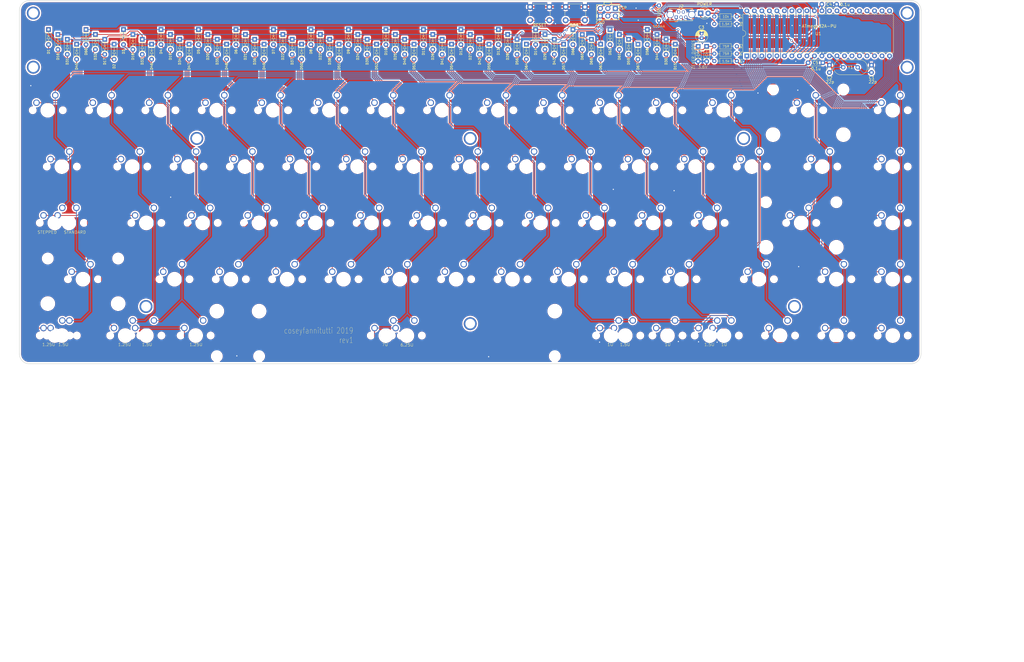
<source format=kicad_pcb>
(kicad_pcb (version 20171130) (host pcbnew "(5.1.5)-3")
  (layers (0 F.Cu signal) (31 B.Cu signal) (34 B.Paste user) (35 F.Paste user) (36 B.SilkS user) (37 F.SilkS user) (38 B.Mask user) (39 F.Mask user) (44 Edge.Cuts user))
  (net 0 "")
  (net 1 GND)
  (net 2 VCC)
  (net 3 row0)
  (net 4 "Net-(D1-Pad2)")
  (net 5 "Net-(D2-Pad2)")
  (net 6 "Net-(D3-Pad2)")
  (net 7 "Net-(D4-Pad2)")
  (net 8 "Net-(D5-Pad2)")
  (net 9 "Net-(D6-Pad2)")
  (net 10 "Net-(D7-Pad2)")
  (net 11 "Net-(D8-Pad2)")
  (net 12 "Net-(D9-Pad2)")
  (net 13 "Net-(D10-Pad2)")
  (net 14 "Net-(D11-Pad2)")
  (net 15 "Net-(D12-Pad2)")
  (net 16 "Net-(D13-Pad2)")
  (net 17 "Net-(D14-Pad2)")
  (net 18 "Net-(D15-Pad2)")
  (net 19 row1)
  (net 20 "Net-(D16-Pad2)")
  (net 21 "Net-(D17-Pad2)")
  (net 22 "Net-(D18-Pad2)")
  (net 23 "Net-(D19-Pad2)")
  (net 24 "Net-(D20-Pad2)")
  (net 25 "Net-(D21-Pad2)")
  (net 26 "Net-(D22-Pad2)")
  (net 27 "Net-(D23-Pad2)")
  (net 28 "Net-(D24-Pad2)")
  (net 29 "Net-(D25-Pad2)")
  (net 30 "Net-(D26-Pad2)")
  (net 31 "Net-(D27-Pad2)")
  (net 32 "Net-(D28-Pad2)")
  (net 33 "Net-(D29-Pad2)")
  (net 34 "Net-(D30-Pad2)")
  (net 35 "Net-(D31-Pad2)")
  (net 36 row2)
  (net 37 "Net-(D32-Pad2)")
  (net 38 "Net-(D33-Pad2)")
  (net 39 "Net-(D34-Pad2)")
  (net 40 "Net-(D35-Pad2)")
  (net 41 "Net-(D36-Pad2)")
  (net 42 "Net-(D37-Pad2)")
  (net 43 "Net-(D38-Pad2)")
  (net 44 "Net-(D39-Pad2)")
  (net 45 "Net-(D40-Pad2)")
  (net 46 "Net-(D41-Pad2)")
  (net 47 "Net-(D42-Pad2)")
  (net 48 "Net-(D43-Pad2)")
  (net 49 "Net-(D44-Pad2)")
  (net 50 row3)
  (net 51 "Net-(D45-Pad2)")
  (net 52 "Net-(D46-Pad2)")
  (net 53 "Net-(D47-Pad2)")
  (net 54 "Net-(D48-Pad2)")
  (net 55 "Net-(D49-Pad2)")
  (net 56 "Net-(D50-Pad2)")
  (net 57 "Net-(D51-Pad2)")
  (net 58 "Net-(D52-Pad2)")
  (net 59 "Net-(D53-Pad2)")
  (net 60 "Net-(D54-Pad2)")
  (net 61 "Net-(D55-Pad2)")
  (net 62 "Net-(D56-Pad2)")
  (net 63 "Net-(D57-Pad2)")
  (net 64 "Net-(D58-Pad2)")
  (net 65 "Net-(D59-Pad2)")
  (net 66 row4)
  (net 67 "Net-(D60-Pad2)")
  (net 68 "Net-(D61-Pad2)")
  (net 69 "Net-(D62-Pad2)")
  (net 70 "Net-(D63-Pad2)")
  (net 71 "Net-(D64-Pad2)")
  (net 72 "Net-(D65-Pad2)")
  (net 73 "Net-(D66-Pad2)")
  (net 74 "Net-(D67-Pad2)")
  (net 75 col0)
  (net 76 col1)
  (net 77 col2)
  (net 78 col3)
  (net 79 col4)
  (net 80 col5)
  (net 81 col6)
  (net 82 col7)
  (net 83 col8)
  (net 84 col9)
  (net 85 col10)
  (net 86 col11)
  (net 87 col12)
  (net 88 col13)
  (net 89 col14)
  (net 90 "Net-(D68-Pad2)")
  (net 91 reset)
  (net 92 +5V)
  (net 93 "Net-(U1-Pad29)")
  (net 94 "Net-(U1-Pad32)")
  (net 95 "Net-(U1-Pad33)")
  (net 96 "Net-(U1-Pad14)")
  (net 97 "Net-(U1-Pad34)")
  (net 98 "Net-(U1-Pad35)")
  (net 99 D+)
  (net 100 D-)
  (net 101 "Net-(C1-Pad1)")
  (net 102 "Net-(C2-Pad1)")
  (net 103 "Net-(D69-Pad1)")
  (net 104 "Net-(D70-Pad1)")
  (net 105 MOSI)
  (net 106 SCK)
  (net 107 MISO)
  (net 108 "Net-(LED1-Pad1)")
  (net 109 boot)
  (net 110 "Net-(U1-Pad15)")
  (net 111 "Net-(J2-Pad4)")
  (module Connector_USB:USB_Mini-B_Tensility_54-00023_Vertical_CircularHoles (layer F.Cu) (at 275.9 63.3)
    (fp_text reference J2 (at 1.6 -3.7) (layer F.SilkS))
    (fp_text value USB_B_Mini)
    (pad 6 thru_hole circle (at 5.25 -0.875) (size 2.4 2.4) (drill 2) (layers *.Cu *.Mask) (net 1 GND))
    (pad 6 thru_hole circle (at -2.05 -0.875) (size 2.4 2.4) (drill 2) (layers *.Cu *.Mask) (net 1 GND))
    (pad 5 thru_hole circle (at 3.2 0) (size 1.1 1.1) (drill 0.7) (layers *.Cu *.Mask) (net 1 GND))
    (pad 4 thru_hole circle (at 2.4 -1.75) (size 1.1 1.1) (drill 0.7) (layers *.Cu *.Mask) (net 111 "Net-(J2-Pad4)"))
    (pad 3 thru_hole circle (at 1.6 0) (size 1.1 1.1) (drill 0.7) (layers *.Cu *.Mask) (net 104 "Net-(D70-Pad1)"))
    (pad 2 thru_hole circle (at 0.8 -1.75) (size 1.1 1.1) (drill 0.7) (layers *.Cu *.Mask) (net 103 "Net-(D69-Pad1)"))
    (pad 1 thru_hole rect (at 0 0) (size 1.1 1.1) (drill 0.7) (layers *.Cu *.Mask) (net 2 VCC))
  )
  (module cftkb:R_Axial_DIN0204_L3.6mm_D1.6mm_P7.62mm_Horizontal (layer F.Cu) (at 296.376316 78.138982 180)
    (fp_text reference R5 (at -1.464029 0.001398 270) (layer F.SilkS) (effects (font (size 0.8 0.8) (thickness 0.1))))
    (fp_text value 1.5k (at 3.732778 -0.051095 180) (layer F.SilkS) (effects (font (size 0.8 0.8) (thickness 0.1))))
    (pad 1 thru_hole circle (at 0 0 180) (size 1.4 1.4) (drill 0.7) (layers *.Cu *.Mask) (net 92 +5V))
    (pad 2 thru_hole oval (at 7.62 0 180) (size 1.4 1.4) (drill 0.7) (layers *.Cu *.Mask) (net 103 "Net-(D69-Pad1)"))
  )
  (module cftkb:LED_D3.0mm (layer F.Cu) (at 284.127716 61.97083)
    (fp_text reference LED1)
    (fp_text value POWER)
    (pad 2 thru_hole circle (at 2.54 0) (size 1.8 1.8) (drill 0.9) (layers *.Cu *.Mask) (net 92 +5V))
    (pad 1 thru_hole rect (at 0 0) (size 1.8 1.8) (drill 0.9) (layers *.Cu *.Mask) (net 108 "Net-(LED1-Pad1)"))
  )
  (module cftkb:DIP-40_W15.24mm (layer F.Cu) (at 299.75343 76.389182 90)
    (fp_text reference U1 (at 7.52414 24.164738) (layer F.SilkS))
    (fp_text value ATmega32A-PU (at 10.06135 24.462204) (layer F.SilkS))
    (pad 1 thru_hole rect (at 0 0 90) (size 1.6 1.6) (drill 0.8) (layers *.Cu *.Mask) (net 66 row4))
    (pad 21 thru_hole oval (at 15.24 48.26 90) (size 1.6 1.6) (drill 0.8) (layers *.Cu *.Mask) (net 89 col14))
    (pad 2 thru_hole oval (at 0 2.54 90) (size 1.6 1.6) (drill 0.8) (layers *.Cu *.Mask) (net 36 row2))
    (pad 22 thru_hole oval (at 15.24 45.72 90) (size 1.6 1.6) (drill 0.8) (layers *.Cu *.Mask) (net 88 col13))
    (pad 3 thru_hole oval (at 0 5.08 90) (size 1.6 1.6) (drill 0.8) (layers *.Cu *.Mask) (net 3 row0))
    (pad 23 thru_hole oval (at 15.24 43.18 90) (size 1.6 1.6) (drill 0.8) (layers *.Cu *.Mask) (net 87 col12))
    (pad 4 thru_hole oval (at 0 7.62 90) (size 1.6 1.6) (drill 0.8) (layers *.Cu *.Mask) (net 76 col1))
    (pad 24 thru_hole oval (at 15.24 40.64 90) (size 1.6 1.6) (drill 0.8) (layers *.Cu *.Mask) (net 86 col11))
    (pad 5 thru_hole oval (at 0 10.16 90) (size 1.6 1.6) (drill 0.8) (layers *.Cu *.Mask) (net 78 col3))
    (pad 25 thru_hole oval (at 15.24 38.1 90) (size 1.6 1.6) (drill 0.8) (layers *.Cu *.Mask) (net 85 col10))
    (pad 6 thru_hole oval (at 0 12.7 90) (size 1.6 1.6) (drill 0.8) (layers *.Cu *.Mask) (net 105 MOSI))
    (pad 26 thru_hole oval (at 15.24 35.56 90) (size 1.6 1.6) (drill 0.8) (layers *.Cu *.Mask) (net 84 col9))
    (pad 7 thru_hole oval (at 0 15.24 90) (size 1.6 1.6) (drill 0.8) (layers *.Cu *.Mask) (net 107 MISO))
    (pad 27 thru_hole oval (at 15.24 33.02 90) (size 1.6 1.6) (drill 0.8) (layers *.Cu *.Mask) (net 83 col8))
    (pad 8 thru_hole oval (at 0 17.78 90) (size 1.6 1.6) (drill 0.8) (layers *.Cu *.Mask) (net 106 SCK))
    (pad 28 thru_hole oval (at 15.24 30.48 90) (size 1.6 1.6) (drill 0.8) (layers *.Cu *.Mask) (net 82 col7))
    (pad 9 thru_hole oval (at 0 20.32 90) (size 1.6 1.6) (drill 0.8) (layers *.Cu *.Mask) (net 91 reset))
    (pad 29 thru_hole oval (at 15.24 27.94 90) (size 1.6 1.6) (drill 0.8) (layers *.Cu *.Mask) (net 93 "Net-(U1-Pad29)"))
    (pad 10 thru_hole oval (at 0 22.86 90) (size 1.6 1.6) (drill 0.8) (layers *.Cu *.Mask) (net 92 +5V))
    (pad 30 thru_hole oval (at 15.24 25.4 90) (size 1.6 1.6) (drill 0.8) (layers *.Cu *.Mask) (net 92 +5V))
    (pad 11 thru_hole oval (at 0 25.4 90) (size 1.6 1.6) (drill 0.8) (layers *.Cu *.Mask) (net 1 GND))
    (pad 31 thru_hole oval (at 15.24 22.86 90) (size 1.6 1.6) (drill 0.8) (layers *.Cu *.Mask) (net 1 GND))
    (pad 12 thru_hole oval (at 0 27.94 90) (size 1.6 1.6) (drill 0.8) (layers *.Cu *.Mask) (net 102 "Net-(C2-Pad1)"))
    (pad 32 thru_hole oval (at 15.24 20.32 90) (size 1.6 1.6) (drill 0.8) (layers *.Cu *.Mask) (net 94 "Net-(U1-Pad32)"))
    (pad 13 thru_hole oval (at 0 30.48 90) (size 1.6 1.6) (drill 0.8) (layers *.Cu *.Mask) (net 101 "Net-(C1-Pad1)"))
    (pad 33 thru_hole oval (at 15.24 17.78 90) (size 1.6 1.6) (drill 0.8) (layers *.Cu *.Mask) (net 95 "Net-(U1-Pad33)"))
    (pad 14 thru_hole oval (at 0 33.02 90) (size 1.6 1.6) (drill 0.8) (layers *.Cu *.Mask) (net 96 "Net-(U1-Pad14)"))
    (pad 34 thru_hole oval (at 15.24 15.24 90) (size 1.6 1.6) (drill 0.8) (layers *.Cu *.Mask) (net 97 "Net-(U1-Pad34)"))
    (pad 15 thru_hole oval (at 0 35.56 90) (size 1.6 1.6) (drill 0.8) (layers *.Cu *.Mask) (net 110 "Net-(U1-Pad15)"))
    (pad 35 thru_hole oval (at 15.24 12.7 90) (size 1.6 1.6) (drill 0.8) (layers *.Cu *.Mask) (net 98 "Net-(U1-Pad35)"))
    (pad 16 thru_hole oval (at 0 38.1 90) (size 1.6 1.6) (drill 0.8) (layers *.Cu *.Mask) (net 99 D+))
    (pad 36 thru_hole oval (at 15.24 10.16 90) (size 1.6 1.6) (drill 0.8) (layers *.Cu *.Mask) (net 79 col4))
    (pad 17 thru_hole oval (at 0 40.64 90) (size 1.6 1.6) (drill 0.8) (layers *.Cu *.Mask) (net 100 D-))
    (pad 37 thru_hole oval (at 15.24 7.62 90) (size 1.6 1.6) (drill 0.8) (layers *.Cu *.Mask) (net 77 col2))
    (pad 18 thru_hole oval (at 0 43.18 90) (size 1.6 1.6) (drill 0.8) (layers *.Cu *.Mask) (net 109 boot))
    (pad 38 thru_hole oval (at 15.24 5.08 90) (size 1.6 1.6) (drill 0.8) (layers *.Cu *.Mask) (net 75 col0))
    (pad 19 thru_hole oval (at 0 45.72 90) (size 1.6 1.6) (drill 0.8) (layers *.Cu *.Mask) (net 80 col5))
    (pad 39 thru_hole oval (at 15.24 2.54 90) (size 1.6 1.6) (drill 0.8) (layers *.Cu *.Mask) (net 19 row1))
    (pad 20 thru_hole oval (at 0 48.26 90) (size 1.6 1.6) (drill 0.8) (layers *.Cu *.Mask) (net 81 col6))
    (pad 40 thru_hole oval (at 15.24 0 90) (size 1.6 1.6) (drill 0.8) (layers *.Cu *.Mask) (net 50 row3))
  )
  (module cftkb:SW_Cherry_MX1A_1.50u_PCBNOSCREEN (layer F.Cu) (at 289.740128 165.89375)
    (fp_text reference SW74)
    (fp_text value KEYSW)
    (pad "" np_thru_hole circle (at 2.54 5.08) (size 1.7 1.7) (drill 1.7) (layers *.Cu *.Mask))
    (pad "" np_thru_hole circle (at -7.62 5.08) (size 1.7 1.7) (drill 1.7) (layers *.Cu *.Mask))
    (pad "" np_thru_hole circle (at -2.54 5.08) (size 4 4) (drill 4) (layers *.Cu *.Mask))
    (pad 2 thru_hole circle (at -6.35 2.54) (size 2.2 2.2) (drill 1.5) (layers *.Cu *.Mask) (net 71 "Net-(D64-Pad2)"))
    (pad 1 thru_hole circle (at 0 0) (size 2.2 2.2) (drill 1.5) (layers *.Cu *.Mask) (net 85 col10))
  )
  (module cftkb:SW_Cherry_MX1A_1.50u_PCBNOSCREEN (layer F.Cu) (at 261.183936 165.89375)
    (fp_text reference SW73)
    (fp_text value KEYSW)
    (pad "" np_thru_hole circle (at 2.54 5.08) (size 1.7 1.7) (drill 1.7) (layers *.Cu *.Mask))
    (pad "" np_thru_hole circle (at -7.62 5.08) (size 1.7 1.7) (drill 1.7) (layers *.Cu *.Mask))
    (pad "" np_thru_hole circle (at -2.54 5.08) (size 4 4) (drill 4) (layers *.Cu *.Mask))
    (pad 2 thru_hole circle (at -6.35 2.54) (size 2.2 2.2) (drill 1.5) (layers *.Cu *.Mask) (net 70 "Net-(D63-Pad2)"))
    (pad 1 thru_hole circle (at 0 0) (size 2.2 2.2) (drill 1.5) (layers *.Cu *.Mask) (net 84 col9))
  )
  (module cftkb:SW_Cherry_MX1A_1.00u_PCB-NOSCREEN (layer F.Cu) (at 180.207573 165.90164)
    (fp_text reference SW72)
    (fp_text value KEYSW)
    (pad 1 thru_hole circle (at 0 0) (size 2.2 2.2) (drill 1.5) (layers *.Cu *.Mask) (net 81 col6))
    (pad 2 thru_hole circle (at -6.35 2.54) (size 2.2 2.2) (drill 1.5) (layers *.Cu *.Mask) (net 69 "Net-(D62-Pad2)"))
    (pad "" np_thru_hole circle (at -2.54 5.08) (size 4 4) (drill 4) (layers *.Cu *.Mask))
    (pad "" np_thru_hole circle (at -7.62 5.08) (size 1.7 1.7) (drill 1.7) (layers *.Cu *.Mask))
    (pad "" np_thru_hole circle (at 2.54 5.08) (size 1.7 1.7) (drill 1.7) (layers *.Cu *.Mask))
  )
  (module cftkb:SW_Cherry_MX1A_1.50u_PCBNOSCREEN (layer F.Cu) (at 99.243031 165.889819)
    (fp_text reference SW71)
    (fp_text value KEYSW)
    (pad "" np_thru_hole circle (at 2.54 5.08) (size 1.7 1.7) (drill 1.7) (layers *.Cu *.Mask))
    (pad "" np_thru_hole circle (at -7.62 5.08) (size 1.7 1.7) (drill 1.7) (layers *.Cu *.Mask))
    (pad "" np_thru_hole circle (at -2.54 5.08) (size 4 4) (drill 4) (layers *.Cu *.Mask))
    (pad 2 thru_hole circle (at -6.35 2.54) (size 2.2 2.2) (drill 1.5) (layers *.Cu *.Mask) (net 68 "Net-(D61-Pad2)"))
    (pad 1 thru_hole circle (at 0 0) (size 2.2 2.2) (drill 1.5) (layers *.Cu *.Mask) (net 77 col2))
  )
  (module cftkb:SW_Cherry_MX1A_1.50u_PCBNOSCREEN (layer F.Cu) (at 70.6437 165.88362)
    (fp_text reference SW70)
    (fp_text value KEYSW)
    (pad "" np_thru_hole circle (at 2.54 5.08) (size 1.7 1.7) (drill 1.7) (layers *.Cu *.Mask))
    (pad "" np_thru_hole circle (at -7.62 5.08) (size 1.7 1.7) (drill 1.7) (layers *.Cu *.Mask))
    (pad "" np_thru_hole circle (at -2.54 5.08) (size 4 4) (drill 4) (layers *.Cu *.Mask))
    (pad 2 thru_hole circle (at -6.35 2.54) (size 2.2 2.2) (drill 1.5) (layers *.Cu *.Mask) (net 65 "Net-(D59-Pad2)"))
    (pad 1 thru_hole circle (at 0 0) (size 2.2 2.2) (drill 1.5) (layers *.Cu *.Mask) (net 75 col0))
  )
  (module cftkb:SW_Cherry_MX1A_1.25u_PCBNOSCREEN (layer F.Cu) (at 68.2625 127.78362)
    (fp_text reference SW69)
    (fp_text value KEYSW)
    (pad 1 thru_hole circle (at 0 0) (size 2.2 2.2) (drill 1.5) (layers *.Cu *.Mask) (net 75 col0))
    (pad 2 thru_hole circle (at -6.35 2.54) (size 2.2 2.2) (drill 1.5) (layers *.Cu *.Mask) (net 35 "Net-(D31-Pad2)"))
    (pad "" np_thru_hole circle (at -2.54 5.08) (size 4 4) (drill 4) (layers *.Cu *.Mask))
    (pad "" np_thru_hole circle (at -7.62 5.08) (size 1.7 1.7) (drill 1.7) (layers *.Cu *.Mask))
    (pad "" np_thru_hole circle (at 2.54 5.08) (size 1.7 1.7) (drill 1.7) (layers *.Cu *.Mask))
  )
  (module cftkb:AVR_ICSP_3x2 (layer F.Cu) (at 252.75383 61.62087 180)
    (fp_text reference J1 hide)
    (fp_text value AVR-ISP-6 hide)
    (pad 1 thru_hole rect (at -2.54 1.27 180) (size 1.7 1.7) (drill 1.016) (layers *.Cu *.Mask) (net 107 MISO))
    (pad 2 thru_hole circle (at -2.54 -1.27 180) (size 1.7 1.7) (drill 1.016) (layers *.Cu *.Mask) (net 92 +5V))
    (pad 3 thru_hole circle (at 0 1.27 180) (size 1.7 1.7) (drill 1.016) (layers *.Cu *.Mask) (net 106 SCK))
    (pad 4 thru_hole circle (at 0 -1.27 180) (size 1.7 1.7) (drill 1.016) (layers *.Cu *.Mask) (net 105 MOSI))
    (pad 5 thru_hole circle (at 2.54 1.27 180) (size 1.7 1.7) (drill 1.016) (layers *.Cu *.Mask) (net 91 reset))
    (pad 6 thru_hole circle (at 2.54 -1.27 180) (size 1.7 1.7) (drill 1.016) (layers *.Cu *.Mask) (net 1 GND))
  )
  (module cftkb:SW_Cherry_MX1A_2.00u_PCBNOSCREEN (layer F.Cu) (at 323.05625 89.69375)
    (fp_text reference SW14)
    (fp_text value KEYSW)
    (pad 1 thru_hole circle (at 0 0) (size 2.2 2.2) (drill 1.5) (layers *.Cu *.Mask) (net 88 col13))
    (pad 2 thru_hole circle (at -6.35 2.54) (size 2.2 2.2) (drill 1.5) (layers *.Cu *.Mask) (net 17 "Net-(D14-Pad2)"))
    (pad "" np_thru_hole circle (at -2.54 5.08) (size 4 4) (drill 4) (layers *.Cu *.Mask))
    (pad "" np_thru_hole circle (at -7.62 5.08) (size 1.7 1.7) (drill 1.7) (layers *.Cu *.Mask))
    (pad "" np_thru_hole circle (at 2.54 5.08) (size 1.7 1.7) (drill 1.7) (layers *.Cu *.Mask))
    (pad "" np_thru_hole circle (at 9.36 13.32) (size 4 4) (drill 4) (layers *.Cu *.Mask))
    (pad "" np_thru_hole circle (at -14.44 13.32) (size 4 4) (drill 4) (layers *.Cu *.Mask))
    (pad "" np_thru_hole circle (at -14.44 -1.92) (size 3.05 3.05) (drill 3.05) (layers *.Cu *.Mask))
    (pad "" np_thru_hole circle (at 9.36 -1.92) (size 3.05 3.05) (drill 3.05) (layers *.Cu *.Mask))
  )
  (module cftkb:SW_Cherry_MX1A_2.25u_PCBNOSCREEN (layer F.Cu) (at 320.67525 127.79375)
    (fp_text reference SW43)
    (fp_text value KEYSW)
    (pad "" np_thru_hole circle (at 9.36 -1.92) (size 3.05 3.05) (drill 3.05) (layers *.Cu *.Mask))
    (pad "" np_thru_hole circle (at -14.44 -1.92) (size 3.05 3.05) (drill 3.05) (layers *.Cu *.Mask))
    (pad "" np_thru_hole circle (at -14.44 13.32) (size 4 4) (drill 4) (layers *.Cu *.Mask))
    (pad "" np_thru_hole circle (at 9.36 13.32) (size 4 4) (drill 4) (layers *.Cu *.Mask))
    (pad "" np_thru_hole circle (at 2.54 5.08) (size 1.7 1.7) (drill 1.7) (layers *.Cu *.Mask))
    (pad "" np_thru_hole circle (at -7.62 5.08) (size 1.7 1.7) (drill 1.7) (layers *.Cu *.Mask))
    (pad "" np_thru_hole circle (at -2.54 5.08) (size 4 4) (drill 4) (layers *.Cu *.Mask))
    (pad 2 thru_hole circle (at -6.35 2.54) (size 2.2 2.2) (drill 1.5) (layers *.Cu *.Mask) (net 48 "Net-(D43-Pad2)"))
    (pad 1 thru_hole circle (at 0 0) (size 2.2 2.2) (drill 1.5) (layers *.Cu *.Mask) (net 88 col13))
  )
  (module cftkb:SW_Cherry_MX1A_2.25u_PCBNOSCREEN (layer F.Cu) (at 77.78745 146.84375)
    (fp_text reference SW45)
    (fp_text value KEYSW)
    (pad "" np_thru_hole circle (at 9.36 -1.92) (size 3.05 3.05) (drill 3.05) (layers *.Cu *.Mask))
    (pad "" np_thru_hole circle (at -14.44 -1.92) (size 3.05 3.05) (drill 3.05) (layers *.Cu *.Mask))
    (pad "" np_thru_hole circle (at -14.44 13.32) (size 4 4) (drill 4) (layers *.Cu *.Mask))
    (pad "" np_thru_hole circle (at 9.36 13.32) (size 4 4) (drill 4) (layers *.Cu *.Mask))
    (pad "" np_thru_hole circle (at 2.54 5.08) (size 1.7 1.7) (drill 1.7) (layers *.Cu *.Mask))
    (pad "" np_thru_hole circle (at -7.62 5.08) (size 1.7 1.7) (drill 1.7) (layers *.Cu *.Mask))
    (pad "" np_thru_hole circle (at -2.54 5.08) (size 4 4) (drill 4) (layers *.Cu *.Mask))
    (pad 2 thru_hole circle (at -6.35 2.54) (size 2.2 2.2) (drill 1.5) (layers *.Cu *.Mask) (net 51 "Net-(D45-Pad2)"))
    (pad 1 thru_hole circle (at 0 0) (size 2.2 2.2) (drill 1.5) (layers *.Cu *.Mask) (net 75 col0))
  )
  (module cftkb:SW_Cherry_MX1A_1.25u_PCBNOSCREEN (layer F.Cu) (at 68.26245 165.88362)
    (fp_text reference SW59)
    (fp_text value KEYSW)
    (pad 1 thru_hole circle (at 0 0) (size 2.2 2.2) (drill 1.5) (layers *.Cu *.Mask) (net 75 col0))
    (pad 2 thru_hole circle (at -6.35 2.54) (size 2.2 2.2) (drill 1.5) (layers *.Cu *.Mask) (net 65 "Net-(D59-Pad2)"))
    (pad "" np_thru_hole circle (at -2.54 5.08) (size 4 4) (drill 4) (layers *.Cu *.Mask))
    (pad "" np_thru_hole circle (at -7.62 5.08) (size 1.7 1.7) (drill 1.7) (layers *.Cu *.Mask))
    (pad "" np_thru_hole circle (at 2.54 5.08) (size 1.7 1.7) (drill 1.7) (layers *.Cu *.Mask))
  )
  (module cftkb:SW_Cherry_MX1A_1.25u_PCBNOSCREEN (layer F.Cu) (at 92.07505 165.89375)
    (fp_text reference SW60)
    (fp_text value KEYSW)
    (pad 1 thru_hole circle (at 0 0) (size 2.2 2.2) (drill 1.5) (layers *.Cu *.Mask) (net 76 col1))
    (pad 2 thru_hole circle (at -6.35 2.54) (size 2.2 2.2) (drill 1.5) (layers *.Cu *.Mask) (net 67 "Net-(D60-Pad2)"))
    (pad "" np_thru_hole circle (at -2.54 5.08) (size 4 4) (drill 4) (layers *.Cu *.Mask))
    (pad "" np_thru_hole circle (at -7.62 5.08) (size 1.7 1.7) (drill 1.7) (layers *.Cu *.Mask))
    (pad "" np_thru_hole circle (at 2.54 5.08) (size 1.7 1.7) (drill 1.7) (layers *.Cu *.Mask))
  )
  (module cftkb:SW_Cherry_MX1A_1.25u_PCBNOSCREEN (layer F.Cu) (at 115.88745 165.88362)
    (fp_text reference SW61)
    (fp_text value KEYSW)
    (pad 1 thru_hole circle (at 0 0) (size 2.2 2.2) (drill 1.5) (layers *.Cu *.Mask) (net 77 col2))
    (pad 2 thru_hole circle (at -6.35 2.54) (size 2.2 2.2) (drill 1.5) (layers *.Cu *.Mask) (net 68 "Net-(D61-Pad2)"))
    (pad "" np_thru_hole circle (at -2.54 5.08) (size 4 4) (drill 4) (layers *.Cu *.Mask))
    (pad "" np_thru_hole circle (at -7.62 5.08) (size 1.7 1.7) (drill 1.7) (layers *.Cu *.Mask))
    (pad "" np_thru_hole circle (at 2.54 5.08) (size 1.7 1.7) (drill 1.7) (layers *.Cu *.Mask))
  )
  (module cftkb:SW_Cherry_MX1A_1.75u_PCBNOSCREEN (layer F.Cu) (at 73.02505 127.78362)
    (fp_text reference SW31)
    (fp_text value KEYSW)
    (pad 1 thru_hole circle (at 0 0) (size 2.2 2.2) (drill 1.5) (layers *.Cu *.Mask) (net 75 col0))
    (pad 2 thru_hole circle (at -6.35 2.54) (size 2.2 2.2) (drill 1.5) (layers *.Cu *.Mask) (net 35 "Net-(D31-Pad2)"))
    (pad "" np_thru_hole circle (at -2.54 5.08) (size 4 4) (drill 4) (layers *.Cu *.Mask))
    (pad "" np_thru_hole circle (at -7.62 5.08) (size 1.7 1.7) (drill 1.7) (layers *.Cu *.Mask))
    (pad "" np_thru_hole circle (at 2.54 5.08) (size 1.7 1.7) (drill 1.7) (layers *.Cu *.Mask))
  )
  (module cftkb:SW_Cherry_MX1A_1.75u_PCBNOSCREEN (layer F.Cu) (at 306.38725 146.84375)
    (fp_text reference SW56)
    (fp_text value KEYSW)
    (pad 1 thru_hole circle (at 0 0) (size 2.2 2.2) (drill 1.5) (layers *.Cu *.Mask) (net 87 col12))
    (pad 2 thru_hole circle (at -6.35 2.54) (size 2.2 2.2) (drill 1.5) (layers *.Cu *.Mask) (net 62 "Net-(D56-Pad2)"))
    (pad "" np_thru_hole circle (at -2.54 5.08) (size 4 4) (drill 4) (layers *.Cu *.Mask))
    (pad "" np_thru_hole circle (at -7.62 5.08) (size 1.7 1.7) (drill 1.7) (layers *.Cu *.Mask))
    (pad "" np_thru_hole circle (at 2.54 5.08) (size 1.7 1.7) (drill 1.7) (layers *.Cu *.Mask))
  )
  (module cftkb:SW_Cherry_MX1A_1.50u_PCBNOSCREEN (layer F.Cu) (at 70.64375 108.74375)
    (fp_text reference SW16)
    (fp_text value KEYSW)
    (pad "" np_thru_hole circle (at 2.54 5.08) (size 1.7 1.7) (drill 1.7) (layers *.Cu *.Mask))
    (pad "" np_thru_hole circle (at -7.62 5.08) (size 1.7 1.7) (drill 1.7) (layers *.Cu *.Mask))
    (pad "" np_thru_hole circle (at -2.54 5.08) (size 4 4) (drill 4) (layers *.Cu *.Mask))
    (pad 2 thru_hole circle (at -6.35 2.54) (size 2.2 2.2) (drill 1.5) (layers *.Cu *.Mask) (net 20 "Net-(D16-Pad2)"))
    (pad 1 thru_hole circle (at 0 0) (size 2.2 2.2) (drill 1.5) (layers *.Cu *.Mask) (net 75 col0))
  )
  (module cftkb:SW_Cherry_MX1A_1.50u_PCBNOSCREEN (layer F.Cu) (at 327.81825 108.74375)
    (fp_text reference SW29)
    (fp_text value KEYSW)
    (pad "" np_thru_hole circle (at 2.54 5.08) (size 1.7 1.7) (drill 1.7) (layers *.Cu *.Mask))
    (pad "" np_thru_hole circle (at -7.62 5.08) (size 1.7 1.7) (drill 1.7) (layers *.Cu *.Mask))
    (pad "" np_thru_hole circle (at -2.54 5.08) (size 4 4) (drill 4) (layers *.Cu *.Mask))
    (pad 2 thru_hole circle (at -6.35 2.54) (size 2.2 2.2) (drill 1.5) (layers *.Cu *.Mask) (net 33 "Net-(D29-Pad2)"))
    (pad 1 thru_hole circle (at 0 0) (size 2.2 2.2) (drill 1.5) (layers *.Cu *.Mask) (net 88 col13))
  )
  (module cftkb:SW_Cherry_MX1A_1.00u_PCB-NOSCREEN (layer F.Cu) (at 275.466206 165.89375)
    (fp_text reference SW64)
    (fp_text value KEYSW)
    (pad 1 thru_hole circle (at 0 0) (size 2.2 2.2) (drill 1.5) (layers *.Cu *.Mask) (net 85 col10))
    (pad 2 thru_hole circle (at -6.35 2.54) (size 2.2 2.2) (drill 1.5) (layers *.Cu *.Mask) (net 71 "Net-(D64-Pad2)"))
    (pad "" np_thru_hole circle (at -2.54 5.08) (size 4 4) (drill 4) (layers *.Cu *.Mask))
    (pad "" np_thru_hole circle (at -7.62 5.08) (size 1.7 1.7) (drill 1.7) (layers *.Cu *.Mask))
    (pad "" np_thru_hole circle (at 2.54 5.08) (size 1.7 1.7) (drill 1.7) (layers *.Cu *.Mask))
  )
  (module cftkb:SW_Cherry_MX1A_1.00u_PCB-NOSCREEN (layer F.Cu) (at 256.410884 165.88362)
    (fp_text reference SW63)
    (fp_text value KEYSW)
    (pad 1 thru_hole circle (at 0 0) (size 2.2 2.2) (drill 1.5) (layers *.Cu *.Mask) (net 84 col9))
    (pad 2 thru_hole circle (at -6.35 2.54) (size 2.2 2.2) (drill 1.5) (layers *.Cu *.Mask) (net 70 "Net-(D63-Pad2)"))
    (pad "" np_thru_hole circle (at -2.54 5.08) (size 4 4) (drill 4) (layers *.Cu *.Mask))
    (pad "" np_thru_hole circle (at -7.62 5.08) (size 1.7 1.7) (drill 1.7) (layers *.Cu *.Mask))
    (pad "" np_thru_hole circle (at 2.54 5.08) (size 1.7 1.7) (drill 1.7) (layers *.Cu *.Mask))
  )
  (module cftkb:SW_Cherry_MX1A_1.00u_PCB-NOSCREEN (layer F.Cu) (at 294.48125 89.69375)
    (fp_text reference SW13)
    (fp_text value KEYSW)
    (pad 1 thru_hole circle (at 0 0) (size 2.2 2.2) (drill 1.5) (layers *.Cu *.Mask) (net 87 col12))
    (pad 2 thru_hole circle (at -6.35 2.54) (size 2.2 2.2) (drill 1.5) (layers *.Cu *.Mask) (net 16 "Net-(D13-Pad2)"))
    (pad "" np_thru_hole circle (at -2.54 5.08) (size 4 4) (drill 4) (layers *.Cu *.Mask))
    (pad "" np_thru_hole circle (at -7.62 5.08) (size 1.7 1.7) (drill 1.7) (layers *.Cu *.Mask))
    (pad "" np_thru_hole circle (at 2.54 5.08) (size 1.7 1.7) (drill 1.7) (layers *.Cu *.Mask))
  )
  (module cftkb:SW_Cherry_MX1A_1.00u_PCB-NOSCREEN (layer F.Cu) (at 132.55625 108.74375)
    (fp_text reference SW19)
    (fp_text value KEYSW)
    (pad 1 thru_hole circle (at 0 0) (size 2.2 2.2) (drill 1.5) (layers *.Cu *.Mask) (net 78 col3))
    (pad 2 thru_hole circle (at -6.35 2.54) (size 2.2 2.2) (drill 1.5) (layers *.Cu *.Mask) (net 23 "Net-(D19-Pad2)"))
    (pad "" np_thru_hole circle (at -2.54 5.08) (size 4 4) (drill 4) (layers *.Cu *.Mask))
    (pad "" np_thru_hole circle (at -7.62 5.08) (size 1.7 1.7) (drill 1.7) (layers *.Cu *.Mask))
    (pad "" np_thru_hole circle (at 2.54 5.08) (size 1.7 1.7) (drill 1.7) (layers *.Cu *.Mask))
  )
  (module cftkb:SW_Cherry_MX1A_1.00u_PCB-NOSCREEN (layer F.Cu) (at 65.88125 89.69375)
    (fp_text reference SW1)
    (fp_text value KEYSW)
    (pad 1 thru_hole circle (at 0 0) (size 2.2 2.2) (drill 1.5) (layers *.Cu *.Mask) (net 75 col0))
    (pad 2 thru_hole circle (at -6.35 2.54) (size 2.2 2.2) (drill 1.5) (layers *.Cu *.Mask) (net 4 "Net-(D1-Pad2)"))
    (pad "" np_thru_hole circle (at -2.54 5.08) (size 4 4) (drill 4) (layers *.Cu *.Mask))
    (pad "" np_thru_hole circle (at -7.62 5.08) (size 1.7 1.7) (drill 1.7) (layers *.Cu *.Mask))
    (pad "" np_thru_hole circle (at 2.54 5.08) (size 1.7 1.7) (drill 1.7) (layers *.Cu *.Mask))
  )
  (module cftkb:SW_Cherry_MX1A_1.00u_PCB-NOSCREEN (layer F.Cu) (at 84.93125 89.69375)
    (fp_text reference SW2)
    (fp_text value KEYSW)
    (pad 1 thru_hole circle (at 0 0) (size 2.2 2.2) (drill 1.5) (layers *.Cu *.Mask) (net 76 col1))
    (pad 2 thru_hole circle (at -6.35 2.54) (size 2.2 2.2) (drill 1.5) (layers *.Cu *.Mask) (net 5 "Net-(D2-Pad2)"))
    (pad "" np_thru_hole circle (at -2.54 5.08) (size 4 4) (drill 4) (layers *.Cu *.Mask))
    (pad "" np_thru_hole circle (at -7.62 5.08) (size 1.7 1.7) (drill 1.7) (layers *.Cu *.Mask))
    (pad "" np_thru_hole circle (at 2.54 5.08) (size 1.7 1.7) (drill 1.7) (layers *.Cu *.Mask))
  )
  (module cftkb:SW_Cherry_MX1A_1.00u_PCB-NOSCREEN (layer F.Cu) (at 103.98125 89.69375)
    (fp_text reference SW3)
    (fp_text value KEYSW)
    (pad 1 thru_hole circle (at 0 0) (size 2.2 2.2) (drill 1.5) (layers *.Cu *.Mask) (net 77 col2))
    (pad 2 thru_hole circle (at -6.35 2.54) (size 2.2 2.2) (drill 1.5) (layers *.Cu *.Mask) (net 6 "Net-(D3-Pad2)"))
    (pad "" np_thru_hole circle (at -2.54 5.08) (size 4 4) (drill 4) (layers *.Cu *.Mask))
    (pad "" np_thru_hole circle (at -7.62 5.08) (size 1.7 1.7) (drill 1.7) (layers *.Cu *.Mask))
    (pad "" np_thru_hole circle (at 2.54 5.08) (size 1.7 1.7) (drill 1.7) (layers *.Cu *.Mask))
  )
  (module cftkb:SW_Cherry_MX1A_1.00u_PCB-NOSCREEN (layer F.Cu) (at 123.03125 89.69375)
    (fp_text reference SW4)
    (fp_text value KEYSW)
    (pad 1 thru_hole circle (at 0 0) (size 2.2 2.2) (drill 1.5) (layers *.Cu *.Mask) (net 78 col3))
    (pad 2 thru_hole circle (at -6.35 2.54) (size 2.2 2.2) (drill 1.5) (layers *.Cu *.Mask) (net 7 "Net-(D4-Pad2)"))
    (pad "" np_thru_hole circle (at -2.54 5.08) (size 4 4) (drill 4) (layers *.Cu *.Mask))
    (pad "" np_thru_hole circle (at -7.62 5.08) (size 1.7 1.7) (drill 1.7) (layers *.Cu *.Mask))
    (pad "" np_thru_hole circle (at 2.54 5.08) (size 1.7 1.7) (drill 1.7) (layers *.Cu *.Mask))
  )
  (module cftkb:SW_Cherry_MX1A_1.00u_PCB-NOSCREEN (layer F.Cu) (at 142.08125 89.69375)
    (fp_text reference SW5)
    (fp_text value KEYSW)
    (pad 1 thru_hole circle (at 0 0) (size 2.2 2.2) (drill 1.5) (layers *.Cu *.Mask) (net 79 col4))
    (pad 2 thru_hole circle (at -6.35 2.54) (size 2.2 2.2) (drill 1.5) (layers *.Cu *.Mask) (net 8 "Net-(D5-Pad2)"))
    (pad "" np_thru_hole circle (at -2.54 5.08) (size 4 4) (drill 4) (layers *.Cu *.Mask))
    (pad "" np_thru_hole circle (at -7.62 5.08) (size 1.7 1.7) (drill 1.7) (layers *.Cu *.Mask))
    (pad "" np_thru_hole circle (at 2.54 5.08) (size 1.7 1.7) (drill 1.7) (layers *.Cu *.Mask))
  )
  (module cftkb:SW_Cherry_MX1A_1.00u_PCB-NOSCREEN (layer F.Cu) (at 161.13125 89.69375)
    (fp_text reference SW6)
    (fp_text value KEYSW)
    (pad 1 thru_hole circle (at 0 0) (size 2.2 2.2) (drill 1.5) (layers *.Cu *.Mask) (net 80 col5))
    (pad 2 thru_hole circle (at -6.35 2.54) (size 2.2 2.2) (drill 1.5) (layers *.Cu *.Mask) (net 9 "Net-(D6-Pad2)"))
    (pad "" np_thru_hole circle (at -2.54 5.08) (size 4 4) (drill 4) (layers *.Cu *.Mask))
    (pad "" np_thru_hole circle (at -7.62 5.08) (size 1.7 1.7) (drill 1.7) (layers *.Cu *.Mask))
    (pad "" np_thru_hole circle (at 2.54 5.08) (size 1.7 1.7) (drill 1.7) (layers *.Cu *.Mask))
  )
  (module cftkb:SW_Cherry_MX1A_1.00u_PCB-NOSCREEN (layer F.Cu) (at 180.18125 89.69375)
    (fp_text reference SW7)
    (fp_text value KEYSW)
    (pad 1 thru_hole circle (at 0 0) (size 2.2 2.2) (drill 1.5) (layers *.Cu *.Mask) (net 81 col6))
    (pad 2 thru_hole circle (at -6.35 2.54) (size 2.2 2.2) (drill 1.5) (layers *.Cu *.Mask) (net 10 "Net-(D7-Pad2)"))
    (pad "" np_thru_hole circle (at -2.54 5.08) (size 4 4) (drill 4) (layers *.Cu *.Mask))
    (pad "" np_thru_hole circle (at -7.62 5.08) (size 1.7 1.7) (drill 1.7) (layers *.Cu *.Mask))
    (pad "" np_thru_hole circle (at 2.54 5.08) (size 1.7 1.7) (drill 1.7) (layers *.Cu *.Mask))
  )
  (module cftkb:SW_Cherry_MX1A_1.00u_PCB-NOSCREEN (layer F.Cu) (at 199.23125 89.69375)
    (fp_text reference SW8)
    (fp_text value KEYSW)
    (pad 1 thru_hole circle (at 0 0) (size 2.2 2.2) (drill 1.5) (layers *.Cu *.Mask) (net 82 col7))
    (pad 2 thru_hole circle (at -6.35 2.54) (size 2.2 2.2) (drill 1.5) (layers *.Cu *.Mask) (net 11 "Net-(D8-Pad2)"))
    (pad "" np_thru_hole circle (at -2.54 5.08) (size 4 4) (drill 4) (layers *.Cu *.Mask))
    (pad "" np_thru_hole circle (at -7.62 5.08) (size 1.7 1.7) (drill 1.7) (layers *.Cu *.Mask))
    (pad "" np_thru_hole circle (at 2.54 5.08) (size 1.7 1.7) (drill 1.7) (layers *.Cu *.Mask))
  )
  (module cftkb:SW_Cherry_MX1A_1.00u_PCB-NOSCREEN (layer F.Cu) (at 218.28125 89.69375)
    (fp_text reference SW9)
    (fp_text value KEYSW)
    (pad 1 thru_hole circle (at 0 0) (size 2.2 2.2) (drill 1.5) (layers *.Cu *.Mask) (net 83 col8))
    (pad 2 thru_hole circle (at -6.35 2.54) (size 2.2 2.2) (drill 1.5) (layers *.Cu *.Mask) (net 12 "Net-(D9-Pad2)"))
    (pad "" np_thru_hole circle (at -2.54 5.08) (size 4 4) (drill 4) (layers *.Cu *.Mask))
    (pad "" np_thru_hole circle (at -7.62 5.08) (size 1.7 1.7) (drill 1.7) (layers *.Cu *.Mask))
    (pad "" np_thru_hole circle (at 2.54 5.08) (size 1.7 1.7) (drill 1.7) (layers *.Cu *.Mask))
  )
  (module cftkb:SW_Cherry_MX1A_1.00u_PCB-NOSCREEN (layer F.Cu) (at 237.33125 89.69375)
    (fp_text reference SW10)
    (fp_text value KEYSW)
    (pad 1 thru_hole circle (at 0 0) (size 2.2 2.2) (drill 1.5) (layers *.Cu *.Mask) (net 84 col9))
    (pad 2 thru_hole circle (at -6.35 2.54) (size 2.2 2.2) (drill 1.5) (layers *.Cu *.Mask) (net 13 "Net-(D10-Pad2)"))
    (pad "" np_thru_hole circle (at -2.54 5.08) (size 4 4) (drill 4) (layers *.Cu *.Mask))
    (pad "" np_thru_hole circle (at -7.62 5.08) (size 1.7 1.7) (drill 1.7) (layers *.Cu *.Mask))
    (pad "" np_thru_hole circle (at 2.54 5.08) (size 1.7 1.7) (drill 1.7) (layers *.Cu *.Mask))
  )
  (module cftkb:SW_Cherry_MX1A_1.00u_PCB-NOSCREEN (layer F.Cu) (at 256.38125 89.69375)
    (fp_text reference SW11)
    (fp_text value KEYSW)
    (pad 1 thru_hole circle (at 0 0) (size 2.2 2.2) (drill 1.5) (layers *.Cu *.Mask) (net 85 col10))
    (pad 2 thru_hole circle (at -6.35 2.54) (size 2.2 2.2) (drill 1.5) (layers *.Cu *.Mask) (net 14 "Net-(D11-Pad2)"))
    (pad "" np_thru_hole circle (at -2.54 5.08) (size 4 4) (drill 4) (layers *.Cu *.Mask))
    (pad "" np_thru_hole circle (at -7.62 5.08) (size 1.7 1.7) (drill 1.7) (layers *.Cu *.Mask))
    (pad "" np_thru_hole circle (at 2.54 5.08) (size 1.7 1.7) (drill 1.7) (layers *.Cu *.Mask))
  )
  (module cftkb:SW_Cherry_MX1A_1.00u_PCB-NOSCREEN (layer F.Cu) (at 275.43125 89.69375)
    (fp_text reference SW12)
    (fp_text value KEYSW)
    (pad 1 thru_hole circle (at 0 0) (size 2.2 2.2) (drill 1.5) (layers *.Cu *.Mask) (net 86 col11))
    (pad 2 thru_hole circle (at -6.35 2.54) (size 2.2 2.2) (drill 1.5) (layers *.Cu *.Mask) (net 15 "Net-(D12-Pad2)"))
    (pad "" np_thru_hole circle (at -2.54 5.08) (size 4 4) (drill 4) (layers *.Cu *.Mask))
    (pad "" np_thru_hole circle (at -7.62 5.08) (size 1.7 1.7) (drill 1.7) (layers *.Cu *.Mask))
    (pad "" np_thru_hole circle (at 2.54 5.08) (size 1.7 1.7) (drill 1.7) (layers *.Cu *.Mask))
  )
  (module cftkb:SW_Cherry_MX1A_1.00u_PCB-NOSCREEN (layer F.Cu) (at 351.63125 89.69375)
    (fp_text reference SW15)
    (fp_text value KEYSW)
    (pad 1 thru_hole circle (at 0 0) (size 2.2 2.2) (drill 1.5) (layers *.Cu *.Mask) (net 89 col14))
    (pad 2 thru_hole circle (at -6.35 2.54) (size 2.2 2.2) (drill 1.5) (layers *.Cu *.Mask) (net 18 "Net-(D15-Pad2)"))
    (pad "" np_thru_hole circle (at -2.54 5.08) (size 4 4) (drill 4) (layers *.Cu *.Mask))
    (pad "" np_thru_hole circle (at -7.62 5.08) (size 1.7 1.7) (drill 1.7) (layers *.Cu *.Mask))
    (pad "" np_thru_hole circle (at 2.54 5.08) (size 1.7 1.7) (drill 1.7) (layers *.Cu *.Mask))
  )
  (module cftkb:SW_Cherry_MX1A_1.00u_PCB-NOSCREEN (layer F.Cu) (at 94.45625 108.74375)
    (fp_text reference SW17)
    (fp_text value KEYSW)
    (pad 1 thru_hole circle (at 0 0) (size 2.2 2.2) (drill 1.5) (layers *.Cu *.Mask) (net 76 col1))
    (pad 2 thru_hole circle (at -6.35 2.54) (size 2.2 2.2) (drill 1.5) (layers *.Cu *.Mask) (net 21 "Net-(D17-Pad2)"))
    (pad "" np_thru_hole circle (at -2.54 5.08) (size 4 4) (drill 4) (layers *.Cu *.Mask))
    (pad "" np_thru_hole circle (at -7.62 5.08) (size 1.7 1.7) (drill 1.7) (layers *.Cu *.Mask))
    (pad "" np_thru_hole circle (at 2.54 5.08) (size 1.7 1.7) (drill 1.7) (layers *.Cu *.Mask))
  )
  (module cftkb:SW_Cherry_MX1A_1.00u_PCB-NOSCREEN (layer F.Cu) (at 113.50625 108.74375)
    (fp_text reference SW18)
    (fp_text value KEYSW)
    (pad 1 thru_hole circle (at 0 0) (size 2.2 2.2) (drill 1.5) (layers *.Cu *.Mask) (net 77 col2))
    (pad 2 thru_hole circle (at -6.35 2.54) (size 2.2 2.2) (drill 1.5) (layers *.Cu *.Mask) (net 22 "Net-(D18-Pad2)"))
    (pad "" np_thru_hole circle (at -2.54 5.08) (size 4 4) (drill 4) (layers *.Cu *.Mask))
    (pad "" np_thru_hole circle (at -7.62 5.08) (size 1.7 1.7) (drill 1.7) (layers *.Cu *.Mask))
    (pad "" np_thru_hole circle (at 2.54 5.08) (size 1.7 1.7) (drill 1.7) (layers *.Cu *.Mask))
  )
  (module cftkb:SW_Cherry_MX1A_1.00u_PCB-NOSCREEN (layer F.Cu) (at 151.60625 108.74375)
    (fp_text reference SW20)
    (fp_text value KEYSW)
    (pad 1 thru_hole circle (at 0 0) (size 2.2 2.2) (drill 1.5) (layers *.Cu *.Mask) (net 79 col4))
    (pad 2 thru_hole circle (at -6.35 2.54) (size 2.2 2.2) (drill 1.5) (layers *.Cu *.Mask) (net 24 "Net-(D20-Pad2)"))
    (pad "" np_thru_hole circle (at -2.54 5.08) (size 4 4) (drill 4) (layers *.Cu *.Mask))
    (pad "" np_thru_hole circle (at -7.62 5.08) (size 1.7 1.7) (drill 1.7) (layers *.Cu *.Mask))
    (pad "" np_thru_hole circle (at 2.54 5.08) (size 1.7 1.7) (drill 1.7) (layers *.Cu *.Mask))
  )
  (module cftkb:SW_Cherry_MX1A_1.00u_PCB-NOSCREEN (layer F.Cu) (at 170.65625 108.74375)
    (fp_text reference SW21)
    (fp_text value KEYSW)
    (pad 1 thru_hole circle (at 0 0) (size 2.2 2.2) (drill 1.5) (layers *.Cu *.Mask) (net 80 col5))
    (pad 2 thru_hole circle (at -6.35 2.54) (size 2.2 2.2) (drill 1.5) (layers *.Cu *.Mask) (net 25 "Net-(D21-Pad2)"))
    (pad "" np_thru_hole circle (at -2.54 5.08) (size 4 4) (drill 4) (layers *.Cu *.Mask))
    (pad "" np_thru_hole circle (at -7.62 5.08) (size 1.7 1.7) (drill 1.7) (layers *.Cu *.Mask))
    (pad "" np_thru_hole circle (at 2.54 5.08) (size 1.7 1.7) (drill 1.7) (layers *.Cu *.Mask))
  )
  (module cftkb:SW_Cherry_MX1A_1.00u_PCB-NOSCREEN (layer F.Cu) (at 189.70625 108.74375)
    (fp_text reference SW22)
    (fp_text value KEYSW)
    (pad 1 thru_hole circle (at 0 0) (size 2.2 2.2) (drill 1.5) (layers *.Cu *.Mask) (net 81 col6))
    (pad 2 thru_hole circle (at -6.35 2.54) (size 2.2 2.2) (drill 1.5) (layers *.Cu *.Mask) (net 26 "Net-(D22-Pad2)"))
    (pad "" np_thru_hole circle (at -2.54 5.08) (size 4 4) (drill 4) (layers *.Cu *.Mask))
    (pad "" np_thru_hole circle (at -7.62 5.08) (size 1.7 1.7) (drill 1.7) (layers *.Cu *.Mask))
    (pad "" np_thru_hole circle (at 2.54 5.08) (size 1.7 1.7) (drill 1.7) (layers *.Cu *.Mask))
  )
  (module cftkb:SW_Cherry_MX1A_1.00u_PCB-NOSCREEN (layer F.Cu) (at 208.75625 108.74375)
    (fp_text reference SW23)
    (fp_text value KEYSW)
    (pad 1 thru_hole circle (at 0 0) (size 2.2 2.2) (drill 1.5) (layers *.Cu *.Mask) (net 82 col7))
    (pad 2 thru_hole circle (at -6.35 2.54) (size 2.2 2.2) (drill 1.5) (layers *.Cu *.Mask) (net 27 "Net-(D23-Pad2)"))
    (pad "" np_thru_hole circle (at -2.54 5.08) (size 4 4) (drill 4) (layers *.Cu *.Mask))
    (pad "" np_thru_hole circle (at -7.62 5.08) (size 1.7 1.7) (drill 1.7) (layers *.Cu *.Mask))
    (pad "" np_thru_hole circle (at 2.54 5.08) (size 1.7 1.7) (drill 1.7) (layers *.Cu *.Mask))
  )
  (module cftkb:SW_Cherry_MX1A_1.00u_PCB-NOSCREEN (layer F.Cu) (at 227.80625 108.74375)
    (fp_text reference SW24)
    (fp_text value KEYSW)
    (pad 1 thru_hole circle (at 0 0) (size 2.2 2.2) (drill 1.5) (layers *.Cu *.Mask) (net 83 col8))
    (pad 2 thru_hole circle (at -6.35 2.54) (size 2.2 2.2) (drill 1.5) (layers *.Cu *.Mask) (net 28 "Net-(D24-Pad2)"))
    (pad "" np_thru_hole circle (at -2.54 5.08) (size 4 4) (drill 4) (layers *.Cu *.Mask))
    (pad "" np_thru_hole circle (at -7.62 5.08) (size 1.7 1.7) (drill 1.7) (layers *.Cu *.Mask))
    (pad "" np_thru_hole circle (at 2.54 5.08) (size 1.7 1.7) (drill 1.7) (layers *.Cu *.Mask))
  )
  (module cftkb:SW_Cherry_MX1A_1.00u_PCB-NOSCREEN (layer F.Cu) (at 246.85625 108.74375)
    (fp_text reference SW25)
    (fp_text value KEYSW)
    (pad 1 thru_hole circle (at 0 0) (size 2.2 2.2) (drill 1.5) (layers *.Cu *.Mask) (net 84 col9))
    (pad 2 thru_hole circle (at -6.35 2.54) (size 2.2 2.2) (drill 1.5) (layers *.Cu *.Mask) (net 29 "Net-(D25-Pad2)"))
    (pad "" np_thru_hole circle (at -2.54 5.08) (size 4 4) (drill 4) (layers *.Cu *.Mask))
    (pad "" np_thru_hole circle (at -7.62 5.08) (size 1.7 1.7) (drill 1.7) (layers *.Cu *.Mask))
    (pad "" np_thru_hole circle (at 2.54 5.08) (size 1.7 1.7) (drill 1.7) (layers *.Cu *.Mask))
  )
  (module cftkb:SW_Cherry_MX1A_1.00u_PCB-NOSCREEN (layer F.Cu) (at 265.90625 108.74375)
    (fp_text reference SW26)
    (fp_text value KEYSW)
    (pad 1 thru_hole circle (at 0 0) (size 2.2 2.2) (drill 1.5) (layers *.Cu *.Mask) (net 85 col10))
    (pad 2 thru_hole circle (at -6.35 2.54) (size 2.2 2.2) (drill 1.5) (layers *.Cu *.Mask) (net 30 "Net-(D26-Pad2)"))
    (pad "" np_thru_hole circle (at -2.54 5.08) (size 4 4) (drill 4) (layers *.Cu *.Mask))
    (pad "" np_thru_hole circle (at -7.62 5.08) (size 1.7 1.7) (drill 1.7) (layers *.Cu *.Mask))
    (pad "" np_thru_hole circle (at 2.54 5.08) (size 1.7 1.7) (drill 1.7) (layers *.Cu *.Mask))
  )
  (module cftkb:SW_Cherry_MX1A_1.00u_PCB-NOSCREEN (layer F.Cu) (at 284.95625 108.74375)
    (fp_text reference SW27)
    (fp_text value KEYSW)
    (pad 1 thru_hole circle (at 0 0) (size 2.2 2.2) (drill 1.5) (layers *.Cu *.Mask) (net 86 col11))
    (pad 2 thru_hole circle (at -6.35 2.54) (size 2.2 2.2) (drill 1.5) (layers *.Cu *.Mask) (net 31 "Net-(D27-Pad2)"))
    (pad "" np_thru_hole circle (at -2.54 5.08) (size 4 4) (drill 4) (layers *.Cu *.Mask))
    (pad "" np_thru_hole circle (at -7.62 5.08) (size 1.7 1.7) (drill 1.7) (layers *.Cu *.Mask))
    (pad "" np_thru_hole circle (at 2.54 5.08) (size 1.7 1.7) (drill 1.7) (layers *.Cu *.Mask))
  )
  (module cftkb:SW_Cherry_MX1A_1.00u_PCB-NOSCREEN (layer F.Cu) (at 304.00625 108.74375)
    (fp_text reference SW28)
    (fp_text value KEYSW)
    (pad 1 thru_hole circle (at 0 0) (size 2.2 2.2) (drill 1.5) (layers *.Cu *.Mask) (net 87 col12))
    (pad 2 thru_hole circle (at -6.35 2.54) (size 2.2 2.2) (drill 1.5) (layers *.Cu *.Mask) (net 32 "Net-(D28-Pad2)"))
    (pad "" np_thru_hole circle (at -2.54 5.08) (size 4 4) (drill 4) (layers *.Cu *.Mask))
    (pad "" np_thru_hole circle (at -7.62 5.08) (size 1.7 1.7) (drill 1.7) (layers *.Cu *.Mask))
    (pad "" np_thru_hole circle (at 2.54 5.08) (size 1.7 1.7) (drill 1.7) (layers *.Cu *.Mask))
  )
  (module cftkb:SW_Cherry_MX1A_1.00u_PCB-NOSCREEN (layer F.Cu) (at 351.63125 108.74375)
    (fp_text reference SW30)
    (fp_text value KEYSW)
    (pad 1 thru_hole circle (at 0 0) (size 2.2 2.2) (drill 1.5) (layers *.Cu *.Mask) (net 89 col14))
    (pad 2 thru_hole circle (at -6.35 2.54) (size 2.2 2.2) (drill 1.5) (layers *.Cu *.Mask) (net 34 "Net-(D30-Pad2)"))
    (pad "" np_thru_hole circle (at -2.54 5.08) (size 4 4) (drill 4) (layers *.Cu *.Mask))
    (pad "" np_thru_hole circle (at -7.62 5.08) (size 1.7 1.7) (drill 1.7) (layers *.Cu *.Mask))
    (pad "" np_thru_hole circle (at 2.54 5.08) (size 1.7 1.7) (drill 1.7) (layers *.Cu *.Mask))
  )
  (module cftkb:SW_Cherry_MX1A_1.00u_PCB-NOSCREEN (layer F.Cu) (at 99.21875 127.79375)
    (fp_text reference SW32)
    (fp_text value KEYSW)
    (pad 1 thru_hole circle (at 0 0) (size 2.2 2.2) (drill 1.5) (layers *.Cu *.Mask) (net 76 col1))
    (pad 2 thru_hole circle (at -6.35 2.54) (size 2.2 2.2) (drill 1.5) (layers *.Cu *.Mask) (net 37 "Net-(D32-Pad2)"))
    (pad "" np_thru_hole circle (at -2.54 5.08) (size 4 4) (drill 4) (layers *.Cu *.Mask))
    (pad "" np_thru_hole circle (at -7.62 5.08) (size 1.7 1.7) (drill 1.7) (layers *.Cu *.Mask))
    (pad "" np_thru_hole circle (at 2.54 5.08) (size 1.7 1.7) (drill 1.7) (layers *.Cu *.Mask))
  )
  (module cftkb:SW_Cherry_MX1A_1.00u_PCB-NOSCREEN (layer F.Cu) (at 118.26875 127.79375)
    (fp_text reference SW33)
    (fp_text value KEYSW)
    (pad 1 thru_hole circle (at 0 0) (size 2.2 2.2) (drill 1.5) (layers *.Cu *.Mask) (net 77 col2))
    (pad 2 thru_hole circle (at -6.35 2.54) (size 2.2 2.2) (drill 1.5) (layers *.Cu *.Mask) (net 38 "Net-(D33-Pad2)"))
    (pad "" np_thru_hole circle (at -2.54 5.08) (size 4 4) (drill 4) (layers *.Cu *.Mask))
    (pad "" np_thru_hole circle (at -7.62 5.08) (size 1.7 1.7) (drill 1.7) (layers *.Cu *.Mask))
    (pad "" np_thru_hole circle (at 2.54 5.08) (size 1.7 1.7) (drill 1.7) (layers *.Cu *.Mask))
  )
  (module cftkb:SW_Cherry_MX1A_1.00u_PCB-NOSCREEN (layer F.Cu) (at 137.31875 127.79375)
    (fp_text reference SW34)
    (fp_text value KEYSW)
    (pad 1 thru_hole circle (at 0 0) (size 2.2 2.2) (drill 1.5) (layers *.Cu *.Mask) (net 78 col3))
    (pad 2 thru_hole circle (at -6.35 2.54) (size 2.2 2.2) (drill 1.5) (layers *.Cu *.Mask) (net 39 "Net-(D34-Pad2)"))
    (pad "" np_thru_hole circle (at -2.54 5.08) (size 4 4) (drill 4) (layers *.Cu *.Mask))
    (pad "" np_thru_hole circle (at -7.62 5.08) (size 1.7 1.7) (drill 1.7) (layers *.Cu *.Mask))
    (pad "" np_thru_hole circle (at 2.54 5.08) (size 1.7 1.7) (drill 1.7) (layers *.Cu *.Mask))
  )
  (module cftkb:SW_Cherry_MX1A_1.00u_PCB-NOSCREEN (layer F.Cu) (at 156.36825 127.79375)
    (fp_text reference SW35)
    (fp_text value KEYSW)
    (pad 1 thru_hole circle (at 0 0) (size 2.2 2.2) (drill 1.5) (layers *.Cu *.Mask) (net 79 col4))
    (pad 2 thru_hole circle (at -6.35 2.54) (size 2.2 2.2) (drill 1.5) (layers *.Cu *.Mask) (net 40 "Net-(D35-Pad2)"))
    (pad "" np_thru_hole circle (at -2.54 5.08) (size 4 4) (drill 4) (layers *.Cu *.Mask))
    (pad "" np_thru_hole circle (at -7.62 5.08) (size 1.7 1.7) (drill 1.7) (layers *.Cu *.Mask))
    (pad "" np_thru_hole circle (at 2.54 5.08) (size 1.7 1.7) (drill 1.7) (layers *.Cu *.Mask))
  )
  (module cftkb:SW_Cherry_MX1A_1.00u_PCB-NOSCREEN (layer F.Cu) (at 175.41825 127.79375)
    (fp_text reference SW36)
    (fp_text value KEYSW)
    (pad 1 thru_hole circle (at 0 0) (size 2.2 2.2) (drill 1.5) (layers *.Cu *.Mask) (net 80 col5))
    (pad 2 thru_hole circle (at -6.35 2.54) (size 2.2 2.2) (drill 1.5) (layers *.Cu *.Mask) (net 41 "Net-(D36-Pad2)"))
    (pad "" np_thru_hole circle (at -2.54 5.08) (size 4 4) (drill 4) (layers *.Cu *.Mask))
    (pad "" np_thru_hole circle (at -7.62 5.08) (size 1.7 1.7) (drill 1.7) (layers *.Cu *.Mask))
    (pad "" np_thru_hole circle (at 2.54 5.08) (size 1.7 1.7) (drill 1.7) (layers *.Cu *.Mask))
  )
  (module cftkb:SW_Cherry_MX1A_1.00u_PCB-NOSCREEN (layer F.Cu) (at 194.46825 127.79375)
    (fp_text reference SW37)
    (fp_text value KEYSW)
    (pad 1 thru_hole circle (at 0 0) (size 2.2 2.2) (drill 1.5) (layers *.Cu *.Mask) (net 81 col6))
    (pad 2 thru_hole circle (at -6.35 2.54) (size 2.2 2.2) (drill 1.5) (layers *.Cu *.Mask) (net 42 "Net-(D37-Pad2)"))
    (pad "" np_thru_hole circle (at -2.54 5.08) (size 4 4) (drill 4) (layers *.Cu *.Mask))
    (pad "" np_thru_hole circle (at -7.62 5.08) (size 1.7 1.7) (drill 1.7) (layers *.Cu *.Mask))
    (pad "" np_thru_hole circle (at 2.54 5.08) (size 1.7 1.7) (drill 1.7) (layers *.Cu *.Mask))
  )
  (module cftkb:SW_Cherry_MX1A_1.00u_PCB-NOSCREEN (layer F.Cu) (at 213.51825 127.79375)
    (fp_text reference SW38)
    (fp_text value KEYSW)
    (pad 1 thru_hole circle (at 0 0) (size 2.2 2.2) (drill 1.5) (layers *.Cu *.Mask) (net 82 col7))
    (pad 2 thru_hole circle (at -6.35 2.54) (size 2.2 2.2) (drill 1.5) (layers *.Cu *.Mask) (net 43 "Net-(D38-Pad2)"))
    (pad "" np_thru_hole circle (at -2.54 5.08) (size 4 4) (drill 4) (layers *.Cu *.Mask))
    (pad "" np_thru_hole circle (at -7.62 5.08) (size 1.7 1.7) (drill 1.7) (layers *.Cu *.Mask))
    (pad "" np_thru_hole circle (at 2.54 5.08) (size 1.7 1.7) (drill 1.7) (layers *.Cu *.Mask))
  )
  (module cftkb:SW_Cherry_MX1A_1.00u_PCB-NOSCREEN (layer F.Cu) (at 232.56825 127.79375)
    (fp_text reference SW39)
    (fp_text value KEYSW)
    (pad 1 thru_hole circle (at 0 0) (size 2.2 2.2) (drill 1.5) (layers *.Cu *.Mask) (net 83 col8))
    (pad 2 thru_hole circle (at -6.35 2.54) (size 2.2 2.2) (drill 1.5) (layers *.Cu *.Mask) (net 44 "Net-(D39-Pad2)"))
    (pad "" np_thru_hole circle (at -2.54 5.08) (size 4 4) (drill 4) (layers *.Cu *.Mask))
    (pad "" np_thru_hole circle (at -7.62 5.08) (size 1.7 1.7) (drill 1.7) (layers *.Cu *.Mask))
    (pad "" np_thru_hole circle (at 2.54 5.08) (size 1.7 1.7) (drill 1.7) (layers *.Cu *.Mask))
  )
  (module cftkb:SW_Cherry_MX1A_1.00u_PCB-NOSCREEN (layer F.Cu) (at 251.61825 127.79375)
    (fp_text reference SW40)
    (fp_text value KEYSW)
    (pad 1 thru_hole circle (at 0 0) (size 2.2 2.2) (drill 1.5) (layers *.Cu *.Mask) (net 84 col9))
    (pad 2 thru_hole circle (at -6.35 2.54) (size 2.2 2.2) (drill 1.5) (layers *.Cu *.Mask) (net 45 "Net-(D40-Pad2)"))
    (pad "" np_thru_hole circle (at -2.54 5.08) (size 4 4) (drill 4) (layers *.Cu *.Mask))
    (pad "" np_thru_hole circle (at -7.62 5.08) (size 1.7 1.7) (drill 1.7) (layers *.Cu *.Mask))
    (pad "" np_thru_hole circle (at 2.54 5.08) (size 1.7 1.7) (drill 1.7) (layers *.Cu *.Mask))
  )
  (module cftkb:SW_Cherry_MX1A_1.00u_PCB-NOSCREEN (layer F.Cu) (at 270.66825 127.79375)
    (fp_text reference SW41)
    (fp_text value KEYSW)
    (pad 1 thru_hole circle (at 0 0) (size 2.2 2.2) (drill 1.5) (layers *.Cu *.Mask) (net 85 col10))
    (pad 2 thru_hole circle (at -6.35 2.54) (size 2.2 2.2) (drill 1.5) (layers *.Cu *.Mask) (net 46 "Net-(D41-Pad2)"))
    (pad "" np_thru_hole circle (at -2.54 5.08) (size 4 4) (drill 4) (layers *.Cu *.Mask))
    (pad "" np_thru_hole circle (at -7.62 5.08) (size 1.7 1.7) (drill 1.7) (layers *.Cu *.Mask))
    (pad "" np_thru_hole circle (at 2.54 5.08) (size 1.7 1.7) (drill 1.7) (layers *.Cu *.Mask))
  )
  (module cftkb:SW_Cherry_MX1A_1.00u_PCB-NOSCREEN (layer F.Cu) (at 289.71825 127.79375)
    (fp_text reference SW42)
    (fp_text value KEYSW)
    (pad 1 thru_hole circle (at 0 0) (size 2.2 2.2) (drill 1.5) (layers *.Cu *.Mask) (net 86 col11))
    (pad 2 thru_hole circle (at -6.35 2.54) (size 2.2 2.2) (drill 1.5) (layers *.Cu *.Mask) (net 47 "Net-(D42-Pad2)"))
    (pad "" np_thru_hole circle (at -2.54 5.08) (size 4 4) (drill 4) (layers *.Cu *.Mask))
    (pad "" np_thru_hole circle (at -7.62 5.08) (size 1.7 1.7) (drill 1.7) (layers *.Cu *.Mask))
    (pad "" np_thru_hole circle (at 2.54 5.08) (size 1.7 1.7) (drill 1.7) (layers *.Cu *.Mask))
  )
  (module cftkb:SW_Cherry_MX1A_1.00u_PCB-NOSCREEN (layer F.Cu) (at 351.63125 127.79375)
    (fp_text reference SW44)
    (fp_text value KEYSW)
    (pad 1 thru_hole circle (at 0 0) (size 2.2 2.2) (drill 1.5) (layers *.Cu *.Mask) (net 89 col14))
    (pad 2 thru_hole circle (at -6.35 2.54) (size 2.2 2.2) (drill 1.5) (layers *.Cu *.Mask) (net 49 "Net-(D44-Pad2)"))
    (pad "" np_thru_hole circle (at -2.54 5.08) (size 4 4) (drill 4) (layers *.Cu *.Mask))
    (pad "" np_thru_hole circle (at -7.62 5.08) (size 1.7 1.7) (drill 1.7) (layers *.Cu *.Mask))
    (pad "" np_thru_hole circle (at 2.54 5.08) (size 1.7 1.7) (drill 1.7) (layers *.Cu *.Mask))
  )
  (module cftkb:SW_Cherry_MX1A_1.00u_PCB-NOSCREEN (layer F.Cu) (at 108.74375 146.84375)
    (fp_text reference SW46)
    (fp_text value KEYSW)
    (pad 1 thru_hole circle (at 0 0) (size 2.2 2.2) (drill 1.5) (layers *.Cu *.Mask) (net 77 col2))
    (pad 2 thru_hole circle (at -6.35 2.54) (size 2.2 2.2) (drill 1.5) (layers *.Cu *.Mask) (net 52 "Net-(D46-Pad2)"))
    (pad "" np_thru_hole circle (at -2.54 5.08) (size 4 4) (drill 4) (layers *.Cu *.Mask))
    (pad "" np_thru_hole circle (at -7.62 5.08) (size 1.7 1.7) (drill 1.7) (layers *.Cu *.Mask))
    (pad "" np_thru_hole circle (at 2.54 5.08) (size 1.7 1.7) (drill 1.7) (layers *.Cu *.Mask))
  )
  (module cftkb:SW_Cherry_MX1A_1.00u_PCB-NOSCREEN (layer F.Cu) (at 127.79375 146.84375)
    (fp_text reference SW47)
    (fp_text value KEYSW)
    (pad 1 thru_hole circle (at 0 0) (size 2.2 2.2) (drill 1.5) (layers *.Cu *.Mask) (net 78 col3))
    (pad 2 thru_hole circle (at -6.35 2.54) (size 2.2 2.2) (drill 1.5) (layers *.Cu *.Mask) (net 53 "Net-(D47-Pad2)"))
    (pad "" np_thru_hole circle (at -2.54 5.08) (size 4 4) (drill 4) (layers *.Cu *.Mask))
    (pad "" np_thru_hole circle (at -7.62 5.08) (size 1.7 1.7) (drill 1.7) (layers *.Cu *.Mask))
    (pad "" np_thru_hole circle (at 2.54 5.08) (size 1.7 1.7) (drill 1.7) (layers *.Cu *.Mask))
  )
  (module cftkb:SW_Cherry_MX1A_1.00u_PCB-NOSCREEN (layer F.Cu) (at 146.84375 146.84375)
    (fp_text reference SW48)
    (fp_text value KEYSW)
    (pad 1 thru_hole circle (at 0 0) (size 2.2 2.2) (drill 1.5) (layers *.Cu *.Mask) (net 79 col4))
    (pad 2 thru_hole circle (at -6.35 2.54) (size 2.2 2.2) (drill 1.5) (layers *.Cu *.Mask) (net 54 "Net-(D48-Pad2)"))
    (pad "" np_thru_hole circle (at -2.54 5.08) (size 4 4) (drill 4) (layers *.Cu *.Mask))
    (pad "" np_thru_hole circle (at -7.62 5.08) (size 1.7 1.7) (drill 1.7) (layers *.Cu *.Mask))
    (pad "" np_thru_hole circle (at 2.54 5.08) (size 1.7 1.7) (drill 1.7) (layers *.Cu *.Mask))
  )
  (module cftkb:SW_Cherry_MX1A_1.00u_PCB-NOSCREEN (layer F.Cu) (at 165.89425 146.84375)
    (fp_text reference SW49)
    (fp_text value KEYSW)
    (pad 1 thru_hole circle (at 0 0) (size 2.2 2.2) (drill 1.5) (layers *.Cu *.Mask) (net 80 col5))
    (pad 2 thru_hole circle (at -6.35 2.54) (size 2.2 2.2) (drill 1.5) (layers *.Cu *.Mask) (net 55 "Net-(D49-Pad2)"))
    (pad "" np_thru_hole circle (at -2.54 5.08) (size 4 4) (drill 4) (layers *.Cu *.Mask))
    (pad "" np_thru_hole circle (at -7.62 5.08) (size 1.7 1.7) (drill 1.7) (layers *.Cu *.Mask))
    (pad "" np_thru_hole circle (at 2.54 5.08) (size 1.7 1.7) (drill 1.7) (layers *.Cu *.Mask))
  )
  (module cftkb:SW_Cherry_MX1A_1.00u_PCB-NOSCREEN (layer F.Cu) (at 184.94425 146.84375)
    (fp_text reference SW50)
    (fp_text value KEYSW)
    (pad 1 thru_hole circle (at 0 0) (size 2.2 2.2) (drill 1.5) (layers *.Cu *.Mask) (net 81 col6))
    (pad 2 thru_hole circle (at -6.35 2.54) (size 2.2 2.2) (drill 1.5) (layers *.Cu *.Mask) (net 56 "Net-(D50-Pad2)"))
    (pad "" np_thru_hole circle (at -2.54 5.08) (size 4 4) (drill 4) (layers *.Cu *.Mask))
    (pad "" np_thru_hole circle (at -7.62 5.08) (size 1.7 1.7) (drill 1.7) (layers *.Cu *.Mask))
    (pad "" np_thru_hole circle (at 2.54 5.08) (size 1.7 1.7) (drill 1.7) (layers *.Cu *.Mask))
  )
  (module cftkb:SW_Cherry_MX1A_1.00u_PCB-NOSCREEN (layer F.Cu) (at 203.99425 146.84375)
    (fp_text reference SW51)
    (fp_text value KEYSW)
    (pad 1 thru_hole circle (at 0 0) (size 2.2 2.2) (drill 1.5) (layers *.Cu *.Mask) (net 82 col7))
    (pad 2 thru_hole circle (at -6.35 2.54) (size 2.2 2.2) (drill 1.5) (layers *.Cu *.Mask) (net 57 "Net-(D51-Pad2)"))
    (pad "" np_thru_hole circle (at -2.54 5.08) (size 4 4) (drill 4) (layers *.Cu *.Mask))
    (pad "" np_thru_hole circle (at -7.62 5.08) (size 1.7 1.7) (drill 1.7) (layers *.Cu *.Mask))
    (pad "" np_thru_hole circle (at 2.54 5.08) (size 1.7 1.7) (drill 1.7) (layers *.Cu *.Mask))
  )
  (module cftkb:SW_Cherry_MX1A_1.00u_PCB-NOSCREEN (layer F.Cu) (at 223.04425 146.84375)
    (fp_text reference SW52)
    (fp_text value KEYSW)
    (pad 1 thru_hole circle (at 0 0) (size 2.2 2.2) (drill 1.5) (layers *.Cu *.Mask) (net 83 col8))
    (pad 2 thru_hole circle (at -6.35 2.54) (size 2.2 2.2) (drill 1.5) (layers *.Cu *.Mask) (net 58 "Net-(D52-Pad2)"))
    (pad "" np_thru_hole circle (at -2.54 5.08) (size 4 4) (drill 4) (layers *.Cu *.Mask))
    (pad "" np_thru_hole circle (at -7.62 5.08) (size 1.7 1.7) (drill 1.7) (layers *.Cu *.Mask))
    (pad "" np_thru_hole circle (at 2.54 5.08) (size 1.7 1.7) (drill 1.7) (layers *.Cu *.Mask))
  )
  (module cftkb:SW_Cherry_MX1A_1.00u_PCB-NOSCREEN (layer F.Cu) (at 242.09425 146.84375)
    (fp_text reference SW53)
    (fp_text value KEYSW)
    (pad 1 thru_hole circle (at 0 0) (size 2.2 2.2) (drill 1.5) (layers *.Cu *.Mask) (net 84 col9))
    (pad 2 thru_hole circle (at -6.35 2.54) (size 2.2 2.2) (drill 1.5) (layers *.Cu *.Mask) (net 59 "Net-(D53-Pad2)"))
    (pad "" np_thru_hole circle (at -2.54 5.08) (size 4 4) (drill 4) (layers *.Cu *.Mask))
    (pad "" np_thru_hole circle (at -7.62 5.08) (size 1.7 1.7) (drill 1.7) (layers *.Cu *.Mask))
    (pad "" np_thru_hole circle (at 2.54 5.08) (size 1.7 1.7) (drill 1.7) (layers *.Cu *.Mask))
  )
  (module cftkb:SW_Cherry_MX1A_1.00u_PCB-NOSCREEN (layer F.Cu) (at 261.14425 146.84375)
    (fp_text reference SW54)
    (fp_text value KEYSW)
    (pad 1 thru_hole circle (at 0 0) (size 2.2 2.2) (drill 1.5) (layers *.Cu *.Mask) (net 85 col10))
    (pad 2 thru_hole circle (at -6.35 2.54) (size 2.2 2.2) (drill 1.5) (layers *.Cu *.Mask) (net 60 "Net-(D54-Pad2)"))
    (pad "" np_thru_hole circle (at -2.54 5.08) (size 4 4) (drill 4) (layers *.Cu *.Mask))
    (pad "" np_thru_hole circle (at -7.62 5.08) (size 1.7 1.7) (drill 1.7) (layers *.Cu *.Mask))
    (pad "" np_thru_hole circle (at 2.54 5.08) (size 1.7 1.7) (drill 1.7) (layers *.Cu *.Mask))
  )
  (module cftkb:SW_Cherry_MX1A_1.00u_PCB-NOSCREEN (layer F.Cu) (at 280.19425 146.84375)
    (fp_text reference SW55)
    (fp_text value KEYSW)
    (pad 1 thru_hole circle (at 0 0) (size 2.2 2.2) (drill 1.5) (layers *.Cu *.Mask) (net 86 col11))
    (pad 2 thru_hole circle (at -6.35 2.54) (size 2.2 2.2) (drill 1.5) (layers *.Cu *.Mask) (net 61 "Net-(D55-Pad2)"))
    (pad "" np_thru_hole circle (at -2.54 5.08) (size 4 4) (drill 4) (layers *.Cu *.Mask))
    (pad "" np_thru_hole circle (at -7.62 5.08) (size 1.7 1.7) (drill 1.7) (layers *.Cu *.Mask))
    (pad "" np_thru_hole circle (at 2.54 5.08) (size 1.7 1.7) (drill 1.7) (layers *.Cu *.Mask))
  )
  (module cftkb:SW_Cherry_MX1A_1.00u_PCB-NOSCREEN (layer F.Cu) (at 332.58125 146.84375)
    (fp_text reference SW57)
    (fp_text value KEYSW)
    (pad 1 thru_hole circle (at 0 0) (size 2.2 2.2) (drill 1.5) (layers *.Cu *.Mask) (net 88 col13))
    (pad 2 thru_hole circle (at -6.35 2.54) (size 2.2 2.2) (drill 1.5) (layers *.Cu *.Mask) (net 63 "Net-(D57-Pad2)"))
    (pad "" np_thru_hole circle (at -2.54 5.08) (size 4 4) (drill 4) (layers *.Cu *.Mask))
    (pad "" np_thru_hole circle (at -7.62 5.08) (size 1.7 1.7) (drill 1.7) (layers *.Cu *.Mask))
    (pad "" np_thru_hole circle (at 2.54 5.08) (size 1.7 1.7) (drill 1.7) (layers *.Cu *.Mask))
  )
  (module cftkb:SW_Cherry_MX1A_1.00u_PCB-NOSCREEN (layer F.Cu) (at 351.63125 146.84375)
    (fp_text reference SW58)
    (fp_text value KEYSW)
    (pad 1 thru_hole circle (at 0 0) (size 2.2 2.2) (drill 1.5) (layers *.Cu *.Mask) (net 89 col14))
    (pad 2 thru_hole circle (at -6.35 2.54) (size 2.2 2.2) (drill 1.5) (layers *.Cu *.Mask) (net 64 "Net-(D58-Pad2)"))
    (pad "" np_thru_hole circle (at -2.54 5.08) (size 4 4) (drill 4) (layers *.Cu *.Mask))
    (pad "" np_thru_hole circle (at -7.62 5.08) (size 1.7 1.7) (drill 1.7) (layers *.Cu *.Mask))
    (pad "" np_thru_hole circle (at 2.54 5.08) (size 1.7 1.7) (drill 1.7) (layers *.Cu *.Mask))
  )
  (module cftkb:SW_Cherry_MX1A_1.00u_PCB-NOSCREEN (layer F.Cu) (at 187.32525 165.89375)
    (fp_text reference SW62)
    (fp_text value KEYSW)
    (pad 1 thru_hole circle (at 0 0) (size 2.2 2.2) (drill 1.5) (layers *.Cu *.Mask) (net 81 col6))
    (pad 2 thru_hole circle (at -6.35 2.54) (size 2.2 2.2) (drill 1.5) (layers *.Cu *.Mask) (net 69 "Net-(D62-Pad2)"))
    (pad "" np_thru_hole circle (at -2.54 5.08) (size 4 4) (drill 4) (layers *.Cu *.Mask))
    (pad "" np_thru_hole circle (at -7.62 5.08) (size 1.7 1.7) (drill 1.7) (layers *.Cu *.Mask))
    (pad "" np_thru_hole circle (at 2.54 5.08) (size 1.7 1.7) (drill 1.7) (layers *.Cu *.Mask))
  )
  (module cftkb:SW_Cherry_MX1A_1.00u_PCB-NOSCREEN (layer F.Cu) (at 313.53125 165.89375)
    (fp_text reference SW65)
    (fp_text value KEYSW)
    (pad 1 thru_hole circle (at 0 0) (size 2.2 2.2) (drill 1.5) (layers *.Cu *.Mask) (net 87 col12))
    (pad 2 thru_hole circle (at -6.35 2.54) (size 2.2 2.2) (drill 1.5) (layers *.Cu *.Mask) (net 72 "Net-(D65-Pad2)"))
    (pad "" np_thru_hole circle (at -2.54 5.08) (size 4 4) (drill 4) (layers *.Cu *.Mask))
    (pad "" np_thru_hole circle (at -7.62 5.08) (size 1.7 1.7) (drill 1.7) (layers *.Cu *.Mask))
    (pad "" np_thru_hole circle (at 2.54 5.08) (size 1.7 1.7) (drill 1.7) (layers *.Cu *.Mask))
  )
  (module cftkb:SW_Cherry_MX1A_1.00u_PCB-NOSCREEN (layer F.Cu) (at 332.58125 165.89375)
    (fp_text reference SW66)
    (fp_text value KEYSW)
    (pad 1 thru_hole circle (at 0 0) (size 2.2 2.2) (drill 1.5) (layers *.Cu *.Mask) (net 88 col13))
    (pad 2 thru_hole circle (at -6.35 2.54) (size 2.2 2.2) (drill 1.5) (layers *.Cu *.Mask) (net 73 "Net-(D66-Pad2)"))
    (pad "" np_thru_hole circle (at -2.54 5.08) (size 4 4) (drill 4) (layers *.Cu *.Mask))
    (pad "" np_thru_hole circle (at -7.62 5.08) (size 1.7 1.7) (drill 1.7) (layers *.Cu *.Mask))
    (pad "" np_thru_hole circle (at 2.54 5.08) (size 1.7 1.7) (drill 1.7) (layers *.Cu *.Mask))
  )
  (module cftkb:SW_Cherry_MX1A_1.00u_PCB-NOSCREEN (layer F.Cu) (at 351.63125 165.89375)
    (fp_text reference SW67)
    (fp_text value KEYSW)
    (pad 1 thru_hole circle (at 0 0) (size 2.2 2.2) (drill 1.5) (layers *.Cu *.Mask) (net 89 col14))
    (pad 2 thru_hole circle (at -6.35 2.54) (size 2.2 2.2) (drill 1.5) (layers *.Cu *.Mask) (net 74 "Net-(D67-Pad2)"))
    (pad "" np_thru_hole circle (at -2.54 5.08) (size 4 4) (drill 4) (layers *.Cu *.Mask))
    (pad "" np_thru_hole circle (at -7.62 5.08) (size 1.7 1.7) (drill 1.7) (layers *.Cu *.Mask))
    (pad "" np_thru_hole circle (at 2.54 5.08) (size 1.7 1.7) (drill 1.7) (layers *.Cu *.Mask))
  )
  (module cftkb:SW_Cherry_MX1A_1.00u_PCB-NOSCREEN (layer F.Cu) (at 294.521528 165.88362)
    (fp_text reference SW68)
    (fp_text value KEYSW)
    (pad 1 thru_hole circle (at 0 0) (size 2.2 2.2) (drill 1.5) (layers *.Cu *.Mask) (net 86 col11))
    (pad 2 thru_hole circle (at -6.35 2.54) (size 2.2 2.2) (drill 1.5) (layers *.Cu *.Mask) (net 90 "Net-(D68-Pad2)"))
    (pad "" np_thru_hole circle (at -2.54 5.08) (size 4 4) (drill 4) (layers *.Cu *.Mask))
    (pad "" np_thru_hole circle (at -7.62 5.08) (size 1.7 1.7) (drill 1.7) (layers *.Cu *.Mask))
    (pad "" np_thru_hole circle (at 2.54 5.08) (size 1.7 1.7) (drill 1.7) (layers *.Cu *.Mask))
  )
  (module cftkb:Crystal_HC49-4H_Vertical (layer F.Cu) (at 337.251644 80.25624 180)
    (fp_text reference Y1 (at 2.44 0.018936 180) (layer F.SilkS))
    (fp_text value Crystal)
    (pad 1 thru_hole circle (at 0 0 180) (size 1.5 1.5) (drill 0.8) (layers *.Cu *.Mask) (net 101 "Net-(C1-Pad1)"))
    (pad 2 thru_hole circle (at 4.88 0 180) (size 1.5 1.5) (drill 0.8) (layers *.Cu *.Mask) (net 102 "Net-(C2-Pad1)"))
  )
  (module cftkb:C_Disc_D3.0mm_W1.6mm_P2.50mm (layer F.Cu) (at 341.906112 82.00604 90)
    (fp_text reference C1 (at -1.767298 0.104988 180) (layer F.SilkS))
    (fp_text value 22p (at -3.165606 0.448297 180) (layer F.SilkS))
    (pad 2 thru_hole circle (at 2.5 0 90) (size 1.6 1.6) (drill 0.8) (layers *.Cu *.Mask) (net 1 GND))
    (pad 1 thru_hole circle (at 0 0 90) (size 1.6 1.6) (drill 0.8) (layers *.Cu *.Mask) (net 101 "Net-(C1-Pad1)"))
  )
  (module cftkb:C_Disc_D3.0mm_W1.6mm_P2.50mm (layer F.Cu) (at 327.680238 82.00604 90)
    (fp_text reference C2 (at -1.819792 0.052494 180) (layer F.SilkS))
    (fp_text value 22p (at -3.165606 0.186103 180) (layer F.SilkS))
    (pad 2 thru_hole circle (at 2.5 0 90) (size 1.6 1.6) (drill 0.8) (layers *.Cu *.Mask) (net 1 GND))
    (pad 1 thru_hole circle (at 0 0 90) (size 1.6 1.6) (drill 0.8) (layers *.Cu *.Mask) (net 102 "Net-(C2-Pad1)"))
  )
  (module cftkb:C_Disc_D4.3mm_W1.9mm_P5.00mm (layer F.Cu) (at 325.12553 58.926178)
    (fp_text reference C4 (at 2.44972 0.017498) (layer F.SilkS))
    (fp_text value 0.1u (at 7.832632 0.103954) (layer F.SilkS))
    (pad 2 thru_hole circle (at 5 0) (size 1.6 1.6) (drill 0.8) (layers *.Cu *.Mask) (net 1 GND))
    (pad 1 thru_hole circle (at 0 0) (size 1.6 1.6) (drill 0.8) (layers *.Cu *.Mask) (net 92 +5V))
  )
  (module cftkb:C_Disc_D4.3mm_W1.9mm_P5.00mm (layer F.Cu) (at 320.471062 78.716416)
    (fp_text reference C5 (at 2.502214 -0.017498) (layer F.SilkS))
    (fp_text value 0.1u (at 2.670909 1.993325) (layer F.SilkS))
    (pad 2 thru_hole circle (at 5 0) (size 1.6 1.6) (drill 0.8) (layers *.Cu *.Mask) (net 1 GND))
    (pad 1 thru_hole circle (at 0 0) (size 1.6 1.6) (drill 0.8) (layers *.Cu *.Mask) (net 92 +5V))
  )
  (module cftkb:R_Axial_DIN0204_L3.6mm_D1.6mm_P7.62mm_Horizontal (layer F.Cu) (at 296.376316 75.645517 180)
    (fp_text reference R4 (at -1.464029 0.018849 270) (layer F.SilkS) (effects (font (size 0.8 0.8) (thickness 0.1))))
    (fp_text value 75R (at 3.732778 -0.024896 180) (layer F.SilkS) (effects (font (size 0.8 0.8) (thickness 0.1))))
    (pad 1 thru_hole circle (at 0 0 180) (size 1.4 1.4) (drill 0.7) (layers *.Cu *.Mask) (net 99 D+))
    (pad 2 thru_hole oval (at 7.62 0 180) (size 1.4 1.4) (drill 0.7) (layers *.Cu *.Mask) (net 104 "Net-(D70-Pad1)"))
  )
  (module cftkb:R_Axial_DIN0204_L3.6mm_D1.6mm_P7.62mm_Horizontal (layer F.Cu) (at 296.376316 73.152052 180)
    (fp_text reference R3 (at -1.464029 0.036299 270) (layer F.SilkS) (effects (font (size 0.8 0.8) (thickness 0.1))))
    (fp_text value 75R (at 3.732778 -0.05119 180) (layer F.SilkS) (effects (font (size 0.8 0.8) (thickness 0.1))))
    (pad 1 thru_hole circle (at 0 0 180) (size 1.4 1.4) (drill 0.7) (layers *.Cu *.Mask) (net 100 D-))
    (pad 2 thru_hole oval (at 7.62 0 180) (size 1.4 1.4) (drill 0.7) (layers *.Cu *.Mask) (net 103 "Net-(D69-Pad1)"))
  )
  (module cftkb:R_Axial_DIN0204_L3.6mm_D1.6mm_P7.62mm_Horizontal (layer F.Cu) (at 288.756316 65.567034)
    (fp_text reference R6 (at 9.084029 0.015974 90) (layer F.SilkS) (effects (font (size 0.8 0.8) (thickness 0.1))))
    (fp_text value 1.5K (at 3.887222 0.04338) (layer F.SilkS) (effects (font (size 0.8 0.8) (thickness 0.1))))
    (pad 1 thru_hole circle (at 0 0) (size 1.4 1.4) (drill 0.7) (layers *.Cu *.Mask) (net 108 "Net-(LED1-Pad1)"))
    (pad 2 thru_hole oval (at 7.62 0) (size 1.4 1.4) (drill 0.7) (layers *.Cu *.Mask) (net 1 GND))
  )
  (module cftkb:R_Axial_DIN0204_L3.6mm_D1.6mm_P7.62mm_Horizontal (layer F.Cu) (at 296.376316 63.073204 180)
    (fp_text reference R7 (at -1.464029 0.001111 90) (layer F.SilkS) (effects (font (size 0.8 0.8) (thickness 0.1))))
    (fp_text value 10k (at 3.732778 -0.048664 180) (layer F.SilkS) (effects (font (size 0.8 0.8) (thickness 0.1))))
    (pad 1 thru_hole circle (at 0 0 180) (size 1.4 1.4) (drill 0.7) (layers *.Cu *.Mask) (net 92 +5V))
    (pad 2 thru_hole oval (at 7.62 0 180) (size 1.4 1.4) (drill 0.7) (layers *.Cu *.Mask) (net 91 reset))
  )
  (module cftkb:CP_Radial_D4.0mm_P1.50mm (layer F.Cu) (at 284.477676 70.404866 90)
    (fp_text reference C3 (at 3.67458 -0.08749 180) (layer F.SilkS))
    (fp_text value 4.7u)
    (pad 1 thru_hole rect (at 0 0 90) (size 1.2 1.2) (drill 0.6) (layers *.Cu *.Mask) (net 92 +5V))
    (pad 2 thru_hole circle (at 1.5 0 90) (size 1.2 1.2) (drill 0.6) (layers *.Cu *.Mask) (net 1 GND))
  )
  (module cftkb:polyfuse_5.1mm (layer F.Cu) (at 270.047614 61.900838 90)
    (fp_text reference F1)
    (fp_text value 500mA)
    (fp_text user FUSE (at 0.02 0.03 90) (layer F.SilkS))
    (pad 2 thru_hole circle (at 2.55 0 90) (size 1.4 1.4) (drill 0.7) (layers *.Cu *.Mask) (net 2 VCC))
    (pad 1 thru_hole circle (at -2.55 0 90) (size 1.4 1.4) (drill 0.7) (layers *.Cu *.Mask) (net 92 +5V))
  )
  (module cftkb:SW_PUSH_6mm (layer F.Cu) (at 238.485732 59.836074)
    (fp_text reference BOOT1)
    (fp_text value BOOT (at 3.292089 6.22812) (layer F.SilkS))
    (pad 1 thru_hole circle (at 6.5 0 90) (size 2 2) (drill 1.1) (layers *.Cu *.Mask) (net 1 GND))
    (pad 2 thru_hole circle (at 6.5 4.5 90) (size 2 2) (drill 1.1) (layers *.Cu *.Mask) (net 109 boot))
    (pad 1 thru_hole circle (at 0 0 90) (size 2 2) (drill 1.1) (layers *.Cu *.Mask) (net 1 GND))
    (pad 2 thru_hole circle (at 0 4.5 90) (size 2 2) (drill 1.1) (layers *.Cu *.Mask) (net 109 boot))
  )
  (module cftkb:SW_PUSH_6mm (layer F.Cu) (at 226.485732 59.836074)
    (fp_text reference RESET1)
    (fp_text value RESET)
    (pad 1 thru_hole circle (at 6.5 0 90) (size 2 2) (drill 1.1) (layers *.Cu *.Mask) (net 1 GND))
    (pad 2 thru_hole circle (at 6.5 4.5 90) (size 2 2) (drill 1.1) (layers *.Cu *.Mask) (net 91 reset))
    (pad 1 thru_hole circle (at 0 0 90) (size 2 2) (drill 1.1) (layers *.Cu *.Mask) (net 1 GND))
    (pad 2 thru_hole circle (at 0 4.5 90) (size 2 2) (drill 1.1) (layers *.Cu *.Mask) (net 91 reset))
  )
  (module cftkb:D_DO-35_SOD27_P5.08mm_Horizontal (layer F.Cu) (at 63.600284 66.205612 270)
    (fp_text reference D1 (at 8.77 0 270) (layer F.SilkS) (effects (font (size 0.8 0.8))))
    (fp_text value " ")
    (pad 2 thru_hole oval (at 6.35 0 270) (size 1.6 1.6) (drill 0.8) (layers *.Cu *.Mask) (net 4 "Net-(D1-Pad2)"))
    (pad 1 thru_hole rect (at 1.27 0 270) (size 1.6 1.6) (drill 0.8) (layers *.Cu *.Mask) (net 3 row0))
  )
  (module cftkb:D_DO-35_SOD27_P5.08mm_Horizontal (layer F.Cu) (at 73.108673 71.166199 270)
    (fp_text reference D45 (at 8.77 0 270) (layer F.SilkS) (effects (font (size 0.8 0.8))))
    (fp_text value " ")
    (pad 2 thru_hole oval (at 6.35 0 270) (size 1.6 1.6) (drill 0.8) (layers *.Cu *.Mask) (net 51 "Net-(D45-Pad2)"))
    (pad 1 thru_hole rect (at 1.27 0 270) (size 1.6 1.6) (drill 0.8) (layers *.Cu *.Mask) (net 50 row3))
  )
  (module cftkb:D_DO-35_SOD27_P5.08mm_Horizontal (layer F.Cu) (at 85.786525 71.166199 270)
    (fp_text reference D2 (at 8.77 0 270) (layer F.SilkS) (effects (font (size 0.8 0.8))))
    (fp_text value " ")
    (pad 2 thru_hole oval (at 6.35 0 270) (size 1.6 1.6) (drill 0.8) (layers *.Cu *.Mask) (net 5 "Net-(D2-Pad2)"))
    (pad 1 thru_hole rect (at 1.27 0 270) (size 1.6 1.6) (drill 0.8) (layers *.Cu *.Mask) (net 3 row0))
  )
  (module cftkb:D_DO-35_SOD27_P5.08mm_Horizontal (layer F.Cu) (at 88.955988 66.205612 270)
    (fp_text reference D3 (at 8.77 0 270) (layer F.SilkS) (effects (font (size 0.8 0.8))))
    (fp_text value " ")
    (pad 2 thru_hole oval (at 6.35 0 270) (size 1.6 1.6) (drill 0.8) (layers *.Cu *.Mask) (net 6 "Net-(D3-Pad2)"))
    (pad 1 thru_hole rect (at 1.27 0 270) (size 1.6 1.6) (drill 0.8) (layers *.Cu *.Mask) (net 3 row0))
  )
  (module cftkb:D_DO-35_SOD27_P5.08mm_Horizontal (layer F.Cu) (at 101.63384 66.205612 270)
    (fp_text reference D4 (at 8.77 0 270) (layer F.SilkS) (effects (font (size 0.8 0.8))))
    (fp_text value " ")
    (pad 2 thru_hole oval (at 6.35 0 270) (size 1.6 1.6) (drill 0.8) (layers *.Cu *.Mask) (net 7 "Net-(D4-Pad2)"))
    (pad 1 thru_hole rect (at 1.27 0 270) (size 1.6 1.6) (drill 0.8) (layers *.Cu *.Mask) (net 3 row0))
  )
  (module cftkb:D_DO-35_SOD27_P5.08mm_Horizontal (layer F.Cu) (at 114.311692 66.205612 270)
    (fp_text reference D5 (at 8.77 0 270) (layer F.SilkS) (effects (font (size 0.8 0.8))))
    (fp_text value " ")
    (pad 2 thru_hole oval (at 6.35 0 270) (size 1.6 1.6) (drill 0.8) (layers *.Cu *.Mask) (net 8 "Net-(D5-Pad2)"))
    (pad 1 thru_hole rect (at 1.27 0 270) (size 1.6 1.6) (drill 0.8) (layers *.Cu *.Mask) (net 3 row0))
  )
  (module cftkb:D_DO-35_SOD27_P5.08mm_Horizontal (layer F.Cu) (at 126.989544 66.205612 270)
    (fp_text reference D6 (at 8.77 0 270) (layer F.SilkS) (effects (font (size 0.8 0.8))))
    (fp_text value " ")
    (pad 2 thru_hole oval (at 6.35 0 270) (size 1.6 1.6) (drill 0.8) (layers *.Cu *.Mask) (net 9 "Net-(D6-Pad2)"))
    (pad 1 thru_hole rect (at 1.27 0 270) (size 1.6 1.6) (drill 0.8) (layers *.Cu *.Mask) (net 3 row0))
  )
  (module cftkb:D_DO-35_SOD27_P5.08mm_Horizontal (layer F.Cu) (at 139.667396 66.205612 270)
    (fp_text reference D7 (at 8.77 0 270) (layer F.SilkS) (effects (font (size 0.8 0.8))))
    (fp_text value " ")
    (pad 2 thru_hole oval (at 6.35 0 270) (size 1.6 1.6) (drill 0.8) (layers *.Cu *.Mask) (net 10 "Net-(D7-Pad2)"))
    (pad 1 thru_hole rect (at 1.27 0 270) (size 1.6 1.6) (drill 0.8) (layers *.Cu *.Mask) (net 3 row0))
  )
  (module cftkb:D_DO-35_SOD27_P5.08mm_Horizontal (layer F.Cu) (at 152.345248 66.205612 270)
    (fp_text reference D8 (at 8.77 0 270) (layer F.SilkS) (effects (font (size 0.8 0.8))))
    (fp_text value " ")
    (pad 2 thru_hole oval (at 6.35 0 270) (size 1.6 1.6) (drill 0.8) (layers *.Cu *.Mask) (net 11 "Net-(D8-Pad2)"))
    (pad 1 thru_hole rect (at 1.27 0 270) (size 1.6 1.6) (drill 0.8) (layers *.Cu *.Mask) (net 3 row0))
  )
  (module cftkb:D_DO-35_SOD27_P5.08mm_Horizontal (layer F.Cu) (at 165.0231 66.205612 270)
    (fp_text reference D9 (at 8.77 0 270) (layer F.SilkS) (effects (font (size 0.8 0.8))))
    (fp_text value " ")
    (pad 2 thru_hole oval (at 6.35 0 270) (size 1.6 1.6) (drill 0.8) (layers *.Cu *.Mask) (net 12 "Net-(D9-Pad2)"))
    (pad 1 thru_hole rect (at 1.27 0 270) (size 1.6 1.6) (drill 0.8) (layers *.Cu *.Mask) (net 3 row0))
  )
  (module cftkb:D_DO-35_SOD27_P5.08mm_Horizontal (layer F.Cu) (at 177.700952 66.205612 270)
    (fp_text reference D10 (at 8.77 0 270) (layer F.SilkS) (effects (font (size 0.8 0.8))))
    (fp_text value " ")
    (pad 2 thru_hole oval (at 6.35 0 270) (size 1.6 1.6) (drill 0.8) (layers *.Cu *.Mask) (net 13 "Net-(D10-Pad2)"))
    (pad 1 thru_hole rect (at 1.27 0 270) (size 1.6 1.6) (drill 0.8) (layers *.Cu *.Mask) (net 3 row0))
  )
  (module cftkb:D_DO-35_SOD27_P5.08mm_Horizontal (layer F.Cu) (at 190.378804 66.205612 270)
    (fp_text reference D11 (at 8.77 0 270) (layer F.SilkS) (effects (font (size 0.8 0.8))))
    (fp_text value " ")
    (pad 2 thru_hole oval (at 6.35 0 270) (size 1.6 1.6) (drill 0.8) (layers *.Cu *.Mask) (net 14 "Net-(D11-Pad2)"))
    (pad 1 thru_hole rect (at 1.27 0 270) (size 1.6 1.6) (drill 0.8) (layers *.Cu *.Mask) (net 3 row0))
  )
  (module cftkb:D_DO-35_SOD27_P5.08mm_Horizontal (layer F.Cu) (at 203.056656 66.205612 270)
    (fp_text reference D12 (at 8.77 0 270) (layer F.SilkS) (effects (font (size 0.8 0.8))))
    (fp_text value " ")
    (pad 2 thru_hole oval (at 6.35 0 270) (size 1.6 1.6) (drill 0.8) (layers *.Cu *.Mask) (net 15 "Net-(D12-Pad2)"))
    (pad 1 thru_hole rect (at 1.27 0 270) (size 1.6 1.6) (drill 0.8) (layers *.Cu *.Mask) (net 3 row0))
  )
  (module cftkb:D_DO-35_SOD27_P5.08mm_Horizontal (layer F.Cu) (at 215.734508 66.205612 270)
    (fp_text reference D13 (at 8.77 0 270) (layer F.SilkS) (effects (font (size 0.8 0.8))))
    (fp_text value " ")
    (pad 2 thru_hole oval (at 6.35 0 270) (size 1.6 1.6) (drill 0.8) (layers *.Cu *.Mask) (net 16 "Net-(D13-Pad2)"))
    (pad 1 thru_hole rect (at 1.27 0 270) (size 1.6 1.6) (drill 0.8) (layers *.Cu *.Mask) (net 3 row0))
  )
  (module cftkb:D_DO-35_SOD27_P5.08mm_Horizontal (layer F.Cu) (at 228.342376 66.205612 270)
    (fp_text reference D14 (at 8.77 0 270) (layer F.SilkS) (effects (font (size 0.8 0.8))))
    (fp_text value " ")
    (pad 2 thru_hole oval (at 6.35 0 270) (size 1.6 1.6) (drill 0.8) (layers *.Cu *.Mask) (net 17 "Net-(D14-Pad2)"))
    (pad 1 thru_hole rect (at 1.27 0 270) (size 1.6 1.6) (drill 0.8) (layers *.Cu *.Mask) (net 3 row0))
  )
  (module cftkb:D_DO-35_SOD27_P5.08mm_Horizontal (layer F.Cu) (at 275.541929 71.166199 270)
    (fp_text reference D15 (at 8.77 0 270) (layer F.SilkS) (effects (font (size 0.8 0.8))))
    (fp_text value " ")
    (pad 2 thru_hole oval (at 6.35 0 270) (size 1.6 1.6) (drill 0.8) (layers *.Cu *.Mask) (net 18 "Net-(D15-Pad2)"))
    (pad 1 thru_hole rect (at 1.27 0 270) (size 1.6 1.6) (drill 0.8) (layers *.Cu *.Mask) (net 3 row0))
  )
  (module cftkb:D_DO-35_SOD27_P5.08mm_Horizontal (layer F.Cu) (at 66.769747 67.859141 270)
    (fp_text reference D16 (at 8.77 0 270) (layer F.SilkS) (effects (font (size 0.8 0.8))))
    (fp_text value " ")
    (pad 2 thru_hole oval (at 6.35 0 270) (size 1.6 1.6) (drill 0.8) (layers *.Cu *.Mask) (net 20 "Net-(D16-Pad2)"))
    (pad 1 thru_hole rect (at 1.27 0 270) (size 1.6 1.6) (drill 0.8) (layers *.Cu *.Mask) (net 19 row1))
  )
  (module cftkb:D_DO-35_SOD27_P5.08mm_Horizontal (layer F.Cu) (at 82.617062 69.51267 270)
    (fp_text reference D17 (at 8.77 0 270) (layer F.SilkS) (effects (font (size 0.8 0.8))))
    (fp_text value " ")
    (pad 2 thru_hole oval (at 6.35 0 270) (size 1.6 1.6) (drill 0.8) (layers *.Cu *.Mask) (net 21 "Net-(D17-Pad2)"))
    (pad 1 thru_hole rect (at 1.27 0 270) (size 1.6 1.6) (drill 0.8) (layers *.Cu *.Mask) (net 19 row1))
  )
  (module cftkb:D_DO-35_SOD27_P5.08mm_Horizontal (layer F.Cu) (at 92.125451 67.859141 270)
    (fp_text reference D18 (at 8.77 0 270) (layer F.SilkS) (effects (font (size 0.8 0.8))))
    (fp_text value " ")
    (pad 2 thru_hole oval (at 6.35 0 270) (size 1.6 1.6) (drill 0.8) (layers *.Cu *.Mask) (net 22 "Net-(D18-Pad2)"))
    (pad 1 thru_hole rect (at 1.27 0 270) (size 1.6 1.6) (drill 0.8) (layers *.Cu *.Mask) (net 19 row1))
  )
  (module cftkb:D_DO-35_SOD27_P5.08mm_Horizontal (layer F.Cu) (at 104.803303 67.859141 270)
    (fp_text reference D19 (at 8.77 0 270) (layer F.SilkS) (effects (font (size 0.8 0.8))))
    (fp_text value " ")
    (pad 2 thru_hole oval (at 6.35 0 270) (size 1.6 1.6) (drill 0.8) (layers *.Cu *.Mask) (net 23 "Net-(D19-Pad2)"))
    (pad 1 thru_hole rect (at 1.27 0 270) (size 1.6 1.6) (drill 0.8) (layers *.Cu *.Mask) (net 19 row1))
  )
  (module cftkb:D_DO-35_SOD27_P5.08mm_Horizontal (layer F.Cu) (at 117.481155 67.859141 270)
    (fp_text reference D20 (at 8.77 0 270) (layer F.SilkS) (effects (font (size 0.8 0.8))))
    (fp_text value " ")
    (pad 2 thru_hole oval (at 6.35 0 270) (size 1.6 1.6) (drill 0.8) (layers *.Cu *.Mask) (net 24 "Net-(D20-Pad2)"))
    (pad 1 thru_hole rect (at 1.27 0 270) (size 1.6 1.6) (drill 0.8) (layers *.Cu *.Mask) (net 19 row1))
  )
  (module cftkb:D_DO-35_SOD27_P5.08mm_Horizontal (layer F.Cu) (at 130.159007 67.859141 270)
    (fp_text reference D21 (at 8.77 0 270) (layer F.SilkS) (effects (font (size 0.8 0.8))))
    (fp_text value " ")
    (pad 2 thru_hole oval (at 6.35 0 270) (size 1.6 1.6) (drill 0.8) (layers *.Cu *.Mask) (net 25 "Net-(D21-Pad2)"))
    (pad 1 thru_hole rect (at 1.27 0 270) (size 1.6 1.6) (drill 0.8) (layers *.Cu *.Mask) (net 19 row1))
  )
  (module cftkb:D_DO-35_SOD27_P5.08mm_Horizontal (layer F.Cu) (at 142.836859 67.859141 270)
    (fp_text reference D22 (at 8.77 0 270) (layer F.SilkS) (effects (font (size 0.8 0.8))))
    (fp_text value " ")
    (pad 2 thru_hole oval (at 6.35 0 270) (size 1.6 1.6) (drill 0.8) (layers *.Cu *.Mask) (net 26 "Net-(D22-Pad2)"))
    (pad 1 thru_hole rect (at 1.27 0 270) (size 1.6 1.6) (drill 0.8) (layers *.Cu *.Mask) (net 19 row1))
  )
  (module cftkb:D_DO-35_SOD27_P5.08mm_Horizontal (layer F.Cu) (at 155.514711 67.859141 270)
    (fp_text reference D23 (at 8.77 0 270) (layer F.SilkS) (effects (font (size 0.8 0.8))))
    (fp_text value " ")
    (pad 2 thru_hole oval (at 6.35 0 270) (size 1.6 1.6) (drill 0.8) (layers *.Cu *.Mask) (net 27 "Net-(D23-Pad2)"))
    (pad 1 thru_hole rect (at 1.27 0 270) (size 1.6 1.6) (drill 0.8) (layers *.Cu *.Mask) (net 19 row1))
  )
  (module cftkb:D_DO-35_SOD27_P5.08mm_Horizontal (layer F.Cu) (at 168.192563 67.859141 270)
    (fp_text reference D24 (at 8.77 0 270) (layer F.SilkS) (effects (font (size 0.8 0.8))))
    (fp_text value " ")
    (pad 2 thru_hole oval (at 6.35 0 270) (size 1.6 1.6) (drill 0.8) (layers *.Cu *.Mask) (net 28 "Net-(D24-Pad2)"))
    (pad 1 thru_hole rect (at 1.27 0 270) (size 1.6 1.6) (drill 0.8) (layers *.Cu *.Mask) (net 19 row1))
  )
  (module cftkb:D_DO-35_SOD27_P5.08mm_Horizontal (layer F.Cu) (at 180.870415 67.859141 270)
    (fp_text reference D25 (at 8.77 0 270) (layer F.SilkS) (effects (font (size 0.8 0.8))))
    (fp_text value " ")
    (pad 2 thru_hole oval (at 6.35 0 270) (size 1.6 1.6) (drill 0.8) (layers *.Cu *.Mask) (net 29 "Net-(D25-Pad2)"))
    (pad 1 thru_hole rect (at 1.27 0 270) (size 1.6 1.6) (drill 0.8) (layers *.Cu *.Mask) (net 19 row1))
  )
  (module cftkb:D_DO-35_SOD27_P5.08mm_Horizontal (layer F.Cu) (at 193.548267 67.859141 270)
    (fp_text reference D26 (at 8.77 0 270) (layer F.SilkS) (effects (font (size 0.8 0.8))))
    (fp_text value " ")
    (pad 2 thru_hole oval (at 6.35 0 270) (size 1.6 1.6) (drill 0.8) (layers *.Cu *.Mask) (net 30 "Net-(D26-Pad2)"))
    (pad 1 thru_hole rect (at 1.27 0 270) (size 1.6 1.6) (drill 0.8) (layers *.Cu *.Mask) (net 19 row1))
  )
  (module cftkb:D_DO-35_SOD27_P5.08mm_Horizontal (layer F.Cu) (at 206.226119 67.859141 270)
    (fp_text reference D27 (at 8.77 0 270) (layer F.SilkS) (effects (font (size 0.8 0.8))))
    (fp_text value " ")
    (pad 2 thru_hole oval (at 6.35 0 270) (size 1.6 1.6) (drill 0.8) (layers *.Cu *.Mask) (net 31 "Net-(D27-Pad2)"))
    (pad 1 thru_hole rect (at 1.27 0 270) (size 1.6 1.6) (drill 0.8) (layers *.Cu *.Mask) (net 19 row1))
  )
  (module cftkb:D_DO-35_SOD27_P5.08mm_Horizontal (layer F.Cu) (at 218.886475 67.859141 270)
    (fp_text reference D28 (at 8.77 0 270) (layer F.SilkS) (effects (font (size 0.8 0.8))))
    (fp_text value " ")
    (pad 2 thru_hole oval (at 6.35 0 270) (size 1.6 1.6) (drill 0.8) (layers *.Cu *.Mask) (net 32 "Net-(D28-Pad2)"))
    (pad 1 thru_hole rect (at 1.27 0 270) (size 1.6 1.6) (drill 0.8) (layers *.Cu *.Mask) (net 19 row1))
  )
  (module cftkb:D_DO-35_SOD27_P5.08mm_Horizontal (layer F.Cu) (at 231.493149 67.859141 270)
    (fp_text reference D29 (at 8.77 0 270) (layer F.SilkS) (effects (font (size 0.8 0.8))))
    (fp_text value " ")
    (pad 2 thru_hole oval (at 6.35 0 270) (size 1.6 1.6) (drill 0.8) (layers *.Cu *.Mask) (net 33 "Net-(D29-Pad2)"))
    (pad 1 thru_hole rect (at 1.27 0 270) (size 1.6 1.6) (drill 0.8) (layers *.Cu *.Mask) (net 19 row1))
  )
  (module cftkb:D_DO-35_SOD27_P5.08mm_Horizontal (layer F.Cu) (at 272.453205 69.51267 270)
    (fp_text reference D30 (at 8.77 0 270) (layer F.SilkS) (effects (font (size 0.8 0.8))))
    (fp_text value " ")
    (pad 2 thru_hole oval (at 6.35 0 270) (size 1.6 1.6) (drill 0.8) (layers *.Cu *.Mask) (net 34 "Net-(D30-Pad2)"))
    (pad 1 thru_hole rect (at 1.27 0 270) (size 1.6 1.6) (drill 0.8) (layers *.Cu *.Mask) (net 19 row1))
  )
  (module cftkb:D_DO-35_SOD27_P5.08mm_Horizontal (layer F.Cu) (at 69.93921 69.51267 270)
    (fp_text reference D31 (at 8.77 0 270) (layer F.SilkS) (effects (font (size 0.8 0.8))))
    (fp_text value " ")
    (pad 2 thru_hole oval (at 6.35 0 270) (size 1.6 1.6) (drill 0.8) (layers *.Cu *.Mask) (net 35 "Net-(D31-Pad2)"))
    (pad 1 thru_hole rect (at 1.27 0 270) (size 1.6 1.6) (drill 0.8) (layers *.Cu *.Mask) (net 36 row2))
  )
  (module cftkb:D_DO-35_SOD27_P5.08mm_Horizontal (layer F.Cu) (at 79.447599 67.859141 270)
    (fp_text reference D32 (at 8.77 0 270) (layer F.SilkS) (effects (font (size 0.8 0.8))))
    (fp_text value " ")
    (pad 2 thru_hole oval (at 6.35 0 270) (size 1.6 1.6) (drill 0.8) (layers *.Cu *.Mask) (net 37 "Net-(D32-Pad2)"))
    (pad 1 thru_hole rect (at 1.27 0 270) (size 1.6 1.6) (drill 0.8) (layers *.Cu *.Mask) (net 36 row2))
  )
  (module cftkb:D_DO-35_SOD27_P5.08mm_Horizontal (layer F.Cu) (at 95.294914 69.51267 270)
    (fp_text reference D33 (at 8.77 0 270) (layer F.SilkS) (effects (font (size 0.8 0.8))))
    (fp_text value " ")
    (pad 2 thru_hole oval (at 6.35 0 270) (size 1.6 1.6) (drill 0.8) (layers *.Cu *.Mask) (net 38 "Net-(D33-Pad2)"))
    (pad 1 thru_hole rect (at 1.27 0 270) (size 1.6 1.6) (drill 0.8) (layers *.Cu *.Mask) (net 36 row2))
  )
  (module cftkb:D_DO-35_SOD27_P5.08mm_Horizontal (layer F.Cu) (at 107.972766 69.51267 270)
    (fp_text reference D34 (at 8.77 0 270) (layer F.SilkS) (effects (font (size 0.8 0.8))))
    (fp_text value " ")
    (pad 2 thru_hole oval (at 6.35 0 270) (size 1.6 1.6) (drill 0.8) (layers *.Cu *.Mask) (net 39 "Net-(D34-Pad2)"))
    (pad 1 thru_hole rect (at 1.27 0 270) (size 1.6 1.6) (drill 0.8) (layers *.Cu *.Mask) (net 36 row2))
  )
  (module cftkb:D_DO-35_SOD27_P5.08mm_Horizontal (layer F.Cu) (at 120.650618 69.51267 270)
    (fp_text reference D35 (at 8.77 0 270) (layer F.SilkS) (effects (font (size 0.8 0.8))))
    (fp_text value " ")
    (pad 2 thru_hole oval (at 6.35 0 270) (size 1.6 1.6) (drill 0.8) (layers *.Cu *.Mask) (net 40 "Net-(D35-Pad2)"))
    (pad 1 thru_hole rect (at 1.27 0 270) (size 1.6 1.6) (drill 0.8) (layers *.Cu *.Mask) (net 36 row2))
  )
  (module cftkb:D_DO-35_SOD27_P5.08mm_Horizontal (layer F.Cu) (at 133.32847 69.51267 270)
    (fp_text reference D36 (at 8.77 0 270) (layer F.SilkS) (effects (font (size 0.8 0.8))))
    (fp_text value " ")
    (pad 2 thru_hole oval (at 6.35 0 270) (size 1.6 1.6) (drill 0.8) (layers *.Cu *.Mask) (net 41 "Net-(D36-Pad2)"))
    (pad 1 thru_hole rect (at 1.27 0 270) (size 1.6 1.6) (drill 0.8) (layers *.Cu *.Mask) (net 36 row2))
  )
  (module cftkb:D_DO-35_SOD27_P5.08mm_Horizontal (layer F.Cu) (at 146.006322 69.51267 270)
    (fp_text reference D37 (at 8.77 0 270) (layer F.SilkS) (effects (font (size 0.8 0.8))))
    (fp_text value " ")
    (pad 2 thru_hole oval (at 6.35 0 270) (size 1.6 1.6) (drill 0.8) (layers *.Cu *.Mask) (net 42 "Net-(D37-Pad2)"))
    (pad 1 thru_hole rect (at 1.27 0 270) (size 1.6 1.6) (drill 0.8) (layers *.Cu *.Mask) (net 36 row2))
  )
  (module cftkb:D_DO-35_SOD27_P5.08mm_Horizontal (layer F.Cu) (at 158.684174 69.51267 270)
    (fp_text reference D38 (at 8.77 0 270) (layer F.SilkS) (effects (font (size 0.8 0.8))))
    (fp_text value " ")
    (pad 2 thru_hole oval (at 6.35 0 270) (size 1.6 1.6) (drill 0.8) (layers *.Cu *.Mask) (net 43 "Net-(D38-Pad2)"))
    (pad 1 thru_hole rect (at 1.27 0 270) (size 1.6 1.6) (drill 0.8) (layers *.Cu *.Mask) (net 36 row2))
  )
  (module cftkb:D_DO-35_SOD27_P5.08mm_Horizontal (layer F.Cu) (at 171.362026 69.51267 270)
    (fp_text reference D39 (at 8.77 0 270) (layer F.SilkS) (effects (font (size 0.8 0.8))))
    (fp_text value " ")
    (pad 2 thru_hole oval (at 6.35 0 270) (size 1.6 1.6) (drill 0.8) (layers *.Cu *.Mask) (net 44 "Net-(D39-Pad2)"))
    (pad 1 thru_hole rect (at 1.27 0 270) (size 1.6 1.6) (drill 0.8) (layers *.Cu *.Mask) (net 36 row2))
  )
  (module cftkb:D_DO-35_SOD27_P5.08mm_Horizontal (layer F.Cu) (at 184.039878 69.51267 270)
    (fp_text reference D40 (at 8.77 0 270) (layer F.SilkS) (effects (font (size 0.8 0.8))))
    (fp_text value " ")
    (pad 2 thru_hole oval (at 6.35 0 270) (size 1.6 1.6) (drill 0.8) (layers *.Cu *.Mask) (net 45 "Net-(D40-Pad2)"))
    (pad 1 thru_hole rect (at 1.27 0 270) (size 1.6 1.6) (drill 0.8) (layers *.Cu *.Mask) (net 36 row2))
  )
  (module cftkb:D_DO-35_SOD27_P5.08mm_Horizontal (layer F.Cu) (at 196.71773 69.51267 270)
    (fp_text reference D41 (at 8.77 0 270) (layer F.SilkS) (effects (font (size 0.8 0.8))))
    (fp_text value " ")
    (pad 2 thru_hole oval (at 6.35 0 270) (size 1.6 1.6) (drill 0.8) (layers *.Cu *.Mask) (net 46 "Net-(D41-Pad2)"))
    (pad 1 thru_hole rect (at 1.27 0 270) (size 1.6 1.6) (drill 0.8) (layers *.Cu *.Mask) (net 36 row2))
  )
  (module cftkb:D_DO-35_SOD27_P5.08mm_Horizontal (layer F.Cu) (at 209.395582 69.51267 270)
    (fp_text reference D42 (at 8.77 0 270) (layer F.SilkS) (effects (font (size 0.8 0.8))))
    (fp_text value " ")
    (pad 2 thru_hole oval (at 6.35 0 270) (size 1.6 1.6) (drill 0.8) (layers *.Cu *.Mask) (net 47 "Net-(D42-Pad2)"))
    (pad 1 thru_hole rect (at 1.27 0 270) (size 1.6 1.6) (drill 0.8) (layers *.Cu *.Mask) (net 36 row2))
  )
  (module cftkb:D_DO-35_SOD27_P5.08mm_Horizontal (layer F.Cu) (at 234.643922 69.51267 270)
    (fp_text reference D43 (at 8.77 0 270) (layer F.SilkS) (effects (font (size 0.8 0.8))))
    (fp_text value " ")
    (pad 2 thru_hole oval (at 6.35 0 270) (size 1.6 1.6) (drill 0.8) (layers *.Cu *.Mask) (net 48 "Net-(D43-Pad2)"))
    (pad 1 thru_hole rect (at 1.27 0 270) (size 1.6 1.6) (drill 0.8) (layers *.Cu *.Mask) (net 36 row2))
  )
  (module cftkb:D_DO-35_SOD27_P5.08mm_Horizontal (layer F.Cu) (at 269.364481 67.859141 270)
    (fp_text reference D44 (at 8.77 0 270) (layer F.SilkS) (effects (font (size 0.8 0.8))))
    (fp_text value " ")
    (pad 2 thru_hole oval (at 6.35 0 270) (size 1.6 1.6) (drill 0.8) (layers *.Cu *.Mask) (net 49 "Net-(D44-Pad2)"))
    (pad 1 thru_hole rect (at 1.27 0 270) (size 1.6 1.6) (drill 0.8) (layers *.Cu *.Mask) (net 36 row2))
  )
  (module cftkb:D_DO-35_SOD27_P5.08mm_Horizontal (layer F.Cu) (at 98.464377 71.166199 270)
    (fp_text reference D46 (at 8.77 0 270) (layer F.SilkS) (effects (font (size 0.8 0.8))))
    (fp_text value " ")
    (pad 2 thru_hole oval (at 6.35 0 270) (size 1.6 1.6) (drill 0.8) (layers *.Cu *.Mask) (net 52 "Net-(D46-Pad2)"))
    (pad 1 thru_hole rect (at 1.27 0 270) (size 1.6 1.6) (drill 0.8) (layers *.Cu *.Mask) (net 50 row3))
  )
  (module cftkb:D_DO-35_SOD27_P5.08mm_Horizontal (layer F.Cu) (at 111.142229 71.166199 270)
    (fp_text reference D47 (at 8.77 0 270) (layer F.SilkS) (effects (font (size 0.8 0.8))))
    (fp_text value " ")
    (pad 2 thru_hole oval (at 6.35 0 270) (size 1.6 1.6) (drill 0.8) (layers *.Cu *.Mask) (net 53 "Net-(D47-Pad2)"))
    (pad 1 thru_hole rect (at 1.27 0 270) (size 1.6 1.6) (drill 0.8) (layers *.Cu *.Mask) (net 50 row3))
  )
  (module cftkb:D_DO-35_SOD27_P5.08mm_Horizontal (layer F.Cu) (at 123.820081 71.166199 270)
    (fp_text reference D48 (at 8.77 0 270) (layer F.SilkS) (effects (font (size 0.8 0.8))))
    (fp_text value " ")
    (pad 2 thru_hole oval (at 6.35 0 270) (size 1.6 1.6) (drill 0.8) (layers *.Cu *.Mask) (net 54 "Net-(D48-Pad2)"))
    (pad 1 thru_hole rect (at 1.27 0 270) (size 1.6 1.6) (drill 0.8) (layers *.Cu *.Mask) (net 50 row3))
  )
  (module cftkb:D_DO-35_SOD27_P5.08mm_Horizontal (layer F.Cu) (at 136.497933 71.166199 270)
    (fp_text reference D49 (at 8.77 0 270) (layer F.SilkS) (effects (font (size 0.8 0.8))))
    (fp_text value " ")
    (pad 2 thru_hole oval (at 6.35 0 270) (size 1.6 1.6) (drill 0.8) (layers *.Cu *.Mask) (net 55 "Net-(D49-Pad2)"))
    (pad 1 thru_hole rect (at 1.27 0 270) (size 1.6 1.6) (drill 0.8) (layers *.Cu *.Mask) (net 50 row3))
  )
  (module cftkb:D_DO-35_SOD27_P5.08mm_Horizontal (layer F.Cu) (at 149.175785 71.166199 270)
    (fp_text reference D50 (at 8.77 0 270) (layer F.SilkS) (effects (font (size 0.8 0.8))))
    (fp_text value " ")
    (pad 2 thru_hole oval (at 6.35 0 270) (size 1.6 1.6) (drill 0.8) (layers *.Cu *.Mask) (net 56 "Net-(D50-Pad2)"))
    (pad 1 thru_hole rect (at 1.27 0 270) (size 1.6 1.6) (drill 0.8) (layers *.Cu *.Mask) (net 50 row3))
  )
  (module cftkb:D_DO-35_SOD27_P5.08mm_Horizontal (layer F.Cu) (at 161.853637 71.166199 270)
    (fp_text reference D51 (at 8.77 0 270) (layer F.SilkS) (effects (font (size 0.8 0.8))))
    (fp_text value " ")
    (pad 2 thru_hole oval (at 6.35 0 270) (size 1.6 1.6) (drill 0.8) (layers *.Cu *.Mask) (net 57 "Net-(D51-Pad2)"))
    (pad 1 thru_hole rect (at 1.27 0 270) (size 1.6 1.6) (drill 0.8) (layers *.Cu *.Mask) (net 50 row3))
  )
  (module cftkb:D_DO-35_SOD27_P5.08mm_Horizontal (layer F.Cu) (at 174.531489 71.166199 270)
    (fp_text reference D52 (at 8.77 0 270) (layer F.SilkS) (effects (font (size 0.8 0.8))))
    (fp_text value " ")
    (pad 2 thru_hole oval (at 6.35 0 270) (size 1.6 1.6) (drill 0.8) (layers *.Cu *.Mask) (net 58 "Net-(D52-Pad2)"))
    (pad 1 thru_hole rect (at 1.27 0 270) (size 1.6 1.6) (drill 0.8) (layers *.Cu *.Mask) (net 50 row3))
  )
  (module cftkb:D_DO-35_SOD27_P5.08mm_Horizontal (layer F.Cu) (at 187.209341 71.166199 270)
    (fp_text reference D53 (at 8.77 0 270) (layer F.SilkS) (effects (font (size 0.8 0.8))))
    (fp_text value " ")
    (pad 2 thru_hole oval (at 6.35 0 270) (size 1.6 1.6) (drill 0.8) (layers *.Cu *.Mask) (net 59 "Net-(D53-Pad2)"))
    (pad 1 thru_hole rect (at 1.27 0 270) (size 1.6 1.6) (drill 0.8) (layers *.Cu *.Mask) (net 50 row3))
  )
  (module cftkb:D_DO-35_SOD27_P5.08mm_Horizontal (layer F.Cu) (at 199.887193 71.166199 270)
    (fp_text reference D54 (at 8.77 0 270) (layer F.SilkS) (effects (font (size 0.8 0.8))))
    (fp_text value " ")
    (pad 2 thru_hole oval (at 6.35 0 270) (size 1.6 1.6) (drill 0.8) (layers *.Cu *.Mask) (net 60 "Net-(D54-Pad2)"))
    (pad 1 thru_hole rect (at 1.27 0 270) (size 1.6 1.6) (drill 0.8) (layers *.Cu *.Mask) (net 50 row3))
  )
  (module cftkb:D_DO-35_SOD27_P5.08mm_Horizontal (layer F.Cu) (at 212.565045 71.166199 270)
    (fp_text reference D55 (at 8.77 0 270) (layer F.SilkS) (effects (font (size 0.8 0.8))))
    (fp_text value " ")
    (pad 2 thru_hole oval (at 6.35 0 270) (size 1.6 1.6) (drill 0.8) (layers *.Cu *.Mask) (net 61 "Net-(D55-Pad2)"))
    (pad 1 thru_hole rect (at 1.27 0 270) (size 1.6 1.6) (drill 0.8) (layers *.Cu *.Mask) (net 50 row3))
  )
  (module cftkb:D_DO-35_SOD27_P5.08mm_Horizontal (layer F.Cu) (at 222.038442 69.51267 270)
    (fp_text reference D56 (at 8.77 0 270) (layer F.SilkS) (effects (font (size 0.8 0.8))))
    (fp_text value " ")
    (pad 2 thru_hole oval (at 6.35 0 270) (size 1.6 1.6) (drill 0.8) (layers *.Cu *.Mask) (net 62 "Net-(D56-Pad2)"))
    (pad 1 thru_hole rect (at 1.27 0 270) (size 1.6 1.6) (drill 0.8) (layers *.Cu *.Mask) (net 50 row3))
  )
  (module cftkb:D_DO-35_SOD27_P5.08mm_Horizontal (layer F.Cu) (at 237.794695 71.166199 270)
    (fp_text reference D57 (at 8.77 0 270) (layer F.SilkS) (effects (font (size 0.8 0.8))))
    (fp_text value " ")
    (pad 2 thru_hole oval (at 6.35 0 270) (size 1.6 1.6) (drill 0.8) (layers *.Cu *.Mask) (net 63 "Net-(D57-Pad2)"))
    (pad 1 thru_hole rect (at 1.27 0 270) (size 1.6 1.6) (drill 0.8) (layers *.Cu *.Mask) (net 50 row3))
  )
  (module cftkb:D_DO-35_SOD27_P5.08mm_Horizontal (layer F.Cu) (at 266.089606 66.205612 270)
    (fp_text reference D58 (at 8.77 0 270) (layer F.SilkS) (effects (font (size 0.8 0.8))))
    (fp_text value " ")
    (pad 2 thru_hole oval (at 6.35 0 270) (size 1.6 1.6) (drill 0.8) (layers *.Cu *.Mask) (net 64 "Net-(D58-Pad2)"))
    (pad 1 thru_hole rect (at 1.27 0 270) (size 1.6 1.6) (drill 0.8) (layers *.Cu *.Mask) (net 50 row3))
  )
  (module cftkb:D_DO-35_SOD27_P5.08mm_Horizontal (layer F.Cu) (at 259.788058 69.51267 270)
    (fp_text reference D59 (at 8.77 0 270) (layer F.SilkS) (effects (font (size 0.8 0.8))))
    (fp_text value " ")
    (pad 2 thru_hole oval (at 6.35 0 270) (size 1.6 1.6) (drill 0.8) (layers *.Cu *.Mask) (net 65 "Net-(D59-Pad2)"))
    (pad 1 thru_hole rect (at 1.27 0 270) (size 1.6 1.6) (drill 0.8) (layers *.Cu *.Mask) (net 66 row4))
  )
  (module cftkb:D_DO-35_SOD27_P5.08mm_Horizontal (layer F.Cu) (at 76.278136 66.205612 270)
    (fp_text reference D60 (at 8.77 0 270) (layer F.SilkS) (effects (font (size 0.8 0.8))))
    (fp_text value " ")
    (pad 2 thru_hole oval (at 6.35 0 270) (size 1.6 1.6) (drill 0.8) (layers *.Cu *.Mask) (net 67 "Net-(D60-Pad2)"))
    (pad 1 thru_hole rect (at 1.27 0 270) (size 1.6 1.6) (drill 0.8) (layers *.Cu *.Mask) (net 66 row4))
  )
  (module cftkb:D_DO-35_SOD27_P5.08mm_Horizontal (layer F.Cu) (at 256.637284 67.859141 270)
    (fp_text reference D61 (at 8.77 0 270) (layer F.SilkS) (effects (font (size 0.8 0.8))))
    (fp_text value " ")
    (pad 2 thru_hole oval (at 6.35 0 270) (size 1.6 1.6) (drill 0.8) (layers *.Cu *.Mask) (net 68 "Net-(D61-Pad2)"))
    (pad 1 thru_hole rect (at 1.27 0 270) (size 1.6 1.6) (drill 0.8) (layers *.Cu *.Mask) (net 66 row4))
  )
  (module cftkb:D_DO-35_SOD27_P5.08mm_Horizontal (layer F.Cu) (at 253.486511 66.205612 270)
    (fp_text reference D62 (at 8.77 0 270) (layer F.SilkS) (effects (font (size 0.8 0.8))))
    (fp_text value " ")
    (pad 2 thru_hole oval (at 6.35 0 270) (size 1.6 1.6) (drill 0.8) (layers *.Cu *.Mask) (net 69 "Net-(D62-Pad2)"))
    (pad 1 thru_hole rect (at 1.27 0 270) (size 1.6 1.6) (drill 0.8) (layers *.Cu *.Mask) (net 66 row4))
  )
  (module cftkb:D_DO-35_SOD27_P5.08mm_Horizontal (layer F.Cu) (at 250.335738 71.166199 270)
    (fp_text reference D63 (at 8.77 0 270) (layer F.SilkS) (effects (font (size 0.8 0.8))))
    (fp_text value " ")
    (pad 2 thru_hole oval (at 6.35 0 270) (size 1.6 1.6) (drill 0.8) (layers *.Cu *.Mask) (net 70 "Net-(D63-Pad2)"))
    (pad 1 thru_hole rect (at 1.27 0 270) (size 1.6 1.6) (drill 0.8) (layers *.Cu *.Mask) (net 66 row4))
  )
  (module cftkb:D_DO-35_SOD27_P5.08mm_Horizontal (layer F.Cu) (at 225.190409 71.166199 270)
    (fp_text reference D64 (at 8.77 0 270) (layer F.SilkS) (effects (font (size 0.8 0.8))))
    (fp_text value " ")
    (pad 2 thru_hole oval (at 6.35 0 270) (size 1.6 1.6) (drill 0.8) (layers *.Cu *.Mask) (net 71 "Net-(D64-Pad2)"))
    (pad 1 thru_hole rect (at 1.27 0 270) (size 1.6 1.6) (drill 0.8) (layers *.Cu *.Mask) (net 66 row4))
  )
  (module cftkb:D_DO-35_SOD27_P5.08mm_Horizontal (layer F.Cu) (at 244.096241 67.859141 270)
    (fp_text reference D65 (at 8.77 0 270) (layer F.SilkS) (effects (font (size 0.8 0.8))))
    (fp_text value " ")
    (pad 2 thru_hole oval (at 6.35 0 270) (size 1.6 1.6) (drill 0.8) (layers *.Cu *.Mask) (net 72 "Net-(D65-Pad2)"))
    (pad 1 thru_hole rect (at 1.27 0 270) (size 1.6 1.6) (drill 0.8) (layers *.Cu *.Mask) (net 66 row4))
  )
  (module cftkb:D_DO-35_SOD27_P5.08mm_Horizontal (layer F.Cu) (at 240.945468 66.205612 270)
    (fp_text reference D66 (at 8.77 0 270) (layer F.SilkS) (effects (font (size 0.8 0.8))))
    (fp_text value " ")
    (pad 2 thru_hole oval (at 6.35 0 270) (size 1.6 1.6) (drill 0.8) (layers *.Cu *.Mask) (net 73 "Net-(D66-Pad2)"))
    (pad 1 thru_hole rect (at 1.27 0 270) (size 1.6 1.6) (drill 0.8) (layers *.Cu *.Mask) (net 66 row4))
  )
  (module cftkb:D_DO-35_SOD27_P5.08mm_Horizontal (layer F.Cu) (at 262.938832 71.166199 270)
    (fp_text reference D67 (at 8.77 0 270) (layer F.SilkS) (effects (font (size 0.8 0.8))))
    (fp_text value " ")
    (pad 2 thru_hole oval (at 6.35 0 270) (size 1.6 1.6) (drill 0.8) (layers *.Cu *.Mask) (net 74 "Net-(D67-Pad2)"))
    (pad 1 thru_hole rect (at 1.27 0 270) (size 1.6 1.6) (drill 0.8) (layers *.Cu *.Mask) (net 66 row4))
  )
  (module cftkb:D_DO-35_SOD27_P5.08mm_Horizontal (layer F.Cu) (at 247.184965 69.51267 270)
    (fp_text reference D68 (at 8.77 0 270) (layer F.SilkS) (effects (font (size 0.8 0.8))))
    (fp_text value " ")
    (pad 2 thru_hole oval (at 6.35 0 270) (size 1.6 1.6) (drill 0.8) (layers *.Cu *.Mask) (net 90 "Net-(D68-Pad2)"))
    (pad 1 thru_hole rect (at 1.27 0 270) (size 1.6 1.6) (drill 0.8) (layers *.Cu *.Mask) (net 66 row4))
  )
  (module cftkb:D_DO-35_SOD27_P5.08mm_Horizontal (layer F.Cu) (at 286.174982 71.892196 270)
    (fp_text reference D69)
    (fp_text value 3.6V)
    (pad 2 thru_hole oval (at 6.35 0 270) (size 1.6 1.6) (drill 0.8) (layers *.Cu *.Mask) (net 1 GND))
    (pad 1 thru_hole rect (at 1.27 0 270) (size 1.6 1.6) (drill 0.8) (layers *.Cu *.Mask) (net 103 "Net-(D69-Pad1)"))
  )
  (module cftkb:D_DO-35_SOD27_P5.08mm_Horizontal (layer F.Cu) (at 283.30531 71.892196 270)
    (fp_text reference D70)
    (fp_text value 3.6V)
    (pad 2 thru_hole oval (at 6.35 0 270) (size 1.6 1.6) (drill 0.8) (layers *.Cu *.Mask) (net 1 GND))
    (pad 1 thru_hole rect (at 1.27 0 270) (size 1.6 1.6) (drill 0.8) (layers *.Cu *.Mask) (net 104 "Net-(D70-Pad1)"))
  )
  (module cftkb:MX-6.25U-Stabilizer (layer F.Cu) (at 184.811323 170.98164)
    (fp_text reference REF**)
    (fp_text value 6.25U (at 0 3.177094) (layer F.SilkS) (effects (font (thickness 0.1))))
    (pad "" np_thru_hole circle (at -49.9999 6.985) (size 3.048 3.048) (drill 3.048) (layers *.Cu *.Mask))
    (pad "" np_thru_hole circle (at 49.9999 6.985) (size 3.048 3.048) (drill 3.048) (layers *.Cu *.Mask))
    (pad "" np_thru_hole circle (at -49.9999 -8.255) (size 3.9878 3.9878) (drill 3.9878) (layers *.Cu *.Mask))
    (pad "" np_thru_hole circle (at 49.9999 -8.255) (size 3.9878 3.9878) (drill 3.9878) (layers *.Cu *.Mask))
  )
  (module cftkb:MX-7U-Stabilizer (layer F.Cu) (at 177.667573 170.98164)
    (fp_text reference ST72)
    (fp_text value 7U (at -0.262465 3.057094) (layer F.SilkS) (effects (font (thickness 0.1))))
    (pad "" np_thru_hole circle (at 57.15 -8.255) (size 3.9878 3.9878) (drill 3.9878) (layers *.Cu *.Mask))
    (pad "" np_thru_hole circle (at -57.15 -8.255) (size 3.9878 3.9878) (drill 3.9878) (layers *.Cu *.Mask))
    (pad "" np_thru_hole circle (at 57.15 6.985) (size 3.048 3.048) (drill 3.048) (layers *.Cu *.Mask))
    (pad "" np_thru_hole circle (at -57.15 6.985) (size 3.048 3.048) (drill 3.048) (layers *.Cu *.Mask))
  )
  (module "logos:TOPY 4MM MASK" (layer F.Cu) (at 354.067222 71.060529)
    (fp_text reference G*** hide)
    (fp_text value LOGO hide)
  )
  (module MountingHole:MountingHole_2.2mm_M2_Pad (layer F.Cu) (at 206.213345 166.95811)
    (fp_text reference REF**)
    (fp_text value MountingHole_2.2mm_M2_Pad)
    (pad 1 thru_hole circle (at 0 0) (size 4.4 4.4) (drill 3.3) (layers *.Cu *.Mask))
  )
  (module MountingHole:MountingHole_2.2mm_M2_Pad (layer F.Cu) (at 206.213345 104.302994)
    (fp_text reference REF**)
    (fp_text value MountingHole_2.2mm_M2_Pad)
    (pad 1 thru_hole circle (at 0 0) (size 4.4 4.4) (drill 3.3) (layers *.Cu *.Mask))
  )
  (module MountingHole:MountingHole_2.2mm_M2_Pad (layer F.Cu) (at 298.671968 104.302994)
    (fp_text reference REF**)
    (fp_text value MountingHole_2.2mm_M2_Pad)
    (pad 1 thru_hole circle (at 0 0) (size 4.4 4.4) (drill 3.3) (layers *.Cu *.Mask))
  )
  (module MountingHole:MountingHole_2.2mm_M2_Pad (layer F.Cu) (at 113.754723 104.302994)
    (fp_text reference REF**)
    (fp_text value MountingHole_2.2mm_M2_Pad)
    (pad 1 thru_hole circle (at 0 0) (size 4.4 4.4) (drill 3.3) (layers *.Cu *.Mask))
  )
  (module MountingHole:MountingHole_2.2mm_M2_Pad (layer F.Cu) (at 315.860803 161.14696)
    (fp_text reference REF**)
    (fp_text value MountingHole_2.2mm_M2_Pad)
    (pad 1 thru_hole circle (at 0 0) (size 4.4 4.4) (drill 3.3) (layers *.Cu *.Mask))
  )
  (module MountingHole:MountingHole_2.2mm_M2_Pad (layer F.Cu) (at 96.565888 161.14696)
    (fp_text reference REF**)
    (fp_text value MountingHole_2.2mm_M2_Pad)
    (pad 1 thru_hole circle (at 0 0) (size 4.4 4.4) (drill 3.3) (layers *.Cu *.Mask))
  )
  (module MountingHole:MountingHole_2.2mm_M2_Pad (layer F.Cu) (at 353.970721 80.221243)
    (fp_text reference REF**)
    (fp_text value MountingHole_2.2mm_M2_Pad)
    (pad 1 thru_hole circle (at 0 0) (size 4.4 4.4) (drill 3.3) (layers *.Cu *.Mask))
  )
  (module MountingHole:MountingHole_2.2mm_M2_Pad (layer F.Cu) (at 353.970721 61.89953)
    (fp_text reference REF**)
    (fp_text value MountingHole_2.2mm_M2_Pad)
    (pad 1 thru_hole circle (at 0 0) (size 4.4 4.4) (drill 3.3) (layers *.Cu *.Mask))
  )
  (module MountingHole:MountingHole_2.2mm_M2_Pad (layer F.Cu) (at 58.45597 61.89953)
    (fp_text reference REF**)
    (fp_text value MountingHole_2.2mm_M2_Pad)
    (pad 1 thru_hole circle (at 0 0) (size 4.4 4.4) (drill 3.3) (layers *.Cu *.Mask))
  )
  (module MountingHole:MountingHole_2.2mm_M2_Pad (layer F.Cu) (at 58.45597 80.221243)
    (fp_text reference REF**)
    (fp_text value MountingHole_2.2mm_M2_Pad)
    (pad 1 thru_hole circle (at 0 0) (size 4.4 4.4) (drill 3.3) (layers *.Cu *.Mask))
  )
  (module "logos:TOPY 4MM MASK" (layer F.Cu) (at 58.451591 71.060529)
    (fp_text reference G*** hide)
    (fp_text value LOGO hide)
  )
  (module logos:DISCIPLINE_SMALL_MASK (layer F.Cu) (at 155.167456 163.63421)
    (fp_text reference G*** hide)
    (fp_text value LOGO hide)
  )
  (module logos:DISCIPLINE_SMALL_COPPER (layer F.Cu) (at 155.167456 163.63421)
    (fp_text reference G*** hide)
    (fp_text value LOGO hide)
    (fp_line (start -11.13 3.52) (end 11.17 3.52) (layer F.Cu) (width 0.4))
    (fp_line (start -11.11 -3.16) (end 11.17 -3.16) (layer F.Cu) (width 0.4))
    (fp_arc (start 11.16 0.18) (end 11.16 3.52) (angle -180) (layer F.Cu) (width 0.4))
    (fp_arc (start -11.14 0.18) (end -11.14 -3.16) (angle -180) (layer F.Cu) (width 0.4))
    (fp_poly (pts (xy 9.581616 -0.978842) (xy 9.717315 -0.976285) (xy 9.807623 -0.970596) (xy 9.862489 -0.960603) (xy 9.891863 -0.94514) (xy 9.905695 -0.923036) (xy 9.907152 -0.918738) (xy 9.913565 -0.839691) (xy 9.905859 -0.804471) (xy 9.888554 -0.781744) (xy 9.850086 -0.766375) (xy 9.779706 -0.757013) (xy 9.666666 -0.752308) (xy 9.500218 -0.75091) (xy 9.479472 -0.7509) (xy 9.073642 -0.7509) (xy 9.083029 -0.448907) (xy 9.092416 -0.146915) (xy 9.44338 -0.137649) (xy 9.794344 -0.128382) (xy 9.794344 0.065296) (xy 9.076092 0.065296) (xy 9.076092 0.781597) (xy 9.908612 0.799871) (xy 9.908612 0.995758) (xy 9.40173 1.004712) (xy 9.186275 1.006737) (xy 9.029645 1.003849) (xy 8.925529 0.99569) (xy 8.867616 0.981901) (xy 8.854879 0.973697) (xy 8.842512 0.929372) (xy 8.832239 0.830095) (xy 8.824066 0.686174) (xy 8.817996 0.507914) (xy 8.814034 0.305624) (xy 8.812183 0.089608) (xy 8.812449 -0.129824) (xy 8.814835 -0.342368) (xy 8.819346 -0.537715) (xy 8.825986 -0.705559) (xy 8.834758 -0.835594) (xy 8.845669 -0.917511) (xy 8.854087 -0.940257) (xy 8.900342 -0.957645) (xy 9.001236 -0.969801) (xy 9.160226 -0.976979) (xy 9.380768 -0.979431) (xy 9.390576 -0.979434) (xy 9.581616 -0.978842)) (layer F.Cu) (width 0.01))
    (fp_poly (pts (xy 7.566613 0.006058) (xy 7.557969 0.995758) (xy 7.443702 1.005373) (xy 7.350145 1.000356) (xy 7.278021 0.975128) (xy 7.274703 0.972726) (xy 7.245041 0.933922) (xy 7.188741 0.845573) (xy 7.110404 0.715468) (xy 7.014636 0.551398) (xy 6.906039 0.361152) (xy 6.789218 0.152522) (xy 6.7774 0.131199) (xy 6.334829 -0.668064) (xy 6.32609 0.163847) (xy 6.317352 0.995758) (xy 6.210765 1.006025) (xy 6.104178 1.016291) (xy 6.112821 0.02659) (xy 6.121465 -0.963111) (xy 6.272883 -0.972912) (xy 6.373673 -0.973471) (xy 6.43605 -0.952931) (xy 6.485094 -0.903638) (xy 6.517243 -0.853649) (xy 6.575379 -0.755062) (xy 6.65447 -0.61674) (xy 6.749488 -0.447544) (xy 6.855403 -0.256338) (xy 6.937661 -0.106211) (xy 7.329434 0.612141) (xy 7.362082 -0.963111) (xy 7.468669 -0.973377) (xy 7.575257 -0.983643) (xy 7.566613 0.006058)) (layer F.Cu) (width 0.01))
    (fp_poly (pts (xy 4.725771 -0.973243) (xy 4.8482 -0.963111) (xy 4.8482 0.995758) (xy 4.603342 1.016024) (xy 4.603342 -0.983376) (xy 4.725771 -0.973243)) (layer F.Cu) (width 0.01))
    (fp_poly (pts (xy 2.701607 -0.973243) (xy 2.824036 -0.963111) (xy 2.841422 0.781419) (xy 3.574936 0.799871) (xy 3.574936 0.995758) (xy 3.099658 1.004757) (xy 2.929652 1.006472) (xy 2.783352 1.005105) (xy 2.672944 1.000989) (xy 2.610614 0.994458) (xy 2.601779 0.991154) (xy 2.596094 0.953995) (xy 2.590932 0.859784) (xy 2.586482 0.716764) (xy 2.582929 0.533177) (xy 2.58046 0.317268) (xy 2.579262 0.077278) (xy 2.579177 -0.007412) (xy 2.579177 -0.983376) (xy 2.701607 -0.973243)) (layer F.Cu) (width 0.01))
    (fp_poly (pts (xy 0.696194 -0.973499) (xy 0.866337 -0.965195) (xy 0.986884 -0.953685) (xy 1.073537 -0.936089) (xy 1.141995 -0.909526) (xy 1.189147 -0.883035) (xy 1.315736 -0.783024) (xy 1.393747 -0.662765) (xy 1.43052 -0.507639) (xy 1.435845 -0.391774) (xy 1.412135 -0.180233) (xy 1.34099 -0.011816) (xy 1.221016 0.114784) (xy 1.050816 0.20087) (xy 0.828997 0.24775) (xy 0.744919 0.254799) (xy 0.489717 0.269572) (xy 0.489717 1.012082) (xy 0.380891 1.012082) (xy 0.300221 1.006109) (xy 0.251774 0.991602) (xy 0.2503 0.990317) (xy 0.244718 0.953288) (xy 0.239665 0.859376) (xy 0.235333 0.716993) (xy 0.231912 0.53455) (xy 0.229593 0.320458) (xy 0.228568 0.08313) (xy 0.228535 0.031204) (xy 0.228972 -0.246801) (xy 0.230516 -0.466489) (xy 0.233518 -0.634831) (xy 0.23802 -0.7509) (xy 0.489717 -0.7509) (xy 0.489717 -0.364567) (xy 0.491458 -0.211842) (xy 0.496194 -0.083762) (xy 0.503197 0.005997) (xy 0.511482 0.04353) (xy 0.563482 0.060476) (xy 0.656919 0.064083) (xy 0.769454 0.055013) (xy 0.878745 0.033927) (xy 0.883915 0.032515) (xy 1.022847 -0.031675) (xy 1.114225 -0.136615) (xy 1.162048 -0.287567) (xy 1.168436 -0.341833) (xy 1.174012 -0.448649) (xy 1.16217 -0.518176) (xy 1.123541 -0.57792) (xy 1.068302 -0.635914) (xy 1.003923 -0.696254) (xy 0.947648 -0.730673) (xy 0.877614 -0.74642) (xy 0.77196 -0.750744) (xy 0.721517 -0.7509) (xy 0.489717 -0.7509) (xy 0.23802 -0.7509) (xy 0.238327 -0.758802) (xy 0.245293 -0.845374) (xy 0.254767 -0.90152) (xy 0.267099 -0.934214) (xy 0.277634 -0.946892) (xy 0.325762 -0.96596) (xy 0.417989 -0.97594) (xy 0.562015 -0.977323) (xy 0.696194 -0.973499)) (layer F.Cu) (width 0.01))
    (fp_poly (pts (xy -1.012082 1.012082) (xy -1.127374 1.012082) (xy -1.208261 1.001531) (xy -1.255869 0.975653) (xy -1.258479 0.970875) (xy -1.262235 0.928741) (xy -1.26508 0.829912) (xy -1.266951 0.682984) (xy -1.267787 0.496551) (xy -1.267525 0.279208) (xy -1.266104 0.039551) (xy -1.265616 -0.016721) (xy -1.256941 -0.963111) (xy -1.134512 -0.973243) (xy -1.012082 -0.983376) (xy -1.012082 1.012082)) (layer F.Cu) (width 0.01))
    (fp_poly (pts (xy -7.035604 0.995758) (xy -7.141934 1.006006) (xy -7.227934 1.000945) (xy -7.264877 0.97296) (xy -7.268838 0.930275) (xy -7.271869 0.83092) (xy -7.273899 0.683514) (xy -7.27486 0.496677) (xy -7.274683 0.279028) (xy -7.273297 0.039188) (xy -7.272814 -0.016721) (xy -7.264139 -0.963111) (xy -7.035604 -0.963111) (xy -7.035604 0.995758)) (layer F.Cu) (width 0.01))
    (fp_poly (pts (xy -9.322664 -0.970679) (xy -9.109555 -0.946576) (xy -8.932961 -0.897753) (xy -8.780029 -0.821753) (xy -8.772876 -0.81726) (xy -8.621263 -0.683675) (xy -8.507411 -0.50406) (xy -8.434476 -0.287757) (xy -8.405616 -0.044109) (xy -8.423725 0.215892) (xy -8.486044 0.463957) (xy -8.587508 0.662261) (xy -8.731456 0.815649) (xy -8.912854 0.925204) (xy -9.00403 0.954005) (xy -9.132097 0.97803) (xy -9.283239 0.996591) (xy -9.443637 1.009002) (xy -9.599474 1.014575) (xy -9.736933 1.012624) (xy -9.842197 1.002461) (xy -9.901447 0.9834) (xy -9.908674 0.974721) (xy -9.912809 0.93157) (xy -9.915997 0.83177) (xy -9.918161 0.683961) (xy -9.919228 0.496782) (xy -9.919121 0.278876) (xy -9.917767 0.038882) (xy -9.917287 -0.016721) (xy -9.910558 -0.7509) (xy -9.663753 -0.7509) (xy -9.663753 0.783548) (xy -9.409489 0.783548) (xy -9.252281 0.778136) (xy -9.134821 0.758853) (xy -9.032229 0.721131) (xy -9.009553 0.71009) (xy -8.871663 0.612381) (xy -8.774593 0.475727) (xy -8.714968 0.293654) (xy -8.691304 0.100125) (xy -8.692485 -0.131293) (xy -8.727721 -0.317332) (xy -8.800121 -0.47011) (xy -8.856584 -0.543981) (xy -8.963265 -0.644387) (xy -9.082484 -0.708175) (xy -9.231187 -0.741592) (xy -9.417846 -0.7509) (xy -9.663753 -0.7509) (xy -9.910558 -0.7509) (xy -9.908612 -0.963111) (xy -9.58514 -0.972517) (xy -9.322664 -0.970679)) (layer F.Cu) (width 0.01))
    (fp_poly (pts (xy -2.75907 -0.998251) (xy -2.546212 -0.944091) (xy -2.487494 -0.917332) (xy -2.382969 -0.849866) (xy -2.3307 -0.773594) (xy -2.317995 -0.684861) (xy -2.332967 -0.621517) (xy -2.380727 -0.607698) (xy -2.465535 -0.643179) (xy -2.515691 -0.674352) (xy -2.653866 -0.743052) (xy -2.814515 -0.773407) (xy -2.83515 -0.774866) (xy -3.024394 -0.762024) (xy -3.177873 -0.695663) (xy -3.301069 -0.572645) (xy -3.360807 -0.474099) (xy -3.399391 -0.391795) (xy -3.423966 -0.313904) (xy -3.437579 -0.22194) (xy -3.443275 -0.097417) (xy -3.444182 0.031942) (xy -3.442139 0.196048) (xy -3.434383 0.312486) (xy -3.418199 0.398811) (xy -3.390871 0.472583) (xy -3.369408 0.515484) (xy -3.258923 0.659099) (xy -3.112656 0.756152) (xy -2.942851 0.804317) (xy -2.761753 0.801269) (xy -2.581607 0.744681) (xy -2.479638 0.684467) (xy -2.40802 0.640452) (xy -2.356076 0.620424) (xy -2.353765 0.620309) (xy -2.322967 0.646076) (xy -2.31754 0.708876) (xy -2.334435 0.786956) (xy -2.3706 0.858566) (xy -2.390334 0.881046) (xy -2.511009 0.957044) (xy -2.674206 1.009749) (xy -2.860251 1.035749) (xy -3.049474 1.031637) (xy -3.155144 1.013586) (xy -3.342655 0.93697) (xy -3.498585 0.80768) (xy -3.619612 0.631907) (xy -3.702417 0.41584) (xy -3.743678 0.165668) (xy -3.742697 -0.08162) (xy -3.701092 -0.334122) (xy -3.619979 -0.556142) (xy -3.504215 -0.737132) (xy -3.391372 -0.844231) (xy -3.199511 -0.946877) (xy -2.98279 -0.998698) (xy -2.75907 -0.998251)) (layer F.Cu) (width 0.01))
    (fp_poly (pts (xy -5.108836 -0.98406) (xy -4.985765 -0.949914) (xy -4.893276 -0.905656) (xy -4.85105 -0.860819) (xy -4.833184 -0.776447) (xy -4.839967 -0.702615) (xy -4.859696 -0.672265) (xy -4.903355 -0.675294) (xy -4.98004 -0.70331) (xy -5.013514 -0.719309) (xy -5.171443 -0.775959) (xy -5.320527 -0.786646) (xy -5.449859 -0.755236) (xy -5.548533 -0.685593) (xy -5.605642 -0.581581) (xy -5.615424 -0.506041) (xy -5.592035 -0.393213) (xy -5.518163 -0.294052) (xy -5.388252 -0.202751) (xy -5.268836 -0.143856) (xy -5.041622 -0.027912) (xy -4.878304 0.09056) (xy -4.794936 0.185639) (xy -4.752737 0.293622) (xy -4.735031 0.434557) (xy -4.74251 0.58059) (xy -4.775867 0.703868) (xy -4.781732 0.715984) (xy -4.891106 0.859559) (xy -5.044699 0.96418) (xy -5.231712 1.026055) (xy -5.441345 1.041393) (xy -5.631748 1.01441) (xy -5.748337 0.975885) (xy -5.850485 0.924383) (xy -5.914283 0.872141) (xy -5.916917 0.868442) (xy -5.938226 0.802963) (xy -5.937604 0.726847) (xy -5.916 0.674149) (xy -5.911406 0.67061) (xy -5.866741 0.673325) (xy -5.788343 0.701725) (xy -5.744648 0.722785) (xy -5.570477 0.789877) (xy -5.402828 0.811846) (xy -5.251685 0.791976) (xy -5.127031 0.733551) (xy -5.038849 0.639854) (xy -4.997123 0.514168) (xy -4.995116 0.47626) (xy -5.016603 0.38705) (xy -5.084587 0.29788) (xy -5.204351 0.203834) (xy -5.381178 0.099996) (xy -5.423139 0.077991) (xy -5.607077 -0.025783) (xy -5.73618 -0.122753) (xy -5.818655 -0.223115) (xy -5.862711 -0.337066) (xy -5.876557 -0.474801) (xy -5.876607 -0.48528) (xy -5.850933 -0.672411) (xy -5.774278 -0.818874) (xy -5.647195 -0.924103) (xy -5.470236 -0.987529) (xy -5.373978 -1.002333) (xy -5.244302 -1.003174) (xy -5.108836 -0.98406)) (layer F.Cu) (width 0.01))
  )
  (gr_line (start 214 165.9) (end 214 171.1) (layer F.Cu) (width 0.15))
  (gr_line (start 214.1 171.1) (end 229.5 171.1) (layer F.Cu) (width 0.15))
  (gr_line (start 229.5 171.1) (end 229.5 165.9) (layer F.Cu) (width 0.15))
  (gr_line (start 229.5 165.9) (end 214 165.9) (layer F.Cu) (width 0.15))
  (gr_text "     USB Mod\nBy Any and Rod" (at 221.6 168.6) (layer F.Cu) (effects (font (size 1.2 1.2) (thickness 0.3))))
  (gr_text 500mA (at 270.019055 66.431645) (layer F.SilkS) (effects (font (size 0.8 0.8) (thickness 0.1))))
  (gr_text 3.6V (at 284.827636 80.133754) (layer F.SilkS) (effects (font (size 1 1) (thickness 0.1))))
  (gr_text "ZENER DIODES\n" (at 281.660498 75.986728 90) (layer F.SilkS) (effects (font (size 0.9 0.9) (thickness 0.1) italic)))
  (gr_line (start 285.40001 75.514666) (end 285.644982 75.252196) (layer F.SilkS) (width 0.12))
  (gr_line (start 286.734918 75.251812) (end 286.97989 74.989342) (layer F.SilkS) (width 0.12))
  (gr_line (start 282.5179 75.514282) (end 282.762872 75.251812) (layer F.SilkS) (width 0.12))
  (gr_line (start 283.865246 75.251812) (end 284.110218 74.989342) (layer F.SilkS) (width 0.12))
  (gr_text RESET (at 229.651938 66.064194) (layer F.SilkS) (effects (font (size 1 1))))
  (gr_text POWER (at 285.40507 58.873684) (layer F.SilkS) (effects (font (size 1 1))))
  (gr_text GND (at 250.176701 65.066827) (layer F.SilkS) (effects (font (size 1 1))))
  (gr_text ISP (at 257.945665 60.184978) (layer F.SilkS) (effects (font (size 1 1))))
  (gr_text 1U (at 292.089306 174.026234) (layer F.SilkS) (effects (font (size 1 1) (thickness 0.1))))
  (gr_text 1U (at 272.998988 174.026234) (layer F.SilkS) (effects (font (size 1 1) (thickness 0.1))))
  (gr_text 1U (at 253.588746 174.026234) (layer F.SilkS) (effects (font (size 1 1) (thickness 0.1))))
  (gr_line (start 355.35325 180.502219) (end 57.076441 180.502219) (layer Edge.Cuts) (width 0.15))
  (gr_line (start 358.660309 61.001809) (end 358.660309 177.19516) (layer Edge.Cuts) (width 0.15))
  (gr_line (start 57.073441 57.69475) (end 355.35325 57.69475) (layer Edge.Cuts) (width 0.15))
  (gr_line (start 53.766382 177.198159) (end 53.766382 61.001809) (layer Edge.Cuts) (width 0.15))
  (gr_arc (start 355.35325 61.001809) (end 358.660309 61.001809) (angle -90) (layer Edge.Cuts) (width 0.15))
  (gr_arc (start 355.35325 177.19516) (end 355.35325 180.502219) (angle -90) (layer Edge.Cuts) (width 0.15))
  (gr_arc (start 57.073441 177.195159) (end 53.766382 177.198159) (angle -90) (layer Edge.Cuts) (width 0.15))
  (gr_arc (start 57.073441 61.001809) (end 57.073441 57.69475) (angle -90) (layer Edge.Cuts) (width 0.15))
  (gr_text STANDARD (at 72.524094 136.021302) (layer F.SilkS) (effects (font (size 1 1) (thickness 0.1))))
  (gr_text STEPPED (at 63.127847 136.021302) (layer F.SilkS) (effects (font (size 1 1) (thickness 0.1))))
  (gr_text 1.5U (at 287.062985 174.026234) (layer F.SilkS) (effects (font (size 1 1) (thickness 0.1))))
  (gr_text 1.5U (at 258.575581 174.026234) (layer F.SilkS) (effects (font (size 1 1) (thickness 0.1))))
  (gr_text 1.5U (at 96.933339 174.026234) (layer F.SilkS) (effects (font (size 1 1) (thickness 0.1))))
  (gr_text 1.5U (at 68.587119 174.026234) (layer F.SilkS) (effects (font (size 1 1) (thickness 0.1))))
  (gr_text 1.25U (at 113.468634 174.026234) (layer F.SilkS) (effects (font (size 1 1) (thickness 0.1))))
  (gr_text 1.25U (at 89.321854 174.026234) (layer F.SilkS) (effects (font (size 1 1) (thickness 0.1))))
  (gr_text 1.25U (at 63.652777 174.026234) (layer F.SilkS) (effects (font (size 1 1) (thickness 0.1))))
  (gr_text "coseyfannitutti 2019\nrev1" (at 166.716136 170.913378) (layer F.SilkS) (effects (font (size 2 1.5) (thickness 0.075)) (justify right)))
  (segment (start 274.573468 65.071022) (end 274.568468 65.066022) (width 0.25) (layer F.Cu) (net 1))
  (segment (start 274.568468 66.386022) (end 274.573468 66.391022) (width 0.4) (layer F.Cu) (net 1))
  (segment (start 274.568468 65.066022) (end 274.568468 66.386022) (width 0.4) (layer F.Cu) (net 1))
  (segment (start 280.523468 65.066022) (end 280.523468 66.391022) (width 0.4) (layer F.Cu) (net 1))
  (segment (start 273.223468 63.961022) (end 273.223468 62.031022) (width 0.25) (layer F.Cu) (net 1))
  (segment (start 273.223468 65.411022) (end 273.223468 63.961022) (width 0.25) (layer F.Cu) (net 1))
  (segment (start 273.223468 62.031022) (end 273.923468 62.031022) (width 0.25) (layer F.Cu) (net 1))
  (segment (start 281.873468 63.131022) (end 281.873468 65.411022) (width 0.25) (layer F.Cu) (net 1))
  (segment (start 281.873468 62.031022) (end 281.873468 63.131022) (width 0.25) (layer F.Cu) (net 1))
  (segment (start 281.503468 65.411022) (end 280.523468 66.391022) (width 0.25) (layer F.Cu) (net 1))
  (segment (start 281.873468 65.411022) (end 281.503468 65.411022) (width 0.25) (layer F.Cu) (net 1))
  (segment (start 273.593468 65.411022) (end 274.573468 66.391022) (width 0.25) (layer F.Cu) (net 1))
  (segment (start 273.223468 65.411022) (end 273.593468 65.411022) (width 0.25) (layer F.Cu) (net 1))
  (segment (start 281.873468 67.011022) (end 281.873468 65.411022) (width 0.4) (layer F.Cu) (net 1))
  (segment (start 281.873468 67.149186) (end 281.873468 67.011022) (width 0.4) (layer F.Cu) (net 1))
  (segment (start 283.629148 68.904866) (end 281.873468 67.149186) (width 0.4) (layer F.Cu) (net 1))
  (segment (start 284.477676 68.904866) (end 283.629148 68.904866) (width 0.4) (layer F.Cu) (net 1))
  (via (at 317.286426 147.658536) (size 0.8) (drill 0.4) (layers F.Cu B.Cu) (net 1))
  (via (at 127.275644 177.842586) (size 0.8) (drill 0.4) (layers F.Cu B.Cu) (net 1))
  (via (at 254.60859 121.534022) (size 0.8) (drill 0.4) (layers F.Cu B.Cu) (net 1))
  (via (at 275.16874 121.971472) (size 0.8) (drill 0.4) (layers F.Cu B.Cu) (net 1))
  (via (at 104.895702 124.17622) (size 0.8) (drill 0.4) (layers F.Cu B.Cu) (net 1))
  (via (at 324.443108 92.67982) (size 0.8) (drill 0.4) (layers F.Cu B.Cu) (net 1))
  (via (at 316.98896 87.990356) (size 0.8) (drill 0.4) (layers F.Cu B.Cu) (net 1))
  (via (at 333.332092 169.513538) (size 0.8) (drill 0.4) (layers F.Cu B.Cu) (net 1))
  (via (at 283.427796 173.08313) (size 0.8) (drill 0.4) (layers F.Cu B.Cu) (net 1))
  (via (at 289.709578 173.223114) (size 0.8) (drill 0.4) (layers F.Cu B.Cu) (net 1))
  (via (at 276.603576 172.99564) (size 0.8) (drill 0.4) (layers F.Cu B.Cu) (net 1))
  (via (at 249.954122 173.205616) (size 0.8) (drill 0.4) (layers F.Cu B.Cu) (net 1))
  (via (at 342.571036 93.839906) (size 0.8) (drill 0.4) (layers F.Cu B.Cu) (net 1))
  (via (at 303.5155 88.952746) (size 0.8) (drill 0.4) (layers F.Cu B.Cu) (net 1))
  (via (at 57.598608 86.46803) (size 0.8) (drill 0.4) (layers F.Cu B.Cu) (net 1))
  (segment (start 283.410298 78.259694) (end 283.410298 77.9815) (width 0.4) (layer F.Cu) (net 1))
  (segment (start 325.953429 75.589183) (end 325.15343 76.389182) (width 0.4) (layer B.Cu) (net 1))
  (segment (start 326.493429 75.049183) (end 325.953429 75.589183) (width 0.4) (layer B.Cu) (net 1))
  (segment (start 326.493429 60.058279) (end 326.493429 75.049183) (width 0.4) (layer B.Cu) (net 1))
  (segment (start 330.12553 58.926178) (end 327.62553 58.926178) (width 0.4) (layer B.Cu) (net 1))
  (segment (start 327.62553 58.926178) (end 326.493429 60.058279) (width 0.4) (layer B.Cu) (net 1))
  (segment (start 280.24316 79.11887) (end 281.433024 80.308734) (width 0.4) (layer F.Cu) (net 1))
  (via (at 298.598562 78.348958) (size 0.8) (drill 0.4) (layers F.Cu B.Cu) (net 1))
  (via (at 249.2717 70.439862) (size 0.8) (drill 0.4) (layers F.Cu B.Cu) (net 1))
  (segment (start 286.174982 78.242196) (end 283.30531 78.242196) (width 0.4) (layer F.Cu) (net 1))
  (segment (start 280.24316 76.311416) (end 280.24316 75.829246) (width 0.4) (layer F.Cu) (net 1))
  (segment (start 280.24316 74.814362) (end 280.24316 75.829246) (width 0.4) (layer F.Cu) (net 1))
  (segment (start 280.24316 75.829246) (end 280.24316 79.11887) (width 0.4) (layer F.Cu) (net 1))
  (segment (start 323.878744 80.308734) (end 325.471062 78.716416) (width 0.4) (layer F.Cu) (net 1))
  (segment (start 281.433024 80.308734) (end 323.878744 80.308734) (width 0.4) (layer F.Cu) (net 1))
  (segment (start 326.890614 78.716416) (end 327.680238 79.50604) (width 0.4) (layer F.Cu) (net 1))
  (segment (start 325.471062 78.716416) (end 326.890614 78.716416) (width 0.4) (layer F.Cu) (net 1))
  (segment (start 297.076315 68.760498) (end 296.376316 68.060499) (width 0.4) (layer B.Cu) (net 1))
  (segment (start 297.476317 69.1605) (end 297.076315 68.760498) (width 0.4) (layer B.Cu) (net 1))
  (segment (start 297.476317 71.108212) (end 297.476317 69.1605) (width 0.4) (layer B.Cu) (net 1))
  (segment (start 296.904317 71.680212) (end 297.476317 71.108212) (width 0.4) (layer B.Cu) (net 1))
  (segment (start 289.856317 71.680212) (end 296.904317 71.680212) (width 0.4) (layer B.Cu) (net 1))
  (segment (start 288.756316 70.580211) (end 289.856317 71.680212) (width 0.4) (layer B.Cu) (net 1))
  (via (at 235.045826 65.487928) (size 0.8) (drill 0.4) (layers F.Cu B.Cu) (net 1))
  (segment (start 279.181221 73.752423) (end 279.178155 73.752423) (width 0.4) (layer F.Cu) (net 1))
  (segment (start 274.573468 66.850641) (end 274.573468 66.391022) (width 0.4) (layer F.Cu) (net 1))
  (segment (start 279.178155 73.752423) (end 275.991146 70.565414) (width 0.4) (layer F.Cu) (net 1))
  (segment (start 275.991146 68.268319) (end 274.573468 66.850641) (width 0.4) (layer F.Cu) (net 1))
  (segment (start 275.991146 70.565414) (end 275.991146 68.268319) (width 0.4) (layer F.Cu) (net 1))
  (via (at 316.28904 78.24397) (size 0.8) (drill 0.4) (layers F.Cu B.Cu) (net 1))
  (via (at 212.43841 178.122554) (size 0.8) (drill 0.4) (layers F.Cu B.Cu) (net 1))
  (segment (start 296.376316 68.060499) (end 296.376316 65.567034) (width 0.4) (layer B.Cu) (net 1))
  (via (at 263.037486 64.331925) (size 0.8) (drill 0.4) (layers F.Cu B.Cu) (net 1))
  (via (at 262.302584 60.237471) (size 0.8) (drill 0.4) (layers F.Cu B.Cu) (net 1))
  (via (at 286.239392 65.381785) (size 0.8) (drill 0.4) (layers F.Cu B.Cu) (net 1))
  (segment (start 248.635857 59.836074) (end 244.985732 59.836074) (width 0.4) (layer F.Cu) (net 1))
  (segment (start 249.861743 58.610188) (end 248.635857 59.836074) (width 0.4) (layer F.Cu) (net 1))
  (segment (start 267.66686 58.610188) (end 249.861743 58.610188) (width 0.4) (layer F.Cu) (net 1))
  (segment (start 269.575168 60.518496) (end 267.66686 58.610188) (width 0.4) (layer F.Cu) (net 1))
  (segment (start 321.165415 59.701167) (end 298.358667 59.701167) (width 0.4) (layer F.Cu) (net 1))
  (segment (start 322.61343 61.149182) (end 321.165415 59.701167) (width 0.4) (layer F.Cu) (net 1))
  (segment (start 298.358667 59.701167) (end 297.513686 58.856186) (width 0.4) (layer F.Cu) (net 1))
  (segment (start 297.513686 58.856186) (end 272.170268 58.856186) (width 0.4) (layer F.Cu) (net 1))
  (segment (start 272.170268 58.856186) (end 270.507958 60.518496) (width 0.4) (layer F.Cu) (net 1))
  (segment (start 270.507958 60.518496) (end 269.575168 60.518496) (width 0.4) (layer F.Cu) (net 1))
  (segment (start 243.571519 59.836074) (end 238.485732 59.836074) (width 0.4) (layer F.Cu) (net 1))
  (segment (start 244.985732 59.836074) (end 243.571519 59.836074) (width 0.4) (layer F.Cu) (net 1))
  (segment (start 237.071519 59.836074) (end 232.985732 59.836074) (width 0.4) (layer F.Cu) (net 1))
  (segment (start 238.485732 59.836074) (end 237.071519 59.836074) (width 0.4) (layer F.Cu) (net 1))
  (segment (start 231.571519 59.836074) (end 226.485732 59.836074) (width 0.4) (layer F.Cu) (net 1))
  (segment (start 232.985732 59.836074) (end 231.571519 59.836074) (width 0.4) (layer F.Cu) (net 1))
  (segment (start 283.30531 77.110826) (end 283.299784 77.1053) (width 0.4) (layer F.Cu) (net 1))
  (segment (start 283.30531 78.242196) (end 283.30531 77.110826) (width 0.4) (layer F.Cu) (net 1))
  (segment (start 283.299784 77.1053) (end 283.299784 75.880385) (width 0.4) (layer F.Cu) (net 1))
  (segment (start 283.299784 75.880385) (end 282.249104 74.829705) (width 0.4) (layer F.Cu) (net 1))
  (segment (start 280.258503 74.829705) (end 280.045218 74.61642) (width 0.4) (layer F.Cu) (net 1))
  (segment (start 282.249104 74.829705) (end 280.258503 74.829705) (width 0.4) (layer F.Cu) (net 1))
  (segment (start 280.24316 74.814362) (end 280.045218 74.61642) (width 0.4) (layer F.Cu) (net 1))
  (segment (start 280.045218 74.61642) (end 279.181221 73.752423) (width 0.4) (layer F.Cu) (net 1))
  (via (at 317.630206 71.261001) (size 0.8) (drill 0.4) (layers F.Cu B.Cu) (net 1))
  (via (at 316.265388 73.704406) (size 0.8) (drill 0.4) (layers F.Cu B.Cu) (net 1))
  (segment (start 317.577713 71.261001) (end 317.577713 72.392081) (width 0.4) (layer B.Cu) (net 1))
  (segment (start 317.577713 72.392081) (end 316.265388 73.704406) (width 0.4) (layer B.Cu) (net 1))
  (via (at 317.630206 66.116687) (size 0.8) (drill 0.4) (layers F.Cu B.Cu) (net 1))
  (via (at 319.939898 71.261001) (size 0.8) (drill 0.4) (layers F.Cu B.Cu) (net 1))
  (via (at 322.459562 71.261001) (size 0.8) (drill 0.4) (layers F.Cu B.Cu) (net 1))
  (via (at 315.075545 66.116687) (size 0.8) (drill 0.4) (layers F.Cu B.Cu) (net 1))
  (via (at 312.520886 66.116687) (size 0.8) (drill 0.4) (layers F.Cu B.Cu) (net 1))
  (via (at 309.966227 66.116687) (size 0.8) (drill 0.4) (layers F.Cu B.Cu) (net 1))
  (via (at 307.411568 66.116687) (size 0.8) (drill 0.4) (layers F.Cu B.Cu) (net 1))
  (via (at 304.856909 66.116687) (size 0.8) (drill 0.4) (layers F.Cu B.Cu) (net 1))
  (via (at 302.30225 66.116687) (size 0.8) (drill 0.4) (layers F.Cu B.Cu) (net 1))
  (via (at 288.339112 60.499936) (size 0.8) (drill 0.4) (layers F.Cu B.Cu) (net 1))
  (segment (start 288.601577 60.237471) (end 288.339112 60.499936) (width 0.4) (layer F.Cu) (net 1))
  (segment (start 290.491325 60.237471) (end 288.601577 60.237471) (width 0.4) (layer F.Cu) (net 1))
  (segment (start 276 65.45) (end 275.58 65.03) (width 0.25) (layer F.Cu) (net 1))
  (segment (start 276.6 65.45) (end 276 65.45) (width 0.25) (layer F.Cu) (net 1))
  (segment (start 274.60449 65.03) (end 274.568468 65.066022) (width 0.25) (layer F.Cu) (net 1))
  (segment (start 275.58 65.03) (end 274.60449 65.03) (width 0.25) (layer F.Cu) (net 1))
  (segment (start 274.325 64.822554) (end 274.325 62.8) (width 0.25) (layer F.Cu) (net 1))
  (segment (start 274.568468 65.066022) (end 274.325 64.822554) (width 0.25) (layer F.Cu) (net 1))
  (segment (start 281.475 64) (end 281.475 62.8) (width 0.25) (layer F.Cu) (net 1))
  (segment (start 281.475 64.6) (end 281.475 64) (width 0.25) (layer F.Cu) (net 1))
  (segment (start 281.045 65.03) (end 281.475 64.6) (width 0.25) (layer F.Cu) (net 1))
  (segment (start 280.22 65.03) (end 281.045 65.03) (width 0.25) (layer F.Cu) (net 1))
  (via (at 271.849908 63.63314) (size 0.8) (drill 0.4) (layers F.Cu B.Cu) (net 2))
  (via (at 267.650388 60.605986) (size 0.8) (drill 0.4) (layers F.Cu B.Cu) (net 2))
  (segment (start 268.905536 59.350838) (end 267.650388 60.605986) (width 0.4) (layer B.Cu) (net 2))
  (segment (start 270.047614 59.350838) (end 268.905536 59.350838) (width 0.4) (layer B.Cu) (net 2))
  (segment (start 268.385304 61.340902) (end 267.650388 60.605986) (width 0.4) (layer F.Cu) (net 2))
  (segment (start 268.630276 61.585874) (end 268.385304 61.340902) (width 0.4) (layer F.Cu) (net 2))
  (segment (start 270.852522 61.585874) (end 268.630276 61.585874) (width 0.4) (layer F.Cu) (net 2))
  (segment (start 271.849908 62.58326) (end 270.852522 61.585874) (width 0.4) (layer F.Cu) (net 2))
  (segment (start 271.849908 63.63314) (end 271.849908 62.58326) (width 0.4) (layer F.Cu) (net 2))
  (segment (start 275.9 64.1) (end 275.6 64.4) (width 0.25) (layer B.Cu) (net 2))
  (segment (start 275.9 63.3) (end 275.9 64.1) (width 0.25) (layer B.Cu) (net 2))
  (segment (start 272.616768 64.4) (end 271.849908 63.63314) (width 0.25) (layer B.Cu) (net 2))
  (segment (start 275.6 64.4) (end 272.616768 64.4) (width 0.25) (layer B.Cu) (net 2))
  (segment (start 276.307675 72.436199) (end 276.726062 72.854586) (width 0.25) (layer B.Cu) (net 3))
  (segment (start 275.541929 72.436199) (end 276.307675 72.436199) (width 0.25) (layer B.Cu) (net 3))
  (segment (start 276.726062 72.854586) (end 276.726062 77.824018) (width 0.25) (layer B.Cu) (net 3))
  (segment (start 276.726062 77.824018) (end 280.470634 81.56859) (width 0.25) (layer B.Cu) (net 3))
  (segment (start 299.420968 81.56859) (end 298.773542 81.56859) (width 0.25) (layer B.Cu) (net 3))
  (segment (start 304.600376 76.389182) (end 299.420968 81.56859) (width 0.25) (layer B.Cu) (net 3))
  (segment (start 280.470634 81.56859) (end 298.773542 81.56859) (width 0.25) (layer B.Cu) (net 3))
  (segment (start 66.982343 71.907671) (end 71.529039 71.907671) (width 0.25) (layer B.Cu) (net 3))
  (segment (start 63.600284 67.475612) (end 63.600284 68.525612) (width 0.25) (layer B.Cu) (net 3))
  (segment (start 71.529039 71.907671) (end 72.204029 71.232681) (width 0.25) (layer B.Cu) (net 3))
  (segment (start 82.208844 72.436199) (end 84.736525 72.436199) (width 0.25) (layer B.Cu) (net 3))
  (segment (start 72.204029 71.232681) (end 74.72578 71.232681) (width 0.25) (layer B.Cu) (net 3))
  (segment (start 84.736525 72.436199) (end 85.786525 72.436199) (width 0.25) (layer B.Cu) (net 3))
  (segment (start 74.72578 71.232681) (end 74.977861 70.9806) (width 0.25) (layer B.Cu) (net 3))
  (segment (start 81.530933 71.740791) (end 81.530933 71.758288) (width 0.25) (layer B.Cu) (net 3))
  (segment (start 74.977861 70.9806) (end 80.770743 70.9806) (width 0.25) (layer B.Cu) (net 3))
  (segment (start 81.530933 71.758288) (end 82.208844 72.436199) (width 0.25) (layer B.Cu) (net 3))
  (segment (start 63.600284 68.525612) (end 66.982343 71.907671) (width 0.25) (layer B.Cu) (net 3))
  (segment (start 80.770743 70.9806) (end 81.530933 71.740791) (width 0.25) (layer B.Cu) (net 3))
  (segment (start 88.955988 68.525612) (end 88.955988 67.475612) (width 0.25) (layer B.Cu) (net 3))
  (segment (start 88.955988 70.316736) (end 88.955988 68.525612) (width 0.25) (layer B.Cu) (net 3))
  (segment (start 86.836525 72.436199) (end 88.955988 70.316736) (width 0.25) (layer B.Cu) (net 3))
  (segment (start 85.786525 72.436199) (end 86.836525 72.436199) (width 0.25) (layer B.Cu) (net 3))
  (segment (start 88.955988 67.475612) (end 101.63384 67.475612) (width 0.25) (layer B.Cu) (net 3))
  (segment (start 102.68384 67.475612) (end 114.311692 67.475612) (width 0.25) (layer B.Cu) (net 3))
  (segment (start 101.63384 67.475612) (end 102.68384 67.475612) (width 0.25) (layer B.Cu) (net 3))
  (segment (start 115.361692 67.475612) (end 126.989544 67.475612) (width 0.25) (layer B.Cu) (net 3))
  (segment (start 114.311692 67.475612) (end 115.361692 67.475612) (width 0.25) (layer B.Cu) (net 3))
  (segment (start 128.039544 67.475612) (end 139.667396 67.475612) (width 0.25) (layer B.Cu) (net 3))
  (segment (start 126.989544 67.475612) (end 128.039544 67.475612) (width 0.25) (layer B.Cu) (net 3))
  (segment (start 140.717396 67.475612) (end 152.345248 67.475612) (width 0.25) (layer B.Cu) (net 3))
  (segment (start 139.667396 67.475612) (end 140.717396 67.475612) (width 0.25) (layer B.Cu) (net 3))
  (segment (start 153.395248 67.475612) (end 165.0231 67.475612) (width 0.25) (layer B.Cu) (net 3))
  (segment (start 152.345248 67.475612) (end 153.395248 67.475612) (width 0.25) (layer B.Cu) (net 3))
  (segment (start 166.0731 67.475612) (end 177.700952 67.475612) (width 0.25) (layer B.Cu) (net 3))
  (segment (start 165.0231 67.475612) (end 166.0731 67.475612) (width 0.25) (layer B.Cu) (net 3))
  (segment (start 178.750952 67.475612) (end 190.378804 67.475612) (width 0.25) (layer B.Cu) (net 3))
  (segment (start 177.700952 67.475612) (end 178.750952 67.475612) (width 0.25) (layer B.Cu) (net 3))
  (segment (start 191.428804 67.475612) (end 203.056656 67.475612) (width 0.25) (layer B.Cu) (net 3))
  (segment (start 190.378804 67.475612) (end 191.428804 67.475612) (width 0.25) (layer B.Cu) (net 3))
  (segment (start 204.106656 67.475612) (end 215.734508 67.475612) (width 0.25) (layer B.Cu) (net 3))
  (segment (start 203.056656 67.475612) (end 204.106656 67.475612) (width 0.25) (layer B.Cu) (net 3))
  (segment (start 216.784508 67.475612) (end 228.342376 67.475612) (width 0.25) (layer B.Cu) (net 3))
  (segment (start 215.734508 67.475612) (end 216.784508 67.475612) (width 0.25) (layer B.Cu) (net 3))
  (via (at 250.080466 68.467729) (size 0.8) (drill 0.4) (layers F.Cu B.Cu) (net 3))
  (segment (start 245.60045 68.931704) (end 246.064425 68.467729) (width 0.25) (layer F.Cu) (net 3))
  (segment (start 245.60045 69.809934) (end 245.60045 68.931704) (width 0.25) (layer F.Cu) (net 3))
  (segment (start 228.342376 67.475612) (end 232.064078 67.475612) (width 0.25) (layer F.Cu) (net 3))
  (segment (start 232.064078 67.475612) (end 233.96095 69.372484) (width 0.25) (layer F.Cu) (net 3))
  (segment (start 246.064425 68.467729) (end 250.080466 68.467729) (width 0.25) (layer F.Cu) (net 3))
  (segment (start 235.418738 69.372484) (end 236.300396 70.254142) (width 0.25) (layer F.Cu) (net 3))
  (segment (start 236.300396 70.254142) (end 245.156242 70.254142) (width 0.25) (layer F.Cu) (net 3))
  (segment (start 233.96095 69.372484) (end 235.418738 69.372484) (width 0.25) (layer F.Cu) (net 3))
  (segment (start 245.156242 70.254142) (end 245.60045 69.809934) (width 0.25) (layer F.Cu) (net 3))
  (segment (start 250.541163 68.467729) (end 250.080466 68.467729) (width 0.25) (layer B.Cu) (net 3))
  (segment (start 251.186566 67.822326) (end 250.541163 68.467729) (width 0.25) (layer B.Cu) (net 3))
  (segment (start 251.186566 67.383796) (end 251.186566 67.822326) (width 0.25) (layer B.Cu) (net 3))
  (segment (start 252.225032 66.34533) (end 251.186566 67.383796) (width 0.25) (layer B.Cu) (net 3))
  (segment (start 255.232035 66.34533) (end 252.225032 66.34533) (width 0.25) (layer B.Cu) (net 3))
  (segment (start 256.801918 67.915213) (end 255.232035 66.34533) (width 0.25) (layer B.Cu) (net 3))
  (segment (start 263.071383 67.915213) (end 256.801918 67.915213) (width 0.25) (layer B.Cu) (net 3))
  (segment (start 275.541929 72.436199) (end 274.137923 72.436199) (width 0.25) (layer B.Cu) (net 3))
  (segment (start 274.137923 72.436199) (end 273.611418 71.909694) (width 0.25) (layer B.Cu) (net 3))
  (segment (start 273.611418 71.909694) (end 271.395227 71.909694) (width 0.25) (layer B.Cu) (net 3))
  (segment (start 271.395227 71.909694) (end 270.730303 71.24477) (width 0.25) (layer B.Cu) (net 3))
  (segment (start 270.730303 71.24477) (end 270.724248 71.24477) (width 0.25) (layer B.Cu) (net 3))
  (segment (start 270.724248 71.24477) (end 270.216806 70.737328) (width 0.25) (layer B.Cu) (net 3))
  (segment (start 270.216806 70.737328) (end 268.25703 70.737328) (width 0.25) (layer B.Cu) (net 3))
  (segment (start 267.13846 69.618758) (end 264.774928 69.618758) (width 0.25) (layer B.Cu) (net 3))
  (segment (start 268.25703 70.737328) (end 267.13846 69.618758) (width 0.25) (layer B.Cu) (net 3))
  (segment (start 264.774928 69.618758) (end 263.071383 67.915213) (width 0.25) (layer B.Cu) (net 3))
  (segment (start 63.600284 72.555612) (end 63.600284 72.714464) (width 0.25) (layer F.Cu) (net 4))
  (segment (start 67.808114 92.23375) (end 59.53125 92.23375) (width 0.25) (layer F.Cu) (net 4))
  (segment (start 63.600284 73.686982) (end 65.252604 75.339302) (width 0.25) (layer F.Cu) (net 4))
  (segment (start 65.252604 75.339302) (end 66.995034 75.339302) (width 0.25) (layer F.Cu) (net 4))
  (segment (start 66.995034 75.339302) (end 71.57922 79.923488) (width 0.25) (layer F.Cu) (net 4))
  (segment (start 71.57922 79.923488) (end 71.57922 88.462644) (width 0.25) (layer F.Cu) (net 4))
  (segment (start 63.600284 72.555612) (end 63.600284 73.686982) (width 0.25) (layer F.Cu) (net 4))
  (segment (start 71.57922 88.462644) (end 67.808114 92.23375) (width 0.25) (layer F.Cu) (net 4))
  (segment (start 85.095111 77.516199) (end 84.580524 77.001612) (width 0.25) (layer F.Cu) (net 5))
  (segment (start 74.939126 80.291236) (end 74.939126 88.591626) (width 0.25) (layer F.Cu) (net 5))
  (segment (start 85.786525 77.516199) (end 85.095111 77.516199) (width 0.25) (layer F.Cu) (net 5))
  (segment (start 84.580524 77.001612) (end 81.99082 77.001612) (width 0.25) (layer F.Cu) (net 5))
  (segment (start 74.939126 88.591626) (end 78.58125 92.23375) (width 0.25) (layer F.Cu) (net 5))
  (segment (start 81.99082 77.001612) (end 81.325896 76.336688) (width 0.25) (layer F.Cu) (net 5))
  (segment (start 81.325896 76.336688) (end 78.893674 76.336688) (width 0.25) (layer F.Cu) (net 5))
  (segment (start 78.893674 76.336688) (end 74.939126 80.291236) (width 0.25) (layer F.Cu) (net 5))
  (segment (start 97.090818 86.362924) (end 97.090818 87.727742) (width 0.25) (layer F.Cu) (net 6))
  (segment (start 97.090818 86.362924) (end 97.090818 85.260571) (width 0.25) (layer F.Cu) (net 6))
  (segment (start 98.709711 92.23375) (end 97.63125 92.23375) (width 0.25) (layer F.Cu) (net 6))
  (segment (start 98.770594 92.294633) (end 98.709711 92.23375) (width 0.25) (layer F.Cu) (net 6))
  (segment (start 97.63125 90.678116) (end 97.63125 92.23375) (width 0.25) (layer F.Cu) (net 6))
  (segment (start 97.090818 90.137684) (end 97.63125 90.678116) (width 0.25) (layer F.Cu) (net 6))
  (segment (start 97.090818 87.51777) (end 97.090818 90.137684) (width 0.25) (layer F.Cu) (net 6))
  (segment (start 97.090818 87.51777) (end 97.090818 87.727742) (width 0.25) (layer F.Cu) (net 6))
  (segment (start 97.090818 85.260571) (end 97.090818 85.76811) (width 0.25) (layer F.Cu) (net 6))
  (segment (start 97.090818 85.76811) (end 97.090818 87.51777) (width 0.25) (layer F.Cu) (net 6))
  (segment (start 97.090818 81.821812) (end 97.090818 85.76811) (width 0.25) (layer F.Cu) (net 6))
  (segment (start 97.090818 79.030604) (end 97.090818 81.821812) (width 0.25) (layer F.Cu) (net 6))
  (segment (start 95.586766 77.526552) (end 97.090818 79.030604) (width 0.25) (layer F.Cu) (net 6))
  (segment (start 93.661986 77.526552) (end 95.586766 77.526552) (width 0.25) (layer F.Cu) (net 6))
  (segment (start 88.955988 72.820554) (end 93.661986 77.526552) (width 0.25) (layer F.Cu) (net 6))
  (segment (start 88.955988 72.555612) (end 88.955988 72.820554) (width 0.25) (layer F.Cu) (net 6))
  (segment (start 101.63384 72.555612) (end 101.63384 72.86485) (width 0.25) (layer F.Cu) (net 7))
  (segment (start 101.63384 72.555612) (end 101.63384 72.68987) (width 0.25) (layer F.Cu) (net 7))
  (segment (start 116.557331 92.23375) (end 116.68125 92.23375) (width 0.25) (layer F.Cu) (net 7))
  (segment (start 115.620847 91.297266) (end 116.557331 92.23375) (width 0.25) (layer F.Cu) (net 7))
  (segment (start 114.144549 91.297266) (end 115.620847 91.297266) (width 0.25) (layer F.Cu) (net 7))
  (segment (start 101.63384 72.555612) (end 101.63384 72.812356) (width 0.25) (layer F.Cu) (net 7))
  (segment (start 101.63384 72.812356) (end 106.295542 77.474058) (width 0.25) (layer F.Cu) (net 7))
  (segment (start 106.295542 77.474058) (end 108.097836 77.474058) (width 0.25) (layer F.Cu) (net 7))
  (segment (start 108.097836 77.474058) (end 109.777644 79.153866) (width 0.25) (layer F.Cu) (net 7))
  (segment (start 109.777644 79.153866) (end 109.777644 86.930361) (width 0.25) (layer F.Cu) (net 7))
  (segment (start 109.777644 86.930361) (end 114.144549 91.297266) (width 0.25) (layer F.Cu) (net 7))
  (segment (start 135.402318 92.23375) (end 135.73125 92.23375) (width 0.25) (layer F.Cu) (net 8))
  (segment (start 134.465834 91.297266) (end 135.402318 92.23375) (width 0.25) (layer F.Cu) (net 8))
  (segment (start 129.583985 91.297266) (end 134.465834 91.297266) (width 0.25) (layer F.Cu) (net 8))
  (segment (start 122.444937 84.158218) (end 122.724981 84.438262) (width 0.25) (layer F.Cu) (net 8))
  (segment (start 122.724981 84.438262) (end 129.583985 91.297266) (width 0.25) (layer F.Cu) (net 8))
  (segment (start 122.446196 84.159477) (end 122.724981 84.438262) (width 0.25) (layer F.Cu) (net 8))
  (segment (start 122.446196 79.066376) (end 122.446196 84.159477) (width 0.25) (layer F.Cu) (net 8))
  (segment (start 120.83638 77.45656) (end 122.446196 79.066376) (width 0.25) (layer F.Cu) (net 8))
  (segment (start 118.946596 77.45656) (end 120.83638 77.45656) (width 0.25) (layer F.Cu) (net 8))
  (segment (start 114.311692 72.555612) (end 114.311692 72.821656) (width 0.25) (layer F.Cu) (net 8))
  (segment (start 114.311692 72.821656) (end 118.946596 77.45656) (width 0.25) (layer F.Cu) (net 8))
  (segment (start 126.989544 72.555612) (end 126.989544 72.830956) (width 0.25) (layer F.Cu) (net 9))
  (segment (start 154.78125 91.875314) (end 154.78125 92.23375) (width 0.25) (layer F.Cu) (net 9))
  (segment (start 142.723312 88.268749) (end 144.54449 90.089927) (width 0.25) (layer F.Cu) (net 9))
  (segment (start 137.683984 88.268749) (end 142.723312 88.268749) (width 0.25) (layer F.Cu) (net 9))
  (segment (start 152.995863 90.089927) (end 154.78125 91.875314) (width 0.25) (layer F.Cu) (net 9))
  (segment (start 144.54449 90.089927) (end 152.995863 90.089927) (width 0.25) (layer F.Cu) (net 9))
  (segment (start 126.989544 72.813458) (end 131.632646 77.45656) (width 0.25) (layer F.Cu) (net 9))
  (segment (start 126.989544 72.555612) (end 126.989544 72.813458) (width 0.25) (layer F.Cu) (net 9))
  (segment (start 131.632646 77.45656) (end 133.52243 77.45656) (width 0.25) (layer F.Cu) (net 9))
  (segment (start 133.52243 77.45656) (end 135.132246 79.066376) (width 0.25) (layer F.Cu) (net 9))
  (segment (start 135.132246 79.066376) (end 135.132246 85.717011) (width 0.25) (layer F.Cu) (net 9))
  (segment (start 135.132246 85.717011) (end 137.683984 88.268749) (width 0.25) (layer F.Cu) (net 9))
  (segment (start 163.750434 90.14242) (end 172.208301 90.14242) (width 0.25) (layer F.Cu) (net 10))
  (segment (start 172.208301 90.14242) (end 173.83125 91.765369) (width 0.25) (layer F.Cu) (net 10))
  (segment (start 151.001129 88.200179) (end 161.808193 88.200179) (width 0.25) (layer F.Cu) (net 10))
  (segment (start 161.808193 88.200179) (end 163.750434 90.14242) (width 0.25) (layer F.Cu) (net 10))
  (segment (start 139.667396 72.822758) (end 144.301198 77.45656) (width 0.25) (layer F.Cu) (net 10))
  (segment (start 139.667396 72.555612) (end 139.667396 72.822758) (width 0.25) (layer F.Cu) (net 10))
  (segment (start 173.83125 91.765369) (end 173.83125 92.23375) (width 0.25) (layer F.Cu) (net 10))
  (segment (start 144.301198 77.45656) (end 146.225978 77.45656) (width 0.25) (layer F.Cu) (net 10))
  (segment (start 146.225978 77.45656) (end 147.7833 79.013882) (width 0.25) (layer F.Cu) (net 10))
  (segment (start 147.7833 79.013882) (end 147.7833 84.98235) (width 0.25) (layer F.Cu) (net 10))
  (segment (start 147.7833 84.98235) (end 151.001129 88.200179) (width 0.25) (layer F.Cu) (net 10))
  (segment (start 192.88125 91.550438) (end 192.88125 92.23375) (width 0.25) (layer F.Cu) (net 11))
  (segment (start 191.473232 90.14242) (end 192.88125 91.550438) (width 0.25) (layer F.Cu) (net 11))
  (segment (start 164.544323 88.252672) (end 180.758166 88.252672) (width 0.25) (layer F.Cu) (net 11))
  (segment (start 152.345248 72.81456) (end 156.987248 77.45656) (width 0.25) (layer F.Cu) (net 11))
  (segment (start 182.647914 90.14242) (end 191.473232 90.14242) (width 0.25) (layer F.Cu) (net 11))
  (segment (start 152.345248 72.555612) (end 152.345248 72.81456) (width 0.25) (layer F.Cu) (net 11))
  (segment (start 156.987248 77.45656) (end 158.89453 77.45656) (width 0.25) (layer F.Cu) (net 11))
  (segment (start 180.758166 88.252672) (end 182.647914 90.14242) (width 0.25) (layer F.Cu) (net 11))
  (segment (start 158.89453 77.45656) (end 160.486848 79.048878) (width 0.25) (layer F.Cu) (net 11))
  (segment (start 160.486848 79.048878) (end 160.486848 84.195197) (width 0.25) (layer F.Cu) (net 11))
  (segment (start 160.486848 84.195197) (end 164.544323 88.252672) (width 0.25) (layer F.Cu) (net 11))
  (segment (start 211.93125 91.545479) (end 211.93125 92.23375) (width 0.25) (layer F.Cu) (net 12))
  (segment (start 210.528191 90.14242) (end 211.93125 91.545479) (width 0.25) (layer F.Cu) (net 12))
  (segment (start 183.405387 88.268749) (end 199.862212 88.268749) (width 0.25) (layer F.Cu) (net 12))
  (segment (start 181.499562 86.362924) (end 183.405387 88.268749) (width 0.25) (layer F.Cu) (net 12))
  (segment (start 165.0231 72.82386) (end 169.6558 77.45656) (width 0.25) (layer F.Cu) (net 12))
  (segment (start 199.862212 88.268749) (end 201.735883 90.14242) (width 0.25) (layer F.Cu) (net 12))
  (segment (start 165.0231 72.555612) (end 165.0231 72.82386) (width 0.25) (layer F.Cu) (net 12))
  (segment (start 169.6558 77.45656) (end 171.58058 77.45656) (width 0.25) (layer F.Cu) (net 12))
  (segment (start 171.58058 77.45656) (end 173.137902 79.013882) (width 0.25) (layer F.Cu) (net 12))
  (segment (start 175.882811 86.362924) (end 181.499562 86.362924) (width 0.25) (layer F.Cu) (net 12))
  (segment (start 173.137902 79.013882) (end 173.137902 83.618015) (width 0.25) (layer F.Cu) (net 12))
  (segment (start 201.735883 90.14242) (end 210.528191 90.14242) (width 0.25) (layer F.Cu) (net 12))
  (segment (start 173.137902 83.618015) (end 175.882811 86.362924) (width 0.25) (layer F.Cu) (net 12))
  (segment (start 218.874578 88.252672) (end 220.764326 90.14242) (width 0.25) (layer F.Cu) (net 13))
  (segment (start 200.502028 86.362924) (end 202.391776 88.252672) (width 0.25) (layer F.Cu) (net 13))
  (segment (start 202.391776 88.252672) (end 218.874578 88.252672) (width 0.25) (layer F.Cu) (net 13))
  (segment (start 190.403887 86.362924) (end 200.502028 86.362924) (width 0.25) (layer F.Cu) (net 13))
  (segment (start 220.764326 90.14242) (end 229.373178 90.14242) (width 0.25) (layer F.Cu) (net 13))
  (segment (start 229.373178 90.14242) (end 230.98125 91.750492) (width 0.25) (layer F.Cu) (net 13))
  (segment (start 230.98125 91.750492) (end 230.98125 92.23375) (width 0.25) (layer F.Cu) (net 13))
  (segment (start 185.859308 81.818345) (end 186.068924 82.027961) (width 0.25) (layer F.Cu) (net 13))
  (segment (start 186.068924 82.027961) (end 190.403887 86.362924) (width 0.25) (layer F.Cu) (net 13))
  (segment (start 185.84145 81.800487) (end 186.068924 82.027961) (width 0.25) (layer F.Cu) (net 13))
  (segment (start 185.84145 79.048878) (end 185.84145 81.800487) (width 0.25) (layer F.Cu) (net 13))
  (segment (start 184.249132 77.45656) (end 185.84145 79.048878) (width 0.25) (layer F.Cu) (net 13))
  (segment (start 182.34185 77.45656) (end 184.249132 77.45656) (width 0.25) (layer F.Cu) (net 13))
  (segment (start 177.700952 72.555612) (end 177.700952 72.815662) (width 0.25) (layer F.Cu) (net 13))
  (segment (start 177.700952 72.815662) (end 182.34185 77.45656) (width 0.25) (layer F.Cu) (net 13))
  (segment (start 250.03125 91.535561) (end 250.03125 92.23375) (width 0.25) (layer F.Cu) (net 14))
  (segment (start 248.638109 90.14242) (end 250.03125 91.535561) (width 0.25) (layer F.Cu) (net 14))
  (segment (start 239.812791 90.14242) (end 248.638109 90.14242) (width 0.25) (layer F.Cu) (net 14))
  (segment (start 221.656707 88.252672) (end 237.923043 88.252672) (width 0.25) (layer F.Cu) (net 14))
  (segment (start 219.789386 86.385351) (end 221.656707 88.252672) (width 0.25) (layer F.Cu) (net 14))
  (segment (start 203.254091 86.385351) (end 219.789386 86.385351) (width 0.25) (layer F.Cu) (net 14))
  (segment (start 237.923043 88.252672) (end 239.812791 90.14242) (width 0.25) (layer F.Cu) (net 14))
  (segment (start 190.378804 72.807464) (end 195.0279 77.45656) (width 0.25) (layer F.Cu) (net 14))
  (segment (start 190.378804 72.555612) (end 190.378804 72.807464) (width 0.25) (layer F.Cu) (net 14))
  (segment (start 195.0279 77.45656) (end 196.917684 77.45656) (width 0.25) (layer F.Cu) (net 14))
  (segment (start 196.917684 77.45656) (end 198.492504 79.03138) (width 0.25) (layer F.Cu) (net 14))
  (segment (start 198.492504 79.03138) (end 198.492504 81.623764) (width 0.25) (layer F.Cu) (net 14))
  (segment (start 198.492504 81.623764) (end 203.254091 86.385351) (width 0.25) (layer F.Cu) (net 14))
  (segment (start 258.926737 90.14242) (end 267.745561 90.14242) (width 0.25) (layer F.Cu) (net 15))
  (segment (start 257.036989 88.252672) (end 258.926737 90.14242) (width 0.25) (layer F.Cu) (net 15))
  (segment (start 267.745561 90.14242) (end 269.08125 91.478109) (width 0.25) (layer F.Cu) (net 15))
  (segment (start 222.490101 86.362924) (end 238.65507 86.362924) (width 0.25) (layer F.Cu) (net 15))
  (segment (start 220.652846 84.525669) (end 222.490101 86.362924) (width 0.25) (layer F.Cu) (net 15))
  (segment (start 213.940236 84.525669) (end 220.652846 84.525669) (width 0.25) (layer F.Cu) (net 15))
  (segment (start 238.65507 86.362924) (end 240.544818 88.252672) (width 0.25) (layer F.Cu) (net 15))
  (segment (start 203.056656 72.816764) (end 207.71395 77.474058) (width 0.25) (layer F.Cu) (net 15))
  (segment (start 203.056656 72.555612) (end 203.056656 72.816764) (width 0.25) (layer F.Cu) (net 15))
  (segment (start 207.71395 77.474058) (end 209.603734 77.474058) (width 0.25) (layer F.Cu) (net 15))
  (segment (start 209.603734 77.474058) (end 211.196052 79.066376) (width 0.25) (layer F.Cu) (net 15))
  (segment (start 269.08125 91.478109) (end 269.08125 92.23375) (width 0.25) (layer F.Cu) (net 15))
  (segment (start 240.544818 88.252672) (end 257.036989 88.252672) (width 0.25) (layer F.Cu) (net 15))
  (segment (start 211.196052 79.066376) (end 211.196052 81.781485) (width 0.25) (layer F.Cu) (net 15))
  (segment (start 211.196052 81.781485) (end 213.940236 84.525669) (width 0.25) (layer F.Cu) (net 15))
  (segment (start 288.13125 92.23375) (end 288.051962 92.23375) (width 0.25) (layer F.Cu) (net 16))
  (segment (start 276.032961 88.252672) (end 277.502765 89.722476) (width 0.25) (layer F.Cu) (net 16))
  (segment (start 259.766625 88.252672) (end 276.032961 88.252672) (width 0.25) (layer F.Cu) (net 16))
  (segment (start 241.289089 86.362924) (end 257.876877 86.362924) (width 0.25) (layer F.Cu) (net 16))
  (segment (start 286.013125 89.722476) (end 288.13125 91.840601) (width 0.25) (layer F.Cu) (net 16))
  (segment (start 239.399341 84.473176) (end 241.289089 86.362924) (width 0.25) (layer F.Cu) (net 16))
  (segment (start 227.010993 84.473176) (end 239.399341 84.473176) (width 0.25) (layer F.Cu) (net 16))
  (segment (start 277.502765 89.722476) (end 286.013125 89.722476) (width 0.25) (layer F.Cu) (net 16))
  (segment (start 215.734508 72.826064) (end 220.365004 77.45656) (width 0.25) (layer F.Cu) (net 16))
  (segment (start 215.734508 72.555612) (end 215.734508 72.826064) (width 0.25) (layer F.Cu) (net 16))
  (segment (start 257.876877 86.362924) (end 259.766625 88.252672) (width 0.25) (layer F.Cu) (net 16))
  (segment (start 220.365004 77.45656) (end 222.23729 77.45656) (width 0.25) (layer F.Cu) (net 16))
  (segment (start 223.794612 79.013882) (end 223.794612 81.256795) (width 0.25) (layer F.Cu) (net 16))
  (segment (start 288.13125 91.840601) (end 288.13125 92.23375) (width 0.25) (layer F.Cu) (net 16))
  (segment (start 222.23729 77.45656) (end 223.794612 79.013882) (width 0.25) (layer F.Cu) (net 16))
  (segment (start 223.794612 81.256795) (end 227.010993 84.473176) (width 0.25) (layer F.Cu) (net 16))
  (segment (start 278.296654 87.832728) (end 276.82685 86.362924) (width 0.25) (layer F.Cu) (net 17))
  (segment (start 316.70625 92.22686) (end 315.776656 91.297266) (width 0.25) (layer F.Cu) (net 17))
  (segment (start 307.430269 91.297266) (end 303.965731 87.832728) (width 0.25) (layer F.Cu) (net 17))
  (segment (start 276.82685 86.362924) (end 260.606513 86.362924) (width 0.25) (layer F.Cu) (net 17))
  (segment (start 316.70625 92.23375) (end 316.70625 92.22686) (width 0.25) (layer F.Cu) (net 17))
  (segment (start 260.606513 86.362924) (end 258.716765 84.473176) (width 0.25) (layer F.Cu) (net 17))
  (segment (start 303.965731 87.832728) (end 278.296654 87.832728) (width 0.25) (layer F.Cu) (net 17))
  (segment (start 315.776656 91.297266) (end 307.430269 91.297266) (width 0.25) (layer F.Cu) (net 17))
  (segment (start 258.716765 84.473176) (end 241.944983 84.473176) (width 0.25) (layer F.Cu) (net 17))
  (segment (start 241.944983 84.473176) (end 239.932795 82.460988) (width 0.25) (layer F.Cu) (net 17))
  (segment (start 228.342376 73.686982) (end 229.994696 75.339302) (width 0.25) (layer F.Cu) (net 17))
  (segment (start 228.342376 72.555612) (end 228.342376 73.686982) (width 0.25) (layer F.Cu) (net 17))
  (segment (start 229.994696 75.339302) (end 231.703708 75.339302) (width 0.25) (layer F.Cu) (net 17))
  (segment (start 231.703708 75.339302) (end 235.920726 79.55632) (width 0.25) (layer F.Cu) (net 17))
  (segment (start 235.920726 79.55632) (end 237.005602 79.55632) (width 0.25) (layer F.Cu) (net 17))
  (segment (start 239.91027 82.460988) (end 239.932795 82.460988) (width 0.25) (layer F.Cu) (net 17))
  (segment (start 237.005602 79.55632) (end 239.91027 82.460988) (width 0.25) (layer F.Cu) (net 17))
  (segment (start 276.328194 79.433834) (end 277.35599 79.433834) (width 0.25) (layer F.Cu) (net 18))
  (segment (start 275.541929 78.647569) (end 276.328194 79.433834) (width 0.25) (layer F.Cu) (net 18))
  (segment (start 275.541929 77.516199) (end 275.541929 78.647569) (width 0.25) (layer F.Cu) (net 18))
  (segment (start 277.058524 79.433834) (end 277.35599 79.433834) (width 0.25) (layer F.Cu) (net 18))
  (segment (start 279.788212 79.433834) (end 277.35599 79.433834) (width 0.25) (layer F.Cu) (net 18))
  (segment (start 281.258044 80.903666) (end 279.788212 79.433834) (width 0.25) (layer F.Cu) (net 18))
  (segment (start 323.469702 80.903666) (end 281.258044 80.903666) (width 0.25) (layer F.Cu) (net 18))
  (segment (start 329.972476 87.40644) (end 323.469702 80.903666) (width 0.25) (layer F.Cu) (net 18))
  (segment (start 329.972476 89.390196) (end 329.972476 87.40644) (width 0.25) (layer F.Cu) (net 18))
  (segment (start 332.509686 91.927406) (end 329.972476 89.390196) (width 0.25) (layer F.Cu) (net 18))
  (segment (start 344.974906 91.927406) (end 332.509686 91.927406) (width 0.25) (layer F.Cu) (net 18))
  (segment (start 345.28125 92.23375) (end 344.974906 91.927406) (width 0.25) (layer F.Cu) (net 18))
  (segment (start 66.85485 68.567797) (end 66.85485 68.725276) (width 0.25) (layer B.Cu) (net 19))
  (segment (start 93.175451 69.129141) (end 104.803303 69.129141) (width 0.25) (layer B.Cu) (net 19))
  (segment (start 92.125451 69.129141) (end 93.175451 69.129141) (width 0.25) (layer B.Cu) (net 19))
  (segment (start 104.803303 69.129141) (end 117.481155 69.129141) (width 0.25) (layer B.Cu) (net 19))
  (segment (start 118.531155 69.129141) (end 130.159007 69.129141) (width 0.25) (layer B.Cu) (net 19))
  (segment (start 117.481155 69.129141) (end 118.531155 69.129141) (width 0.25) (layer B.Cu) (net 19))
  (segment (start 131.209007 69.129141) (end 142.836859 69.129141) (width 0.25) (layer B.Cu) (net 19))
  (segment (start 130.159007 69.129141) (end 131.209007 69.129141) (width 0.25) (layer B.Cu) (net 19))
  (segment (start 143.886859 69.129141) (end 155.514711 69.129141) (width 0.25) (layer B.Cu) (net 19))
  (segment (start 142.836859 69.129141) (end 143.886859 69.129141) (width 0.25) (layer B.Cu) (net 19))
  (segment (start 156.564711 69.129141) (end 168.192563 69.129141) (width 0.25) (layer B.Cu) (net 19))
  (segment (start 155.514711 69.129141) (end 156.564711 69.129141) (width 0.25) (layer B.Cu) (net 19))
  (segment (start 169.242563 69.129141) (end 180.870415 69.129141) (width 0.25) (layer B.Cu) (net 19))
  (segment (start 168.192563 69.129141) (end 169.242563 69.129141) (width 0.25) (layer B.Cu) (net 19))
  (segment (start 181.920415 69.129141) (end 193.548267 69.129141) (width 0.25) (layer B.Cu) (net 19))
  (segment (start 180.870415 69.129141) (end 181.920415 69.129141) (width 0.25) (layer B.Cu) (net 19))
  (segment (start 194.598267 69.129141) (end 206.226119 69.129141) (width 0.25) (layer B.Cu) (net 19))
  (segment (start 193.548267 69.129141) (end 194.598267 69.129141) (width 0.25) (layer B.Cu) (net 19))
  (segment (start 207.276119 69.129141) (end 218.886475 69.129141) (width 0.25) (layer B.Cu) (net 19))
  (segment (start 206.226119 69.129141) (end 207.276119 69.129141) (width 0.25) (layer B.Cu) (net 19))
  (segment (start 219.936475 69.129141) (end 231.493149 69.129141) (width 0.25) (layer B.Cu) (net 19))
  (segment (start 218.886475 69.129141) (end 219.936475 69.129141) (width 0.25) (layer B.Cu) (net 19))
  (segment (start 82.662896 70.78267) (end 82.617062 70.78267) (width 0.25) (layer F.Cu) (net 19))
  (segment (start 83.82811 69.617456) (end 82.662896 70.78267) (width 0.25) (layer F.Cu) (net 19))
  (segment (start 90.587136 69.617456) (end 83.82811 69.617456) (width 0.25) (layer F.Cu) (net 19))
  (segment (start 92.125451 69.129141) (end 91.075451 69.129141) (width 0.25) (layer F.Cu) (net 19))
  (segment (start 91.075451 69.129141) (end 90.587136 69.617456) (width 0.25) (layer F.Cu) (net 19))
  (via (at 250.461158 67.472794) (size 0.8) (drill 0.4) (layers F.Cu B.Cu) (net 19))
  (via (at 236.725634 69.327582) (size 0.8) (drill 0.4) (layers F.Cu B.Cu) (net 19))
  (segment (start 231.493149 69.129141) (end 236.527193 69.129141) (width 0.25) (layer B.Cu) (net 19))
  (segment (start 236.527193 69.129141) (end 236.725634 69.327582) (width 0.25) (layer B.Cu) (net 19))
  (segment (start 242.582527 69.138932) (end 242.582527 68.578995) (width 0.25) (layer F.Cu) (net 19))
  (segment (start 241.93396 69.787499) (end 242.582527 69.138932) (width 0.25) (layer F.Cu) (net 19))
  (segment (start 249.518736 68.00414) (end 250.050082 67.472794) (width 0.25) (layer F.Cu) (net 19))
  (segment (start 242.582527 68.578995) (end 243.157382 68.00414) (width 0.25) (layer F.Cu) (net 19))
  (segment (start 250.050082 67.472794) (end 250.461158 67.472794) (width 0.25) (layer F.Cu) (net 19))
  (segment (start 236.725634 69.327582) (end 237.185551 69.787499) (width 0.25) (layer F.Cu) (net 19))
  (segment (start 243.157382 68.00414) (end 249.518736 68.00414) (width 0.25) (layer F.Cu) (net 19))
  (segment (start 237.185551 69.787499) (end 241.93396 69.787499) (width 0.25) (layer F.Cu) (net 19))
  (segment (start 250.861157 67.072795) (end 250.461158 67.472794) (width 0.25) (layer B.Cu) (net 19))
  (segment (start 255.413498 65.890382) (end 252.04357 65.890382) (width 0.25) (layer B.Cu) (net 19))
  (segment (start 263.257783 67.465202) (end 256.988318 67.465202) (width 0.25) (layer B.Cu) (net 19))
  (segment (start 272.453205 70.78267) (end 271.014562 70.78267) (width 0.25) (layer B.Cu) (net 19))
  (segment (start 271.014562 70.78267) (end 270.514272 70.28238) (width 0.25) (layer B.Cu) (net 19))
  (segment (start 256.988318 67.465202) (end 255.413498 65.890382) (width 0.25) (layer B.Cu) (net 19))
  (segment (start 270.514272 70.28238) (end 268.449508 70.28238) (width 0.25) (layer B.Cu) (net 19))
  (segment (start 268.449508 70.28238) (end 267.259644 69.092516) (width 0.25) (layer B.Cu) (net 19))
  (segment (start 252.04357 65.890382) (end 250.861157 67.072795) (width 0.25) (layer B.Cu) (net 19))
  (segment (start 267.259644 69.092516) (end 264.885097 69.092516) (width 0.25) (layer B.Cu) (net 19))
  (segment (start 264.885097 69.092516) (end 263.257783 67.465202) (width 0.25) (layer B.Cu) (net 19))
  (segment (start 82.617062 70.78267) (end 72.587242 70.78267) (width 0.25) (layer F.Cu) (net 19))
  (segment (start 70.933713 69.129141) (end 66.769747 69.129141) (width 0.25) (layer F.Cu) (net 19))
  (segment (start 72.587242 70.78267) (end 70.933713 69.129141) (width 0.25) (layer F.Cu) (net 19))
  (segment (start 303.585492 62.441244) (end 302.29343 61.149182) (width 0.25) (layer B.Cu) (net 19))
  (segment (start 276.015581 70.78267) (end 277.18101 71.948099) (width 0.25) (layer B.Cu) (net 19))
  (segment (start 272.453205 70.78267) (end 276.015581 70.78267) (width 0.25) (layer B.Cu) (net 19))
  (segment (start 303.585492 76.75664) (end 303.585492 62.441244) (width 0.25) (layer B.Cu) (net 19))
  (segment (start 277.18101 77.63154) (end 280.663112 81.113642) (width 0.25) (layer B.Cu) (net 19))
  (segment (start 277.18101 71.948099) (end 277.18101 77.63154) (width 0.25) (layer B.Cu) (net 19))
  (segment (start 280.663112 81.113642) (end 299.22849 81.113642) (width 0.25) (layer B.Cu) (net 19))
  (segment (start 299.22849 81.113642) (end 303.585492 76.75664) (width 0.25) (layer B.Cu) (net 19))
  (segment (start 66.769747 74.466589) (end 72.051657 79.748499) (width 0.25) (layer F.Cu) (net 20))
  (segment (start 66.769747 74.209141) (end 66.769747 74.466589) (width 0.25) (layer F.Cu) (net 20))
  (segment (start 72.051657 79.748499) (end 72.051657 103.525843) (width 0.25) (layer F.Cu) (net 20))
  (segment (start 72.051657 103.525843) (end 72.068751 103.542937) (width 0.25) (layer F.Cu) (net 20))
  (segment (start 72.068751 103.542937) (end 72.068751 109.427751) (width 0.25) (layer F.Cu) (net 20))
  (segment (start 70.212752 111.28375) (end 64.29375 111.28375) (width 0.25) (layer F.Cu) (net 20))
  (segment (start 72.068751 109.427751) (end 70.212752 111.28375) (width 0.25) (layer F.Cu) (net 20))
  (segment (start 88.10625 111.28375) (end 78.075003 111.28375) (width 0.25) (layer F.Cu) (net 21))
  (segment (start 78.075003 111.28375) (end 74.904309 108.113056) (width 0.25) (layer F.Cu) (net 21))
  (segment (start 74.904309 108.113056) (end 74.518828 107.727575) (width 0.25) (layer F.Cu) (net 21))
  (segment (start 80.136032 75.86267) (end 82.617062 75.86267) (width 0.25) (layer F.Cu) (net 21))
  (segment (start 78.720266 75.86267) (end 80.136032 75.86267) (width 0.25) (layer F.Cu) (net 21))
  (segment (start 74.484178 80.098758) (end 78.720266 75.86267) (width 0.25) (layer F.Cu) (net 21))
  (segment (start 74.484178 107.692925) (end 74.484178 80.098758) (width 0.25) (layer F.Cu) (net 21))
  (segment (start 74.904309 108.113056) (end 74.484178 107.692925) (width 0.25) (layer F.Cu) (net 21))
  (segment (start 107.15625 111.28375) (end 106.277093 110.404593) (width 0.25) (layer F.Cu) (net 22))
  (segment (start 106.277093 110.404593) (end 106.277093 110.037267) (width 0.25) (layer F.Cu) (net 22))
  (segment (start 106.277093 110.037267) (end 103.766251 107.526425) (width 0.25) (layer F.Cu) (net 22))
  (segment (start 103.766251 107.526425) (end 103.766251 93.757753) (width 0.25) (layer F.Cu) (net 22))
  (segment (start 103.766251 93.757753) (end 102.457247 92.448749) (width 0.25) (layer F.Cu) (net 22))
  (segment (start 102.457247 92.448749) (end 100.079556 92.448749) (width 0.25) (layer F.Cu) (net 22))
  (segment (start 100.079556 92.448749) (end 97.790915 90.160108) (width 0.25) (layer F.Cu) (net 22))
  (segment (start 97.790915 90.160108) (end 97.564355 89.933548) (width 0.25) (layer F.Cu) (net 22))
  (segment (start 97.546542 89.915735) (end 97.790915 90.160108) (width 0.25) (layer F.Cu) (net 22))
  (segment (start 97.546542 78.838902) (end 97.546542 89.915735) (width 0.25) (layer F.Cu) (net 22))
  (segment (start 95.779244 77.071604) (end 97.546542 78.838902) (width 0.25) (layer F.Cu) (net 22))
  (segment (start 93.856544 77.071604) (end 95.779244 77.071604) (width 0.25) (layer F.Cu) (net 22))
  (segment (start 92.125451 75.340511) (end 93.856544 77.071604) (width 0.25) (layer F.Cu) (net 22))
  (segment (start 92.125451 74.209141) (end 92.125451 75.340511) (width 0.25) (layer F.Cu) (net 22))
  (segment (start 114.292442 90.808749) (end 119.967251 90.808749) (width 0.25) (layer F.Cu) (net 23))
  (segment (start 125.106251 110.183751) (end 126.20625 111.28375) (width 0.25) (layer F.Cu) (net 23))
  (segment (start 122.816251 93.657749) (end 122.816251 107.893751) (width 0.25) (layer F.Cu) (net 23))
  (segment (start 122.816251 107.893751) (end 125.106251 110.183751) (width 0.25) (layer F.Cu) (net 23))
  (segment (start 119.967251 90.808749) (end 122.816251 93.657749) (width 0.25) (layer F.Cu) (net 23))
  (segment (start 110.390074 86.906381) (end 114.292442 90.808749) (width 0.25) (layer F.Cu) (net 23))
  (segment (start 110.232592 86.748899) (end 110.390074 86.906381) (width 0.25) (layer F.Cu) (net 23))
  (segment (start 110.232592 78.961388) (end 110.232592 86.748899) (width 0.25) (layer F.Cu) (net 23))
  (segment (start 108.290314 77.01911) (end 110.232592 78.961388) (width 0.25) (layer F.Cu) (net 23))
  (segment (start 106.481902 77.01911) (end 108.290314 77.01911) (width 0.25) (layer F.Cu) (net 23))
  (segment (start 104.803303 75.340511) (end 106.481902 77.01911) (width 0.25) (layer F.Cu) (net 23))
  (segment (start 104.803303 74.209141) (end 104.803303 75.340511) (width 0.25) (layer F.Cu) (net 23))
  (segment (start 139.010151 90.808749) (end 129.81738 90.808749) (width 0.25) (layer F.Cu) (net 24))
  (segment (start 145.25625 111.28375) (end 141.866251 107.893751) (width 0.25) (layer F.Cu) (net 24))
  (segment (start 141.866251 93.664849) (end 139.010151 90.808749) (width 0.25) (layer F.Cu) (net 24))
  (segment (start 141.866251 107.893751) (end 141.866251 93.664849) (width 0.25) (layer F.Cu) (net 24))
  (segment (start 117.481155 75.340511) (end 119.142256 77.001612) (width 0.25) (layer F.Cu) (net 24))
  (segment (start 117.481155 74.209141) (end 117.481155 75.340511) (width 0.25) (layer F.Cu) (net 24))
  (segment (start 119.142256 77.001612) (end 121.028858 77.001612) (width 0.25) (layer F.Cu) (net 24))
  (segment (start 121.028858 77.001612) (end 122.901144 78.873898) (width 0.25) (layer F.Cu) (net 24))
  (segment (start 122.901144 83.892513) (end 123.128618 84.119987) (width 0.25) (layer F.Cu) (net 24))
  (segment (start 122.901144 78.873898) (end 122.901144 83.892513) (width 0.25) (layer F.Cu) (net 24))
  (segment (start 129.81738 90.808749) (end 123.128618 84.119987) (width 0.25) (layer F.Cu) (net 24))
  (segment (start 123.128618 84.119987) (end 122.920059 83.911428) (width 0.25) (layer F.Cu) (net 24))
  (segment (start 137.916382 87.818738) (end 142.909712 87.818738) (width 0.25) (layer F.Cu) (net 25))
  (segment (start 144.708464 89.61749) (end 144.701969 89.610995) (width 0.25) (layer F.Cu) (net 25))
  (segment (start 160.916251 107.893751) (end 160.916251 93.657749) (width 0.25) (layer F.Cu) (net 25))
  (segment (start 142.909712 87.818738) (end 144.701969 89.610995) (width 0.25) (layer F.Cu) (net 25))
  (segment (start 160.916251 93.657749) (end 156.875992 89.61749) (width 0.25) (layer F.Cu) (net 25))
  (segment (start 164.30625 111.28375) (end 160.916251 107.893751) (width 0.25) (layer F.Cu) (net 25))
  (segment (start 156.875992 89.61749) (end 144.708464 89.61749) (width 0.25) (layer F.Cu) (net 25))
  (segment (start 130.159007 75.340511) (end 131.820108 77.001612) (width 0.25) (layer F.Cu) (net 25))
  (segment (start 130.159007 74.209141) (end 130.159007 75.340511) (width 0.25) (layer F.Cu) (net 25))
  (segment (start 131.820108 77.001612) (end 133.714908 77.001612) (width 0.25) (layer F.Cu) (net 25))
  (segment (start 133.714908 77.001612) (end 135.587194 78.873898) (width 0.25) (layer F.Cu) (net 25))
  (segment (start 135.587194 85.48955) (end 135.970742 85.873098) (width 0.25) (layer F.Cu) (net 25))
  (segment (start 135.587194 78.873898) (end 135.587194 85.48955) (width 0.25) (layer F.Cu) (net 25))
  (segment (start 135.970742 85.873098) (end 137.916382 87.818738) (width 0.25) (layer F.Cu) (net 25))
  (segment (start 179.966251 107.893751) (end 183.35625 111.28375) (width 0.25) (layer F.Cu) (net 26))
  (segment (start 179.966251 93.657749) (end 179.966251 107.893751) (width 0.25) (layer F.Cu) (net 26))
  (segment (start 163.914407 89.669983) (end 175.978485 89.669983) (width 0.25) (layer F.Cu) (net 26))
  (segment (start 151.204606 87.727742) (end 161.972166 87.727742) (width 0.25) (layer F.Cu) (net 26))
  (segment (start 142.836859 75.340511) (end 144.49796 77.001612) (width 0.25) (layer F.Cu) (net 26))
  (segment (start 142.836859 74.209141) (end 142.836859 75.340511) (width 0.25) (layer F.Cu) (net 26))
  (segment (start 161.972166 87.727742) (end 163.914407 89.669983) (width 0.25) (layer F.Cu) (net 26))
  (segment (start 144.49796 77.001612) (end 146.418456 77.001612) (width 0.25) (layer F.Cu) (net 26))
  (segment (start 146.418456 77.001612) (end 148.238248 78.821404) (width 0.25) (layer F.Cu) (net 26))
  (segment (start 148.238248 78.821404) (end 148.238248 84.761384) (width 0.25) (layer F.Cu) (net 26))
  (segment (start 175.978485 89.669983) (end 179.966251 93.657749) (width 0.25) (layer F.Cu) (net 26))
  (segment (start 148.238248 84.761384) (end 151.204606 87.727742) (width 0.25) (layer F.Cu) (net 26))
  (segment (start 199.084717 107.962217) (end 199.084717 93.726215) (width 0.25) (layer F.Cu) (net 27))
  (segment (start 202.40625 111.28375) (end 199.084717 107.962217) (width 0.25) (layer F.Cu) (net 27))
  (segment (start 199.084717 93.726215) (end 195.028485 89.669983) (width 0.25) (layer F.Cu) (net 27))
  (segment (start 195.028485 89.669983) (end 182.811887 89.669983) (width 0.25) (layer F.Cu) (net 27))
  (segment (start 182.811887 89.669983) (end 180.899713 87.757809) (width 0.25) (layer F.Cu) (net 27))
  (segment (start 180.899713 87.757809) (end 164.731869 87.757809) (width 0.25) (layer F.Cu) (net 27))
  (segment (start 155.514711 75.340511) (end 157.175812 77.001612) (width 0.25) (layer F.Cu) (net 27))
  (segment (start 155.514711 74.209141) (end 155.514711 75.340511) (width 0.25) (layer F.Cu) (net 27))
  (segment (start 157.175812 77.001612) (end 159.087008 77.001612) (width 0.25) (layer F.Cu) (net 27))
  (segment (start 159.087008 77.001612) (end 160.941796 78.8564) (width 0.25) (layer F.Cu) (net 27))
  (segment (start 160.941796 83.967736) (end 161.097358 84.123298) (width 0.25) (layer F.Cu) (net 27))
  (segment (start 160.941796 78.8564) (end 160.941796 83.967736) (width 0.25) (layer F.Cu) (net 27))
  (segment (start 164.731869 87.757809) (end 161.097358 84.123298) (width 0.25) (layer F.Cu) (net 27))
  (segment (start 218.087183 107.914683) (end 221.45625 111.28375) (width 0.25) (layer F.Cu) (net 28))
  (segment (start 218.087183 93.678681) (end 218.087183 107.914683) (width 0.25) (layer F.Cu) (net 28))
  (segment (start 214.078485 89.669983) (end 218.087183 93.678681) (width 0.25) (layer F.Cu) (net 28))
  (segment (start 201.899857 89.669983) (end 214.078485 89.669983) (width 0.25) (layer F.Cu) (net 28))
  (segment (start 183.592788 87.780235) (end 200.010109 87.780235) (width 0.25) (layer F.Cu) (net 28))
  (segment (start 181.70304 85.890487) (end 183.592788 87.780235) (width 0.25) (layer F.Cu) (net 28))
  (segment (start 176.092783 85.890487) (end 181.70304 85.890487) (width 0.25) (layer F.Cu) (net 28))
  (segment (start 168.192563 75.340511) (end 169.853664 77.001612) (width 0.25) (layer F.Cu) (net 28))
  (segment (start 200.010109 87.780235) (end 201.899857 89.669983) (width 0.25) (layer F.Cu) (net 28))
  (segment (start 168.192563 74.209141) (end 168.192563 75.340511) (width 0.25) (layer F.Cu) (net 28))
  (segment (start 169.853664 77.001612) (end 171.773058 77.001612) (width 0.25) (layer F.Cu) (net 28))
  (segment (start 171.773058 77.001612) (end 173.59285 78.821404) (width 0.25) (layer F.Cu) (net 28))
  (segment (start 173.59285 78.821404) (end 173.59285 83.390554) (width 0.25) (layer F.Cu) (net 28))
  (segment (start 173.59285 83.390554) (end 176.092783 85.890487) (width 0.25) (layer F.Cu) (net 28))
  (segment (start 237.116251 93.657749) (end 237.116251 107.893751) (width 0.25) (layer F.Cu) (net 29))
  (segment (start 233.128485 89.669983) (end 237.116251 93.657749) (width 0.25) (layer F.Cu) (net 29))
  (segment (start 190.567861 85.890487) (end 200.712 85.890487) (width 0.25) (layer F.Cu) (net 29))
  (segment (start 220.974298 89.669983) (end 233.128485 89.669983) (width 0.25) (layer F.Cu) (net 29))
  (segment (start 200.712 85.890487) (end 202.601748 87.780235) (width 0.25) (layer F.Cu) (net 29))
  (segment (start 237.116251 107.893751) (end 240.50625 111.28375) (width 0.25) (layer F.Cu) (net 29))
  (segment (start 202.601748 87.780235) (end 219.08455 87.780235) (width 0.25) (layer F.Cu) (net 29))
  (segment (start 219.08455 87.780235) (end 220.974298 89.669983) (width 0.25) (layer F.Cu) (net 29))
  (segment (start 180.870415 75.340511) (end 182.531516 77.001612) (width 0.25) (layer F.Cu) (net 29))
  (segment (start 180.870415 74.209141) (end 180.870415 75.340511) (width 0.25) (layer F.Cu) (net 29))
  (segment (start 182.531516 77.001612) (end 184.44161 77.001612) (width 0.25) (layer F.Cu) (net 29))
  (segment (start 184.44161 77.001612) (end 186.296398 78.8564) (width 0.25) (layer F.Cu) (net 29))
  (segment (start 186.296398 81.619024) (end 186.333454 81.65608) (width 0.25) (layer F.Cu) (net 29))
  (segment (start 186.296398 78.8564) (end 186.296398 81.619024) (width 0.25) (layer F.Cu) (net 29))
  (segment (start 186.309319 81.631945) (end 186.333454 81.65608) (width 0.25) (layer F.Cu) (net 29))
  (segment (start 186.333454 81.65608) (end 190.567861 85.890487) (width 0.25) (layer F.Cu) (net 29))
  (segment (start 256.167034 107.894534) (end 259.55625 111.28375) (width 0.25) (layer F.Cu) (net 30))
  (segment (start 256.167034 93.658532) (end 256.167034 107.894534) (width 0.25) (layer F.Cu) (net 30))
  (segment (start 252.178485 89.669983) (end 256.167034 93.658532) (width 0.25) (layer F.Cu) (net 30))
  (segment (start 239.976764 89.669983) (end 252.178485 89.669983) (width 0.25) (layer F.Cu) (net 30))
  (segment (start 238.087016 87.780235) (end 239.976764 89.669983) (width 0.25) (layer F.Cu) (net 30))
  (segment (start 221.866679 87.780235) (end 238.087016 87.780235) (width 0.25) (layer F.Cu) (net 30))
  (segment (start 219.984572 85.898128) (end 221.866679 87.780235) (width 0.25) (layer F.Cu) (net 30))
  (segment (start 193.548267 74.209141) (end 193.548267 75.340511) (width 0.25) (layer F.Cu) (net 30))
  (segment (start 195.209368 77.001612) (end 197.12766 77.001612) (width 0.25) (layer F.Cu) (net 30))
  (segment (start 197.12766 77.001612) (end 198.947452 78.821404) (width 0.25) (layer F.Cu) (net 30))
  (segment (start 193.548267 75.340511) (end 195.209368 77.001612) (width 0.25) (layer F.Cu) (net 30))
  (segment (start 198.947452 78.821404) (end 198.947452 81.396303) (width 0.25) (layer F.Cu) (net 30))
  (segment (start 203.449277 85.898128) (end 219.984572 85.898128) (width 0.25) (layer F.Cu) (net 30))
  (segment (start 198.947452 81.396303) (end 203.449277 85.898128) (width 0.25) (layer F.Cu) (net 30))
  (segment (start 275.216251 107.893751) (end 278.60625 111.28375) (width 0.25) (layer F.Cu) (net 31))
  (segment (start 275.216251 96.389087) (end 275.216251 107.893751) (width 0.25) (layer F.Cu) (net 31))
  (segment (start 275.216251 96.389087) (end 275.216251 96.582375) (width 0.25) (layer F.Cu) (net 31))
  (segment (start 259.136709 89.669983) (end 271.228485 89.669983) (width 0.25) (layer F.Cu) (net 31))
  (segment (start 238.821918 85.890487) (end 240.711666 87.780235) (width 0.25) (layer F.Cu) (net 31))
  (segment (start 271.228485 89.669983) (end 275.216251 93.657749) (width 0.25) (layer F.Cu) (net 31))
  (segment (start 222.654074 85.890487) (end 238.821918 85.890487) (width 0.25) (layer F.Cu) (net 31))
  (segment (start 220.816819 84.053232) (end 222.654074 85.890487) (width 0.25) (layer F.Cu) (net 31))
  (segment (start 240.711666 87.780235) (end 257.246961 87.780235) (width 0.25) (layer F.Cu) (net 31))
  (segment (start 214.150208 84.053232) (end 220.816819 84.053232) (width 0.25) (layer F.Cu) (net 31))
  (segment (start 275.216251 93.657749) (end 275.216251 96.389087) (width 0.25) (layer F.Cu) (net 31))
  (segment (start 257.246961 87.780235) (end 259.136709 89.669983) (width 0.25) (layer F.Cu) (net 31))
  (segment (start 206.226119 75.340511) (end 207.904718 77.01911) (width 0.25) (layer F.Cu) (net 31))
  (segment (start 206.226119 74.209141) (end 206.226119 75.340511) (width 0.25) (layer F.Cu) (net 31))
  (segment (start 207.904718 77.01911) (end 209.796212 77.01911) (width 0.25) (layer F.Cu) (net 31))
  (segment (start 209.796212 77.01911) (end 211.651 78.873898) (width 0.25) (layer F.Cu) (net 31))
  (segment (start 211.651 81.554024) (end 214.150208 84.053232) (width 0.25) (layer F.Cu) (net 31))
  (segment (start 211.651 78.873898) (end 211.651 81.554024) (width 0.25) (layer F.Cu) (net 31))
  (segment (start 290.055086 89.250039) (end 289.162705 89.250039) (width 0.25) (layer F.Cu) (net 32))
  (segment (start 294.276952 93.471905) (end 290.055086 89.250039) (width 0.25) (layer F.Cu) (net 32))
  (segment (start 294.276952 107.904452) (end 294.276952 93.471905) (width 0.25) (layer F.Cu) (net 32))
  (segment (start 297.65625 111.28375) (end 294.276952 107.904452) (width 0.25) (layer F.Cu) (net 32))
  (segment (start 289.858541 89.250039) (end 289.162705 89.250039) (width 0.25) (layer F.Cu) (net 32))
  (segment (start 218.886475 75.340511) (end 218.886475 74.209141) (width 0.25) (layer F.Cu) (net 32))
  (segment (start 222.429768 77.001612) (end 220.547576 77.001612) (width 0.25) (layer F.Cu) (net 32))
  (segment (start 224.24956 78.821404) (end 222.429768 77.001612) (width 0.25) (layer F.Cu) (net 32))
  (segment (start 224.24956 81.029334) (end 224.24956 78.821404) (width 0.25) (layer F.Cu) (net 32))
  (segment (start 227.220965 84.000739) (end 224.24956 81.029334) (width 0.25) (layer F.Cu) (net 32))
  (segment (start 239.563314 84.000739) (end 227.220965 84.000739) (width 0.25) (layer F.Cu) (net 32))
  (segment (start 277.666738 89.250039) (end 276.196934 87.780235) (width 0.25) (layer F.Cu) (net 32))
  (segment (start 220.547576 77.001612) (end 218.886475 75.340511) (width 0.25) (layer F.Cu) (net 32))
  (segment (start 289.162705 89.250039) (end 277.666738 89.250039) (width 0.25) (layer F.Cu) (net 32))
  (segment (start 276.196934 87.780235) (end 259.976597 87.780235) (width 0.25) (layer F.Cu) (net 32))
  (segment (start 259.976597 87.780235) (end 258.086849 85.890487) (width 0.25) (layer F.Cu) (net 32))
  (segment (start 258.086849 85.890487) (end 241.453062 85.890487) (width 0.25) (layer F.Cu) (net 32))
  (segment (start 241.453062 85.890487) (end 239.563314 84.000739) (width 0.25) (layer F.Cu) (net 32))
  (segment (start 322.863211 93.823424) (end 322.863211 109.888789) (width 0.25) (layer F.Cu) (net 33))
  (segment (start 319.848536 90.808749) (end 322.863211 93.823424) (width 0.25) (layer F.Cu) (net 33))
  (segment (start 307.624161 90.808749) (end 319.848536 90.808749) (width 0.25) (layer F.Cu) (net 33))
  (segment (start 304.175703 87.360291) (end 307.624161 90.808749) (width 0.25) (layer F.Cu) (net 33))
  (segment (start 278.506626 87.360291) (end 304.175703 87.360291) (width 0.25) (layer F.Cu) (net 33))
  (segment (start 277.036822 85.890487) (end 278.506626 87.360291) (width 0.25) (layer F.Cu) (net 33))
  (segment (start 322.863211 109.888789) (end 321.46825 111.28375) (width 0.25) (layer F.Cu) (net 33))
  (segment (start 260.816485 85.890487) (end 277.036822 85.890487) (width 0.25) (layer F.Cu) (net 33))
  (segment (start 242.108956 84.000739) (end 258.926737 84.000739) (width 0.25) (layer F.Cu) (net 33))
  (segment (start 231.493149 74.481317) (end 236.113204 79.101372) (width 0.25) (layer F.Cu) (net 33))
  (segment (start 231.493149 74.209141) (end 231.493149 74.481317) (width 0.25) (layer F.Cu) (net 33))
  (segment (start 237.19808 79.101372) (end 240.107687 82.010979) (width 0.25) (layer F.Cu) (net 33))
  (segment (start 258.926737 84.000739) (end 260.816485 85.890487) (width 0.25) (layer F.Cu) (net 33))
  (segment (start 240.107687 82.010979) (end 240.119196 82.010979) (width 0.25) (layer F.Cu) (net 33))
  (segment (start 236.113204 79.101372) (end 237.19808 79.101372) (width 0.25) (layer F.Cu) (net 33))
  (segment (start 240.119196 82.010979) (end 242.108956 84.000739) (width 0.25) (layer F.Cu) (net 33))
  (segment (start 345.24981 111.31519) (end 345.28125 111.28375) (width 0.25) (layer F.Cu) (net 34))
  (segment (start 343.883386 111.31519) (end 345.24981 111.31519) (width 0.25) (layer F.Cu) (net 34))
  (segment (start 342.79851 110.230314) (end 343.883386 111.31519) (width 0.25) (layer F.Cu) (net 34))
  (segment (start 342.79851 96.634368) (end 342.79851 110.230314) (width 0.25) (layer F.Cu) (net 34))
  (segment (start 338.546496 92.382354) (end 342.79851 96.634368) (width 0.25) (layer F.Cu) (net 34))
  (segment (start 329.517528 89.582674) (end 332.317208 92.382354) (width 0.25) (layer F.Cu) (net 34))
  (segment (start 329.517528 87.587902) (end 329.517528 89.582674) (width 0.25) (layer F.Cu) (net 34))
  (segment (start 272.453205 76.210857) (end 276.13113 79.888782) (width 0.25) (layer F.Cu) (net 34))
  (segment (start 276.13113 79.888782) (end 279.595734 79.888782) (width 0.25) (layer F.Cu) (net 34))
  (segment (start 279.595734 79.888782) (end 281.065566 81.358614) (width 0.25) (layer F.Cu) (net 34))
  (segment (start 281.065566 81.358614) (end 323.28824 81.358614) (width 0.25) (layer F.Cu) (net 34))
  (segment (start 332.317208 92.382354) (end 338.546496 92.382354) (width 0.25) (layer F.Cu) (net 34))
  (segment (start 272.453205 75.86267) (end 272.453205 76.210857) (width 0.25) (layer F.Cu) (net 34))
  (segment (start 323.28824 81.358614) (end 329.517528 87.587902) (width 0.25) (layer F.Cu) (net 34))
  (segment (start 61.93601 130.33375) (end 61.922161 130.319901) (width 0.25) (layer F.Cu) (net 35))
  (segment (start 66.67505 130.33375) (end 61.93601 130.33375) (width 0.25) (layer F.Cu) (net 35))
  (segment (start 73.38229 130.33375) (end 66.67505 130.33375) (width 0.25) (layer F.Cu) (net 35))
  (segment (start 69.93921 75.86267) (end 69.93921 76.99404) (width 0.25) (layer F.Cu) (net 35))
  (segment (start 69.93921 76.99404) (end 72.576587 79.631417) (width 0.25) (layer F.Cu) (net 35))
  (segment (start 72.576587 79.631417) (end 72.576587 108.462477) (width 0.25) (layer F.Cu) (net 35))
  (segment (start 72.576587 108.462477) (end 76.251097 112.136987) (width 0.25) (layer F.Cu) (net 35))
  (segment (start 76.251097 112.136987) (end 76.251097 127.464943) (width 0.25) (layer F.Cu) (net 35))
  (segment (start 76.251097 127.464943) (end 73.38229 130.33375) (width 0.25) (layer F.Cu) (net 35))
  (segment (start 269.971834 68.777769) (end 269.079436 68.777769) (width 0.25) (layer B.Cu) (net 36))
  (segment (start 269.079436 68.777769) (end 269.516669 68.777769) (width 0.25) (layer B.Cu) (net 36))
  (segment (start 295.501416 80.658694) (end 295.676396 80.658694) (width 0.25) (layer B.Cu) (net 36))
  (segment (start 297.82865 80.658694) (end 299.036012 80.658694) (width 0.25) (layer B.Cu) (net 36))
  (segment (start 295.501416 80.658694) (end 297.82865 80.658694) (width 0.25) (layer B.Cu) (net 36))
  (segment (start 297.82865 80.658694) (end 298.143614 80.658694) (width 0.25) (layer B.Cu) (net 36))
  (segment (start 302.29343 77.401276) (end 302.29343 77.386568) (width 0.25) (layer B.Cu) (net 36))
  (segment (start 299.036012 80.658694) (end 302.29343 77.401276) (width 0.25) (layer B.Cu) (net 36))
  (segment (start 302.29343 76.389182) (end 302.29343 77.386568) (width 0.25) (layer B.Cu) (net 36))
  (segment (start 77.112 70.41474) (end 74.898788 70.41474) (width 0.25) (layer B.Cu) (net 36))
  (segment (start 70.98921 70.78267) (end 69.93921 70.78267) (width 0.25) (layer B.Cu) (net 36))
  (segment (start 74.898788 70.41474) (end 74.530858 70.78267) (width 0.25) (layer B.Cu) (net 36))
  (segment (start 74.530858 70.78267) (end 70.98921 70.78267) (width 0.25) (layer B.Cu) (net 36))
  (segment (start 78.397599 69.129141) (end 77.112 70.41474) (width 0.25) (layer B.Cu) (net 36))
  (segment (start 79.447599 69.129141) (end 78.397599 69.129141) (width 0.25) (layer B.Cu) (net 36))
  (segment (start 91.06545 68.00414) (end 93.780972 68.00414) (width 0.25) (layer F.Cu) (net 36))
  (segment (start 79.447599 69.129141) (end 89.940449 69.129141) (width 0.25) (layer F.Cu) (net 36))
  (segment (start 89.940449 69.129141) (end 91.06545 68.00414) (width 0.25) (layer F.Cu) (net 36))
  (segment (start 95.294914 69.518082) (end 95.294914 70.78267) (width 0.25) (layer F.Cu) (net 36))
  (segment (start 93.780972 68.00414) (end 95.294914 69.518082) (width 0.25) (layer F.Cu) (net 36))
  (segment (start 96.344914 70.78267) (end 107.972766 70.78267) (width 0.25) (layer B.Cu) (net 36))
  (segment (start 95.294914 70.78267) (end 96.344914 70.78267) (width 0.25) (layer B.Cu) (net 36))
  (segment (start 109.022766 70.78267) (end 120.650618 70.78267) (width 0.25) (layer B.Cu) (net 36))
  (segment (start 107.972766 70.78267) (end 109.022766 70.78267) (width 0.25) (layer B.Cu) (net 36))
  (segment (start 121.700618 70.78267) (end 133.32847 70.78267) (width 0.25) (layer B.Cu) (net 36))
  (segment (start 120.650618 70.78267) (end 121.700618 70.78267) (width 0.25) (layer B.Cu) (net 36))
  (segment (start 134.37847 70.78267) (end 146.006322 70.78267) (width 0.25) (layer B.Cu) (net 36))
  (segment (start 133.32847 70.78267) (end 134.37847 70.78267) (width 0.25) (layer B.Cu) (net 36))
  (segment (start 147.056322 70.78267) (end 158.684174 70.78267) (width 0.25) (layer B.Cu) (net 36))
  (segment (start 146.006322 70.78267) (end 147.056322 70.78267) (width 0.25) (layer B.Cu) (net 36))
  (segment (start 159.734174 70.78267) (end 171.362026 70.78267) (width 0.25) (layer B.Cu) (net 36))
  (segment (start 158.684174 70.78267) (end 159.734174 70.78267) (width 0.25) (layer B.Cu) (net 36))
  (segment (start 172.412026 70.78267) (end 184.039878 70.78267) (width 0.25) (layer B.Cu) (net 36))
  (segment (start 171.362026 70.78267) (end 172.412026 70.78267) (width 0.25) (layer B.Cu) (net 36))
  (segment (start 185.089878 70.78267) (end 196.71773 70.78267) (width 0.25) (layer B.Cu) (net 36))
  (segment (start 184.039878 70.78267) (end 185.089878 70.78267) (width 0.25) (layer B.Cu) (net 36))
  (segment (start 197.76773 70.78267) (end 209.395582 70.78267) (width 0.25) (layer B.Cu) (net 36))
  (segment (start 196.71773 70.78267) (end 197.76773 70.78267) (width 0.25) (layer B.Cu) (net 36))
  (segment (start 209.395582 70.78267) (end 219.54975 70.78267) (width 0.25) (layer B.Cu) (net 36))
  (segment (start 233.593922 70.78267) (end 234.643922 70.78267) (width 0.25) (layer B.Cu) (net 36))
  (segment (start 230.961676 70.78267) (end 233.593922 70.78267) (width 0.25) (layer B.Cu) (net 36))
  (segment (start 229.836675 69.657669) (end 230.961676 70.78267) (width 0.25) (layer B.Cu) (net 36))
  (segment (start 220.674751 69.657669) (end 229.836675 69.657669) (width 0.25) (layer B.Cu) (net 36))
  (segment (start 219.54975 70.78267) (end 220.674751 69.657669) (width 0.25) (layer B.Cu) (net 36))
  (via (at 238.07298 68.935034) (size 0.8) (drill 0.4) (layers F.Cu B.Cu) (net 36))
  (segment (start 238.07298 69.500719) (end 236.791029 70.78267) (width 0.25) (layer B.Cu) (net 36))
  (segment (start 238.07298 68.935034) (end 238.07298 69.500719) (width 0.25) (layer B.Cu) (net 36))
  (segment (start 235.693922 70.78267) (end 234.643922 70.78267) (width 0.25) (layer B.Cu) (net 36))
  (segment (start 236.791029 70.78267) (end 235.693922 70.78267) (width 0.25) (layer B.Cu) (net 36))
  (via (at 249.202787 67.247085) (size 0.8) (drill 0.4) (layers F.Cu B.Cu) (net 36))
  (segment (start 242.132516 68.340102) (end 242.919926 67.552692) (width 0.25) (layer F.Cu) (net 36))
  (segment (start 242.919926 67.552692) (end 248.89718 67.552692) (width 0.25) (layer F.Cu) (net 36))
  (segment (start 238.07298 68.935034) (end 238.472979 69.335033) (width 0.25) (layer F.Cu) (net 36))
  (segment (start 241.750015 69.335033) (end 242.132516 68.952532) (width 0.25) (layer F.Cu) (net 36))
  (segment (start 242.132516 68.952532) (end 242.132516 68.340102) (width 0.25) (layer F.Cu) (net 36))
  (segment (start 238.472979 69.335033) (end 241.750015 69.335033) (width 0.25) (layer F.Cu) (net 36))
  (segment (start 248.89718 67.552692) (end 249.202787 67.247085) (width 0.25) (layer F.Cu) (net 36))
  (segment (start 249.707774 66.742098) (end 249.602786 66.847086) (width 0.25) (layer B.Cu) (net 36))
  (segment (start 249.602786 66.847086) (end 249.202787 67.247085) (width 0.25) (layer B.Cu) (net 36))
  (segment (start 250.537242 66.742098) (end 249.707774 66.742098) (width 0.25) (layer B.Cu) (net 36))
  (segment (start 251.843906 65.435434) (end 250.537242 66.742098) (width 0.25) (layer B.Cu) (net 36))
  (segment (start 255.605976 65.435434) (end 251.843906 65.435434) (width 0.25) (layer B.Cu) (net 36))
  (segment (start 257.180796 67.010254) (end 255.605976 65.435434) (width 0.25) (layer B.Cu) (net 36))
  (segment (start 268.117046 69.129141) (end 268.117046 69.127512) (width 0.25) (layer B.Cu) (net 36))
  (segment (start 269.364481 69.129141) (end 268.117046 69.129141) (width 0.25) (layer B.Cu) (net 36))
  (segment (start 268.117046 69.127512) (end 267.609604 68.62007) (width 0.25) (layer B.Cu) (net 36))
  (segment (start 267.609604 68.62007) (end 265.049062 68.62007) (width 0.25) (layer B.Cu) (net 36))
  (segment (start 265.049062 68.62007) (end 263.439246 67.010254) (width 0.25) (layer B.Cu) (net 36))
  (segment (start 263.439246 67.010254) (end 257.180796 67.010254) (width 0.25) (layer B.Cu) (net 36))
  (segment (start 271.651642 69.652452) (end 275.521774 69.652452) (width 0.25) (layer B.Cu) (net 36))
  (segment (start 277.635958 77.439062) (end 280.85559 80.658694) (width 0.25) (layer B.Cu) (net 36))
  (segment (start 277.635958 71.766636) (end 277.635958 77.439062) (width 0.25) (layer B.Cu) (net 36))
  (segment (start 280.85559 80.658694) (end 295.501416 80.658694) (width 0.25) (layer B.Cu) (net 36))
  (segment (start 275.521774 69.652452) (end 277.635958 71.766636) (width 0.25) (layer B.Cu) (net 36))
  (segment (start 271.128331 69.129141) (end 271.651642 69.652452) (width 0.25) (layer B.Cu) (net 36))
  (segment (start 269.364481 69.129141) (end 271.128331 69.129141) (width 0.25) (layer B.Cu) (net 36))
  (segment (start 83.285159 130.33375) (end 92.86875 130.33375) (width 0.25) (layer F.Cu) (net 37))
  (segment (start 80.642201 130.33375) (end 83.285159 130.33375) (width 0.25) (layer F.Cu) (net 37))
  (segment (start 77.668408 127.359957) (end 80.642201 130.33375) (width 0.25) (layer F.Cu) (net 37))
  (segment (start 77.668408 111.559564) (end 77.668408 127.359957) (width 0.25) (layer F.Cu) (net 37))
  (segment (start 74.046391 107.937547) (end 74.169214 108.06037) (width 0.25) (layer F.Cu) (net 37))
  (segment (start 74.169214 108.06037) (end 77.668408 111.559564) (width 0.25) (layer F.Cu) (net 37))
  (segment (start 74.02923 107.920386) (end 74.169214 108.06037) (width 0.25) (layer F.Cu) (net 37))
  (segment (start 74.02923 79.90628) (end 74.02923 107.920386) (width 0.25) (layer F.Cu) (net 37))
  (segment (start 79.447599 74.487911) (end 74.02923 79.90628) (width 0.25) (layer F.Cu) (net 37))
  (segment (start 79.447599 74.209141) (end 79.447599 74.487911) (width 0.25) (layer F.Cu) (net 37))
  (segment (start 113.291251 128.961249) (end 111.91875 130.33375) (width 0.25) (layer F.Cu) (net 38))
  (segment (start 113.291251 112.707749) (end 113.291251 128.961249) (width 0.25) (layer F.Cu) (net 38))
  (segment (start 106.539558 109.617323) (end 110.200825 109.617323) (width 0.25) (layer F.Cu) (net 38))
  (segment (start 104.229866 107.307631) (end 106.539558 109.617323) (width 0.25) (layer F.Cu) (net 38))
  (segment (start 104.229866 93.554465) (end 104.229866 107.307631) (width 0.25) (layer F.Cu) (net 38))
  (segment (start 95.294914 75.939848) (end 98.014366 78.6593) (width 0.25) (layer F.Cu) (net 38))
  (segment (start 95.294914 75.86267) (end 95.294914 75.939848) (width 0.25) (layer F.Cu) (net 38))
  (segment (start 98.014366 78.6593) (end 98.014366 89.70115) (width 0.25) (layer F.Cu) (net 38))
  (segment (start 98.014366 89.70115) (end 100.292891 91.979675) (width 0.25) (layer F.Cu) (net 38))
  (segment (start 100.292891 91.979675) (end 102.655076 91.979675) (width 0.25) (layer F.Cu) (net 38))
  (segment (start 110.200825 109.617323) (end 113.291251 112.707749) (width 0.25) (layer F.Cu) (net 38))
  (segment (start 102.655076 91.979675) (end 104.229866 93.554465) (width 0.25) (layer F.Cu) (net 38))
  (segment (start 125.430544 109.827295) (end 129.460797 109.827295) (width 0.25) (layer F.Cu) (net 39))
  (segment (start 132.341251 112.707749) (end 132.341251 128.961249) (width 0.25) (layer F.Cu) (net 39))
  (segment (start 132.068749 129.233751) (end 130.96875 130.33375) (width 0.25) (layer F.Cu) (net 39))
  (segment (start 132.341251 128.961249) (end 132.068749 129.233751) (width 0.25) (layer F.Cu) (net 39))
  (segment (start 120.194084 90.358738) (end 123.284825 93.449479) (width 0.25) (layer F.Cu) (net 39))
  (segment (start 129.460797 109.827295) (end 132.341251 112.707749) (width 0.25) (layer F.Cu) (net 39))
  (segment (start 123.284825 93.449479) (end 123.284825 107.681576) (width 0.25) (layer F.Cu) (net 39))
  (segment (start 114.52484 90.358738) (end 120.194084 90.358738) (width 0.25) (layer F.Cu) (net 39))
  (segment (start 123.284825 107.681576) (end 125.430544 109.827295) (width 0.25) (layer F.Cu) (net 39))
  (segment (start 110.686505 86.520403) (end 110.82661 86.660508) (width 0.25) (layer F.Cu) (net 39))
  (segment (start 110.82661 86.660508) (end 114.52484 90.358738) (width 0.25) (layer F.Cu) (net 39))
  (segment (start 110.68754 86.521438) (end 110.82661 86.660508) (width 0.25) (layer F.Cu) (net 39))
  (segment (start 110.68754 78.76891) (end 110.68754 86.521438) (width 0.25) (layer F.Cu) (net 39))
  (segment (start 107.972766 76.054136) (end 110.68754 78.76891) (width 0.25) (layer F.Cu) (net 39))
  (segment (start 107.972766 75.86267) (end 107.972766 76.054136) (width 0.25) (layer F.Cu) (net 39))
  (segment (start 151.391251 128.960749) (end 150.01825 130.33375) (width 0.25) (layer F.Cu) (net 40))
  (segment (start 148.510797 109.827295) (end 151.391251 112.707749) (width 0.25) (layer F.Cu) (net 40))
  (segment (start 144.439504 109.827295) (end 148.510797 109.827295) (width 0.25) (layer F.Cu) (net 40))
  (segment (start 142.339784 107.727575) (end 144.439504 109.827295) (width 0.25) (layer F.Cu) (net 40))
  (segment (start 142.339784 93.501972) (end 142.339784 107.727575) (width 0.25) (layer F.Cu) (net 40))
  (segment (start 120.650618 75.975946) (end 123.356092 78.68142) (width 0.25) (layer F.Cu) (net 40))
  (segment (start 151.391251 112.707749) (end 151.391251 128.960749) (width 0.25) (layer F.Cu) (net 40))
  (segment (start 123.356092 78.68142) (end 123.356092 83.71105) (width 0.25) (layer F.Cu) (net 40))
  (segment (start 123.356092 83.71105) (end 130.00378 90.358738) (width 0.25) (layer F.Cu) (net 40))
  (segment (start 130.00378 90.358738) (end 139.19655 90.358738) (width 0.25) (layer F.Cu) (net 40))
  (segment (start 120.650618 75.86267) (end 120.650618 75.975946) (width 0.25) (layer F.Cu) (net 40))
  (segment (start 139.19655 90.358738) (end 142.339784 93.501972) (width 0.25) (layer F.Cu) (net 40))
  (segment (start 161.394743 93.49983) (end 157.039966 89.145053) (width 0.25) (layer F.Cu) (net 41))
  (segment (start 157.039966 89.145053) (end 144.872437 89.145053) (width 0.25) (layer F.Cu) (net 41))
  (segment (start 144.872437 89.145053) (end 143.096112 87.368727) (width 0.25) (layer F.Cu) (net 41))
  (segment (start 143.096112 87.368727) (end 138.14878 87.368727) (width 0.25) (layer F.Cu) (net 41))
  (segment (start 161.394743 107.727575) (end 161.394743 93.49983) (width 0.25) (layer F.Cu) (net 41))
  (segment (start 167.560797 109.827295) (end 163.494463 109.827295) (width 0.25) (layer F.Cu) (net 41))
  (segment (start 170.441251 112.707749) (end 167.560797 109.827295) (width 0.25) (layer F.Cu) (net 41))
  (segment (start 170.441251 128.960749) (end 170.441251 112.707749) (width 0.25) (layer F.Cu) (net 41))
  (segment (start 163.494463 109.827295) (end 161.394743 107.727575) (width 0.25) (layer F.Cu) (net 41))
  (segment (start 169.06825 130.33375) (end 170.441251 128.960749) (width 0.25) (layer F.Cu) (net 41))
  (segment (start 138.14878 87.368727) (end 136.287114 85.507061) (width 0.25) (layer F.Cu) (net 41))
  (segment (start 136.287114 85.507061) (end 136.040624 85.260571) (width 0.25) (layer F.Cu) (net 41))
  (segment (start 136.042142 85.262089) (end 136.287114 85.507061) (width 0.25) (layer F.Cu) (net 41))
  (segment (start 136.042142 78.68142) (end 136.042142 85.262089) (width 0.25) (layer F.Cu) (net 41))
  (segment (start 133.32847 75.86267) (end 133.32847 75.967748) (width 0.25) (layer F.Cu) (net 41))
  (segment (start 133.32847 75.967748) (end 136.042142 78.68142) (width 0.25) (layer F.Cu) (net 41))
  (segment (start 189.491251 128.960749) (end 188.11825 130.33375) (width 0.25) (layer F.Cu) (net 42))
  (segment (start 182.572994 109.857362) (end 186.640864 109.857362) (width 0.25) (layer F.Cu) (net 42))
  (segment (start 180.449702 107.734069) (end 182.572994 109.857362) (width 0.25) (layer F.Cu) (net 42))
  (segment (start 180.449702 93.504789) (end 180.449702 107.734069) (width 0.25) (layer F.Cu) (net 42))
  (segment (start 189.491251 112.707749) (end 189.491251 128.960749) (width 0.25) (layer F.Cu) (net 42))
  (segment (start 164.117885 89.197546) (end 176.142459 89.197546) (width 0.25) (layer F.Cu) (net 42))
  (segment (start 146.006322 75.942052) (end 148.691437 78.627167) (width 0.25) (layer F.Cu) (net 42))
  (segment (start 146.006322 75.86267) (end 146.006322 75.942052) (width 0.25) (layer F.Cu) (net 42))
  (segment (start 148.691437 78.627167) (end 148.691437 84.578162) (width 0.25) (layer F.Cu) (net 42))
  (segment (start 186.640864 109.857362) (end 189.491251 112.707749) (width 0.25) (layer F.Cu) (net 42))
  (segment (start 148.691437 84.578162) (end 151.36858 87.255305) (width 0.25) (layer F.Cu) (net 42))
  (segment (start 151.36858 87.255305) (end 162.175644 87.255305) (width 0.25) (layer F.Cu) (net 42))
  (segment (start 176.142459 89.197546) (end 180.449702 93.504789) (width 0.25) (layer F.Cu) (net 42))
  (segment (start 162.175644 87.255305) (end 164.117885 89.197546) (width 0.25) (layer F.Cu) (net 42))
  (segment (start 208.541251 128.960749) (end 207.16825 130.33375) (width 0.25) (layer F.Cu) (net 43))
  (segment (start 205.660797 109.827295) (end 208.541251 112.707749) (width 0.25) (layer F.Cu) (net 43))
  (segment (start 201.656874 109.827295) (end 205.660797 109.827295) (width 0.25) (layer F.Cu) (net 43))
  (segment (start 199.557154 107.727575) (end 201.656874 109.827295) (width 0.25) (layer F.Cu) (net 43))
  (segment (start 199.557154 93.562241) (end 199.557154 107.727575) (width 0.25) (layer F.Cu) (net 43))
  (segment (start 195.192459 89.197546) (end 199.557154 93.562241) (width 0.25) (layer F.Cu) (net 43))
  (segment (start 182.97586 89.197546) (end 195.192459 89.197546) (width 0.25) (layer F.Cu) (net 43))
  (segment (start 181.086114 87.3078) (end 182.97586 89.197546) (width 0.25) (layer F.Cu) (net 43))
  (segment (start 158.684174 75.951352) (end 161.394743 78.661921) (width 0.25) (layer F.Cu) (net 43))
  (segment (start 158.684174 75.86267) (end 158.684174 75.951352) (width 0.25) (layer F.Cu) (net 43))
  (segment (start 161.394743 78.661921) (end 161.394743 83.692276) (width 0.25) (layer F.Cu) (net 43))
  (segment (start 161.394743 83.692276) (end 165.010265 87.307798) (width 0.25) (layer F.Cu) (net 43))
  (segment (start 165.010265 87.307798) (end 174.360514 87.307798) (width 0.25) (layer F.Cu) (net 43))
  (segment (start 208.541251 112.707749) (end 208.541251 128.960749) (width 0.25) (layer F.Cu) (net 43))
  (segment (start 174.360514 87.307798) (end 181.086114 87.3078) (width 0.25) (layer F.Cu) (net 43))
  (segment (start 227.591251 128.960749) (end 226.21825 130.33375) (width 0.25) (layer F.Cu) (net 44))
  (segment (start 227.591251 112.707749) (end 227.591251 128.960749) (width 0.25) (layer F.Cu) (net 44))
  (segment (start 220.554354 109.669816) (end 224.553318 109.669816) (width 0.25) (layer F.Cu) (net 44))
  (segment (start 218.55962 93.501972) (end 218.55962 107.675082) (width 0.25) (layer F.Cu) (net 44))
  (segment (start 214.255194 89.197546) (end 218.55962 93.501972) (width 0.25) (layer F.Cu) (net 44))
  (segment (start 200.174082 87.307798) (end 202.06383 89.197546) (width 0.25) (layer F.Cu) (net 44))
  (segment (start 202.06383 89.197546) (end 214.255194 89.197546) (width 0.25) (layer F.Cu) (net 44))
  (segment (start 183.756761 87.307798) (end 200.174082 87.307798) (width 0.25) (layer F.Cu) (net 44))
  (segment (start 171.362026 75.943154) (end 174.045556 78.626684) (width 0.25) (layer F.Cu) (net 44))
  (segment (start 171.362026 75.86267) (end 171.362026 75.943154) (width 0.25) (layer F.Cu) (net 44))
  (segment (start 174.045556 78.626684) (end 174.045556 83.160851) (width 0.25) (layer F.Cu) (net 44))
  (segment (start 174.045556 83.160851) (end 176.302755 85.41805) (width 0.25) (layer F.Cu) (net 44))
  (segment (start 218.55962 107.675082) (end 220.554354 109.669816) (width 0.25) (layer F.Cu) (net 44))
  (segment (start 176.302755 85.41805) (end 181.867013 85.41805) (width 0.25) (layer F.Cu) (net 44))
  (segment (start 224.553318 109.669816) (end 227.591251 112.707749) (width 0.25) (layer F.Cu) (net 44))
  (segment (start 181.867013 85.41805) (end 183.756761 87.307798) (width 0.25) (layer F.Cu) (net 44))
  (segment (start 246.641251 112.707749) (end 246.641251 128.960749) (width 0.25) (layer F.Cu) (net 45))
  (segment (start 243.760797 109.827295) (end 246.641251 112.707749) (width 0.25) (layer F.Cu) (net 45))
  (segment (start 246.641251 128.960749) (end 245.26825 130.33375) (width 0.25) (layer F.Cu) (net 45))
  (segment (start 239.714299 109.827295) (end 243.760797 109.827295) (width 0.25) (layer F.Cu) (net 45))
  (segment (start 237.614579 107.727575) (end 239.714299 109.827295) (width 0.25) (layer F.Cu) (net 45))
  (segment (start 233.310153 89.197546) (end 237.614579 93.501972) (width 0.25) (layer F.Cu) (net 45))
  (segment (start 221.18427 89.197546) (end 233.310153 89.197546) (width 0.25) (layer F.Cu) (net 45))
  (segment (start 219.294522 87.307798) (end 221.18427 89.197546) (width 0.25) (layer F.Cu) (net 45))
  (segment (start 202.81172 87.307798) (end 219.294522 87.307798) (width 0.25) (layer F.Cu) (net 45))
  (segment (start 184.039878 75.952454) (end 186.75933 78.671906) (width 0.25) (layer F.Cu) (net 45))
  (segment (start 186.75933 78.671906) (end 186.75933 81.445545) (width 0.25) (layer F.Cu) (net 45))
  (segment (start 186.75933 81.445545) (end 190.731835 85.41805) (width 0.25) (layer F.Cu) (net 45))
  (segment (start 184.039878 75.86267) (end 184.039878 75.952454) (width 0.25) (layer F.Cu) (net 45))
  (segment (start 190.731835 85.41805) (end 200.921972 85.41805) (width 0.25) (layer F.Cu) (net 45))
  (segment (start 237.614579 93.501972) (end 237.614579 107.727575) (width 0.25) (layer F.Cu) (net 45))
  (segment (start 200.921972 85.41805) (end 202.81172 87.307798) (width 0.25) (layer F.Cu) (net 45))
  (segment (start 265.691251 128.960749) (end 264.31825 130.33375) (width 0.25) (layer F.Cu) (net 46))
  (segment (start 258.769258 109.827295) (end 262.810797 109.827295) (width 0.25) (layer F.Cu) (net 46))
  (segment (start 256.617045 93.472132) (end 256.617045 107.675082) (width 0.25) (layer F.Cu) (net 46))
  (segment (start 262.810797 109.827295) (end 265.691251 112.707749) (width 0.25) (layer F.Cu) (net 46))
  (segment (start 252.342459 89.197546) (end 256.617045 93.472132) (width 0.25) (layer F.Cu) (net 46))
  (segment (start 238.296988 87.307798) (end 240.186736 89.197546) (width 0.25) (layer F.Cu) (net 46))
  (segment (start 222.076651 87.307798) (end 238.296988 87.307798) (width 0.25) (layer F.Cu) (net 46))
  (segment (start 265.691251 112.707749) (end 265.691251 128.960749) (width 0.25) (layer F.Cu) (net 46))
  (segment (start 240.186736 89.197546) (end 252.342459 89.197546) (width 0.25) (layer F.Cu) (net 46))
  (segment (start 196.71773 75.944256) (end 199.399675 78.626201) (width 0.25) (layer F.Cu) (net 46))
  (segment (start 256.617045 107.675082) (end 258.769258 109.827295) (width 0.25) (layer F.Cu) (net 46))
  (segment (start 196.71773 75.86267) (end 196.71773 75.944256) (width 0.25) (layer F.Cu) (net 46))
  (segment (start 199.399675 78.626201) (end 199.399675 81.166117) (width 0.25) (layer F.Cu) (net 46))
  (segment (start 199.399675 81.166117) (end 203.681675 85.448117) (width 0.25) (layer F.Cu) (net 46))
  (segment (start 203.681675 85.448117) (end 220.21697 85.448117) (width 0.25) (layer F.Cu) (net 46))
  (segment (start 220.21697 85.448117) (end 222.076651 87.307798) (width 0.25) (layer F.Cu) (net 46))
  (segment (start 284.741251 128.960749) (end 283.36825 130.33375) (width 0.25) (layer F.Cu) (net 47))
  (segment (start 221.026791 83.580795) (end 222.864046 85.41805) (width 0.25) (layer F.Cu) (net 47))
  (segment (start 214.36018 83.580795) (end 221.026791 83.580795) (width 0.25) (layer F.Cu) (net 47))
  (segment (start 257.456933 87.307798) (end 259.346681 89.197546) (width 0.25) (layer F.Cu) (net 47))
  (segment (start 281.860797 109.827295) (end 284.741251 112.707749) (width 0.25) (layer F.Cu) (net 47))
  (segment (start 212.102981 78.678453) (end 212.102981 81.323596) (width 0.25) (layer F.Cu) (net 47))
  (segment (start 209.395582 75.86267) (end 209.395582 75.971054) (width 0.25) (layer F.Cu) (net 47))
  (segment (start 209.395582 75.971054) (end 212.102981 78.678453) (width 0.25) (layer F.Cu) (net 47))
  (segment (start 222.864046 85.41805) (end 239.03189 85.41805) (width 0.25) (layer F.Cu) (net 47))
  (segment (start 284.741251 112.707749) (end 284.741251 128.960749) (width 0.25) (layer F.Cu) (net 47))
  (segment (start 259.346681 89.197546) (end 271.392459 89.197546) (width 0.25) (layer F.Cu) (net 47))
  (segment (start 239.03189 85.41805) (end 240.921638 87.307798) (width 0.25) (layer F.Cu) (net 47))
  (segment (start 240.921638 87.307798) (end 257.456933 87.307798) (width 0.25) (layer F.Cu) (net 47))
  (segment (start 271.392459 89.197546) (end 275.672004 93.477091) (width 0.25) (layer F.Cu) (net 47))
  (segment (start 212.102981 81.323596) (end 214.36018 83.580795) (width 0.25) (layer F.Cu) (net 47))
  (segment (start 275.672004 93.477091) (end 275.672004 107.675082) (width 0.25) (layer F.Cu) (net 47))
  (segment (start 275.672004 107.675082) (end 277.824217 109.827295) (width 0.25) (layer F.Cu) (net 47))
  (segment (start 277.824217 109.827295) (end 281.860797 109.827295) (width 0.25) (layer F.Cu) (net 47))
  (segment (start 320.207636 130.33375) (end 314.32525 130.33375) (width 0.25) (layer F.Cu) (net 48))
  (segment (start 320.225944 130.352058) (end 320.207636 130.33375) (width 0.25) (layer F.Cu) (net 48))
  (segment (start 259.136709 83.528302) (end 261.026457 85.41805) (width 0.25) (layer F.Cu) (net 48))
  (segment (start 304.385675 86.887854) (end 307.850213 90.352392) (width 0.25) (layer F.Cu) (net 48))
  (segment (start 261.026457 85.41805) (end 277.246794 85.41805) (width 0.25) (layer F.Cu) (net 48))
  (segment (start 277.246794 85.41805) (end 278.716598 86.887854) (width 0.25) (layer F.Cu) (net 48))
  (segment (start 307.850213 90.352392) (end 320.028589 90.352392) (width 0.25) (layer F.Cu) (net 48))
  (segment (start 322.150735 128.427267) (end 320.225944 130.352058) (width 0.25) (layer F.Cu) (net 48))
  (segment (start 278.716598 86.887854) (end 304.385675 86.887854) (width 0.25) (layer F.Cu) (net 48))
  (segment (start 320.028589 90.352392) (end 323.335648 93.659451) (width 0.25) (layer F.Cu) (net 48))
  (segment (start 323.335648 93.659451) (end 323.335648 111.68894) (width 0.25) (layer F.Cu) (net 48))
  (segment (start 322.150735 112.873852) (end 322.150735 128.427267) (width 0.25) (layer F.Cu) (net 48))
  (segment (start 323.335648 111.68894) (end 322.150735 112.873852) (width 0.25) (layer F.Cu) (net 48))
  (segment (start 242.272929 83.528302) (end 259.136709 83.528302) (width 0.25) (layer F.Cu) (net 48))
  (segment (start 240.260723 81.516096) (end 242.272929 83.528302) (width 0.25) (layer F.Cu) (net 48))
  (segment (start 234.643922 76.99404) (end 236.296306 78.646424) (width 0.25) (layer F.Cu) (net 48))
  (segment (start 234.643922 75.86267) (end 234.643922 76.99404) (width 0.25) (layer F.Cu) (net 48))
  (segment (start 236.296306 78.646424) (end 237.390558 78.646424) (width 0.25) (layer F.Cu) (net 48))
  (segment (start 240.26023 81.516096) (end 240.260723 81.516096) (width 0.25) (layer F.Cu) (net 48))
  (segment (start 237.390558 78.646424) (end 240.26023 81.516096) (width 0.25) (layer F.Cu) (net 48))
  (segment (start 343.689142 130.33375) (end 345.28125 130.33375) (width 0.25) (layer F.Cu) (net 49))
  (segment (start 342.343562 128.98817) (end 343.689142 130.33375) (width 0.25) (layer F.Cu) (net 49))
  (segment (start 342.343562 96.826846) (end 342.343562 128.98817) (width 0.25) (layer F.Cu) (net 49))
  (segment (start 338.354018 92.837302) (end 342.343562 96.826846) (width 0.25) (layer F.Cu) (net 49))
  (segment (start 323.095762 81.813562) (end 329.06258 87.78038) (width 0.25) (layer F.Cu) (net 49))
  (segment (start 280.873088 81.813562) (end 323.095762 81.813562) (width 0.25) (layer F.Cu) (net 49))
  (segment (start 269.364481 75.340511) (end 271.025582 77.001612) (width 0.25) (layer F.Cu) (net 49))
  (segment (start 329.06258 89.810148) (end 332.089734 92.837302) (width 0.25) (layer F.Cu) (net 49))
  (segment (start 269.364481 74.209141) (end 269.364481 75.340511) (width 0.25) (layer F.Cu) (net 49))
  (segment (start 329.06258 87.78038) (end 329.06258 89.810148) (width 0.25) (layer F.Cu) (net 49))
  (segment (start 271.025582 77.001612) (end 272.596534 77.001612) (width 0.25) (layer F.Cu) (net 49))
  (segment (start 332.089734 92.837302) (end 338.354018 92.837302) (width 0.25) (layer F.Cu) (net 49))
  (segment (start 272.596534 77.001612) (end 275.938652 80.34373) (width 0.25) (layer F.Cu) (net 49))
  (segment (start 275.938652 80.34373) (end 279.403256 80.34373) (width 0.25) (layer F.Cu) (net 49))
  (segment (start 279.403256 80.34373) (end 280.873088 81.813562) (width 0.25) (layer F.Cu) (net 49))
  (segment (start 295.238946 80.203746) (end 295.483918 80.203746) (width 0.25) (layer B.Cu) (net 50))
  (segment (start 97.414377 72.436199) (end 98.464377 72.436199) (width 0.25) (layer B.Cu) (net 50))
  (segment (start 90.988977 73.680613) (end 92.233391 72.436199) (width 0.25) (layer B.Cu) (net 50))
  (segment (start 82.816848 73.680613) (end 90.988977 73.680613) (width 0.25) (layer B.Cu) (net 50))
  (segment (start 73.108673 72.436199) (end 74.158673 72.436199) (width 0.25) (layer B.Cu) (net 50))
  (segment (start 92.233391 72.436199) (end 97.414377 72.436199) (width 0.25) (layer B.Cu) (net 50))
  (segment (start 74.158673 72.436199) (end 75.164261 71.430611) (width 0.25) (layer B.Cu) (net 50))
  (segment (start 75.164261 71.430611) (end 80.584345 71.430611) (width 0.25) (layer B.Cu) (net 50))
  (segment (start 80.584345 71.430611) (end 81.080923 71.927189) (width 0.25) (layer B.Cu) (net 50))
  (segment (start 81.080923 71.927189) (end 81.080924 71.944689) (width 0.25) (layer B.Cu) (net 50))
  (segment (start 81.080924 71.944689) (end 82.816848 73.680613) (width 0.25) (layer B.Cu) (net 50))
  (segment (start 110.092229 72.436199) (end 111.142229 72.436199) (width 0.25) (layer B.Cu) (net 50))
  (segment (start 107.441293 72.436199) (end 110.092229 72.436199) (width 0.25) (layer B.Cu) (net 50))
  (segment (start 106.435705 71.430611) (end 107.441293 72.436199) (width 0.25) (layer B.Cu) (net 50))
  (segment (start 100.519965 71.430611) (end 106.435705 71.430611) (width 0.25) (layer B.Cu) (net 50))
  (segment (start 99.514377 72.436199) (end 100.519965 71.430611) (width 0.25) (layer B.Cu) (net 50))
  (segment (start 98.464377 72.436199) (end 99.514377 72.436199) (width 0.25) (layer B.Cu) (net 50))
  (segment (start 122.770081 72.436199) (end 123.820081 72.436199) (width 0.25) (layer B.Cu) (net 50))
  (segment (start 120.119145 72.436199) (end 122.770081 72.436199) (width 0.25) (layer B.Cu) (net 50))
  (segment (start 119.113557 71.430611) (end 120.119145 72.436199) (width 0.25) (layer B.Cu) (net 50))
  (segment (start 113.197817 71.430611) (end 119.113557 71.430611) (width 0.25) (layer B.Cu) (net 50))
  (segment (start 112.192229 72.436199) (end 113.197817 71.430611) (width 0.25) (layer B.Cu) (net 50))
  (segment (start 111.142229 72.436199) (end 112.192229 72.436199) (width 0.25) (layer B.Cu) (net 50))
  (segment (start 135.447933 72.436199) (end 136.497933 72.436199) (width 0.25) (layer B.Cu) (net 50))
  (segment (start 132.796997 72.436199) (end 135.447933 72.436199) (width 0.25) (layer B.Cu) (net 50))
  (segment (start 131.791409 71.430611) (end 132.796997 72.436199) (width 0.25) (layer B.Cu) (net 50))
  (segment (start 125.875669 71.430611) (end 131.791409 71.430611) (width 0.25) (layer B.Cu) (net 50))
  (segment (start 124.870081 72.436199) (end 125.875669 71.430611) (width 0.25) (layer B.Cu) (net 50))
  (segment (start 123.820081 72.436199) (end 124.870081 72.436199) (width 0.25) (layer B.Cu) (net 50))
  (segment (start 148.125785 72.436199) (end 149.175785 72.436199) (width 0.25) (layer B.Cu) (net 50))
  (segment (start 145.474849 72.436199) (end 148.125785 72.436199) (width 0.25) (layer B.Cu) (net 50))
  (segment (start 144.469261 71.430611) (end 145.474849 72.436199) (width 0.25) (layer B.Cu) (net 50))
  (segment (start 138.553521 71.430611) (end 144.469261 71.430611) (width 0.25) (layer B.Cu) (net 50))
  (segment (start 137.547933 72.436199) (end 138.553521 71.430611) (width 0.25) (layer B.Cu) (net 50))
  (segment (start 136.497933 72.436199) (end 137.547933 72.436199) (width 0.25) (layer B.Cu) (net 50))
  (segment (start 160.803637 72.436199) (end 161.853637 72.436199) (width 0.25) (layer B.Cu) (net 50))
  (segment (start 158.152701 72.436199) (end 160.803637 72.436199) (width 0.25) (layer B.Cu) (net 50))
  (segment (start 157.147113 71.430611) (end 158.152701 72.436199) (width 0.25) (layer B.Cu) (net 50))
  (segment (start 151.231373 71.430611) (end 157.147113 71.430611) (width 0.25) (layer B.Cu) (net 50))
  (segment (start 150.225785 72.436199) (end 151.231373 71.430611) (width 0.25) (layer B.Cu) (net 50))
  (segment (start 149.175785 72.436199) (end 150.225785 72.436199) (width 0.25) (layer B.Cu) (net 50))
  (segment (start 173.481489 72.436199) (end 174.531489 72.436199) (width 0.25) (layer B.Cu) (net 50))
  (segment (start 170.830553 72.436199) (end 173.481489 72.436199) (width 0.25) (layer B.Cu) (net 50))
  (segment (start 169.824965 71.430611) (end 170.830553 72.436199) (width 0.25) (layer B.Cu) (net 50))
  (segment (start 163.909225 71.430611) (end 169.824965 71.430611) (width 0.25) (layer B.Cu) (net 50))
  (segment (start 162.903637 72.436199) (end 163.909225 71.430611) (width 0.25) (layer B.Cu) (net 50))
  (segment (start 161.853637 72.436199) (end 162.903637 72.436199) (width 0.25) (layer B.Cu) (net 50))
  (segment (start 186.159341 72.436199) (end 187.209341 72.436199) (width 0.25) (layer B.Cu) (net 50))
  (segment (start 183.508405 72.436199) (end 186.159341 72.436199) (width 0.25) (layer B.Cu) (net 50))
  (segment (start 182.502817 71.430611) (end 183.508405 72.436199) (width 0.25) (layer B.Cu) (net 50))
  (segment (start 176.587077 71.430611) (end 182.502817 71.430611) (width 0.25) (layer B.Cu) (net 50))
  (segment (start 175.581489 72.436199) (end 176.587077 71.430611) (width 0.25) (layer B.Cu) (net 50))
  (segment (start 174.531489 72.436199) (end 175.581489 72.436199) (width 0.25) (layer B.Cu) (net 50))
  (segment (start 198.837193 72.436199) (end 199.887193 72.436199) (width 0.25) (layer B.Cu) (net 50))
  (segment (start 196.186257 72.436199) (end 198.837193 72.436199) (width 0.25) (layer B.Cu) (net 50))
  (segment (start 195.180669 71.430611) (end 196.186257 72.436199) (width 0.25) (layer B.Cu) (net 50))
  (segment (start 189.264929 71.430611) (end 195.180669 71.430611) (width 0.25) (layer B.Cu) (net 50))
  (segment (start 188.259341 72.436199) (end 189.264929 71.430611) (width 0.25) (layer B.Cu) (net 50))
  (segment (start 187.209341 72.436199) (end 188.259341 72.436199) (width 0.25) (layer B.Cu) (net 50))
  (segment (start 211.515045 72.436199) (end 212.565045 72.436199) (width 0.25) (layer B.Cu) (net 50))
  (segment (start 208.864109 72.436199) (end 211.515045 72.436199) (width 0.25) (layer B.Cu) (net 50))
  (segment (start 207.858521 71.430611) (end 208.864109 72.436199) (width 0.25) (layer B.Cu) (net 50))
  (segment (start 201.942781 71.430611) (end 207.858521 71.430611) (width 0.25) (layer B.Cu) (net 50))
  (segment (start 200.937193 72.436199) (end 201.942781 71.430611) (width 0.25) (layer B.Cu) (net 50))
  (segment (start 199.887193 72.436199) (end 200.937193 72.436199) (width 0.25) (layer B.Cu) (net 50))
  (segment (start 220.988442 70.78267) (end 222.038442 70.78267) (width 0.25) (layer B.Cu) (net 50))
  (segment (start 220.459914 71.311198) (end 220.988442 70.78267) (width 0.25) (layer B.Cu) (net 50))
  (segment (start 214.740046 71.311198) (end 220.459914 71.311198) (width 0.25) (layer B.Cu) (net 50))
  (segment (start 213.615045 72.436199) (end 214.740046 71.311198) (width 0.25) (layer B.Cu) (net 50))
  (segment (start 212.565045 72.436199) (end 213.615045 72.436199) (width 0.25) (layer B.Cu) (net 50))
  (segment (start 223.088442 70.78267) (end 222.038442 70.78267) (width 0.25) (layer F.Cu) (net 50))
  (segment (start 232.45892 70.78267) (end 223.088442 70.78267) (width 0.25) (layer F.Cu) (net 50))
  (segment (start 234.112449 72.436199) (end 232.45892 70.78267) (width 0.25) (layer F.Cu) (net 50))
  (segment (start 237.794695 72.436199) (end 234.112449 72.436199) (width 0.25) (layer F.Cu) (net 50))
  (via (at 250.199094 66.012868) (size 0.8) (drill 0.4) (layers F.Cu B.Cu) (net 50))
  (segment (start 264.557864 67.475612) (end 266.089606 67.475612) (width 0.25) (layer B.Cu) (net 50))
  (segment (start 250.619046 66.012868) (end 251.651428 64.980486) (width 0.25) (layer B.Cu) (net 50))
  (segment (start 251.651428 64.980486) (end 255.798454 64.980486) (width 0.25) (layer B.Cu) (net 50))
  (segment (start 255.798454 64.980486) (end 257.373274 66.555306) (width 0.25) (layer B.Cu) (net 50))
  (segment (start 257.373274 66.555306) (end 263.637558 66.555306) (width 0.25) (layer B.Cu) (net 50))
  (segment (start 250.199094 66.012868) (end 250.619046 66.012868) (width 0.25) (layer B.Cu) (net 50))
  (segment (start 263.637558 66.555306) (end 264.557864 67.475612) (width 0.25) (layer B.Cu) (net 50))
  (via (at 238.720406 67.640182) (size 0.8) (drill 0.4) (layers F.Cu B.Cu) (net 50))
  (segment (start 238.720406 67.640182) (end 238.154721 67.640182) (width 0.25) (layer B.Cu) (net 50))
  (segment (start 238.154721 67.640182) (end 237.192331 68.602572) (width 0.25) (layer B.Cu) (net 50))
  (segment (start 237.192331 68.602572) (end 233.331022 68.602572) (width 0.25) (layer B.Cu) (net 50))
  (segment (start 229.99885 68.00414) (end 229.347924 68.655066) (width 0.25) (layer B.Cu) (net 50))
  (segment (start 233.331022 68.602572) (end 232.73259 68.00414) (width 0.25) (layer B.Cu) (net 50))
  (segment (start 232.73259 68.00414) (end 229.99885 68.00414) (width 0.25) (layer B.Cu) (net 50))
  (via (at 223.72462 68.392596) (size 0.8) (drill 0.4) (layers F.Cu B.Cu) (net 50))
  (segment (start 229.347924 68.655066) (end 223.98709 68.655066) (width 0.25) (layer B.Cu) (net 50))
  (segment (start 223.98709 68.655066) (end 223.72462 68.392596) (width 0.25) (layer B.Cu) (net 50))
  (segment (start 222.038442 69.73267) (end 222.038442 70.78267) (width 0.25) (layer F.Cu) (net 50))
  (segment (start 222.038442 69.513089) (end 222.038442 69.73267) (width 0.25) (layer F.Cu) (net 50))
  (segment (start 223.158935 68.392596) (end 222.038442 69.513089) (width 0.25) (layer F.Cu) (net 50))
  (segment (start 223.72462 68.392596) (end 223.158935 68.392596) (width 0.25) (layer F.Cu) (net 50))
  (segment (start 249.761644 66.450318) (end 250.199094 66.012868) (width 0.25) (layer F.Cu) (net 50))
  (segment (start 248.974234 66.450318) (end 249.761644 66.450318) (width 0.25) (layer F.Cu) (net 50))
  (segment (start 238.720406 67.515672) (end 239.943242 66.292836) (width 0.25) (layer F.Cu) (net 50))
  (segment (start 238.720406 67.640182) (end 238.720406 67.515672) (width 0.25) (layer F.Cu) (net 50))
  (segment (start 239.943242 66.292836) (end 242.18501 66.292836) (width 0.25) (layer F.Cu) (net 50))
  (segment (start 242.18501 66.292836) (end 242.989918 67.097744) (width 0.25) (layer F.Cu) (net 50))
  (segment (start 242.989918 67.097744) (end 248.326808 67.097744) (width 0.25) (layer F.Cu) (net 50))
  (segment (start 248.326808 67.097744) (end 248.974234 66.450318) (width 0.25) (layer F.Cu) (net 50))
  (segment (start 278.090906 71.585173) (end 278.090906 77.246584) (width 0.25) (layer B.Cu) (net 50))
  (segment (start 281.048068 80.203746) (end 295.238946 80.203746) (width 0.25) (layer B.Cu) (net 50))
  (segment (start 278.090906 77.246584) (end 281.048068 80.203746) (width 0.25) (layer B.Cu) (net 50))
  (segment (start 275.703237 69.197504) (end 278.090906 71.585173) (width 0.25) (layer B.Cu) (net 50))
  (segment (start 271.84412 69.197504) (end 275.703237 69.197504) (width 0.25) (layer B.Cu) (net 50))
  (segment (start 270.61926 67.972644) (end 271.84412 69.197504) (width 0.25) (layer B.Cu) (net 50))
  (segment (start 268.099548 67.972644) (end 270.61926 67.972644) (width 0.25) (layer B.Cu) (net 50))
  (segment (start 267.602516 67.475612) (end 268.099548 67.972644) (width 0.25) (layer B.Cu) (net 50))
  (segment (start 266.089606 67.475612) (end 267.602516 67.475612) (width 0.25) (layer B.Cu) (net 50))
  (segment (start 301.048282 62.444034) (end 299.75343 61.149182) (width 0.25) (layer B.Cu) (net 50))
  (segment (start 301.048282 77.998998) (end 301.048282 62.444034) (width 0.25) (layer B.Cu) (net 50))
  (segment (start 298.843534 80.203746) (end 301.048282 77.998998) (width 0.25) (layer B.Cu) (net 50))
  (segment (start 295.238946 80.203746) (end 298.843534 80.203746) (width 0.25) (layer B.Cu) (net 50))
  (segment (start 76.740051 111.988869) (end 73.108673 108.357491) (width 0.25) (layer F.Cu) (net 51))
  (segment (start 76.740051 145.636783) (end 76.740051 111.988869) (width 0.25) (layer F.Cu) (net 51))
  (segment (start 72.993084 149.38375) (end 76.740051 145.636783) (width 0.25) (layer F.Cu) (net 51))
  (segment (start 71.43745 149.38375) (end 72.993084 149.38375) (width 0.25) (layer F.Cu) (net 51))
  (segment (start 73.108673 77.516199) (end 73.108673 78.978886) (width 0.25) (layer F.Cu) (net 51))
  (segment (start 73.108673 78.978886) (end 73.108673 108.357491) (width 0.25) (layer F.Cu) (net 51))
  (segment (start 98.464377 86.625389) (end 98.464377 87.106567) (width 0.25) (layer F.Cu) (net 52))
  (segment (start 102.841476 91.529665) (end 100.52529 91.529665) (width 0.25) (layer F.Cu) (net 52))
  (segment (start 100.52529 91.529665) (end 98.464377 89.468752) (width 0.25) (layer F.Cu) (net 52))
  (segment (start 102.871542 91.559731) (end 102.841476 91.529665) (width 0.25) (layer F.Cu) (net 52))
  (segment (start 102.917541 91.559731) (end 102.871542 91.559731) (width 0.25) (layer F.Cu) (net 52))
  (segment (start 104.754796 93.396986) (end 102.917541 91.559731) (width 0.25) (layer F.Cu) (net 52))
  (segment (start 104.754796 107.150152) (end 104.754796 93.396986) (width 0.25) (layer F.Cu) (net 52))
  (segment (start 106.74953 109.144886) (end 104.754796 107.150152) (width 0.25) (layer F.Cu) (net 52))
  (segment (start 110.371547 109.144886) (end 106.74953 109.144886) (width 0.25) (layer F.Cu) (net 52))
  (segment (start 102.39375 149.38375) (end 102.39375 136.650079) (width 0.25) (layer F.Cu) (net 52))
  (segment (start 104.78379 134.260039) (end 111.001463 134.260039) (width 0.25) (layer F.Cu) (net 52))
  (segment (start 111.001463 134.260039) (end 113.783592 131.47791) (width 0.25) (layer F.Cu) (net 52))
  (segment (start 102.39375 136.650079) (end 104.78379 134.260039) (width 0.25) (layer F.Cu) (net 52))
  (segment (start 113.783592 131.47791) (end 113.783592 112.556931) (width 0.25) (layer F.Cu) (net 52))
  (segment (start 113.783592 112.556931) (end 110.371547 109.144886) (width 0.25) (layer F.Cu) (net 52))
  (segment (start 98.464377 77.516199) (end 98.464377 86.870484) (width 0.25) (layer F.Cu) (net 52))
  (segment (start 98.464377 89.468752) (end 98.464377 86.870484) (width 0.25) (layer F.Cu) (net 52))
  (segment (start 98.464377 86.870484) (end 98.464377 86.625389) (width 0.25) (layer F.Cu) (net 52))
  (segment (start 111.142229 86.293718) (end 111.142229 77.516199) (width 0.25) (layer F.Cu) (net 53))
  (segment (start 114.757238 89.908727) (end 111.142229 86.293718) (width 0.25) (layer F.Cu) (net 53))
  (segment (start 125.594517 109.354858) (end 123.757262 107.517603) (width 0.25) (layer F.Cu) (net 53))
  (segment (start 123.757262 93.239507) (end 120.426482 89.908727) (width 0.25) (layer F.Cu) (net 53))
  (segment (start 123.757262 107.517603) (end 123.757262 93.239507) (width 0.25) (layer F.Cu) (net 53))
  (segment (start 129.636478 109.354858) (end 125.594517 109.354858) (width 0.25) (layer F.Cu) (net 53))
  (segment (start 120.426482 89.908727) (end 114.757238 89.908727) (width 0.25) (layer F.Cu) (net 53))
  (segment (start 121.491284 136.502518) (end 123.786256 134.207546) (width 0.25) (layer F.Cu) (net 53))
  (segment (start 123.786256 134.207546) (end 130.103956 134.207546) (width 0.25) (layer F.Cu) (net 53))
  (segment (start 121.491284 149.226271) (end 121.491284 136.502518) (width 0.25) (layer F.Cu) (net 53))
  (segment (start 130.103956 134.207546) (end 132.838551 131.472951) (width 0.25) (layer F.Cu) (net 53))
  (segment (start 132.838551 131.472951) (end 132.838551 112.556931) (width 0.25) (layer F.Cu) (net 53))
  (segment (start 132.838551 112.556931) (end 129.636478 109.354858) (width 0.25) (layer F.Cu) (net 53))
  (segment (start 149.006395 134.365025) (end 142.788722 134.365025) (width 0.25) (layer F.Cu) (net 54))
  (segment (start 149.006395 134.354607) (end 149.006395 134.365025) (width 0.25) (layer F.Cu) (net 54))
  (segment (start 151.89351 131.467492) (end 149.006395 134.354607) (width 0.25) (layer F.Cu) (net 54))
  (segment (start 151.89351 112.556931) (end 151.89351 131.467492) (width 0.25) (layer F.Cu) (net 54))
  (segment (start 148.691437 109.354858) (end 151.89351 112.556931) (width 0.25) (layer F.Cu) (net 54))
  (segment (start 144.649476 109.354858) (end 148.691437 109.354858) (width 0.25) (layer F.Cu) (net 54))
  (segment (start 130.19018 89.908727) (end 139.428948 89.908727) (width 0.25) (layer F.Cu) (net 54))
  (segment (start 139.428948 89.908727) (end 142.812221 93.292) (width 0.25) (layer F.Cu) (net 54))
  (segment (start 142.812221 93.292) (end 142.812221 107.517603) (width 0.25) (layer F.Cu) (net 54))
  (segment (start 142.788722 134.365025) (end 140.49375 136.659997) (width 0.25) (layer F.Cu) (net 54))
  (segment (start 123.820081 83.538628) (end 130.19018 89.908727) (width 0.25) (layer F.Cu) (net 54))
  (segment (start 142.812221 107.517603) (end 144.649476 109.354858) (width 0.25) (layer F.Cu) (net 54))
  (segment (start 140.49375 136.659997) (end 140.49375 149.38375) (width 0.25) (layer F.Cu) (net 54))
  (segment (start 123.820081 83.538628) (end 123.820081 77.516199) (width 0.25) (layer F.Cu) (net 54))
  (segment (start 159.548709 136.659997) (end 159.548709 149.38375) (width 0.25) (layer F.Cu) (net 55))
  (segment (start 168.061354 134.365025) (end 161.843681 134.365025) (width 0.25) (layer F.Cu) (net 55))
  (segment (start 170.948469 131.47791) (end 168.061354 134.365025) (width 0.25) (layer F.Cu) (net 55))
  (segment (start 167.798889 109.354858) (end 170.948469 112.504438) (width 0.25) (layer F.Cu) (net 55))
  (segment (start 170.948469 112.504438) (end 170.948469 131.47791) (width 0.25) (layer F.Cu) (net 55))
  (segment (start 163.704435 109.354858) (end 167.798889 109.354858) (width 0.25) (layer F.Cu) (net 55))
  (segment (start 161.86718 107.517603) (end 163.704435 109.354858) (width 0.25) (layer F.Cu) (net 55))
  (segment (start 161.86718 93.335856) (end 161.86718 107.517603) (width 0.25) (layer F.Cu) (net 55))
  (segment (start 136.497933 84.982978) (end 138.433671 86.918716) (width 0.25) (layer F.Cu) (net 55))
  (segment (start 161.843681 134.365025) (end 159.548709 136.659997) (width 0.25) (layer F.Cu) (net 55))
  (segment (start 138.433671 86.918716) (end 143.282512 86.918716) (width 0.25) (layer F.Cu) (net 55))
  (segment (start 143.282512 86.918716) (end 145.036412 88.672616) (width 0.25) (layer F.Cu) (net 55))
  (segment (start 145.036412 88.672616) (end 157.20394 88.672616) (width 0.25) (layer F.Cu) (net 55))
  (segment (start 157.20394 88.672616) (end 161.86718 93.335856) (width 0.25) (layer F.Cu) (net 55))
  (segment (start 136.497933 84.982978) (end 136.497933 77.516199) (width 0.25) (layer F.Cu) (net 55))
  (segment (start 180.89864 134.365025) (end 178.603668 136.659997) (width 0.25) (layer F.Cu) (net 56))
  (segment (start 187.116313 134.365025) (end 180.89864 134.365025) (width 0.25) (layer F.Cu) (net 56))
  (segment (start 189.950935 131.530403) (end 187.116313 134.365025) (width 0.25) (layer F.Cu) (net 56))
  (segment (start 178.603668 136.659997) (end 178.603668 149.38375) (width 0.25) (layer F.Cu) (net 56))
  (segment (start 189.950935 112.504438) (end 189.950935 131.530403) (width 0.25) (layer F.Cu) (net 56))
  (segment (start 186.853848 109.407351) (end 189.950935 112.504438) (width 0.25) (layer F.Cu) (net 56))
  (segment (start 180.922139 107.570096) (end 182.759394 109.407351) (width 0.25) (layer F.Cu) (net 56))
  (segment (start 149.175785 84.380101) (end 151.578552 86.782868) (width 0.25) (layer F.Cu) (net 56))
  (segment (start 180.922139 93.340815) (end 180.922139 107.570096) (width 0.25) (layer F.Cu) (net 56))
  (segment (start 151.578552 86.782868) (end 162.339617 86.782868) (width 0.25) (layer F.Cu) (net 56))
  (segment (start 162.339617 86.782868) (end 164.281858 88.725109) (width 0.25) (layer F.Cu) (net 56))
  (segment (start 182.759394 109.407351) (end 186.853848 109.407351) (width 0.25) (layer F.Cu) (net 56))
  (segment (start 164.281858 88.725109) (end 176.306433 88.725109) (width 0.25) (layer F.Cu) (net 56))
  (segment (start 176.306433 88.725109) (end 180.922139 93.340815) (width 0.25) (layer F.Cu) (net 56))
  (segment (start 149.175785 84.380101) (end 149.175785 77.516199) (width 0.25) (layer F.Cu) (net 56))
  (segment (start 199.953599 134.312532) (end 197.658627 136.607504) (width 0.25) (layer F.Cu) (net 57))
  (segment (start 206.171272 134.312532) (end 199.953599 134.312532) (width 0.25) (layer F.Cu) (net 57))
  (segment (start 197.658627 136.607504) (end 197.658627 149.331257) (width 0.25) (layer F.Cu) (net 57))
  (segment (start 181.237097 86.835361) (end 165.174239 86.835361) (width 0.25) (layer F.Cu) (net 57))
  (segment (start 181.259526 86.85779) (end 181.237097 86.835361) (width 0.25) (layer F.Cu) (net 57))
  (segment (start 183.139833 88.725109) (end 181.272515 86.857791) (width 0.25) (layer F.Cu) (net 57))
  (segment (start 195.4627 88.725109) (end 183.139833 88.725109) (width 0.25) (layer F.Cu) (net 57))
  (segment (start 200.029591 93.292) (end 195.4627 88.725109) (width 0.25) (layer F.Cu) (net 57))
  (segment (start 200.029591 107.46511) (end 200.029591 93.292) (width 0.25) (layer F.Cu) (net 57))
  (segment (start 209.005894 112.504438) (end 205.856314 109.354858) (width 0.25) (layer F.Cu) (net 57))
  (segment (start 165.174239 86.835361) (end 161.853637 83.514759) (width 0.25) (layer F.Cu) (net 57))
  (segment (start 181.272515 86.857791) (end 181.259526 86.85779) (width 0.25) (layer F.Cu) (net 57))
  (segment (start 205.856314 109.354858) (end 201.919339 109.354858) (width 0.25) (layer F.Cu) (net 57))
  (segment (start 209.005894 131.505108) (end 209.005894 112.504438) (width 0.25) (layer F.Cu) (net 57))
  (segment (start 201.919339 109.354858) (end 200.029591 107.46511) (width 0.25) (layer F.Cu) (net 57))
  (segment (start 208.978696 131.505108) (end 206.171272 134.312532) (width 0.25) (layer F.Cu) (net 57))
  (segment (start 209.005894 131.505108) (end 208.978696 131.505108) (width 0.25) (layer F.Cu) (net 57))
  (segment (start 161.853637 83.514759) (end 161.853637 77.516199) (width 0.25) (layer F.Cu) (net 57))
  (segment (start 218.956065 134.365025) (end 216.661093 136.659997) (width 0.25) (layer F.Cu) (net 58))
  (segment (start 225.173738 134.365025) (end 218.956065 134.365025) (width 0.25) (layer F.Cu) (net 58))
  (segment (start 216.661093 136.659997) (end 216.661093 149.38375) (width 0.25) (layer F.Cu) (net 58))
  (segment (start 224.753794 109.197379) (end 220.816819 109.197379) (width 0.25) (layer F.Cu) (net 58))
  (segment (start 228.060853 131.500149) (end 228.060853 112.504438) (width 0.25) (layer F.Cu) (net 58))
  (segment (start 219.032057 107.412617) (end 219.032057 93.292) (width 0.25) (layer F.Cu) (net 58))
  (segment (start 219.032057 93.292) (end 214.465166 88.725109) (width 0.25) (layer F.Cu) (net 58))
  (segment (start 202.227803 88.725109) (end 200.338055 86.835361) (width 0.25) (layer F.Cu) (net 58))
  (segment (start 220.816819 109.197379) (end 219.032057 107.412617) (width 0.25) (layer F.Cu) (net 58))
  (segment (start 200.338055 86.835361) (end 183.966733 86.835361) (width 0.25) (layer F.Cu) (net 58))
  (segment (start 228.060853 112.504438) (end 224.753794 109.197379) (width 0.25) (layer F.Cu) (net 58))
  (segment (start 214.465166 88.725109) (end 202.227803 88.725109) (width 0.25) (layer F.Cu) (net 58))
  (segment (start 183.966733 86.835361) (end 182.076985 84.945613) (width 0.25) (layer F.Cu) (net 58))
  (segment (start 182.076985 84.945613) (end 176.512727 84.945613) (width 0.25) (layer F.Cu) (net 58))
  (segment (start 176.512727 84.945613) (end 174.517993 82.950879) (width 0.25) (layer F.Cu) (net 58))
  (segment (start 228.038614 131.500149) (end 225.173738 134.365025) (width 0.25) (layer F.Cu) (net 58))
  (segment (start 228.060853 131.500149) (end 228.038614 131.500149) (width 0.25) (layer F.Cu) (net 58))
  (segment (start 174.531489 82.937383) (end 174.531489 77.516199) (width 0.25) (layer F.Cu) (net 58))
  (segment (start 174.517993 82.950879) (end 174.531489 82.937383) (width 0.25) (layer F.Cu) (net 58))
  (segment (start 238.011024 134.365025) (end 235.716052 136.659997) (width 0.25) (layer F.Cu) (net 59))
  (segment (start 235.716052 136.659997) (end 235.716052 149.38375) (width 0.25) (layer F.Cu) (net 59))
  (segment (start 247.115812 112.504438) (end 247.115812 131.49519) (width 0.25) (layer F.Cu) (net 59))
  (segment (start 238.087016 107.517603) (end 239.924271 109.354858) (width 0.25) (layer F.Cu) (net 59))
  (segment (start 238.087016 93.337999) (end 238.087016 107.517603) (width 0.25) (layer F.Cu) (net 59))
  (segment (start 243.966232 109.354858) (end 247.115812 112.504438) (width 0.25) (layer F.Cu) (net 59))
  (segment (start 233.474126 88.725109) (end 238.087016 93.337999) (width 0.25) (layer F.Cu) (net 59))
  (segment (start 221.446735 88.725109) (end 233.474126 88.725109) (width 0.25) (layer F.Cu) (net 59))
  (segment (start 187.209341 81.259146) (end 190.895808 84.945613) (width 0.25) (layer F.Cu) (net 59))
  (segment (start 190.895808 84.945613) (end 201.131944 84.945613) (width 0.25) (layer F.Cu) (net 59))
  (segment (start 201.131944 84.945613) (end 203.021692 86.835361) (width 0.25) (layer F.Cu) (net 59))
  (segment (start 239.924271 109.354858) (end 243.966232 109.354858) (width 0.25) (layer F.Cu) (net 59))
  (segment (start 203.021692 86.835361) (end 219.556987 86.835361) (width 0.25) (layer F.Cu) (net 59))
  (segment (start 219.556987 86.835361) (end 221.446735 88.725109) (width 0.25) (layer F.Cu) (net 59))
  (segment (start 244.245977 134.365025) (end 244.123711 134.365025) (width 0.25) (layer F.Cu) (net 59))
  (segment (start 247.115812 131.49519) (end 244.245977 134.365025) (width 0.25) (layer F.Cu) (net 59))
  (segment (start 244.228697 134.365025) (end 244.123711 134.365025) (width 0.25) (layer F.Cu) (net 59))
  (segment (start 244.123711 134.365025) (end 238.011024 134.365025) (width 0.25) (layer F.Cu) (net 59))
  (segment (start 187.209341 81.259146) (end 187.209341 77.516199) (width 0.25) (layer F.Cu) (net 59))
  (segment (start 257.118476 134.417518) (end 254.823504 136.71249) (width 0.25) (layer F.Cu) (net 60))
  (segment (start 254.823504 136.71249) (end 254.823504 149.436243) (width 0.25) (layer F.Cu) (net 60))
  (segment (start 263.243484 134.417518) (end 263.021191 134.417518) (width 0.25) (layer F.Cu) (net 60))
  (segment (start 220.449368 84.998106) (end 222.286623 86.835361) (width 0.25) (layer F.Cu) (net 60))
  (segment (start 238.491097 86.835361) (end 240.380845 88.725109) (width 0.25) (layer F.Cu) (net 60))
  (segment (start 203.914073 84.998106) (end 220.449368 84.998106) (width 0.25) (layer F.Cu) (net 60))
  (segment (start 199.887193 80.971226) (end 203.914073 84.998106) (width 0.25) (layer F.Cu) (net 60))
  (segment (start 240.380845 88.725109) (end 252.506433 88.725109) (width 0.25) (layer F.Cu) (net 60))
  (segment (start 263.021191 109.354858) (end 266.170771 112.504438) (width 0.25) (layer F.Cu) (net 60))
  (segment (start 257.089482 107.46511) (end 258.97923 109.354858) (width 0.25) (layer F.Cu) (net 60))
  (segment (start 263.231163 134.417518) (end 263.021191 134.417518) (width 0.25) (layer F.Cu) (net 60))
  (segment (start 252.506433 88.725109) (end 257.089482 93.308158) (width 0.25) (layer F.Cu) (net 60))
  (segment (start 263.021191 134.417518) (end 257.118476 134.417518) (width 0.25) (layer F.Cu) (net 60))
  (segment (start 222.286623 86.835361) (end 238.491097 86.835361) (width 0.25) (layer F.Cu) (net 60))
  (segment (start 258.97923 109.354858) (end 263.021191 109.354858) (width 0.25) (layer F.Cu) (net 60))
  (segment (start 266.170771 131.490231) (end 263.243484 134.417518) (width 0.25) (layer F.Cu) (net 60))
  (segment (start 257.089482 93.308158) (end 257.089482 107.46511) (width 0.25) (layer F.Cu) (net 60))
  (segment (start 266.170771 112.504438) (end 266.170771 131.490231) (width 0.25) (layer F.Cu) (net 60))
  (segment (start 199.887193 80.971226) (end 199.887193 77.516199) (width 0.25) (layer F.Cu) (net 60))
  (segment (start 273.878463 136.817476) (end 273.878463 149.541229) (width 0.25) (layer F.Cu) (net 61))
  (segment (start 276.173435 134.522504) (end 273.878463 136.817476) (width 0.25) (layer F.Cu) (net 61))
  (segment (start 239.235368 84.945613) (end 241.125116 86.835361) (width 0.25) (layer F.Cu) (net 61))
  (segment (start 223.074018 84.945613) (end 239.235368 84.945613) (width 0.25) (layer F.Cu) (net 61))
  (segment (start 214.622645 83.108358) (end 221.236763 83.108358) (width 0.25) (layer F.Cu) (net 61))
  (segment (start 276.144441 107.46511) (end 278.034189 109.354858) (width 0.25) (layer F.Cu) (net 61))
  (segment (start 285.22573 131.485272) (end 282.188498 134.522504) (width 0.25) (layer F.Cu) (net 61))
  (segment (start 278.034189 109.354858) (end 282.07615 109.354858) (width 0.25) (layer F.Cu) (net 61))
  (segment (start 241.125116 86.835361) (end 257.666905 86.835361) (width 0.25) (layer F.Cu) (net 61))
  (segment (start 212.565045 81.050758) (end 214.622645 83.108358) (width 0.25) (layer F.Cu) (net 61))
  (segment (start 257.666905 86.835361) (end 259.556653 88.725109) (width 0.25) (layer F.Cu) (net 61))
  (segment (start 259.556653 88.725109) (end 271.556433 88.725109) (width 0.25) (layer F.Cu) (net 61))
  (segment (start 271.556433 88.725109) (end 276.144441 93.313117) (width 0.25) (layer F.Cu) (net 61))
  (segment (start 276.144441 93.313117) (end 276.144441 107.46511) (width 0.25) (layer F.Cu) (net 61))
  (segment (start 282.188498 134.522504) (end 276.173435 134.522504) (width 0.25) (layer F.Cu) (net 61))
  (segment (start 221.236763 83.108358) (end 223.074018 84.945613) (width 0.25) (layer F.Cu) (net 61))
  (segment (start 282.07615 109.354858) (end 285.22573 112.504438) (width 0.25) (layer F.Cu) (net 61))
  (segment (start 285.22573 112.504438) (end 285.22573 131.485272) (width 0.25) (layer F.Cu) (net 61))
  (segment (start 212.565045 81.050758) (end 212.565045 77.516199) (width 0.25) (layer F.Cu) (net 61))
  (segment (start 239.924271 83.725286) (end 239.749718 83.550733) (width 0.25) (layer F.Cu) (net 62))
  (segment (start 241.617035 85.41805) (end 239.924271 83.725286) (width 0.25) (layer F.Cu) (net 62))
  (segment (start 258.296821 85.41805) (end 241.617035 85.41805) (width 0.25) (layer F.Cu) (net 62))
  (segment (start 260.186569 87.307798) (end 258.296821 85.41805) (width 0.25) (layer F.Cu) (net 62))
  (segment (start 294.726963 107.675082) (end 294.726963 93.285505) (width 0.25) (layer F.Cu) (net 62))
  (segment (start 296.879176 109.827295) (end 294.726963 107.675082) (width 0.25) (layer F.Cu) (net 62))
  (segment (start 300.910797 109.827295) (end 296.879176 109.827295) (width 0.25) (layer F.Cu) (net 62))
  (segment (start 300.03725 149.38375) (end 300.03725 149.083565) (width 0.25) (layer F.Cu) (net 62))
  (segment (start 294.726963 93.285505) (end 290.21906 88.777602) (width 0.25) (layer F.Cu) (net 62))
  (segment (start 300.03725 149.083565) (end 300.97363 148.147185) (width 0.25) (layer F.Cu) (net 62))
  (segment (start 276.406906 87.307798) (end 260.186569 87.307798) (width 0.25) (layer F.Cu) (net 62))
  (segment (start 300.97363 148.147185) (end 300.97363 142.156489) (width 0.25) (layer F.Cu) (net 62))
  (segment (start 277.87671 88.777602) (end 276.406906 87.307798) (width 0.25) (layer F.Cu) (net 62))
  (segment (start 300.97363 142.156489) (end 303.791251 139.338868) (width 0.25) (layer F.Cu) (net 62))
  (segment (start 290.21906 88.777602) (end 277.87671 88.777602) (width 0.25) (layer F.Cu) (net 62))
  (segment (start 303.791251 139.338868) (end 303.791251 112.707749) (width 0.25) (layer F.Cu) (net 62))
  (segment (start 303.791251 112.707749) (end 300.910797 109.827295) (width 0.25) (layer F.Cu) (net 62))
  (segment (start 239.727287 83.528302) (end 239.924271 83.725286) (width 0.25) (layer F.Cu) (net 62))
  (segment (start 227.430937 83.528302) (end 239.727287 83.528302) (width 0.25) (layer F.Cu) (net 62))
  (segment (start 224.701301 80.798666) (end 227.430937 83.528302) (width 0.25) (layer F.Cu) (net 62))
  (segment (start 224.701301 78.625719) (end 224.701301 80.798666) (width 0.25) (layer F.Cu) (net 62))
  (segment (start 222.038442 75.86267) (end 222.038442 75.96286) (width 0.25) (layer F.Cu) (net 62))
  (segment (start 222.038442 75.96286) (end 224.701301 78.625719) (width 0.25) (layer F.Cu) (net 62))
  (segment (start 304.595647 86.415417) (end 278.92657 86.415417) (width 0.25) (layer F.Cu) (net 63))
  (segment (start 278.92657 86.415417) (end 277.456766 84.945613) (width 0.25) (layer F.Cu) (net 63))
  (segment (start 323.808085 93.449479) (end 320.238561 89.879955) (width 0.25) (layer F.Cu) (net 63))
  (segment (start 277.456766 84.945613) (end 261.236429 84.945613) (width 0.25) (layer F.Cu) (net 63))
  (segment (start 261.236429 84.945613) (end 259.346681 83.055865) (width 0.25) (layer F.Cu) (net 63))
  (segment (start 242.436902 83.055865) (end 237.798277 78.41724) (width 0.25) (layer F.Cu) (net 63))
  (segment (start 259.346681 83.055865) (end 242.436902 83.055865) (width 0.25) (layer F.Cu) (net 63))
  (segment (start 308.060185 89.879955) (end 304.595647 86.415417) (width 0.25) (layer F.Cu) (net 63))
  (segment (start 320.238561 89.879955) (end 308.060185 89.879955) (width 0.25) (layer F.Cu) (net 63))
  (segment (start 325.131251 148.283751) (end 325.131251 130.940322) (width 0.25) (layer F.Cu) (net 63))
  (segment (start 323.808085 111.852913) (end 323.808085 93.449479) (width 0.25) (layer F.Cu) (net 63))
  (segment (start 322.600746 113.060252) (end 323.808085 111.852913) (width 0.25) (layer F.Cu) (net 63))
  (segment (start 322.600746 128.409817) (end 322.600746 113.060252) (width 0.25) (layer F.Cu) (net 63))
  (segment (start 325.131251 130.940322) (end 322.600746 128.409817) (width 0.25) (layer F.Cu) (net 63))
  (segment (start 326.23125 149.38375) (end 325.131251 148.283751) (width 0.25) (layer F.Cu) (net 63))
  (segment (start 237.798277 77.519781) (end 237.794695 77.516199) (width 0.25) (layer F.Cu) (net 63))
  (segment (start 237.798277 78.41724) (end 237.798277 77.519781) (width 0.25) (layer F.Cu) (net 63))
  (segment (start 338.16154 93.29225) (end 341.888614 97.019324) (width 0.25) (layer F.Cu) (net 64))
  (segment (start 328.607632 87.972858) (end 328.607632 90.002626) (width 0.25) (layer F.Cu) (net 64))
  (segment (start 322.903284 82.26851) (end 328.607632 87.972858) (width 0.25) (layer F.Cu) (net 64))
  (segment (start 328.607632 90.002626) (end 331.897256 93.29225) (width 0.25) (layer F.Cu) (net 64))
  (segment (start 280.68061 82.26851) (end 322.903284 82.26851) (width 0.25) (layer F.Cu) (net 64))
  (segment (start 331.897256 93.29225) (end 338.16154 93.29225) (width 0.25) (layer F.Cu) (net 64))
  (segment (start 266.089606 72.555612) (end 266.089606 72.71693) (width 0.25) (layer F.Cu) (net 64))
  (segment (start 343.403852 149.38375) (end 345.28125 149.38375) (width 0.25) (layer F.Cu) (net 64))
  (segment (start 266.089606 72.71693) (end 270.829236 77.45656) (width 0.25) (layer F.Cu) (net 64))
  (segment (start 270.829236 77.45656) (end 272.404056 77.45656) (width 0.25) (layer F.Cu) (net 64))
  (segment (start 341.888614 97.019324) (end 341.888614 147.868512) (width 0.25) (layer F.Cu) (net 64))
  (segment (start 272.404056 77.45656) (end 275.746174 80.798678) (width 0.25) (layer F.Cu) (net 64))
  (segment (start 275.746174 80.798678) (end 279.210778 80.798678) (width 0.25) (layer F.Cu) (net 64))
  (segment (start 341.888614 147.868512) (end 343.403852 149.38375) (width 0.25) (layer F.Cu) (net 64))
  (segment (start 279.210778 80.798678) (end 280.68061 82.26851) (width 0.25) (layer F.Cu) (net 64))
  (segment (start 64.289769 168.43375) (end 64.2937 168.429819) (width 0.25) (layer F.Cu) (net 65))
  (segment (start 61.91245 168.43375) (end 64.289769 168.43375) (width 0.25) (layer F.Cu) (net 65))
  (segment (start 59.803356 168.43375) (end 61.91245 168.43375) (width 0.25) (layer F.Cu) (net 65))
  (segment (start 58.386018 169.851088) (end 59.803356 168.43375) (width 0.25) (layer F.Cu) (net 65))
  (segment (start 264.424968 81.708574) (end 278.825822 81.708574) (width 0.25) (layer F.Cu) (net 65))
  (segment (start 262.48269 79.766296) (end 264.424968 81.708574) (width 0.25) (layer F.Cu) (net 65))
  (segment (start 262.48269 78.68142) (end 262.48269 79.766296) (width 0.25) (layer F.Cu) (net 65))
  (segment (start 259.788058 75.86267) (end 259.788058 75.986788) (width 0.25) (layer F.Cu) (net 65))
  (segment (start 58.386018 173.905536) (end 58.386018 169.851088) (width 0.25) (layer F.Cu) (net 65))
  (segment (start 331.494802 94.202146) (end 337.776584 94.202146) (width 0.25) (layer F.Cu) (net 65))
  (segment (start 280.295654 83.178406) (end 322.518328 83.178406) (width 0.25) (layer F.Cu) (net 65))
  (segment (start 322.518328 83.178406) (end 327.680238 88.340316) (width 0.25) (layer F.Cu) (net 65))
  (segment (start 327.680238 88.340316) (end 327.680238 90.387582) (width 0.25) (layer F.Cu) (net 65))
  (segment (start 327.680238 90.387582) (end 331.494802 94.202146) (width 0.25) (layer F.Cu) (net 65))
  (segment (start 278.825822 81.708574) (end 280.295654 83.178406) (width 0.25) (layer F.Cu) (net 65))
  (segment (start 60.100822 175.62034) (end 58.386018 173.905536) (width 0.25) (layer F.Cu) (net 65))
  (segment (start 337.776584 94.202146) (end 340.978718 97.40428) (width 0.25) (layer F.Cu) (net 65))
  (segment (start 340.978718 172.330716) (end 337.689094 175.62034) (width 0.25) (layer F.Cu) (net 65))
  (segment (start 259.788058 75.986788) (end 262.48269 78.68142) (width 0.25) (layer F.Cu) (net 65))
  (segment (start 340.978718 97.40428) (end 340.978718 172.330716) (width 0.25) (layer F.Cu) (net 65))
  (segment (start 337.689094 175.62034) (end 60.100822 175.62034) (width 0.25) (layer F.Cu) (net 65))
  (segment (start 247.184965 71.16267) (end 247.334965 71.16267) (width 0.25) (layer F.Cu) (net 66))
  (segment (start 249.285738 72.436199) (end 250.335738 72.436199) (width 0.25) (layer B.Cu) (net 66))
  (segment (start 268.484504 67.517696) (end 268.904456 67.517696) (width 0.25) (layer B.Cu) (net 66))
  (segment (start 240.945468 67.475612) (end 240.94974 67.475612) (width 0.25) (layer B.Cu) (net 66))
  (segment (start 225.190409 72.436199) (end 226.240409 72.436199) (width 0.25) (layer B.Cu) (net 66))
  (segment (start 226.240409 72.436199) (end 227.245997 71.430611) (width 0.25) (layer B.Cu) (net 66))
  (segment (start 227.245997 71.430611) (end 233.106861 71.430611) (width 0.25) (layer B.Cu) (net 66))
  (segment (start 238.238399 71.232681) (end 240.945468 68.525612) (width 0.25) (layer B.Cu) (net 66))
  (segment (start 240.945468 68.525612) (end 240.945468 67.475612) (width 0.25) (layer B.Cu) (net 66))
  (segment (start 236.813211 71.232681) (end 238.238399 71.232681) (width 0.25) (layer B.Cu) (net 66))
  (segment (start 233.583921 71.907671) (end 236.138221 71.907671) (width 0.25) (layer B.Cu) (net 66))
  (segment (start 236.138221 71.907671) (end 236.813211 71.232681) (width 0.25) (layer B.Cu) (net 66))
  (segment (start 233.106861 71.430611) (end 233.583921 71.907671) (width 0.25) (layer B.Cu) (net 66))
  (segment (start 86.844854 67.475612) (end 87.992634 66.327832) (width 0.25) (layer B.Cu) (net 66))
  (segment (start 76.278136 67.475612) (end 86.844854 67.475612) (width 0.25) (layer B.Cu) (net 66))
  (segment (start 240.945468 67.475612) (end 240.935564 67.475612) (width 0.25) (layer B.Cu) (net 66))
  (segment (start 239.787784 66.327832) (end 239.525314 66.327832) (width 0.25) (layer B.Cu) (net 66))
  (segment (start 240.935564 67.475612) (end 239.787784 66.327832) (width 0.25) (layer B.Cu) (net 66))
  (segment (start 87.992634 66.327832) (end 239.525314 66.327832) (width 0.25) (layer B.Cu) (net 66))
  (segment (start 247.184965 70.78267) (end 247.184965 70.785349) (width 0.25) (layer B.Cu) (net 66))
  (segment (start 248.835815 72.436199) (end 249.285738 72.436199) (width 0.25) (layer B.Cu) (net 66))
  (segment (start 247.184965 70.785349) (end 248.835815 72.436199) (width 0.25) (layer B.Cu) (net 66))
  (segment (start 246.134965 70.78267) (end 247.184965 70.78267) (width 0.25) (layer B.Cu) (net 66))
  (segment (start 245.74745 70.78267) (end 246.134965 70.78267) (width 0.25) (layer B.Cu) (net 66))
  (segment (start 244.096241 69.131461) (end 245.74745 70.78267) (width 0.25) (layer B.Cu) (net 66))
  (segment (start 244.096241 69.129141) (end 244.096241 69.131461) (width 0.25) (layer B.Cu) (net 66))
  (segment (start 236.813211 71.232681) (end 236.982695 71.232681) (width 0.25) (layer B.Cu) (net 66))
  (segment (start 240.945468 67.444888) (end 240.945468 67.475612) (width 0.25) (layer B.Cu) (net 66))
  (segment (start 242.062524 66.327832) (end 240.945468 67.444888) (width 0.25) (layer B.Cu) (net 66))
  (segment (start 248.786184 66.327832) (end 242.062524 66.327832) (width 0.25) (layer B.Cu) (net 66))
  (segment (start 249.836064 65.277952) (end 248.786184 66.327832) (width 0.25) (layer B.Cu) (net 66))
  (segment (start 268.904456 67.517696) (end 268.316692 67.517696) (width 0.25) (layer B.Cu) (net 66))
  (segment (start 268.316692 67.517696) (end 266.899354 66.100358) (width 0.25) (layer B.Cu) (net 66))
  (segment (start 250.706536 65.277952) (end 249.836064 65.277952) (width 0.25) (layer B.Cu) (net 66))
  (segment (start 266.899354 66.100358) (end 257.565752 66.100358) (width 0.25) (layer B.Cu) (net 66))
  (segment (start 257.565752 66.100358) (end 255.990932 64.525538) (width 0.25) (layer B.Cu) (net 66))
  (segment (start 255.990932 64.525538) (end 251.45895 64.525538) (width 0.25) (layer B.Cu) (net 66))
  (segment (start 251.45895 64.525538) (end 250.706536 65.277952) (width 0.25) (layer B.Cu) (net 66))
  (segment (start 298.651056 79.748798) (end 281.240546 79.748798) (width 0.25) (layer B.Cu) (net 66))
  (segment (start 270.811738 67.517696) (end 268.904456 67.517696) (width 0.25) (layer B.Cu) (net 66))
  (segment (start 272.036598 68.742556) (end 270.811738 67.517696) (width 0.25) (layer B.Cu) (net 66))
  (segment (start 275.8847 68.742556) (end 272.036598 68.742556) (width 0.25) (layer B.Cu) (net 66))
  (segment (start 278.545854 71.40371) (end 275.8847 68.742556) (width 0.25) (layer B.Cu) (net 66))
  (segment (start 278.545854 77.054106) (end 278.545854 71.40371) (width 0.25) (layer B.Cu) (net 66))
  (segment (start 281.240546 79.748798) (end 278.545854 77.054106) (width 0.25) (layer B.Cu) (net 66))
  (segment (start 299.75343 78.646424) (end 298.651056 79.748798) (width 0.25) (layer B.Cu) (net 66))
  (segment (start 299.75343 76.389182) (end 299.75343 78.646424) (width 0.25) (layer B.Cu) (net 66))
  (segment (start 250.335738 72.436199) (end 250.335738 70.316127) (width 0.25) (layer B.Cu) (net 66))
  (segment (start 243.492712 67.475612) (end 240.945468 67.475612) (width 0.25) (layer B.Cu) (net 66))
  (segment (start 248.018914 67.475612) (end 243.492712 67.475612) (width 0.25) (layer B.Cu) (net 66))
  (segment (start 250.335738 69.792436) (end 248.018914 67.475612) (width 0.25) (layer B.Cu) (net 66))
  (segment (start 250.335738 70.316127) (end 250.335738 69.792436) (width 0.25) (layer B.Cu) (net 66))
  (segment (start 254.166783 66.79534) (end 253.486511 67.475612) (width 0.25) (layer B.Cu) (net 66))
  (segment (start 255.002301 66.79534) (end 254.166783 66.79534) (width 0.25) (layer B.Cu) (net 66))
  (segment (start 256.637284 69.129141) (end 256.637284 68.430323) (width 0.25) (layer B.Cu) (net 66))
  (segment (start 256.637284 68.430323) (end 255.002301 66.79534) (width 0.25) (layer B.Cu) (net 66))
  (segment (start 252.806239 66.79534) (end 253.486511 67.475612) (width 0.25) (layer B.Cu) (net 66))
  (segment (start 252.411432 66.79534) (end 252.806239 66.79534) (width 0.25) (layer B.Cu) (net 66))
  (segment (start 251.636576 67.570196) (end 252.411432 66.79534) (width 0.25) (layer B.Cu) (net 66))
  (segment (start 251.636576 68.436308) (end 251.636576 67.570196) (width 0.25) (layer B.Cu) (net 66))
  (segment (start 250.335738 70.316127) (end 250.335738 69.737146) (width 0.25) (layer B.Cu) (net 66))
  (segment (start 250.335738 69.737146) (end 251.636576 68.436308) (width 0.25) (layer B.Cu) (net 66))
  (segment (start 259.788058 70.78267) (end 259.777026 70.78267) (width 0.25) (layer B.Cu) (net 66))
  (segment (start 258.123497 69.129141) (end 256.637284 69.129141) (width 0.25) (layer B.Cu) (net 66))
  (segment (start 259.777026 70.78267) (end 258.123497 69.129141) (width 0.25) (layer B.Cu) (net 66))
  (segment (start 262.938832 72.436199) (end 262.938832 72.369686) (width 0.25) (layer B.Cu) (net 66))
  (segment (start 261.351816 70.78267) (end 259.788058 70.78267) (width 0.25) (layer B.Cu) (net 66))
  (segment (start 262.938832 72.369686) (end 261.351816 70.78267) (width 0.25) (layer B.Cu) (net 66))
  (segment (start 77.195971 111.769536) (end 77.195971 143.632787) (width 0.25) (layer F.Cu) (net 67))
  (segment (start 84.625051 167.333751) (end 85.72505 168.43375) (width 0.25) (layer F.Cu) (net 67))
  (segment (start 81.502451 164.211151) (end 84.625051 167.333751) (width 0.25) (layer F.Cu) (net 67))
  (segment (start 81.502451 147.939267) (end 81.502451 164.211151) (width 0.25) (layer F.Cu) (net 67))
  (segment (start 77.195971 143.632787) (end 81.502451 147.939267) (width 0.25) (layer F.Cu) (net 67))
  (segment (start 73.573954 108.147519) (end 73.784258 108.357823) (width 0.25) (layer F.Cu) (net 67))
  (segment (start 73.784258 108.357823) (end 77.195971 111.769536) (width 0.25) (layer F.Cu) (net 67))
  (segment (start 73.574282 108.147847) (end 73.784258 108.357823) (width 0.25) (layer F.Cu) (net 67))
  (segment (start 73.574282 79.678806) (end 73.574282 108.147847) (width 0.25) (layer F.Cu) (net 67))
  (segment (start 76.278136 76.974952) (end 73.574282 79.678806) (width 0.25) (layer F.Cu) (net 67))
  (segment (start 76.278136 72.555612) (end 76.278136 76.974952) (width 0.25) (layer F.Cu) (net 67))
  (segment (start 92.896962 168.43375) (end 92.893031 168.429819) (width 0.25) (layer F.Cu) (net 68))
  (segment (start 92.896962 168.43375) (end 92.893031 168.429819) (width 0.25) (layer B.Cu) (net 68))
  (segment (start 109.53745 168.43375) (end 92.896962 168.43375) (width 0.25) (layer B.Cu) (net 68))
  (segment (start 109.53745 173.262888) (end 109.53745 168.43375) (width 0.25) (layer F.Cu) (net 68))
  (segment (start 111.439954 175.165392) (end 109.53745 173.262888) (width 0.25) (layer F.Cu) (net 68))
  (segment (start 262.027742 78.873898) (end 262.027742 79.958774) (width 0.25) (layer F.Cu) (net 68))
  (segment (start 262.027742 79.958774) (end 264.23249 82.163522) (width 0.25) (layer F.Cu) (net 68))
  (segment (start 327.22529 90.58006) (end 331.302324 94.657094) (width 0.25) (layer F.Cu) (net 68))
  (segment (start 260.172954 77.01911) (end 262.027742 78.873898) (width 0.25) (layer F.Cu) (net 68))
  (segment (start 258.315883 77.01911) (end 260.172954 77.01911) (width 0.25) (layer F.Cu) (net 68))
  (segment (start 340.52377 97.596758) (end 340.52377 172.138238) (width 0.25) (layer F.Cu) (net 68))
  (segment (start 256.637284 74.209141) (end 256.637284 75.340511) (width 0.25) (layer F.Cu) (net 68))
  (segment (start 256.637284 75.340511) (end 258.315883 77.01911) (width 0.25) (layer F.Cu) (net 68))
  (segment (start 337.496616 175.165392) (end 111.439954 175.165392) (width 0.25) (layer F.Cu) (net 68))
  (segment (start 278.633344 82.163522) (end 280.103176 83.633354) (width 0.25) (layer F.Cu) (net 68))
  (segment (start 280.103176 83.633354) (end 322.32585 83.633354) (width 0.25) (layer F.Cu) (net 68))
  (segment (start 327.22529 88.532794) (end 327.22529 90.58006) (width 0.25) (layer F.Cu) (net 68))
  (segment (start 322.32585 83.633354) (end 327.22529 88.532794) (width 0.25) (layer F.Cu) (net 68))
  (segment (start 331.302324 94.657094) (end 337.584106 94.657094) (width 0.25) (layer F.Cu) (net 68))
  (segment (start 264.23249 82.163522) (end 278.633344 82.163522) (width 0.25) (layer F.Cu) (net 68))
  (segment (start 337.584106 94.657094) (end 340.52377 97.596758) (width 0.25) (layer F.Cu) (net 68))
  (segment (start 340.52377 172.138238) (end 337.496616 175.165392) (width 0.25) (layer F.Cu) (net 68))
  (segment (start 173.865463 168.43375) (end 173.857573 168.44164) (width 0.25) (layer B.Cu) (net 69))
  (segment (start 180.97525 168.43375) (end 173.865463 168.43375) (width 0.25) (layer B.Cu) (net 69))
  (segment (start 178.14233 174.710444) (end 175.535128 174.710444) (width 0.25) (layer F.Cu) (net 69))
  (segment (start 173.857573 169.997274) (end 173.85532 169.999527) (width 0.25) (layer F.Cu) (net 69))
  (segment (start 173.857573 168.44164) (end 173.857573 169.997274) (width 0.25) (layer F.Cu) (net 69))
  (segment (start 173.85532 173.380596) (end 175.185168 174.710444) (width 0.25) (layer F.Cu) (net 69))
  (segment (start 173.85532 169.999527) (end 173.85532 173.380596) (width 0.25) (layer F.Cu) (net 69))
  (segment (start 175.185168 174.710444) (end 178.14233 174.710444) (width 0.25) (layer F.Cu) (net 69))
  (segment (start 337.006672 174.710444) (end 178.14233 174.710444) (width 0.25) (layer F.Cu) (net 69))
  (segment (start 337.304138 174.710444) (end 337.006672 174.710444) (width 0.25) (layer F.Cu) (net 69))
  (segment (start 261.572794 79.066376) (end 261.572794 80.151252) (width 0.25) (layer F.Cu) (net 69))
  (segment (start 331.109846 95.112042) (end 337.391628 95.112042) (width 0.25) (layer F.Cu) (net 69))
  (segment (start 259.980476 77.474058) (end 261.572794 79.066376) (width 0.25) (layer F.Cu) (net 69))
  (segment (start 258.125688 77.474058) (end 259.980476 77.474058) (width 0.25) (layer F.Cu) (net 69))
  (segment (start 264.040012 82.61847) (end 278.440866 82.61847) (width 0.25) (layer F.Cu) (net 69))
  (segment (start 253.486511 72.555612) (end 253.486511 72.834881) (width 0.25) (layer F.Cu) (net 69))
  (segment (start 253.486511 72.834881) (end 258.125688 77.474058) (width 0.25) (layer F.Cu) (net 69))
  (segment (start 278.440866 82.61847) (end 279.910698 84.088302) (width 0.25) (layer F.Cu) (net 69))
  (segment (start 279.910698 84.088302) (end 322.133372 84.088302) (width 0.25) (layer F.Cu) (net 69))
  (segment (start 322.133372 84.088302) (end 326.770342 88.725272) (width 0.25) (layer F.Cu) (net 69))
  (segment (start 337.391628 95.112042) (end 340.068822 97.789236) (width 0.25) (layer F.Cu) (net 69))
  (segment (start 326.770342 90.772538) (end 331.109846 95.112042) (width 0.25) (layer F.Cu) (net 69))
  (segment (start 340.068822 97.789236) (end 340.068822 171.94576) (width 0.25) (layer F.Cu) (net 69))
  (segment (start 261.572794 80.151252) (end 264.040012 82.61847) (width 0.25) (layer F.Cu) (net 69))
  (segment (start 326.770342 88.725272) (end 326.770342 90.772538) (width 0.25) (layer F.Cu) (net 69))
  (segment (start 340.068822 171.94576) (end 337.304138 174.710444) (width 0.25) (layer F.Cu) (net 69))
  (segment (start 250.060884 168.43375) (end 252.440612 168.43375) (width 0.25) (layer F.Cu) (net 70))
  (segment (start 252.440612 168.43375) (end 254.833936 168.43375) (width 0.25) (layer F.Cu) (net 70))
  (segment (start 248.094246 168.43375) (end 250.060884 168.43375) (width 0.25) (layer F.Cu) (net 70))
  (segment (start 246.961964 169.566032) (end 248.094246 168.43375) (width 0.25) (layer F.Cu) (net 70))
  (segment (start 246.961964 172.855656) (end 246.961964 169.566032) (width 0.25) (layer F.Cu) (net 70))
  (segment (start 262.04524 83.090916) (end 278.265886 83.090916) (width 0.25) (layer F.Cu) (net 70))
  (segment (start 260.155456 81.201132) (end 262.04524 83.090916) (width 0.25) (layer F.Cu) (net 70))
  (segment (start 326.315394 88.91775) (end 326.315394 90.965016) (width 0.25) (layer F.Cu) (net 70))
  (segment (start 337.19915 95.56699) (end 339.613874 97.981714) (width 0.25) (layer F.Cu) (net 70))
  (segment (start 250.335738 78.870558) (end 252.666312 81.201132) (width 0.25) (layer F.Cu) (net 70))
  (segment (start 250.335738 77.516199) (end 250.335738 78.870558) (width 0.25) (layer F.Cu) (net 70))
  (segment (start 279.735718 84.560748) (end 321.958392 84.560748) (width 0.25) (layer F.Cu) (net 70))
  (segment (start 321.958392 84.560748) (end 326.315394 88.91775) (width 0.25) (layer F.Cu) (net 70))
  (segment (start 326.315394 90.965016) (end 330.917368 95.56699) (width 0.25) (layer F.Cu) (net 70))
  (segment (start 339.613874 171.753282) (end 337.11166 174.255496) (width 0.25) (layer F.Cu) (net 70))
  (segment (start 330.917368 95.56699) (end 337.19915 95.56699) (width 0.25) (layer F.Cu) (net 70))
  (segment (start 278.265886 83.090916) (end 279.735718 84.560748) (width 0.25) (layer F.Cu) (net 70))
  (segment (start 339.613874 97.981714) (end 339.613874 171.753282) (width 0.25) (layer F.Cu) (net 70))
  (segment (start 252.666312 81.201132) (end 260.155456 81.201132) (width 0.25) (layer F.Cu) (net 70))
  (segment (start 248.361804 174.255496) (end 246.961964 172.855656) (width 0.25) (layer F.Cu) (net 70))
  (segment (start 337.11166 174.255496) (end 248.361804 174.255496) (width 0.25) (layer F.Cu) (net 70))
  (segment (start 295.1994 93.082028) (end 290.422537 88.305165) (width 0.25) (layer F.Cu) (net 71))
  (segment (start 278.086682 88.305165) (end 276.616878 86.835361) (width 0.25) (layer F.Cu) (net 71))
  (segment (start 297.089148 109.354858) (end 295.1994 107.46511) (width 0.25) (layer F.Cu) (net 71))
  (segment (start 301.078616 109.354858) (end 297.089148 109.354858) (width 0.25) (layer F.Cu) (net 71))
  (segment (start 304.280689 112.556931) (end 301.078616 109.354858) (width 0.25) (layer F.Cu) (net 71))
  (segment (start 304.280689 139.627309) (end 304.280689 112.556931) (width 0.25) (layer F.Cu) (net 71))
  (segment (start 290.422537 88.305165) (end 278.086682 88.305165) (width 0.25) (layer F.Cu) (net 71))
  (segment (start 301.462251 142.445747) (end 304.280689 139.627309) (width 0.25) (layer F.Cu) (net 71))
  (segment (start 295.1994 107.46511) (end 295.1994 93.082028) (width 0.25) (layer F.Cu) (net 71))
  (segment (start 276.616878 86.835361) (end 260.396541 86.835361) (width 0.25) (layer F.Cu) (net 71))
  (segment (start 258.506793 84.945613) (end 241.78101 84.945613) (width 0.25) (layer F.Cu) (net 71))
  (segment (start 260.396541 86.835361) (end 258.506793 84.945613) (width 0.25) (layer F.Cu) (net 71))
  (segment (start 241.78101 84.945613) (end 239.891262 83.055865) (width 0.25) (layer F.Cu) (net 71))
  (segment (start 239.891262 83.055865) (end 227.640909 83.055865) (width 0.25) (layer F.Cu) (net 71))
  (segment (start 227.640909 83.055865) (end 225.190409 80.605365) (width 0.25) (layer F.Cu) (net 71))
  (segment (start 281.834494 168.43375) (end 276.22525 168.43375) (width 0.25) (layer F.Cu) (net 71))
  (segment (start 283.390128 168.43375) (end 281.834494 168.43375) (width 0.25) (layer F.Cu) (net 71))
  (segment (start 274.717254 168.43375) (end 269.116206 168.43375) (width 0.25) (layer F.Cu) (net 71))
  (segment (start 276.272888 168.43375) (end 274.717254 168.43375) (width 0.25) (layer F.Cu) (net 71))
  (segment (start 301.462251 142.445747) (end 301.462251 158.530777) (width 0.25) (layer F.Cu) (net 71))
  (segment (start 301.462251 158.530777) (end 295.763886 164.229142) (width 0.25) (layer F.Cu) (net 71))
  (segment (start 287.594736 164.229142) (end 283.390128 168.43375) (width 0.25) (layer F.Cu) (net 71))
  (segment (start 295.763886 164.229142) (end 287.594736 164.229142) (width 0.25) (layer F.Cu) (net 71))
  (segment (start 225.190409 80.605365) (end 225.190409 77.516199) (width 0.25) (layer F.Cu) (net 71))
  (segment (start 309.920323 173.343825) (end 307.18125 170.604752) (width 0.25) (layer F.Cu) (net 72))
  (segment (start 338.703978 171.366551) (end 336.726704 173.343825) (width 0.25) (layer F.Cu) (net 72))
  (segment (start 338.703978 98.36667) (end 338.703978 171.366551) (width 0.25) (layer F.Cu) (net 72))
  (segment (start 252.023823 81.870993) (end 252.030306 81.870993) (width 0.25) (layer F.Cu) (net 72))
  (segment (start 307.18125 170.604752) (end 307.18125 168.43375) (width 0.25) (layer F.Cu) (net 72))
  (segment (start 247.140501 76.987671) (end 252.023823 81.870993) (width 0.25) (layer F.Cu) (net 72))
  (segment (start 321.578456 85.470543) (end 325.405301 89.297388) (width 0.25) (layer F.Cu) (net 72))
  (segment (start 245.743401 76.987671) (end 247.140501 76.987671) (width 0.25) (layer F.Cu) (net 72))
  (segment (start 277.87671 84.000739) (end 279.346514 85.470543) (width 0.25) (layer F.Cu) (net 72))
  (segment (start 252.030306 81.870993) (end 252.270304 82.110991) (width 0.25) (layer F.Cu) (net 72))
  (segment (start 244.096241 74.209141) (end 244.096241 75.340511) (width 0.25) (layer F.Cu) (net 72))
  (segment (start 259.766625 82.110991) (end 261.656373 84.000739) (width 0.25) (layer F.Cu) (net 72))
  (segment (start 325.405301 89.297388) (end 325.405301 91.372185) (width 0.25) (layer F.Cu) (net 72))
  (segment (start 336.726704 173.343825) (end 309.920323 173.343825) (width 0.25) (layer F.Cu) (net 72))
  (segment (start 252.270304 82.110991) (end 259.766625 82.110991) (width 0.25) (layer F.Cu) (net 72))
  (segment (start 261.656373 84.000739) (end 277.87671 84.000739) (width 0.25) (layer F.Cu) (net 72))
  (segment (start 279.346514 85.470543) (end 321.578456 85.470543) (width 0.25) (layer F.Cu) (net 72))
  (segment (start 325.405301 91.372185) (end 330.527189 96.494073) (width 0.25) (layer F.Cu) (net 72))
  (segment (start 244.096241 75.340511) (end 245.743401 76.987671) (width 0.25) (layer F.Cu) (net 72))
  (segment (start 330.527189 96.494073) (end 336.831381 96.494073) (width 0.25) (layer F.Cu) (net 72))
  (segment (start 336.831381 96.494073) (end 338.703978 98.36667) (width 0.25) (layer F.Cu) (net 72))
  (segment (start 326.747693 93.396986) (end 326.957665 93.606958) (width 0.25) (layer F.Cu) (net 73))
  (segment (start 330.317217 96.96651) (end 326.747693 93.396986) (width 0.25) (layer F.Cu) (net 73))
  (segment (start 336.656392 96.96651) (end 330.317217 96.96651) (width 0.25) (layer F.Cu) (net 73))
  (segment (start 338.24903 98.559148) (end 336.656392 96.96651) (width 0.25) (layer F.Cu) (net 73))
  (segment (start 338.24903 166.486384) (end 338.24903 98.559148) (width 0.25) (layer F.Cu) (net 73))
  (segment (start 336.301664 168.43375) (end 338.24903 166.486384) (width 0.25) (layer F.Cu) (net 73))
  (segment (start 326.23125 168.43375) (end 336.301664 168.43375) (width 0.25) (layer F.Cu) (net 73))
  (segment (start 324.95529 91.604583) (end 326.747693 93.396986) (width 0.25) (layer F.Cu) (net 73))
  (segment (start 321.395251 85.923749) (end 324.95529 89.483788) (width 0.25) (layer F.Cu) (net 73))
  (segment (start 279.117311 85.923749) (end 321.395251 85.923749) (width 0.25) (layer F.Cu) (net 73))
  (segment (start 277.666738 84.473176) (end 279.117311 85.923749) (width 0.25) (layer F.Cu) (net 73))
  (segment (start 261.446401 84.473176) (end 277.666738 84.473176) (width 0.25) (layer F.Cu) (net 73))
  (segment (start 259.556653 82.583428) (end 261.446401 84.473176) (width 0.25) (layer F.Cu) (net 73))
  (segment (start 252.083163 82.583428) (end 259.556653 82.583428) (width 0.25) (layer F.Cu) (net 73))
  (segment (start 240.945468 72.555612) (end 240.945468 72.839904) (width 0.25) (layer F.Cu) (net 73))
  (segment (start 324.95529 89.483788) (end 324.95529 91.604583) (width 0.25) (layer F.Cu) (net 73))
  (segment (start 245.544626 77.439062) (end 246.944466 77.439062) (width 0.25) (layer F.Cu) (net 73))
  (segment (start 246.944466 77.439062) (end 251.797126 82.291722) (width 0.25) (layer F.Cu) (net 73))
  (segment (start 240.945468 72.839904) (end 245.544626 77.439062) (width 0.25) (layer F.Cu) (net 73))
  (segment (start 251.797126 82.291722) (end 251.797126 82.297391) (width 0.25) (layer F.Cu) (net 73))
  (segment (start 251.797126 82.297391) (end 252.083163 82.583428) (width 0.25) (layer F.Cu) (net 73))
  (segment (start 343.258546 168.43375) (end 345.28125 168.43375) (width 0.25) (layer F.Cu) (net 74))
  (segment (start 341.433666 166.60887) (end 343.258546 168.43375) (width 0.25) (layer F.Cu) (net 74))
  (segment (start 337.969062 93.747198) (end 341.433666 97.211802) (width 0.25) (layer F.Cu) (net 74))
  (segment (start 328.135186 90.195104) (end 331.68728 93.747198) (width 0.25) (layer F.Cu) (net 74))
  (segment (start 262.938832 79.575012) (end 264.617446 81.253626) (width 0.25) (layer F.Cu) (net 74))
  (segment (start 262.938832 77.516199) (end 262.938832 79.575012) (width 0.25) (layer F.Cu) (net 74))
  (segment (start 328.135186 88.147838) (end 328.135186 90.195104) (width 0.25) (layer F.Cu) (net 74))
  (segment (start 264.617446 81.253626) (end 279.0183 81.253626) (width 0.25) (layer F.Cu) (net 74))
  (segment (start 279.0183 81.253626) (end 280.488132 82.723458) (width 0.25) (layer F.Cu) (net 74))
  (segment (start 341.433666 97.211802) (end 341.433666 166.60887) (width 0.25) (layer F.Cu) (net 74))
  (segment (start 280.488132 82.723458) (end 322.710806 82.723458) (width 0.25) (layer F.Cu) (net 74))
  (segment (start 331.68728 93.747198) (end 337.969062 93.747198) (width 0.25) (layer F.Cu) (net 74))
  (segment (start 322.710806 82.723458) (end 328.135186 88.147838) (width 0.25) (layer F.Cu) (net 74))
  (segment (start 65.88125 103.98125) (end 70.64375 108.74375) (width 0.25) (layer B.Cu) (net 75))
  (segment (start 65.88125 89.69375) (end 65.88125 103.98125) (width 0.25) (layer B.Cu) (net 75))
  (segment (start 70.64375 125.41245) (end 73.02505 127.79375) (width 0.25) (layer B.Cu) (net 75))
  (segment (start 70.64375 108.74375) (end 70.64375 125.41245) (width 0.25) (layer B.Cu) (net 75))
  (segment (start 73.02505 142.08135) (end 77.78745 146.84375) (width 0.25) (layer B.Cu) (net 75))
  (segment (start 73.02505 127.79375) (end 73.02505 142.08135) (width 0.25) (layer B.Cu) (net 75))
  (segment (start 68.266381 165.889819) (end 68.26245 165.89375) (width 0.25) (layer B.Cu) (net 75))
  (segment (start 70.6437 165.889819) (end 68.266381 165.889819) (width 0.25) (layer B.Cu) (net 75))
  (segment (start 77.78745 156.178614) (end 77.78745 162.778676) (width 0.25) (layer B.Cu) (net 75))
  (segment (start 77.78745 146.84375) (end 77.78745 156.178614) (width 0.25) (layer B.Cu) (net 75))
  (segment (start 77.78745 156.178614) (end 77.78745 156.36875) (width 0.25) (layer B.Cu) (net 75))
  (segment (start 74.676307 165.889819) (end 70.6437 165.889819) (width 0.25) (layer B.Cu) (net 75))
  (segment (start 77.78745 162.778676) (end 74.676307 165.889819) (width 0.25) (layer B.Cu) (net 75))
  (segment (start 69.376298 126.679902) (end 70.64375 125.41245) (width 0.25) (layer B.Cu) (net 75))
  (segment (start 69.37216 126.679902) (end 69.376298 126.679902) (width 0.25) (layer B.Cu) (net 75))
  (segment (start 68.272161 127.779901) (end 69.37216 126.679902) (width 0.25) (layer B.Cu) (net 75))
  (segment (start 306.105204 62.420956) (end 304.83343 61.149182) (width 0.25) (layer B.Cu) (net 75))
  (segment (start 65.88125 89.69375) (end 65.88125 88.138116) (width 0.25) (layer B.Cu) (net 75))
  (segment (start 65.88125 88.138116) (end 71.995828 82.023538) (width 0.25) (layer B.Cu) (net 75))
  (segment (start 71.995828 82.023538) (end 299.613446 82.023538) (width 0.25) (layer B.Cu) (net 75))
  (segment (start 299.613446 82.023538) (end 304.122801 77.514183) (width 0.25) (layer B.Cu) (net 75))
  (segment (start 304.122801 77.514183) (end 305.312665 77.514183) (width 0.25) (layer B.Cu) (net 75))
  (segment (start 306.105204 76.721644) (end 306.105204 62.420956) (width 0.25) (layer B.Cu) (net 75))
  (segment (start 305.312665 77.514183) (end 306.105204 76.721644) (width 0.25) (layer B.Cu) (net 75))
  (segment (start 84.93125 99.21875) (end 94.45625 108.74375) (width 0.25) (layer B.Cu) (net 76))
  (segment (start 84.93125 89.69375) (end 84.93125 99.21875) (width 0.25) (layer B.Cu) (net 76))
  (segment (start 94.45625 123.03125) (end 99.21875 127.79375) (width 0.25) (layer B.Cu) (net 76))
  (segment (start 94.45625 108.74375) (end 94.45625 123.03125) (width 0.25) (layer B.Cu) (net 76))
  (segment (start 99.21875 127.79375) (end 99.21875 162.869506) (width 0.25) (layer B.Cu) (net 76))
  (segment (start 96.194506 165.89375) (end 92.07505 165.89375) (width 0.25) (layer B.Cu) (net 76))
  (segment (start 99.21875 162.869506) (end 96.194506 165.89375) (width 0.25) (layer B.Cu) (net 76))
  (segment (start 84.93125 89.69375) (end 84.93125 88.138116) (width 0.25) (layer B.Cu) (net 76))
  (segment (start 84.93125 88.138116) (end 90.59088 82.478486) (width 0.25) (layer B.Cu) (net 76))
  (segment (start 90.59088 82.478486) (end 296.183838 82.478486) (width 0.25) (layer B.Cu) (net 76))
  (segment (start 296.183838 82.478486) (end 296.446308 82.478486) (width 0.25) (layer B.Cu) (net 76))
  (segment (start 307.394071 76.409823) (end 307.37343 76.389182) (width 0.25) (layer B.Cu) (net 76))
  (segment (start 307.394071 77.350189) (end 307.394071 76.409823) (width 0.25) (layer B.Cu) (net 76))
  (segment (start 306.780066 77.964194) (end 307.394071 77.350189) (width 0.25) (layer B.Cu) (net 76))
  (segment (start 304.3092 77.964194) (end 306.780066 77.964194) (width 0.25) (layer B.Cu) (net 76))
  (segment (start 296.183838 82.478486) (end 299.794908 82.478486) (width 0.25) (layer B.Cu) (net 76))
  (segment (start 299.794908 82.478486) (end 304.3092 77.964194) (width 0.25) (layer B.Cu) (net 76))
  (segment (start 103.98125 99.21875) (end 113.50625 108.74375) (width 0.25) (layer B.Cu) (net 77))
  (segment (start 103.98125 89.69375) (end 103.98125 99.21875) (width 0.25) (layer B.Cu) (net 77))
  (segment (start 113.50625 123.03125) (end 118.26875 127.79375) (width 0.25) (layer B.Cu) (net 77))
  (segment (start 113.50625 108.74375) (end 113.50625 123.03125) (width 0.25) (layer B.Cu) (net 77))
  (segment (start 118.26875 137.31875) (end 108.74375 146.84375) (width 0.25) (layer B.Cu) (net 77))
  (segment (start 118.26875 127.79375) (end 118.26875 137.31875) (width 0.25) (layer B.Cu) (net 77))
  (segment (start 108.74375 158.75005) (end 115.88745 165.89375) (width 0.25) (layer B.Cu) (net 77))
  (segment (start 108.74375 146.84375) (end 108.74375 158.75005) (width 0.25) (layer B.Cu) (net 77))
  (segment (start 108.74375 158.75005) (end 108.729982 158.75005) (width 0.25) (layer B.Cu) (net 77))
  (segment (start 101.590213 165.889819) (end 101.256118 165.889819) (width 0.25) (layer B.Cu) (net 77))
  (segment (start 108.729982 158.75005) (end 101.590213 165.889819) (width 0.25) (layer B.Cu) (net 77))
  (segment (start 101.447737 165.889819) (end 101.256118 165.889819) (width 0.25) (layer B.Cu) (net 77))
  (segment (start 101.256118 165.889819) (end 99.243031 165.889819) (width 0.25) (layer B.Cu) (net 77))
  (segment (start 308.642414 62.418166) (end 307.37343 61.149182) (width 0.25) (layer B.Cu) (net 77))
  (segment (start 103.98125 89.69375) (end 103.98125 88.138116) (width 0.25) (layer B.Cu) (net 77))
  (segment (start 308.642414 77.57165) (end 308.642414 62.418166) (width 0.25) (layer B.Cu) (net 77))
  (segment (start 103.98125 88.138116) (end 109.185932 82.933434) (width 0.25) (layer B.Cu) (net 77))
  (segment (start 109.185932 82.933434) (end 299.97637 82.933434) (width 0.25) (layer B.Cu) (net 77))
  (segment (start 299.97637 82.933434) (end 304.490854 78.41895) (width 0.25) (layer B.Cu) (net 77))
  (segment (start 304.490854 78.41895) (end 307.795114 78.41895) (width 0.25) (layer B.Cu) (net 77))
  (segment (start 307.795114 78.41895) (end 308.642414 77.57165) (width 0.25) (layer B.Cu) (net 77))
  (segment (start 123.03125 99.21875) (end 132.55625 108.74375) (width 0.25) (layer B.Cu) (net 78))
  (segment (start 123.03125 89.69375) (end 123.03125 99.21875) (width 0.25) (layer B.Cu) (net 78))
  (segment (start 132.55625 123.03125) (end 137.31875 127.79375) (width 0.25) (layer B.Cu) (net 78))
  (segment (start 132.55625 108.74375) (end 132.55625 123.03125) (width 0.25) (layer B.Cu) (net 78))
  (segment (start 137.31875 137.31875) (end 127.79375 146.84375) (width 0.25) (layer B.Cu) (net 78))
  (segment (start 137.31875 127.79375) (end 137.31875 137.31875) (width 0.25) (layer B.Cu) (net 78))
  (segment (start 309.91343 77.769828) (end 309.91343 76.389182) (width 0.25) (layer B.Cu) (net 78))
  (segment (start 309.913735 77.770133) (end 309.91343 77.769828) (width 0.25) (layer B.Cu) (net 78))
  (segment (start 123.03125 89.69375) (end 123.03125 88.138116) (width 0.25) (layer B.Cu) (net 78))
  (segment (start 123.03125 88.138116) (end 127.780984 83.388382) (width 0.25) (layer B.Cu) (net 78))
  (segment (start 127.780984 83.388382) (end 300.225876 83.388382) (width 0.25) (layer B.Cu) (net 78))
  (segment (start 300.225876 83.388382) (end 304.722862 78.891396) (width 0.25) (layer B.Cu) (net 78))
  (segment (start 304.722862 78.891396) (end 308.792472 78.891396) (width 0.25) (layer B.Cu) (net 78))
  (segment (start 308.792472 78.891396) (end 309.913735 77.770133) (width 0.25) (layer B.Cu) (net 78))
  (segment (start 142.08125 99.21875) (end 151.60625 108.74375) (width 0.25) (layer B.Cu) (net 79))
  (segment (start 142.08125 89.69375) (end 142.08125 99.21875) (width 0.25) (layer B.Cu) (net 79))
  (segment (start 151.60625 123.03175) (end 156.36825 127.79375) (width 0.25) (layer B.Cu) (net 79))
  (segment (start 151.60625 108.74375) (end 151.60625 123.03175) (width 0.25) (layer B.Cu) (net 79))
  (segment (start 156.36825 137.31925) (end 146.84375 146.84375) (width 0.25) (layer B.Cu) (net 79))
  (segment (start 156.36825 127.79375) (end 156.36825 137.31925) (width 0.25) (layer B.Cu) (net 79))
  (segment (start 311.179624 62.415376) (end 309.91343 61.149182) (width 0.25) (layer B.Cu) (net 79))
  (segment (start 311.179624 78.131527) (end 311.179624 62.415376) (width 0.25) (layer B.Cu) (net 79))
  (segment (start 142.08125 89.69375) (end 142.08125 88.138116) (width 0.25) (layer B.Cu) (net 79))
  (segment (start 142.08125 88.138116) (end 146.376036 83.84333) (width 0.25) (layer B.Cu) (net 79))
  (segment (start 146.376036 83.84333) (end 300.45335 83.84333) (width 0.25) (layer B.Cu) (net 79))
  (segment (start 300.45335 83.84333) (end 304.950336 79.346344) (width 0.25) (layer B.Cu) (net 79))
  (segment (start 304.950336 79.346344) (end 309.964807 79.346344) (width 0.25) (layer B.Cu) (net 79))
  (segment (start 309.964807 79.346344) (end 311.179624 78.131527) (width 0.25) (layer B.Cu) (net 79))
  (segment (start 161.13125 99.21875) (end 170.65625 108.74375) (width 0.25) (layer B.Cu) (net 80))
  (segment (start 161.13125 89.69375) (end 161.13125 99.21875) (width 0.25) (layer B.Cu) (net 80))
  (segment (start 170.65625 123.03175) (end 175.41825 127.79375) (width 0.25) (layer B.Cu) (net 80))
  (segment (start 170.65625 108.74375) (end 170.65625 123.03175) (width 0.25) (layer B.Cu) (net 80))
  (segment (start 175.41825 137.31975) (end 165.89425 146.84375) (width 0.25) (layer B.Cu) (net 80))
  (segment (start 175.41825 127.79375) (end 175.41825 137.31975) (width 0.25) (layer B.Cu) (net 80))
  (segment (start 346.368102 77.283854) (end 345.47343 76.389182) (width 0.25) (layer B.Cu) (net 80))
  (segment (start 346.368102 83.475872) (end 346.368102 77.283854) (width 0.25) (layer B.Cu) (net 80))
  (segment (start 330.252444 89.985128) (end 339.858846 89.985128) (width 0.25) (layer B.Cu) (net 80))
  (segment (start 161.13125 89.69375) (end 161.13125 88.138116) (width 0.25) (layer B.Cu) (net 80))
  (segment (start 161.13125 88.138116) (end 164.971088 84.298278) (width 0.25) (layer B.Cu) (net 80))
  (segment (start 164.971088 84.298278) (end 300.663326 84.298278) (width 0.25) (layer B.Cu) (net 80))
  (segment (start 339.858846 89.985128) (end 346.368102 83.475872) (width 0.25) (layer B.Cu) (net 80))
  (segment (start 300.663326 84.298278) (end 305.160312 79.801292) (width 0.25) (layer B.Cu) (net 80))
  (segment (start 305.160312 79.801292) (end 320.068608 79.801292) (width 0.25) (layer B.Cu) (net 80))
  (segment (start 320.068608 79.801292) (end 330.252444 89.985128) (width 0.25) (layer B.Cu) (net 80))
  (segment (start 180.18125 99.21875) (end 189.70625 108.74375) (width 0.25) (layer B.Cu) (net 81))
  (segment (start 180.18125 89.69375) (end 180.18125 99.21875) (width 0.25) (layer B.Cu) (net 81))
  (segment (start 189.70625 123.03175) (end 194.46825 127.79375) (width 0.25) (layer B.Cu) (net 81))
  (segment (start 189.70625 108.74375) (end 189.70625 123.03175) (width 0.25) (layer B.Cu) (net 81))
  (segment (start 194.46825 137.31975) (end 184.94425 146.84375) (width 0.25) (layer B.Cu) (net 81))
  (segment (start 194.46825 127.79375) (end 194.46825 137.31975) (width 0.25) (layer B.Cu) (net 81))
  (segment (start 184.94425 163.51275) (end 187.32525 165.89375) (width 0.25) (layer B.Cu) (net 81))
  (segment (start 184.94425 146.84375) (end 184.94425 163.51275) (width 0.25) (layer B.Cu) (net 81))
  (segment (start 182.55536 165.90164) (end 184.94425 163.51275) (width 0.25) (layer B.Cu) (net 81))
  (segment (start 180.207573 165.90164) (end 182.55536 165.90164) (width 0.25) (layer B.Cu) (net 81))
  (segment (start 180.18125 89.69375) (end 180.18125 88.138116) (width 0.25) (layer B.Cu) (net 81))
  (segment (start 180.18125 88.138116) (end 183.56614 84.753226) (width 0.25) (layer B.Cu) (net 81))
  (segment (start 183.56614 84.753226) (end 297.268714 84.753226) (width 0.25) (layer B.Cu) (net 81))
  (segment (start 297.268714 84.753226) (end 297.408698 84.753226) (width 0.25) (layer B.Cu) (net 81))
  (segment (start 346.82305 79.013882) (end 346.82305 78.786408) (width 0.25) (layer B.Cu) (net 81))
  (segment (start 346.82305 78.576432) (end 346.82305 79.013882) (width 0.25) (layer B.Cu) (net 81))
  (segment (start 348.01343 76.389182) (end 348.01343 77.386052) (width 0.25) (layer B.Cu) (net 81))
  (segment (start 348.01343 77.386052) (end 346.82305 78.576432) (width 0.25) (layer B.Cu) (net 81))
  (segment (start 300.855804 84.753226) (end 297.268714 84.753226) (width 0.25) (layer B.Cu) (net 81))
  (segment (start 346.82305 79.013882) (end 346.82305 83.66835) (width 0.25) (layer B.Cu) (net 81))
  (segment (start 346.82305 83.66835) (end 340.051324 90.440076) (width 0.25) (layer B.Cu) (net 81))
  (segment (start 340.051324 90.440076) (end 330.059966 90.440076) (width 0.25) (layer B.Cu) (net 81))
  (segment (start 330.059966 90.440076) (end 319.87613 80.25624) (width 0.25) (layer B.Cu) (net 81))
  (segment (start 319.87613 80.25624) (end 305.35279 80.25624) (width 0.25) (layer B.Cu) (net 81))
  (segment (start 305.35279 80.25624) (end 300.855804 84.753226) (width 0.25) (layer B.Cu) (net 81))
  (segment (start 208.75625 123.03175) (end 213.51825 127.79375) (width 0.25) (layer B.Cu) (net 82))
  (segment (start 208.75625 108.74375) (end 208.75625 123.03175) (width 0.25) (layer B.Cu) (net 82))
  (segment (start 213.51825 137.31975) (end 203.99425 146.84375) (width 0.25) (layer B.Cu) (net 82))
  (segment (start 213.51825 127.79375) (end 213.51825 137.31975) (width 0.25) (layer B.Cu) (net 82))
  (segment (start 199.23125 98.839116) (end 199.23125 89.69375) (width 0.25) (layer B.Cu) (net 82))
  (segment (start 208.75625 107.840668) (end 209.323766 107.273152) (width 0.25) (layer B.Cu) (net 82))
  (segment (start 208.75625 108.74375) (end 208.75625 107.840668) (width 0.25) (layer B.Cu) (net 82))
  (segment (start 209.323766 107.273152) (end 209.323766 102.74117) (width 0.25) (layer B.Cu) (net 82))
  (segment (start 209.323766 102.74117) (end 207.136516 100.55392) (width 0.25) (layer B.Cu) (net 82))
  (segment (start 207.136516 100.55392) (end 200.946054 100.55392) (width 0.25) (layer B.Cu) (net 82))
  (segment (start 200.946054 100.55392) (end 199.23125 98.839116) (width 0.25) (layer B.Cu) (net 82))
  (segment (start 331.370042 62.285794) (end 330.23343 61.149182) (width 0.25) (layer B.Cu) (net 82))
  (segment (start 333.670636 62.734707) (end 333.221723 62.285794) (width 0.25) (layer B.Cu) (net 82))
  (segment (start 335.507892 62.734708) (end 333.670636 62.734707) (width 0.25) (layer B.Cu) (net 82))
  (segment (start 337.84765 63.184718) (end 335.957902 63.184718) (width 0.25) (layer B.Cu) (net 82))
  (segment (start 338.740031 64.077099) (end 337.84765 63.184718) (width 0.25) (layer B.Cu) (net 82))
  (segment (start 342.519527 64.077099) (end 338.740031 64.077099) (width 0.25) (layer B.Cu) (net 82))
  (segment (start 349.237774 67.120836) (end 347.183765 65.066827) (width 0.25) (layer B.Cu) (net 82))
  (segment (start 305.545268 80.711188) (end 319.683652 80.711188) (width 0.25) (layer B.Cu) (net 82))
  (segment (start 301.030784 85.225672) (end 305.545268 80.711188) (width 0.25) (layer B.Cu) (net 82))
  (segment (start 199.23125 89.69375) (end 199.23125 88.138116) (width 0.25) (layer B.Cu) (net 82))
  (segment (start 333.221723 62.285794) (end 331.370042 62.285794) (width 0.25) (layer B.Cu) (net 82))
  (segment (start 202.143694 85.225672) (end 301.030784 85.225672) (width 0.25) (layer B.Cu) (net 82))
  (segment (start 335.957902 63.184718) (end 335.507892 62.734708) (width 0.25) (layer B.Cu) (net 82))
  (segment (start 347.295496 78.76891) (end 349.237774 76.826632) (width 0.25) (layer B.Cu) (net 82))
  (segment (start 329.867488 90.895024) (end 340.243802 90.895024) (width 0.25) (layer B.Cu) (net 82))
  (segment (start 344.806791 64.527108) (end 342.969536 64.527108) (width 0.25) (layer B.Cu) (net 82))
  (segment (start 347.295496 83.84333) (end 347.295496 78.76891) (width 0.25) (layer B.Cu) (net 82))
  (segment (start 340.243802 90.895024) (end 347.295496 83.84333) (width 0.25) (layer B.Cu) (net 82))
  (segment (start 319.683652 80.711188) (end 329.867488 90.895024) (width 0.25) (layer B.Cu) (net 82))
  (segment (start 349.237774 76.826632) (end 349.237774 67.120836) (width 0.25) (layer B.Cu) (net 82))
  (segment (start 199.23125 88.138116) (end 202.143694 85.225672) (width 0.25) (layer B.Cu) (net 82))
  (segment (start 347.183765 65.066827) (end 345.34651 65.066827) (width 0.25) (layer B.Cu) (net 82))
  (segment (start 345.34651 65.066827) (end 344.806791 64.527108) (width 0.25) (layer B.Cu) (net 82))
  (segment (start 342.969536 64.527108) (end 342.519527 64.077099) (width 0.25) (layer B.Cu) (net 82))
  (segment (start 218.28125 99.21875) (end 227.80625 108.74375) (width 0.25) (layer B.Cu) (net 83))
  (segment (start 218.28125 89.69375) (end 218.28125 99.21875) (width 0.25) (layer B.Cu) (net 83))
  (segment (start 227.80625 123.03175) (end 232.56825 127.79375) (width 0.25) (layer B.Cu) (net 83))
  (segment (start 227.80625 108.74375) (end 227.80625 123.03175) (width 0.25) (layer B.Cu) (net 83))
  (segment (start 232.56825 137.31975) (end 223.04425 146.84375) (width 0.25) (layer B.Cu) (net 83))
  (segment (start 232.56825 127.79375) (end 232.56825 137.31975) (width 0.25) (layer B.Cu) (net 83))
  (segment (start 218.28125 89.69375) (end 218.28125 88.138116) (width 0.25) (layer B.Cu) (net 83))
  (segment (start 218.28125 88.138116) (end 220.738746 85.68062) (width 0.25) (layer B.Cu) (net 83))
  (segment (start 220.738746 85.68062) (end 297.548682 85.68062) (width 0.25) (layer B.Cu) (net 83))
  (segment (start 297.548682 85.68062) (end 297.776156 85.68062) (width 0.25) (layer B.Cu) (net 83))
  (segment (start 332.77343 61.149182) (end 332.77343 61.797124) (width 0.25) (layer B.Cu) (net 83))
  (segment (start 319.491174 81.166136) (end 305.737746 81.166136) (width 0.25) (layer B.Cu) (net 83))
  (segment (start 340.43628 91.349972) (end 329.67501 91.349972) (width 0.25) (layer B.Cu) (net 83))
  (segment (start 347.750444 84.035808) (end 340.43628 91.349972) (width 0.25) (layer B.Cu) (net 83))
  (segment (start 336.190301 62.734708) (end 338.080049 62.734708) (width 0.25) (layer B.Cu) (net 83))
  (segment (start 345.57356 64.571963) (end 347.37131 64.571963) (width 0.25) (layer B.Cu) (net 83))
  (segment (start 335.740291 62.284698) (end 336.190301 62.734708) (width 0.25) (layer B.Cu) (net 83))
  (segment (start 301.223262 85.68062) (end 297.548682 85.68062) (width 0.25) (layer B.Cu) (net 83))
  (segment (start 338.080049 62.734708) (end 338.97243 63.627089) (width 0.25) (layer B.Cu) (net 83))
  (segment (start 349.687785 66.888438) (end 349.687785 77.013032) (width 0.25) (layer B.Cu) (net 83))
  (segment (start 333.897414 62.284698) (end 335.740291 62.284698) (width 0.25) (layer B.Cu) (net 83))
  (segment (start 332.77343 61.149182) (end 332.77343 61.160714) (width 0.25) (layer B.Cu) (net 83))
  (segment (start 329.67501 91.349972) (end 319.491174 81.166136) (width 0.25) (layer B.Cu) (net 83))
  (segment (start 332.77343 61.160714) (end 333.897414 62.284698) (width 0.25) (layer B.Cu) (net 83))
  (segment (start 345.039191 64.077099) (end 345.534054 64.571962) (width 0.25) (layer B.Cu) (net 83))
  (segment (start 349.687785 77.013032) (end 347.750444 78.950373) (width 0.25) (layer B.Cu) (net 83))
  (segment (start 305.737746 81.166136) (end 301.223262 85.68062) (width 0.25) (layer B.Cu) (net 83))
  (segment (start 342.751926 63.627089) (end 343.201936 64.077099) (width 0.25) (layer B.Cu) (net 83))
  (segment (start 338.97243 63.627089) (end 342.751926 63.627089) (width 0.25) (layer B.Cu) (net 83))
  (segment (start 347.750444 78.950373) (end 347.750444 84.035808) (width 0.25) (layer B.Cu) (net 83))
  (segment (start 343.201936 64.077099) (end 345.039191 64.077099) (width 0.25) (layer B.Cu) (net 83))
  (segment (start 345.534054 64.571962) (end 345.57356 64.571963) (width 0.25) (layer B.Cu) (net 83))
  (segment (start 347.37131 64.571963) (end 349.687785 66.888438) (width 0.25) (layer B.Cu) (net 83))
  (segment (start 251.61825 137.31975) (end 251.61825 127.79375) (width 0.25) (layer B.Cu) (net 84))
  (segment (start 242.09425 146.84375) (end 251.61825 137.31975) (width 0.25) (layer B.Cu) (net 84))
  (segment (start 237.33125 99.21875) (end 246.85625 108.74375) (width 0.25) (layer B.Cu) (net 84))
  (segment (start 237.33125 89.69375) (end 237.33125 99.21875) (width 0.25) (layer B.Cu) (net 84))
  (segment (start 242.09425 146.84375) (end 242.09425 160.761268) (width 0.25) (layer B.Cu) (net 84))
  (segment (start 247.226732 165.89375) (end 256.410884 165.89375) (width 0.25) (layer B.Cu) (net 84))
  (segment (start 242.09425 160.761268) (end 247.226732 165.89375) (width 0.25) (layer B.Cu) (net 84))
  (segment (start 256.410884 165.89375) (end 258.790612 165.89375) (width 0.25) (layer B.Cu) (net 84))
  (segment (start 258.790612 165.89375) (end 261.183936 165.89375) (width 0.25) (layer B.Cu) (net 84))
  (segment (start 246.85625 123.03175) (end 251.61825 127.79375) (width 0.25) (layer B.Cu) (net 84))
  (segment (start 246.85625 108.74375) (end 246.85625 123.03175) (width 0.25) (layer B.Cu) (net 84))
  (segment (start 339.204829 63.177079) (end 338.312448 62.284698) (width 0.25) (layer B.Cu) (net 84))
  (segment (start 342.984325 63.177079) (end 339.204829 63.177079) (width 0.25) (layer B.Cu) (net 84))
  (segment (start 338.312448 62.284698) (end 336.448946 62.284698) (width 0.25) (layer B.Cu) (net 84))
  (segment (start 301.41574 86.135568) (end 305.930224 81.621084) (width 0.25) (layer B.Cu) (net 84))
  (segment (start 345.75996 64.121953) (end 345.265096 63.627089) (width 0.25) (layer B.Cu) (net 84))
  (segment (start 305.930224 81.621084) (end 319.281198 81.621084) (width 0.25) (layer B.Cu) (net 84))
  (segment (start 348.205392 79.131836) (end 350.137796 77.199432) (width 0.25) (layer B.Cu) (net 84))
  (segment (start 237.33125 88.138116) (end 239.333798 86.135568) (width 0.25) (layer B.Cu) (net 84))
  (segment (start 336.448946 62.284698) (end 335.31343 61.149182) (width 0.25) (layer B.Cu) (net 84))
  (segment (start 237.33125 89.69375) (end 237.33125 88.138116) (width 0.25) (layer B.Cu) (net 84))
  (segment (start 329.465034 91.80492) (end 340.628758 91.80492) (width 0.25) (layer B.Cu) (net 84))
  (segment (start 340.628758 91.80492) (end 348.205392 84.228286) (width 0.25) (layer B.Cu) (net 84))
  (segment (start 348.205392 84.228286) (end 348.205392 79.131836) (width 0.25) (layer B.Cu) (net 84))
  (segment (start 350.137796 66.65604) (end 347.603709 64.121953) (width 0.25) (layer B.Cu) (net 84))
  (segment (start 345.265096 63.627089) (end 343.434335 63.627089) (width 0.25) (layer B.Cu) (net 84))
  (segment (start 350.137796 77.199432) (end 350.137796 66.65604) (width 0.25) (layer B.Cu) (net 84))
  (segment (start 319.281198 81.621084) (end 329.465034 91.80492) (width 0.25) (layer B.Cu) (net 84))
  (segment (start 347.603709 64.121953) (end 345.75996 64.121953) (width 0.25) (layer B.Cu) (net 84))
  (segment (start 239.333798 86.135568) (end 301.41574 86.135568) (width 0.25) (layer B.Cu) (net 84))
  (segment (start 343.434335 63.627089) (end 342.984325 63.177079) (width 0.25) (layer B.Cu) (net 84))
  (segment (start 256.38125 99.21875) (end 265.90625 108.74375) (width 0.25) (layer B.Cu) (net 85))
  (segment (start 256.38125 89.69375) (end 256.38125 99.21875) (width 0.25) (layer B.Cu) (net 85))
  (segment (start 265.90625 123.03175) (end 270.66825 127.79375) (width 0.25) (layer B.Cu) (net 85))
  (segment (start 265.90625 108.74375) (end 265.90625 123.03175) (width 0.25) (layer B.Cu) (net 85))
  (segment (start 270.66825 137.31975) (end 261.14425 146.84375) (width 0.25) (layer B.Cu) (net 85))
  (segment (start 270.66825 127.79375) (end 270.66825 137.31975) (width 0.25) (layer B.Cu) (net 85))
  (segment (start 261.183936 146.883436) (end 261.14425 146.84375) (width 0.25) (layer B.Cu) (net 85))
  (segment (start 277.02184 165.89375) (end 282.622888 165.89375) (width 0.25) (layer B.Cu) (net 85))
  (segment (start 275.466206 165.89375) (end 277.02184 165.89375) (width 0.25) (layer B.Cu) (net 85))
  (segment (start 284.178522 165.89375) (end 289.740128 165.89375) (width 0.25) (layer B.Cu) (net 85))
  (segment (start 282.622888 165.89375) (end 284.178522 165.89375) (width 0.25) (layer B.Cu) (net 85))
  (segment (start 263.832334 165.89375) (end 275.466206 165.89375) (width 0.25) (layer B.Cu) (net 85))
  (segment (start 261.14425 163.205666) (end 263.832334 165.89375) (width 0.25) (layer B.Cu) (net 85))
  (segment (start 261.14425 146.84375) (end 261.14425 163.205666) (width 0.25) (layer B.Cu) (net 85))
  (segment (start 256.38125 89.69375) (end 256.38125 88.138116) (width 0.25) (layer B.Cu) (net 85))
  (segment (start 256.38125 88.138116) (end 257.92885 86.590516) (width 0.25) (layer B.Cu) (net 85))
  (segment (start 257.92885 86.590516) (end 297.863646 86.590516) (width 0.25) (layer B.Cu) (net 85))
  (segment (start 297.863646 86.590516) (end 298.161112 86.590516) (width 0.25) (layer B.Cu) (net 85))
  (segment (start 306.122702 82.076032) (end 301.608218 86.590516) (width 0.25) (layer B.Cu) (net 85))
  (segment (start 319.08872 82.076032) (end 306.122702 82.076032) (width 0.25) (layer B.Cu) (net 85))
  (segment (start 329.272556 92.259868) (end 319.08872 82.076032) (width 0.25) (layer B.Cu) (net 85))
  (segment (start 340.856232 92.259868) (end 329.272556 92.259868) (width 0.25) (layer B.Cu) (net 85))
  (segment (start 301.608218 86.590516) (end 297.863646 86.590516) (width 0.25) (layer B.Cu) (net 85))
  (segment (start 350.602618 77.421564) (end 348.677838 79.346344) (width 0.25) (layer B.Cu) (net 85))
  (segment (start 348.677838 79.346344) (end 348.677838 84.438262) (width 0.25) (layer B.Cu) (net 85))
  (segment (start 348.677838 84.438262) (end 340.856232 92.259868) (width 0.25) (layer B.Cu) (net 85))
  (segment (start 350.602618 71.838424) (end 350.602618 77.421564) (width 0.25) (layer B.Cu) (net 85))
  (segment (start 350.602618 66.438453) (end 350.602618 71.838424) (width 0.25) (layer B.Cu) (net 85))
  (segment (start 347.82132 63.657155) (end 350.602618 66.438453) (width 0.25) (layer B.Cu) (net 85))
  (segment (start 337.85343 61.149182) (end 339.428441 62.724193) (width 0.25) (layer B.Cu) (net 85))
  (segment (start 339.428441 62.724193) (end 343.207354 62.724193) (width 0.25) (layer B.Cu) (net 85))
  (segment (start 343.207354 62.724193) (end 343.66024 63.177079) (width 0.25) (layer B.Cu) (net 85))
  (segment (start 343.66024 63.177079) (end 345.451496 63.177079) (width 0.25) (layer B.Cu) (net 85))
  (segment (start 345.451496 63.177079) (end 345.931572 63.657155) (width 0.25) (layer B.Cu) (net 85))
  (segment (start 345.931572 63.657155) (end 347.82132 63.657155) (width 0.25) (layer B.Cu) (net 85))
  (segment (start 275.43125 99.21875) (end 284.95625 108.74375) (width 0.25) (layer B.Cu) (net 86))
  (segment (start 275.43125 89.69375) (end 275.43125 99.21875) (width 0.25) (layer B.Cu) (net 86))
  (segment (start 284.95625 123.03175) (end 289.71825 127.79375) (width 0.25) (layer B.Cu) (net 86))
  (segment (start 284.95625 108.74375) (end 284.95625 123.03175) (width 0.25) (layer B.Cu) (net 86))
  (segment (start 289.71825 137.31975) (end 280.19425 146.84375) (width 0.25) (layer B.Cu) (net 86))
  (segment (start 289.71825 127.79375) (end 289.71825 137.31975) (width 0.25) (layer B.Cu) (net 86))
  (segment (start 280.19425 146.84375) (end 280.19425 159.770736) (width 0.25) (layer B.Cu) (net 86))
  (segment (start 280.19425 159.770736) (end 284.635158 164.211644) (width 0.25) (layer B.Cu) (net 86))
  (segment (start 292.839422 164.211644) (end 294.521528 165.89375) (width 0.25) (layer B.Cu) (net 86))
  (segment (start 284.635158 164.211644) (end 292.839422 164.211644) (width 0.25) (layer B.Cu) (net 86))
  (segment (start 341.518431 62.274183) (end 340.39343 61.149182) (width 0.25) (layer B.Cu) (net 86))
  (segment (start 345.681019 62.724193) (end 343.843764 62.724193) (width 0.25) (layer B.Cu) (net 86))
  (segment (start 306.297682 82.548478) (end 318.91374 82.548478) (width 0.25) (layer B.Cu) (net 86))
  (segment (start 351.057566 66.210992) (end 348.053719 63.207145) (width 0.25) (layer B.Cu) (net 86))
  (segment (start 318.91374 82.548478) (end 329.080078 92.714816) (width 0.25) (layer B.Cu) (net 86))
  (segment (start 301.800696 87.045464) (end 306.297682 82.548478) (width 0.25) (layer B.Cu) (net 86))
  (segment (start 276.523902 87.045464) (end 301.800696 87.045464) (width 0.25) (layer B.Cu) (net 86))
  (segment (start 329.080078 92.714816) (end 341.04871 92.714816) (width 0.25) (layer B.Cu) (net 86))
  (segment (start 275.43125 88.138116) (end 276.523902 87.045464) (width 0.25) (layer B.Cu) (net 86))
  (segment (start 349.150284 84.613242) (end 349.150284 79.521324) (width 0.25) (layer B.Cu) (net 86))
  (segment (start 343.393754 62.274183) (end 341.518431 62.274183) (width 0.25) (layer B.Cu) (net 86))
  (segment (start 275.43125 89.69375) (end 275.43125 88.138116) (width 0.25) (layer B.Cu) (net 86))
  (segment (start 349.150284 79.521324) (end 351.057566 77.614042) (width 0.25) (layer B.Cu) (net 86))
  (segment (start 351.057566 77.614042) (end 351.057566 66.210992) (width 0.25) (layer B.Cu) (net 86))
  (segment (start 341.04871 92.714816) (end 349.150284 84.613242) (width 0.25) (layer B.Cu) (net 86))
  (segment (start 348.053719 63.207145) (end 346.163971 63.207145) (width 0.25) (layer B.Cu) (net 86))
  (segment (start 346.163971 63.207145) (end 345.681019 62.724193) (width 0.25) (layer B.Cu) (net 86))
  (segment (start 343.843764 62.724193) (end 343.393754 62.274183) (width 0.25) (layer B.Cu) (net 86))
  (segment (start 306.38725 158.74975) (end 313.53125 165.89375) (width 0.25) (layer B.Cu) (net 87))
  (segment (start 306.38725 146.84375) (end 306.38725 158.74975) (width 0.25) (layer B.Cu) (net 87))
  (segment (start 304.00625 109.827295) (end 304.00625 108.74375) (width 0.25) (layer B.Cu) (net 87))
  (segment (start 303.910249 109.923296) (end 304.00625 109.827295) (width 0.25) (layer B.Cu) (net 87))
  (segment (start 303.910249 144.366749) (end 303.910249 109.923296) (width 0.25) (layer B.Cu) (net 87))
  (segment (start 306.38725 146.84375) (end 303.910249 144.366749) (width 0.25) (layer B.Cu) (net 87))
  (segment (start 294.48125 88.138116) (end 295.118954 87.500412) (width 0.25) (layer B.Cu) (net 87))
  (segment (start 294.48125 89.69375) (end 294.48125 88.138116) (width 0.25) (layer B.Cu) (net 87))
  (segment (start 295.118954 87.500412) (end 298.35359 87.500412) (width 0.25) (layer B.Cu) (net 87))
  (segment (start 298.35359 87.500412) (end 298.546068 87.500412) (width 0.25) (layer B.Cu) (net 87))
  (segment (start 304.00625 106.175275) (end 304.00625 108.74375) (width 0.25) (layer B.Cu) (net 87))
  (segment (start 304.00625 103.4069) (end 304.00625 106.175275) (width 0.25) (layer B.Cu) (net 87))
  (segment (start 300.908298 100.308948) (end 304.00625 103.4069) (width 0.25) (layer B.Cu) (net 87))
  (segment (start 298.139923 100.308948) (end 300.908298 100.308948) (width 0.25) (layer B.Cu) (net 87))
  (segment (start 294.48125 89.69375) (end 294.48125 96.650275) (width 0.25) (layer B.Cu) (net 87))
  (segment (start 294.48125 96.650275) (end 298.139923 100.308948) (width 0.25) (layer B.Cu) (net 87))
  (segment (start 346.39637 62.757135) (end 345.913418 62.274183) (width 0.25) (layer B.Cu) (net 87))
  (segment (start 351.512514 77.80652) (end 351.512514 65.983531) (width 0.25) (layer B.Cu) (net 87))
  (segment (start 349.605232 79.713802) (end 351.512514 77.80652) (width 0.25) (layer B.Cu) (net 87))
  (segment (start 349.605232 84.80572) (end 349.605232 79.713802) (width 0.25) (layer B.Cu) (net 87))
  (segment (start 301.993174 87.500412) (end 306.49016 83.003426) (width 0.25) (layer B.Cu) (net 87))
  (segment (start 348.286118 62.757135) (end 346.39637 62.757135) (width 0.25) (layer B.Cu) (net 87))
  (segment (start 298.35359 87.500412) (end 301.993174 87.500412) (width 0.25) (layer B.Cu) (net 87))
  (segment (start 345.913418 62.274183) (end 344.058431 62.274183) (width 0.25) (layer B.Cu) (net 87))
  (segment (start 306.49016 83.003426) (end 318.703764 83.003426) (width 0.25) (layer B.Cu) (net 87))
  (segment (start 351.512514 65.983531) (end 348.286118 62.757135) (width 0.25) (layer B.Cu) (net 87))
  (segment (start 318.703764 83.003426) (end 328.870102 93.169764) (width 0.25) (layer B.Cu) (net 87))
  (segment (start 344.058431 62.274183) (end 342.93343 61.149182) (width 0.25) (layer B.Cu) (net 87))
  (segment (start 328.870102 93.169764) (end 341.241188 93.169764) (width 0.25) (layer B.Cu) (net 87))
  (segment (start 341.241188 93.169764) (end 349.605232 84.80572) (width 0.25) (layer B.Cu) (net 87))
  (segment (start 323.05625 103.98175) (end 327.81825 108.74375) (width 0.25) (layer B.Cu) (net 88))
  (segment (start 323.05625 89.69375) (end 323.05625 103.98175) (width 0.25) (layer B.Cu) (net 88))
  (segment (start 327.81825 120.65075) (end 320.67525 127.79375) (width 0.25) (layer B.Cu) (net 88))
  (segment (start 327.81825 108.74375) (end 327.81825 120.65075) (width 0.25) (layer B.Cu) (net 88))
  (segment (start 331.481251 145.743751) (end 332.58125 146.84375) (width 0.25) (layer B.Cu) (net 88))
  (segment (start 331.224249 145.743751) (end 331.481251 145.743751) (width 0.25) (layer B.Cu) (net 88))
  (segment (start 320.67525 135.194752) (end 331.224249 145.743751) (width 0.25) (layer B.Cu) (net 88))
  (segment (start 320.67525 127.79375) (end 320.67525 135.194752) (width 0.25) (layer B.Cu) (net 88))
  (segment (start 332.58125 157.877368) (end 332.58125 165.89375) (width 0.25) (layer B.Cu) (net 88))
  (segment (start 332.58125 146.84375) (end 332.58125 157.877368) (width 0.25) (layer B.Cu) (net 88))
  (segment (start 346.608946 62.284698) (end 345.47343 61.149182) (width 0.25) (layer B.Cu) (net 88))
  (segment (start 348.49609 62.284698) (end 346.608946 62.284698) (width 0.25) (layer B.Cu) (net 88))
  (segment (start 351.967462 77.998998) (end 351.967462 65.75607) (width 0.25) (layer B.Cu) (net 88))
  (segment (start 324.746662 89.69375) (end 328.677624 93.624712) (width 0.25) (layer B.Cu) (net 88))
  (segment (start 323.05625 89.69375) (end 324.746662 89.69375) (width 0.25) (layer B.Cu) (net 88))
  (segment (start 351.967462 65.75607) (end 348.49609 62.284698) (width 0.25) (layer B.Cu) (net 88))
  (segment (start 328.677624 93.624712) (end 341.433666 93.624712) (width 0.25) (layer B.Cu) (net 88))
  (segment (start 341.433666 93.624712) (end 350.077678 84.9807) (width 0.25) (layer B.Cu) (net 88))
  (segment (start 350.077678 84.9807) (end 350.077678 79.888782) (width 0.25) (layer B.Cu) (net 88))
  (segment (start 350.077678 79.888782) (end 351.967462 77.998998) (width 0.25) (layer B.Cu) (net 88))
  (segment (start 351.63125 91.249384) (end 351.63125 108.74375) (width 0.25) (layer B.Cu) (net 89))
  (segment (start 351.63125 89.69375) (end 351.63125 91.249384) (width 0.25) (layer B.Cu) (net 89))
  (segment (start 351.63125 110.299384) (end 351.63125 127.79375) (width 0.25) (layer B.Cu) (net 89))
  (segment (start 351.63125 108.74375) (end 351.63125 110.299384) (width 0.25) (layer B.Cu) (net 89))
  (segment (start 351.63125 129.349384) (end 351.63125 146.84375) (width 0.25) (layer B.Cu) (net 89))
  (segment (start 351.63125 127.79375) (end 351.63125 129.349384) (width 0.25) (layer B.Cu) (net 89))
  (segment (start 351.63125 148.399384) (end 351.63125 165.89375) (width 0.25) (layer B.Cu) (net 89))
  (segment (start 351.63125 146.84375) (end 351.63125 148.399384) (width 0.25) (layer B.Cu) (net 89))
  (segment (start 351.63125 88.138116) (end 351.635 88.134366) (width 0.25) (layer B.Cu) (net 89))
  (segment (start 351.63125 89.69375) (end 351.63125 88.138116) (width 0.25) (layer B.Cu) (net 89))
  (segment (start 351.635 86.084449) (end 350.531251 84.9807) (width 0.25) (layer B.Cu) (net 89))
  (segment (start 351.635 88.134366) (end 351.635 86.084449) (width 0.25) (layer B.Cu) (net 89))
  (segment (start 350.531251 84.9807) (end 350.531251 80.082635) (width 0.25) (layer B.Cu) (net 89))
  (segment (start 352.42241 78.191476) (end 352.264928 78.348958) (width 0.25) (layer B.Cu) (net 89))
  (segment (start 350.531251 80.082635) (end 352.264928 78.348958) (width 0.25) (layer B.Cu) (net 89))
  (segment (start 352.42241 65.558162) (end 348.01343 61.149182) (width 0.25) (layer B.Cu) (net 89))
  (segment (start 352.42241 71.261001) (end 352.42241 65.558162) (width 0.25) (layer B.Cu) (net 89))
  (segment (start 352.42241 71.261001) (end 352.42241 78.191476) (width 0.25) (layer B.Cu) (net 89))
  (segment (start 249.88413 79.066376) (end 250.05911 79.241356) (width 0.25) (layer F.Cu) (net 90))
  (segment (start 249.885727 79.067973) (end 250.05911 79.241356) (width 0.25) (layer F.Cu) (net 90))
  (segment (start 247.184965 75.86267) (end 247.184965 76.367211) (width 0.25) (layer F.Cu) (net 90))
  (segment (start 247.184965 76.367211) (end 249.885727 79.067973) (width 0.25) (layer F.Cu) (net 90))
  (segment (start 294.014086 168.43375) (end 289.727162 168.43375) (width 0.25) (layer F.Cu) (net 90))
  (segment (start 330.72489 96.021938) (end 337.006672 96.021938) (width 0.25) (layer F.Cu) (net 90))
  (segment (start 250.05911 79.241356) (end 252.473834 81.65608) (width 0.25) (layer F.Cu) (net 90))
  (segment (start 294.818994 169.238658) (end 294.014086 168.43375) (width 0.25) (layer F.Cu) (net 90))
  (segment (start 278.073408 83.545864) (end 279.54324 85.015696) (width 0.25) (layer F.Cu) (net 90))
  (segment (start 336.919182 173.800548) (end 295.90387 173.800548) (width 0.25) (layer F.Cu) (net 90))
  (segment (start 261.852762 83.545864) (end 278.073408 83.545864) (width 0.25) (layer F.Cu) (net 90))
  (segment (start 337.006672 96.021938) (end 339.158926 98.174192) (width 0.25) (layer F.Cu) (net 90))
  (segment (start 259.962978 81.65608) (end 261.852762 83.545864) (width 0.25) (layer F.Cu) (net 90))
  (segment (start 252.473834 81.65608) (end 259.962978 81.65608) (width 0.25) (layer F.Cu) (net 90))
  (segment (start 321.765914 85.015696) (end 325.860446 89.110228) (width 0.25) (layer F.Cu) (net 90))
  (segment (start 325.860446 89.110228) (end 325.860446 91.157494) (width 0.25) (layer F.Cu) (net 90))
  (segment (start 325.860446 91.157494) (end 330.72489 96.021938) (width 0.25) (layer F.Cu) (net 90))
  (segment (start 289.727162 168.43375) (end 288.171528 168.43375) (width 0.25) (layer F.Cu) (net 90))
  (segment (start 339.158926 98.174192) (end 339.158926 171.560804) (width 0.25) (layer F.Cu) (net 90))
  (segment (start 294.818994 172.715672) (end 294.818994 169.238658) (width 0.25) (layer F.Cu) (net 90))
  (segment (start 339.158926 171.560804) (end 336.919182 173.800548) (width 0.25) (layer F.Cu) (net 90))
  (segment (start 279.54324 85.015696) (end 321.765914 85.015696) (width 0.25) (layer F.Cu) (net 90))
  (segment (start 295.90387 173.800548) (end 294.818994 172.715672) (width 0.25) (layer F.Cu) (net 90))
  (segment (start 320.07343 76.389182) (end 323.690694 72.771918) (width 0.25) (layer B.Cu) (net 91))
  (via (at 322.885786 63.003212) (size 0.8) (drill 0.4) (layers F.Cu B.Cu) (net 91))
  (segment (start 323.690694 72.771918) (end 323.690694 63.80812) (width 0.25) (layer B.Cu) (net 91))
  (segment (start 323.690694 63.80812) (end 322.885786 63.003212) (width 0.25) (layer B.Cu) (net 91))
  (segment (start 322.320101 63.003212) (end 322.302603 62.985714) (width 0.25) (layer F.Cu) (net 91))
  (segment (start 322.885786 63.003212) (end 322.320101 63.003212) (width 0.25) (layer F.Cu) (net 91))
  (segment (start 271.023279 60.745651) (end 270.905016 60.863914) (width 0.25) (layer F.Cu) (net 91))
  (segment (start 297.263963 59.398624) (end 287.394238 59.398624) (width 0.25) (layer F.Cu) (net 91))
  (segment (start 297.862567 59.997228) (end 297.263963 59.398624) (width 0.25) (layer F.Cu) (net 91))
  (segment (start 287.697308 59.398624) (end 287.394238 59.398624) (width 0.25) (layer F.Cu) (net 91))
  (via (at 289.651437 61.17083) (size 0.8) (drill 0.4) (layers F.Cu B.Cu) (net 91))
  (segment (start 296.160569 61.392317) (end 289.872924 61.392317) (width 0.25) (layer F.Cu) (net 91))
  (segment (start 289.872924 61.392317) (end 289.651437 61.17083) (width 0.25) (layer F.Cu) (net 91))
  (segment (start 288.756316 62.065951) (end 289.651437 61.17083) (width 0.25) (layer B.Cu) (net 91))
  (segment (start 288.756316 63.073204) (end 288.756316 62.065951) (width 0.25) (layer B.Cu) (net 91))
  (segment (start 297.862567 60.845165) (end 297.315415 61.392317) (width 0.25) (layer F.Cu) (net 91))
  (segment (start 297.862567 60.552429) (end 297.862567 60.845165) (width 0.25) (layer F.Cu) (net 91))
  (segment (start 297.315415 61.392317) (end 296.160569 61.392317) (width 0.25) (layer F.Cu) (net 91))
  (segment (start 297.862567 60.552429) (end 297.862567 59.997228) (width 0.25) (layer F.Cu) (net 91))
  (segment (start 297.862567 60.552429) (end 297.862567 60.889609) (width 0.25) (layer F.Cu) (net 91))
  (segment (start 299.958672 62.985714) (end 300.517488 62.985714) (width 0.25) (layer F.Cu) (net 91))
  (segment (start 297.862567 60.889609) (end 299.958672 62.985714) (width 0.25) (layer F.Cu) (net 91))
  (segment (start 322.302603 62.985714) (end 300.517488 62.985714) (width 0.25) (layer F.Cu) (net 91))
  (segment (start 272.370306 59.398624) (end 272.266361 59.502569) (width 0.25) (layer F.Cu) (net 91))
  (segment (start 287.394238 59.398624) (end 272.370306 59.398624) (width 0.25) (layer F.Cu) (net 91))
  (segment (start 272.266361 59.502569) (end 270.905016 60.863914) (width 0.25) (layer F.Cu) (net 91))
  (segment (start 251.063829 59.500871) (end 250.21383 60.35087) (width 0.25) (layer F.Cu) (net 91))
  (segment (start 251.388831 59.175869) (end 251.063829 59.500871) (width 0.25) (layer F.Cu) (net 91))
  (segment (start 267.480127 59.175869) (end 251.388831 59.175869) (width 0.25) (layer F.Cu) (net 91))
  (segment (start 269.347764 61.043506) (end 267.480127 59.175869) (width 0.25) (layer F.Cu) (net 91))
  (segment (start 270.725424 61.043506) (end 269.347764 61.043506) (width 0.25) (layer F.Cu) (net 91))
  (segment (start 270.905016 60.863914) (end 270.725424 61.043506) (width 0.25) (layer F.Cu) (net 91))
  (segment (start 226.485732 64.336074) (end 232.985732 64.336074) (width 0.25) (layer F.Cu) (net 91))
  (segment (start 248.384988 62.179712) (end 246.502191 62.179712) (width 0.25) (layer F.Cu) (net 91))
  (segment (start 234.399945 64.336074) (end 232.985732 64.336074) (width 0.25) (layer F.Cu) (net 91))
  (segment (start 236.031377 62.704642) (end 234.399945 64.336074) (width 0.25) (layer F.Cu) (net 91))
  (segment (start 245.977261 62.704642) (end 236.031377 62.704642) (width 0.25) (layer F.Cu) (net 91))
  (segment (start 246.502191 62.179712) (end 245.977261 62.704642) (width 0.25) (layer F.Cu) (net 91))
  (segment (start 250.21383 60.35087) (end 248.384988 62.179712) (width 0.25) (layer F.Cu) (net 91))
  (segment (start 325.12553 61.121282) (end 325.15343 61.149182) (width 0.4) (layer B.Cu) (net 92))
  (segment (start 325.15343 58.954078) (end 325.12553 58.926178) (width 0.4) (layer F.Cu) (net 92))
  (segment (start 320.471062 78.53155) (end 322.61343 76.389182) (width 0.4) (layer F.Cu) (net 92))
  (segment (start 320.471062 78.716416) (end 320.471062 78.53155) (width 0.4) (layer F.Cu) (net 92))
  (segment (start 319.736146 79.451332) (end 320.471062 78.716416) (width 0.4) (layer F.Cu) (net 92))
  (segment (start 319.491174 79.696304) (end 319.736146 79.451332) (width 0.4) (layer F.Cu) (net 92))
  (segment (start 297.933638 79.696304) (end 319.491174 79.696304) (width 0.4) (layer F.Cu) (net 92))
  (segment (start 296.376316 78.138982) (end 297.933638 79.696304) (width 0.4) (layer F.Cu) (net 92))
  (segment (start 285.477676 70.404866) (end 284.477676 70.404866) (width 0.4) (layer F.Cu) (net 92))
  (segment (start 286.402332 69.48021) (end 285.477676 70.404866) (width 0.4) (layer F.Cu) (net 92))
  (segment (start 296.376316 63.073204) (end 296.376316 62.552938) (width 0.4) (layer F.Cu) (net 92))
  (segment (start 295.794208 61.97083) (end 295.583146 61.97083) (width 0.4) (layer F.Cu) (net 92))
  (segment (start 296.376316 62.552938) (end 295.794208 61.97083) (width 0.4) (layer F.Cu) (net 92))
  (segment (start 295.583146 61.97083) (end 286.667716 61.97083) (width 0.4) (layer F.Cu) (net 92))
  (segment (start 296.376316 63.073204) (end 296.634117 63.073204) (width 0.4) (layer F.Cu) (net 92))
  (segment (start 255.29383 62.89087) (end 255.29383 63.097401) (width 0.4) (layer B.Cu) (net 92))
  (segment (start 290.967733 69.48021) (end 294.375807 72.888284) (width 0.4) (layer F.Cu) (net 92))
  (segment (start 294.375807 76.138473) (end 296.376316 78.138982) (width 0.4) (layer F.Cu) (net 92))
  (segment (start 294.375807 72.888284) (end 294.375807 76.138473) (width 0.4) (layer F.Cu) (net 92))
  (segment (start 290.438832 69.48021) (end 290.967733 69.48021) (width 0.4) (layer F.Cu) (net 92))
  (segment (start 286.402332 69.48021) (end 290.438832 69.48021) (width 0.4) (layer F.Cu) (net 92))
  (segment (start 297.788963 63.073204) (end 296.376316 63.073204) (width 0.4) (layer F.Cu) (net 92))
  (segment (start 291.012284 69.48021) (end 293.531996 66.960498) (width 0.4) (layer F.Cu) (net 92))
  (segment (start 290.438832 69.48021) (end 291.012284 69.48021) (width 0.4) (layer F.Cu) (net 92))
  (segment (start 297.731436 66.960498) (end 298.575247 66.116687) (width 0.4) (layer F.Cu) (net 92))
  (segment (start 298.575247 66.116687) (end 298.575247 63.859488) (width 0.4) (layer F.Cu) (net 92))
  (segment (start 298.575247 63.859488) (end 297.788963 63.073204) (width 0.4) (layer F.Cu) (net 92))
  (segment (start 297.05295 66.960498) (end 297.731436 66.960498) (width 0.4) (layer F.Cu) (net 92))
  (segment (start 293.531996 66.960498) (end 297.05295 66.960498) (width 0.4) (layer F.Cu) (net 92))
  (segment (start 297.05295 66.960498) (end 297.739282 66.960498) (width 0.4) (layer F.Cu) (net 92))
  (segment (start 297.739282 66.960498) (end 300.464995 69.686211) (width 0.4) (layer F.Cu) (net 92))
  (segment (start 325.12553 61.121282) (end 325.15343 61.149182) (width 0.4) (layer F.Cu) (net 92))
  (segment (start 325.15343 58.954078) (end 325.12553 58.926178) (width 0.4) (layer B.Cu) (net 92))
  (segment (start 325.15343 61.149182) (end 325.15343 58.954078) (width 0.4) (layer B.Cu) (net 92))
  (segment (start 323.82438 60.227328) (end 325.12553 58.926178) (width 0.4) (layer F.Cu) (net 92))
  (segment (start 323.82438 65.959208) (end 323.82438 60.227328) (width 0.4) (layer F.Cu) (net 92))
  (segment (start 320.097377 69.686211) (end 323.82438 65.959208) (width 0.4) (layer F.Cu) (net 92))
  (segment (start 300.464995 69.686211) (end 320.097377 69.686211) (width 0.4) (layer F.Cu) (net 92))
  (segment (start 270.047614 64.450838) (end 270.047614 66.011096) (width 0.4) (layer B.Cu) (net 92))
  (segment (start 278.289487 70.404866) (end 284.477676 70.404866) (width 0.4) (layer B.Cu) (net 92))
  (segment (start 270.993093 66.956575) (end 272.219138 68.18262) (width 0.4) (layer B.Cu) (net 92))
  (segment (start 272.219138 68.18262) (end 276.067241 68.18262) (width 0.4) (layer B.Cu) (net 92))
  (segment (start 276.067241 68.18262) (end 278.289487 70.404866) (width 0.4) (layer B.Cu) (net 92))
  (segment (start 270.047614 64.450838) (end 270.047614 66.274166) (width 0.4) (layer B.Cu) (net 92))
  (segment (start 255.29383 63.08596) (end 255.29383 62.89087) (width 0.4) (layer B.Cu) (net 92))
  (segment (start 270.047614 66.560565) (end 269.651604 66.956575) (width 0.4) (layer B.Cu) (net 92))
  (segment (start 270.047614 66.274166) (end 270.047614 66.560565) (width 0.4) (layer B.Cu) (net 92))
  (segment (start 268.498047 66.956575) (end 267.080736 65.539264) (width 0.4) (layer B.Cu) (net 92))
  (segment (start 267.080736 65.539264) (end 257.747134 65.539264) (width 0.4) (layer B.Cu) (net 92))
  (segment (start 269.651604 66.956575) (end 268.498047 66.956575) (width 0.4) (layer B.Cu) (net 92))
  (segment (start 257.747134 65.539264) (end 255.29383 63.08596) (width 0.4) (layer B.Cu) (net 92))
  (segment (start 270.047614 66.460204) (end 270.543985 66.956575) (width 0.4) (layer B.Cu) (net 92))
  (segment (start 270.047614 66.274166) (end 270.047614 66.460204) (width 0.4) (layer B.Cu) (net 92))
  (segment (start 270.543985 66.956575) (end 270.993093 66.956575) (width 0.4) (layer B.Cu) (net 92))
  (segment (start 270.047614 64.450838) (end 270.047614 64.933282) (width 0.4) (layer B.Cu) (net 92))
  (segment (start 296.402563 75.61927) (end 296.376316 75.645517) (width 0.25) (layer F.Cu) (net 99))
  (segment (start 297.093734 75.61927) (end 296.402563 75.61927) (width 0.25) (layer F.Cu) (net 99))
  (segment (start 297.767486 74.945518) (end 297.093734 75.61927) (width 0.25) (layer F.Cu) (net 99))
  (segment (start 337.85343 76.389182) (end 336.409766 74.945518) (width 0.25) (layer F.Cu) (net 99))
  (segment (start 336.409766 74.945518) (end 297.767486 74.945518) (width 0.25) (layer F.Cu) (net 99))
  (segment (start 338.433654 74.429406) (end 340.39343 76.389182) (width 0.25) (layer F.Cu) (net 100))
  (segment (start 297.65367 74.429406) (end 338.433654 74.429406) (width 0.25) (layer F.Cu) (net 100))
  (segment (start 296.376316 73.152052) (end 297.65367 74.429406) (width 0.25) (layer F.Cu) (net 100))
  (segment (start 331.033429 77.189181) (end 330.23343 76.389182) (width 0.4) (layer B.Cu) (net 101))
  (segment (start 333.350489 79.506241) (end 331.033429 77.189181) (width 0.4) (layer B.Cu) (net 101))
  (segment (start 336.501645 79.506241) (end 333.350489 79.506241) (width 0.4) (layer B.Cu) (net 101))
  (segment (start 337.251644 80.25624) (end 336.501645 79.506241) (width 0.4) (layer B.Cu) (net 101))
  (segment (start 339.001444 82.00604) (end 341.906112 82.00604) (width 0.4) (layer B.Cu) (net 101))
  (segment (start 337.251644 80.25624) (end 339.001444 82.00604) (width 0.4) (layer B.Cu) (net 101))
  (segment (start 329.430038 80.25624) (end 327.680238 82.00604) (width 0.4) (layer B.Cu) (net 102))
  (segment (start 332.371644 80.25624) (end 329.430038 80.25624) (width 0.4) (layer B.Cu) (net 102))
  (segment (start 328.504586 76.389182) (end 327.69343 76.389182) (width 0.4) (layer B.Cu) (net 102))
  (segment (start 332.371644 80.25624) (end 328.504586 76.389182) (width 0.4) (layer B.Cu) (net 102))
  (via (at 276.534836 67.473316) (size 0.8) (drill 0.4) (layers F.Cu B.Cu) (net 103))
  (segment (start 288.728674 73.179694) (end 288.756316 73.152052) (width 0.25) (layer B.Cu) (net 103))
  (segment (start 288.728674 73.179694) (end 288.756316 73.152052) (width 0.25) (layer F.Cu) (net 103))
  (segment (start 288.746172 73.162196) (end 288.756316 73.152052) (width 0.25) (layer F.Cu) (net 103))
  (segment (start 286.174982 73.162196) (end 288.746172 73.162196) (width 0.25) (layer F.Cu) (net 103))
  (segment (start 288.056317 77.438983) (end 288.756316 78.138982) (width 0.25) (layer F.Cu) (net 103))
  (segment (start 287.731315 77.113981) (end 288.056317 77.438983) (width 0.25) (layer F.Cu) (net 103))
  (segment (start 287.731315 74.177053) (end 287.731315 77.113981) (width 0.25) (layer F.Cu) (net 103))
  (segment (start 288.756316 73.152052) (end 287.731315 74.177053) (width 0.25) (layer F.Cu) (net 103))
  (segment (start 276.534836 67.473316) (end 276.534836 68.039001) (width 0.25) (layer F.Cu) (net 103))
  (segment (start 276.534836 68.039001) (end 276.533584 68.040253) (width 0.25) (layer F.Cu) (net 103))
  (segment (start 276.534836 68.039001) (end 276.534836 70.353624) (width 0.25) (layer F.Cu) (net 103))
  (segment (start 286.077348 73.162196) (end 284.934849 74.304695) (width 0.25) (layer F.Cu) (net 103))
  (segment (start 284.934849 74.304695) (end 280.485907 74.304695) (width 0.25) (layer F.Cu) (net 103))
  (segment (start 276.534836 70.353624) (end 280.485907 74.304695) (width 0.25) (layer F.Cu) (net 103))
  (segment (start 286.174982 73.162196) (end 286.077348 73.162196) (width 0.25) (layer F.Cu) (net 103))
  (segment (start 271.124907 62.893091) (end 273.517998 60.5) (width 0.25) (layer B.Cu) (net 103))
  (segment (start 271.124907 63.981141) (end 271.124907 62.893091) (width 0.25) (layer B.Cu) (net 103))
  (segment (start 276.534836 67.473316) (end 274.617082 67.473316) (width 0.25) (layer B.Cu) (net 103))
  (segment (start 274.617082 67.473316) (end 271.124907 63.981141) (width 0.25) (layer B.Cu) (net 103))
  (segment (start 275.65 60.5) (end 276.7 61.55) (width 0.25) (layer B.Cu) (net 103))
  (segment (start 273.517998 60.5) (end 275.65 60.5) (width 0.25) (layer B.Cu) (net 103))
  (segment (start 283.410298 73.179694) (end 283.015198 73.179694) (width 0.25) (layer F.Cu) (net 104))
  (segment (start 287.766367 75.645517) (end 288.756316 75.645517) (width 0.25) (layer B.Cu) (net 104))
  (segment (start 284.738631 75.645517) (end 287.766367 75.645517) (width 0.25) (layer B.Cu) (net 104))
  (segment (start 283.30531 74.212196) (end 284.738631 75.645517) (width 0.25) (layer B.Cu) (net 104))
  (segment (start 283.30531 73.162196) (end 283.30531 74.212196) (width 0.25) (layer B.Cu) (net 104))
  (segment (start 277.294654 68.198326) (end 277.266951 68.198326) (width 0.25) (layer F.Cu) (net 104))
  (segment (start 277.378712 68.282384) (end 277.294654 68.198326) (width 0.25) (layer F.Cu) (net 104))
  (segment (start 277.266951 68.198326) (end 277.266951 70.438313) (width 0.25) (layer F.Cu) (net 104))
  (segment (start 277.266951 70.438313) (end 280.68061 73.851972) (width 0.25) (layer F.Cu) (net 104))
  (segment (start 282.099812 73.162196) (end 283.30531 73.162196) (width 0.25) (layer F.Cu) (net 104))
  (segment (start 281.410036 73.851972) (end 282.099812 73.162196) (width 0.25) (layer F.Cu) (net 104))
  (segment (start 280.68061 73.851972) (end 281.410036 73.851972) (width 0.25) (layer F.Cu) (net 104))
  (segment (start 277.9 67.418341) (end 277.9 64.3) (width 0.25) (layer F.Cu) (net 104))
  (segment (start 277.266951 68.198326) (end 277.973468 67.491809) (width 0.25) (layer F.Cu) (net 104))
  (segment (start 277.973468 67.491809) (end 277.9 67.418341) (width 0.25) (layer F.Cu) (net 104))
  (segment (start 278.049999 63.849999) (end 277.5 63.3) (width 0.25) (layer F.Cu) (net 104))
  (segment (start 278.049999 64.150001) (end 278.049999 63.849999) (width 0.25) (layer F.Cu) (net 104))
  (segment (start 277.9 64.3) (end 278.049999 64.150001) (width 0.25) (layer F.Cu) (net 104))
  (segment (start 273.005605 59.416122) (end 270.048443 62.373284) (width 0.25) (layer B.Cu) (net 105))
  (segment (start 312.45343 76.389182) (end 316.37653 72.466082) (width 0.25) (layer B.Cu) (net 105))
  (segment (start 316.37653 72.466082) (end 316.37653 60.86728) (width 0.25) (layer B.Cu) (net 105))
  (segment (start 316.37653 60.86728) (end 314.925372 59.416122) (width 0.25) (layer B.Cu) (net 105))
  (segment (start 314.925372 59.416122) (end 273.005605 59.416122) (width 0.25) (layer B.Cu) (net 105))
  (segment (start 269.945224 62.368346) (end 258.291778 62.368346) (width 0.25) (layer B.Cu) (net 105))
  (segment (start 270.048443 62.373284) (end 269.950162 62.373284) (width 0.25) (layer B.Cu) (net 105))
  (segment (start 269.950162 62.373284) (end 269.945224 62.368346) (width 0.25) (layer B.Cu) (net 105))
  (segment (start 258.291778 62.368346) (end 257.525721 61.602289) (width 0.25) (layer B.Cu) (net 105))
  (segment (start 254.042411 61.602289) (end 252.75383 62.89087) (width 0.25) (layer B.Cu) (net 105))
  (segment (start 257.525721 61.602289) (end 254.042411 61.602289) (width 0.25) (layer B.Cu) (net 105))
  (segment (start 272.660179 58.488728) (end 269.685519 61.463388) (width 0.25) (layer B.Cu) (net 106))
  (segment (start 317.53343 76.389182) (end 321.223476 72.699136) (width 0.25) (layer B.Cu) (net 106))
  (segment (start 321.223476 72.699136) (end 321.223476 60.326018) (width 0.25) (layer B.Cu) (net 106))
  (segment (start 321.223476 60.326018) (end 319.386186 58.488728) (width 0.25) (layer B.Cu) (net 106))
  (segment (start 319.386186 58.488728) (end 272.660179 58.488728) (width 0.25) (layer B.Cu) (net 106))
  (segment (start 253.603829 59.500871) (end 252.75383 60.35087) (width 0.25) (layer B.Cu) (net 106))
  (segment (start 253.928831 59.175869) (end 253.603829 59.500871) (width 0.25) (layer B.Cu) (net 106))
  (segment (start 256.403831 59.175869) (end 253.928831 59.175869) (width 0.25) (layer B.Cu) (net 106))
  (segment (start 258.69135 61.463388) (end 256.403831 59.175869) (width 0.25) (layer B.Cu) (net 106))
  (segment (start 269.685519 61.463388) (end 258.69135 61.463388) (width 0.25) (layer B.Cu) (net 106))
  (segment (start 272.824143 58.961174) (end 269.866981 61.918336) (width 0.25) (layer B.Cu) (net 107))
  (segment (start 314.99343 76.389182) (end 318.931238 72.451374) (width 0.25) (layer B.Cu) (net 107))
  (segment (start 318.931238 72.451374) (end 318.931238 60.881988) (width 0.25) (layer B.Cu) (net 107))
  (segment (start 318.931238 60.881988) (end 317.010424 58.961174) (width 0.25) (layer B.Cu) (net 107))
  (segment (start 317.010424 58.961174) (end 272.824143 58.961174) (width 0.25) (layer B.Cu) (net 107))
  (segment (start 269.866981 61.918336) (end 258.509888 61.918336) (width 0.25) (layer B.Cu) (net 107))
  (segment (start 256.942422 60.35087) (end 257.893172 61.30162) (width 0.25) (layer B.Cu) (net 107))
  (segment (start 255.29383 60.35087) (end 256.942422 60.35087) (width 0.25) (layer B.Cu) (net 107))
  (segment (start 258.509888 61.918336) (end 257.893172 61.30162) (width 0.25) (layer B.Cu) (net 107))
  (segment (start 257.893172 61.30162) (end 257.721404 61.129852) (width 0.25) (layer B.Cu) (net 107))
  (segment (start 288.918202 65.567034) (end 288.756316 65.567034) (width 0.4) (layer F.Cu) (net 108))
  (segment (start 284.127716 63.12083) (end 284.127716 61.97083) (width 0.25) (layer F.Cu) (net 108))
  (segment (start 284.832504 63.825618) (end 284.127716 63.12083) (width 0.25) (layer F.Cu) (net 108))
  (segment (start 288.004849 63.825618) (end 284.832504 63.825618) (width 0.25) (layer F.Cu) (net 108))
  (segment (start 288.756316 64.577085) (end 288.004849 63.825618) (width 0.25) (layer F.Cu) (net 108))
  (segment (start 288.756316 65.567034) (end 288.756316 64.577085) (width 0.25) (layer F.Cu) (net 108))
  (via (at 314.871702 71.192276) (size 0.8) (drill 0.4) (layers F.Cu B.Cu) (net 109))
  (segment (start 340.501208 73.95696) (end 342.93343 76.389182) (width 0.25) (layer F.Cu) (net 109))
  (segment (start 317.636386 73.95696) (end 340.501208 73.95696) (width 0.25) (layer F.Cu) (net 109))
  (segment (start 314.871702 71.192276) (end 317.636386 73.95696) (width 0.25) (layer F.Cu) (net 109))
  (segment (start 245.76314 64.336074) (end 244.985732 64.336074) (width 0.25) (layer B.Cu) (net 109))
  (segment (start 313.578431 69.899005) (end 313.578431 60.609181) (width 0.25) (layer B.Cu) (net 109))
  (segment (start 314.871702 71.192276) (end 313.578431 69.899005) (width 0.25) (layer B.Cu) (net 109))
  (segment (start 313.578431 60.609181) (end 312.84032 59.87107) (width 0.25) (layer B.Cu) (net 109))
  (segment (start 312.84032 59.87107) (end 273.187067 59.87107) (width 0.25) (layer B.Cu) (net 109))
  (segment (start 273.187067 59.87107) (end 270.229905 62.828232) (width 0.25) (layer B.Cu) (net 109))
  (segment (start 239.899945 64.336074) (end 244.985732 64.336074) (width 0.25) (layer B.Cu) (net 109))
  (segment (start 238.485732 64.336074) (end 239.899945 64.336074) (width 0.25) (layer B.Cu) (net 109))
  (via (at 257.249287 62.35116) (size 0.8) (drill 0.4) (layers F.Cu B.Cu) (net 109))
  (segment (start 258.575581 62.828232) (end 258.294512 62.828232) (width 0.25) (layer B.Cu) (net 109))
  (segment (start 270.229905 62.828232) (end 258.575581 62.828232) (width 0.25) (layer B.Cu) (net 109))
  (segment (start 256.605402 61.707275) (end 249.494292 61.707275) (width 0.25) (layer F.Cu) (net 109))
  (segment (start 257.249287 62.35116) (end 256.605402 61.707275) (width 0.25) (layer F.Cu) (net 109))
  (segment (start 248.70644 62.49467) (end 248.571388 62.629722) (width 0.25) (layer F.Cu) (net 109))
  (segment (start 249.494292 61.707275) (end 248.706897 62.49467) (width 0.25) (layer F.Cu) (net 109))
  (segment (start 248.706897 62.49467) (end 248.70644 62.49467) (width 0.25) (layer F.Cu) (net 109))
  (segment (start 246.692084 62.629722) (end 244.985732 64.336074) (width 0.25) (layer F.Cu) (net 109))
  (segment (start 248.571388 62.629722) (end 246.692084 62.629722) (width 0.25) (layer F.Cu) (net 109))
  (segment (start 258.115254 62.828232) (end 257.729199 62.442177) (width 0.25) (layer B.Cu) (net 109))
  (segment (start 258.575581 62.828232) (end 258.115254 62.828232) (width 0.25) (layer B.Cu) (net 109))
  (segment (start 257.340304 62.442177) (end 257.249287 62.35116) (width 0.25) (layer B.Cu) (net 109))
  (segment (start 257.729199 62.442177) (end 257.340304 62.442177) (width 0.25) (layer B.Cu) (net 109))
  (zone (net 1) (net_name GND) (layer F.Cu) (connect_pads (clearance 0.508)) (min_thickness 0.254) (fill yes (arc_segments 16) (thermal_gap 0.508) (thermal_bridge_width 0.508))
    (polygon (pts (xy 272.998988 57.631326) (xy 282.097948 57.631326) (xy 282.027956 66.800278) (xy 272.998988 66.660294)))
  )
  (zone (net 1) (net_name GND) (layer F.Cu) (connect_pads (clearance 0.508)) (min_thickness 0.254) (fill yes (arc_segments 16) (thermal_gap 0.508) (thermal_bridge_width 0.508))
    (polygon (pts (xy 53.801542 57.491342) (xy 359.614088 57.77131) (xy 359.5091 181.74464) (xy 53.924028 180.60727)))
  )
  (zone (net 1) (net_name GND) (layer B.Cu) (connect_pads (clearance 0.508)) (min_thickness 0.254) (fill yes (arc_segments 16) (thermal_gap 0.508) (thermal_bridge_width 0.508))
    (polygon (pts (xy 53.801542 57.491342) (xy 359.614088 57.788808) (xy 359.491602 181.762138) (xy 53.90653 180.60727)))
  )
)
</source>
